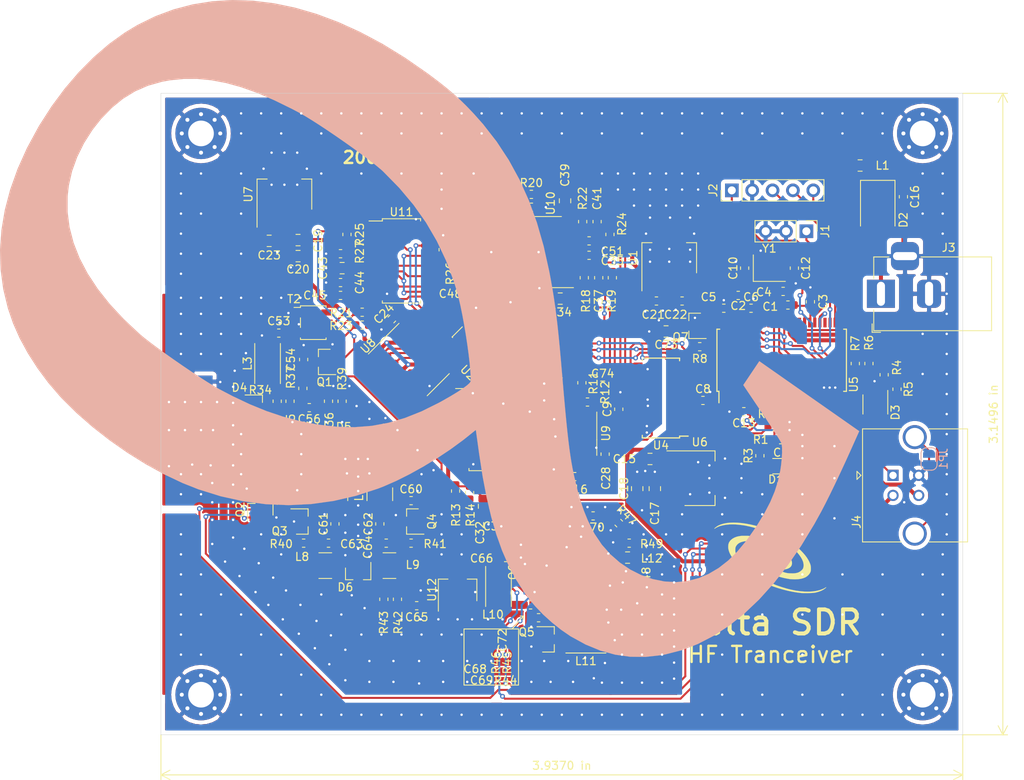
<source format=kicad_pcb>
(kicad_pcb (version 20171130) (host pcbnew "(5.1.2)-1")
  (layers (0 F.Cu signal) (31 B.Cu signal) (34 B.Paste user) (35 F.Paste user) (36 B.SilkS user hide) (37 F.SilkS user) (38 B.Mask user) (39 F.Mask user) (44 Edge.Cuts user))
  (net 0 "")
  (net 1 GND)
  (net 2 +5VD)
  (net 3 "Net-(C2-Pad1)")
  (net 4 Vccd)
  (net 5 +3V3)
  (net 6 XTALi)
  (net 7 XTALo)
  (net 8 +12V)
  (net 9 "Net-(C16-Pad1)")
  (net 10 +5V)
  (net 11 "Net-(C25-Pad2)")
  (net 12 "Net-(C26-Pad2)")
  (net 13 "Net-(C27-Pad2)")
  (net 14 "Net-(C30-Pad1)")
  (net 15 "Net-(C33-Pad2)")
  (net 16 "Net-(C34-Pad2)")
  (net 17 "Net-(C34-Pad1)")
  (net 18 "Net-(C36-Pad1)")
  (net 19 "Net-(C37-Pad2)")
  (net 20 "Net-(C39-Pad2)")
  (net 21 "Net-(C39-Pad1)")
  (net 22 "Net-(C40-Pad1)")
  (net 23 "Net-(C41-Pad2)")
  (net 24 "Net-(C42-Pad2)")
  (net 25 "Net-(C42-Pad1)")
  (net 26 "Net-(C43-Pad1)")
  (net 27 "Net-(C46-Pad1)")
  (net 28 "Net-(C47-Pad2)")
  (net 29 "Net-(C48-Pad2)")
  (net 30 "Net-(C48-Pad1)")
  (net 31 "Net-(C49-Pad1)")
  (net 32 "Net-(C50-Pad2)")
  (net 33 VCOM)
  (net 34 "Net-(C52-Pad2)")
  (net 35 PA_IN)
  (net 36 "Net-(C53-Pad2)")
  (net 37 "Net-(C54-Pad2)")
  (net 38 "Net-(C55-Pad2)")
  (net 39 "Net-(C56-Pad2)")
  (net 40 "Net-(C56-Pad1)")
  (net 41 "Net-(C57-Pad2)")
  (net 42 "Net-(C57-Pad1)")
  (net 43 "Net-(C58-Pad2)")
  (net 44 "Net-(C58-Pad1)")
  (net 45 "Net-(C61-Pad2)")
  (net 46 "Net-(C61-Pad1)")
  (net 47 "Net-(C62-Pad2)")
  (net 48 "Net-(C62-Pad1)")
  (net 49 "Net-(C65-Pad2)")
  (net 50 "Net-(C65-Pad1)")
  (net 51 "Net-(C68-Pad2)")
  (net 52 "Net-(C68-Pad1)")
  (net 53 "Net-(C69-Pad2)")
  (net 54 RX_RF)
  (net 55 "Net-(C70-Pad1)")
  (net 56 "Net-(C71-Pad2)")
  (net 57 "Net-(C71-Pad1)")
  (net 58 "Net-(C72-Pad1)")
  (net 59 "Net-(D1-Pad2)")
  (net 60 "Net-(D1-Pad1)")
  (net 61 "Net-(D2-Pad2)")
  (net 62 "Net-(D3-Pad4)")
  (net 63 BOOT)
  (net 64 SWDIO)
  (net 65 SWDCLK)
  (net 66 RES)
  (net 67 "Net-(J4-Pad5)")
  (net 68 "Net-(L12-Pad1)")
  (net 69 HI_TX)
  (net 70 HI_RX)
  (net 71 B6040M)
  (net 72 B80M)
  (net 73 SCL)
  (net 74 SDA)
  (net 75 USBV+)
  (net 76 USB+)
  (net 77 USB-)
  (net 78 "Net-(R9-Pad2)")
  (net 79 "Net-(R9-Pad1)")
  (net 80 "Net-(R10-Pad2)")
  (net 81 "Net-(R10-Pad1)")
  (net 82 "Net-(R11-Pad2)")
  (net 83 VINL)
  (net 84 "Net-(R15-Pad2)")
  (net 85 VINR)
  (net 86 VOUTL-)
  (net 87 "Net-(R21-Pad2)")
  (net 88 "Net-(R21-Pad1)")
  (net 89 "Net-(R23-Pad2)")
  (net 90 "Net-(R23-Pad1)")
  (net 91 TXOUT)
  (net 92 "Net-(U2-Pad5)")
  (net 93 "Net-(U2-Pad4)")
  (net 94 "Net-(U2-Pad1)")
  (net 95 QSE_Q)
  (net 96 QSE_J)
  (net 97 VOUTL+)
  (net 98 VOUTR+)
  (net 99 VOUTR-)
  (net 100 "Net-(U4-Pad14)")
  (net 101 "Net-(U4-Pad13)")
  (net 102 DIN)
  (net 103 LRCK2)
  (net 104 BCK2)
  (net 105 SCK2)
  (net 106 SCK1)
  (net 107 BCK1)
  (net 108 LRCK1)
  (net 109 DOUT)
  (net 110 ATU_1)
  (net 111 ATU_0)
  (net 112 "Net-(U5-Pad28)")
  (net 113 "Net-(U5-Pad22)")
  (net 114 AMP)
  (net 115 QSD_Q)
  (net 116 QSD_J)
  (net 117 "Net-(Q7-Pad3)")
  (net 118 "Net-(R8-Pad1)")
  (net 119 "Net-(R33-Pad2)")
  (net 120 "Net-(U5-Pad16)")
  (net 121 "Net-(U5-Pad15)")
  (net 122 /D-)
  (net 123 /D+)
  (module Capacitor_SMD:C_0805_2012Metric (layer F.Cu) (at 165.1 96.6)
    (fp_text reference C74 (at 0 -1.65) (layer F.SilkS))
    (fp_text value 10u)
    (pad 2 smd roundrect (at 0.9375 0) (size 0.975 1.4) (layers F.Cu F.Paste F.Mask) (net 1 GND))
    (pad 1 smd roundrect (at -0.9375 0) (size 0.975 1.4) (layers F.Cu F.Paste F.Mask) (net 10 +5V))
  )
  (module Capacitor_SMD:C_0805_2012Metric (layer F.Cu) (at 173 89.7 180)
    (fp_text reference C73 (at 0 -1.65) (layer F.SilkS))
    (fp_text value 10u)
    (pad 2 smd roundrect (at 0.9375 0 180) (size 0.975 1.4) (layers F.Cu F.Paste F.Mask) (net 1 GND))
    (pad 1 smd roundrect (at -0.9375 0 180) (size 0.975 1.4) (layers F.Cu F.Paste F.Mask) (net 5 +3V3))
  )
  (module Capacitor_SMD:C_0603_1608Metric (layer F.Cu) (at 138.8 88.15 225)
    (fp_text reference C24 (at 0.247487 1.166726 225) (layer F.SilkS))
    (fp_text value 100n)
    (pad 1 smd roundrect (at -0.7875 0 225) (size 0.875 0.95) (layers F.Cu F.Paste F.Mask) (net 10 +5V))
    (pad 2 smd roundrect (at 0.7875 0 225) (size 0.875 0.95) (layers F.Cu F.Paste F.Mask) (net 1 GND))
  )
  (module Package_SO:SOIC-14_3.9x8.7mm_P1.27mm (layer F.Cu) (at 141.45 93.2 45)
    (fp_text reference U8 (at -2.757716 -5.16188 45) (layer F.SilkS))
    (fp_text value 74HC74)
    (pad 1 smd roundrect (at -2.475 -3.81 45) (size 1.95 0.6) (layers F.Cu F.Paste F.Mask) (net 10 +5V))
    (pad 2 smd roundrect (at -2.475 -2.54 45) (size 1.95 0.6) (layers F.Cu F.Paste F.Mask) (net 95 QSE_Q))
    (pad 3 smd roundrect (at -2.475 -1.27 45) (size 1.95 0.6) (layers F.Cu F.Paste F.Mask) (net 93 "Net-(U2-Pad4)"))
    (pad 4 smd roundrect (at -2.475 0 45) (size 1.95 0.6) (layers F.Cu F.Paste F.Mask) (net 10 +5V))
    (pad 5 smd roundrect (at -2.475 1.27 45) (size 1.95 0.6) (layers F.Cu F.Paste F.Mask) (net 116 QSD_J))
    (pad 6 smd roundrect (at -2.475 2.54 45) (size 1.95 0.6) (layers F.Cu F.Paste F.Mask) (net 96 QSE_J))
    (pad 7 smd roundrect (at -2.475 3.81 45) (size 1.95 0.6) (layers F.Cu F.Paste F.Mask) (net 1 GND))
    (pad 8 smd roundrect (at 2.475 3.81 45) (size 1.95 0.6) (layers F.Cu F.Paste F.Mask) (net 115 QSD_Q))
    (pad 9 smd roundrect (at 2.475 2.54 45) (size 1.95 0.6) (layers F.Cu F.Paste F.Mask) (net 95 QSE_Q))
    (pad 10 smd roundrect (at 2.475 1.27 45) (size 1.95 0.6) (layers F.Cu F.Paste F.Mask) (net 10 +5V))
    (pad 11 smd roundrect (at 2.475 0 45) (size 1.95 0.6) (layers F.Cu F.Paste F.Mask) (net 93 "Net-(U2-Pad4)"))
    (pad 12 smd roundrect (at 2.475 -1.27 45) (size 1.95 0.6) (layers F.Cu F.Paste F.Mask) (net 96 QSE_J))
    (pad 13 smd roundrect (at 2.475 -2.54 45) (size 1.95 0.6) (layers F.Cu F.Paste F.Mask) (net 10 +5V))
    (pad 14 smd roundrect (at 2.475 -3.81 45) (size 1.95 0.6) (layers F.Cu F.Paste F.Mask) (net 10 +5V))
  )
  (module Connector_PinSocket_2.54mm:PinSocket_1x02_P2.54mm_Vertical_SMD_Pin1Right (layer F.Cu) (at 190.5 107.5)
    (fp_text reference J6 (at 0 -4.14) (layer F.SilkS))
    (fp_text value Conn_01x02_Male)
    (pad 1 smd rect (at 1.65 -1.27) (size 1.9 1) (layers F.Cu F.Paste F.Mask) (net 114 AMP))
    (pad 2 smd rect (at -1.65 1.27) (size 1.9 1) (layers F.Cu F.Paste F.Mask) (net 1 GND))
  )
  (module riske-lib:DeltaSymbol (layer B.Cu) (at 132.8 84.4 55)
    (fp_text reference G*** hide)
    (fp_text value LOGO hide)
  )
  (module Capacitor_SMD:C_0603_1608Metric (layer F.Cu) (at 202.6 72.9 270)
    (fp_text reference C16 (at 0 -1.43 90) (layer F.SilkS))
    (fp_text value 1u)
    (pad 2 smd roundrect (at 0.7875 0 270) (size 0.875 0.95) (layers F.Cu F.Paste F.Mask) (net 1 GND))
    (pad 1 smd roundrect (at -0.7875 0 270) (size 0.875 0.95) (layers F.Cu F.Paste F.Mask) (net 9 "Net-(C16-Pad1)"))
  )
  (module Inductor_SMD:L_0805_2012Metric (layer F.Cu) (at 197.2 69 180)
    (fp_text reference L1 (at -2.8 0) (layer F.SilkS))
    (fp_text value 74279220321)
    (pad 2 smd roundrect (at 0.9375 0 180) (size 0.975 1.4) (layers F.Cu F.Paste F.Mask) (net 8 +12V))
    (pad 1 smd roundrect (at -0.9375 0 180) (size 0.975 1.4) (layers F.Cu F.Paste F.Mask) (net 9 "Net-(C16-Pad1)"))
  )
  (module Diode_SMD:D_SMB (layer F.Cu) (at 199.4 74.4 270)
    (fp_text reference D2 (at 1.4 -3.2 90) (layer F.SilkS))
    (fp_text value D)
    (pad 2 smd rect (at 2.15 0 270) (size 2.5 2.3) (layers F.Cu F.Paste F.Mask) (net 61 "Net-(D2-Pad2)"))
    (pad 1 smd rect (at -2.15 0 270) (size 2.5 2.3) (layers F.Cu F.Paste F.Mask) (net 9 "Net-(C16-Pad1)"))
  )
  (module riske-lib:RiskeLogo (layer F.Cu) (at 186 118)
    (fp_text reference G*** hide)
    (fp_text value RiskeLogo hide)
  )
  (module Package_TO_SOT_SMD:SOT-223 (layer F.Cu) (at 173.395 80.535 90)
    (fp_text reference U1 (at 0 -4.5 90) (layer F.SilkS))
    (fp_text value TC1262-33)
    (pad 1 smd rect (at -3.15 -2.3 90) (size 2 1.5) (layers F.Cu F.Paste F.Mask) (net 10 +5V))
    (pad 3 smd rect (at -3.15 2.3 90) (size 2 1.5) (layers F.Cu F.Paste F.Mask) (net 5 +3V3))
    (pad 2 smd rect (at -3.15 0 90) (size 2 1.5) (layers F.Cu F.Paste F.Mask) (net 1 GND))
    (pad 4 smd rect (at 3.15 0 90) (size 2 3.8) (layers F.Cu F.Paste F.Mask) (net 1 GND))
  )
  (module Package_TO_SOT_SMD:SOT-223 (layer F.Cu) (at 125.4 72.6 90)
    (fp_text reference U7 (at 0 -4.5 90) (layer F.SilkS))
    (fp_text value TC1262-5)
    (pad 1 smd rect (at -3.15 -2.3 90) (size 2 1.5) (layers F.Cu F.Paste F.Mask) (net 8 +12V))
    (pad 3 smd rect (at -3.15 2.3 90) (size 2 1.5) (layers F.Cu F.Paste F.Mask) (net 10 +5V))
    (pad 2 smd rect (at -3.15 0 90) (size 2 1.5) (layers F.Cu F.Paste F.Mask) (net 1 GND))
    (pad 4 smd rect (at 3.15 0 90) (size 2 3.8) (layers F.Cu F.Paste F.Mask) (net 1 GND))
  )
  (module Package_TO_SOT_SMD:SOT-223 (layer F.Cu) (at 177.2 108)
    (fp_text reference U6 (at 0 -4.5) (layer F.SilkS))
    (fp_text value TC1262-5)
    (pad 1 smd rect (at -3.15 -2.3) (size 2 1.5) (layers F.Cu F.Paste F.Mask) (net 8 +12V))
    (pad 3 smd rect (at -3.15 2.3) (size 2 1.5) (layers F.Cu F.Paste F.Mask) (net 2 +5VD))
    (pad 2 smd rect (at -3.15 0) (size 2 1.5) (layers F.Cu F.Paste F.Mask) (net 1 GND))
    (pad 4 smd rect (at 3.15 0) (size 2 3.8) (layers F.Cu F.Paste F.Mask) (net 1 GND))
  )
  (module MountingHole:MountingHole_3.2mm_M3_Pad_Via (layer F.Cu) (at 115 135)
    (fp_text reference H4 hide)
    (fp_text value MountingHole_Pad)
    (pad 1 thru_hole circle (at 1.697056 -1.697056) (size 0.8 0.8) (drill 0.5) (layers *.Cu *.Mask) (net 1 GND))
    (pad 1 thru_hole circle (at 0 -2.4) (size 0.8 0.8) (drill 0.5) (layers *.Cu *.Mask) (net 1 GND))
    (pad 1 thru_hole circle (at -1.697056 -1.697056) (size 0.8 0.8) (drill 0.5) (layers *.Cu *.Mask) (net 1 GND))
    (pad 1 thru_hole circle (at -2.4 0) (size 0.8 0.8) (drill 0.5) (layers *.Cu *.Mask) (net 1 GND))
    (pad 1 thru_hole circle (at -1.697056 1.697056) (size 0.8 0.8) (drill 0.5) (layers *.Cu *.Mask) (net 1 GND))
    (pad 1 thru_hole circle (at 0 2.4) (size 0.8 0.8) (drill 0.5) (layers *.Cu *.Mask) (net 1 GND))
    (pad 1 thru_hole circle (at 1.697056 1.697056) (size 0.8 0.8) (drill 0.5) (layers *.Cu *.Mask) (net 1 GND))
    (pad 1 thru_hole circle (at 2.4 0) (size 0.8 0.8) (drill 0.5) (layers *.Cu *.Mask) (net 1 GND))
    (pad 1 thru_hole circle (at 0 0) (size 6.4 6.4) (drill 3.2) (layers *.Cu *.Mask) (net 1 GND))
  )
  (module MountingHole:MountingHole_3.2mm_M3_Pad_Via (layer F.Cu) (at 115 65)
    (fp_text reference H3 hide)
    (fp_text value MountingHole_Pad)
    (pad 1 thru_hole circle (at 1.697056 -1.697056) (size 0.8 0.8) (drill 0.5) (layers *.Cu *.Mask) (net 1 GND))
    (pad 1 thru_hole circle (at 0 -2.4) (size 0.8 0.8) (drill 0.5) (layers *.Cu *.Mask) (net 1 GND))
    (pad 1 thru_hole circle (at -1.697056 -1.697056) (size 0.8 0.8) (drill 0.5) (layers *.Cu *.Mask) (net 1 GND))
    (pad 1 thru_hole circle (at -2.4 0) (size 0.8 0.8) (drill 0.5) (layers *.Cu *.Mask) (net 1 GND))
    (pad 1 thru_hole circle (at -1.697056 1.697056) (size 0.8 0.8) (drill 0.5) (layers *.Cu *.Mask) (net 1 GND))
    (pad 1 thru_hole circle (at 0 2.4) (size 0.8 0.8) (drill 0.5) (layers *.Cu *.Mask) (net 1 GND))
    (pad 1 thru_hole circle (at 1.697056 1.697056) (size 0.8 0.8) (drill 0.5) (layers *.Cu *.Mask) (net 1 GND))
    (pad 1 thru_hole circle (at 2.4 0) (size 0.8 0.8) (drill 0.5) (layers *.Cu *.Mask) (net 1 GND))
    (pad 1 thru_hole circle (at 0 0) (size 6.4 6.4) (drill 3.2) (layers *.Cu *.Mask) (net 1 GND))
  )
  (module MountingHole:MountingHole_3.2mm_M3_Pad_Via (layer F.Cu) (at 205 135)
    (fp_text reference H2 hide)
    (fp_text value MountingHole_Pad)
    (pad 1 thru_hole circle (at 1.697056 -1.697056) (size 0.8 0.8) (drill 0.5) (layers *.Cu *.Mask) (net 1 GND))
    (pad 1 thru_hole circle (at 0 -2.4) (size 0.8 0.8) (drill 0.5) (layers *.Cu *.Mask) (net 1 GND))
    (pad 1 thru_hole circle (at -1.697056 -1.697056) (size 0.8 0.8) (drill 0.5) (layers *.Cu *.Mask) (net 1 GND))
    (pad 1 thru_hole circle (at -2.4 0) (size 0.8 0.8) (drill 0.5) (layers *.Cu *.Mask) (net 1 GND))
    (pad 1 thru_hole circle (at -1.697056 1.697056) (size 0.8 0.8) (drill 0.5) (layers *.Cu *.Mask) (net 1 GND))
    (pad 1 thru_hole circle (at 0 2.4) (size 0.8 0.8) (drill 0.5) (layers *.Cu *.Mask) (net 1 GND))
    (pad 1 thru_hole circle (at 1.697056 1.697056) (size 0.8 0.8) (drill 0.5) (layers *.Cu *.Mask) (net 1 GND))
    (pad 1 thru_hole circle (at 2.4 0) (size 0.8 0.8) (drill 0.5) (layers *.Cu *.Mask) (net 1 GND))
    (pad 1 thru_hole circle (at 0 0) (size 6.4 6.4) (drill 3.2) (layers *.Cu *.Mask) (net 1 GND))
  )
  (module MountingHole:MountingHole_3.2mm_M3_Pad_Via (layer F.Cu) (at 205 65)
    (fp_text reference H1 hide)
    (fp_text value MountingHole_Pad)
    (pad 1 thru_hole circle (at 1.697056 -1.697056) (size 0.8 0.8) (drill 0.5) (layers *.Cu *.Mask) (net 1 GND))
    (pad 1 thru_hole circle (at 0 -2.4) (size 0.8 0.8) (drill 0.5) (layers *.Cu *.Mask) (net 1 GND))
    (pad 1 thru_hole circle (at -1.697056 -1.697056) (size 0.8 0.8) (drill 0.5) (layers *.Cu *.Mask) (net 1 GND))
    (pad 1 thru_hole circle (at -2.4 0) (size 0.8 0.8) (drill 0.5) (layers *.Cu *.Mask) (net 1 GND))
    (pad 1 thru_hole circle (at -1.697056 1.697056) (size 0.8 0.8) (drill 0.5) (layers *.Cu *.Mask) (net 1 GND))
    (pad 1 thru_hole circle (at 0 2.4) (size 0.8 0.8) (drill 0.5) (layers *.Cu *.Mask) (net 1 GND))
    (pad 1 thru_hole circle (at 1.697056 1.697056) (size 0.8 0.8) (drill 0.5) (layers *.Cu *.Mask) (net 1 GND))
    (pad 1 thru_hole circle (at 2.4 0) (size 0.8 0.8) (drill 0.5) (layers *.Cu *.Mask) (net 1 GND))
    (pad 1 thru_hole circle (at 0 0) (size 6.4 6.4) (drill 3.2) (layers *.Cu *.Mask) (net 1 GND))
  )
  (module Jumper:SolderJumper-2_P1.3mm_Open_RoundedPad1.0x1.5mm (layer B.Cu) (at 205.8 105.6 90)
    (fp_text reference JP1 (at 0 1.8 270) (layer B.SilkS) (effects (justify mirror)))
    (fp_text value Jumper)
    (pad 1 smd custom (at -0.65 0 90) (size 1 0.5) (layers B.Cu B.Mask) (net 1 GND) (options (clearance outline) (anchor rect)) (primitives (gr_circle (center 0 -0.25) (end 0.5 -0.25) (width 0)) (gr_circle (center 0 0.25) (end 0.5 0.25) (width 0)) (gr_poly (pts (xy 0 0.75) (xy 0.5 0.75) (xy 0.5 -0.75) (xy 0 -0.75)) (width 0))))
    (pad 2 smd custom (at 0.65 0 90) (size 1 0.5) (layers B.Cu B.Mask) (net 67 "Net-(J4-Pad5)") (options (clearance outline) (anchor rect)) (primitives (gr_circle (center 0 -0.25) (end 0.5 -0.25) (width 0)) (gr_circle (center 0 0.25) (end 0.5 0.25) (width 0)) (gr_poly (pts (xy 0 0.75) (xy -0.5 0.75) (xy -0.5 -0.75) (xy 0 -0.75)) (width 0))))
  )
  (module Resistor_SMD:R_0603_1608Metric (layer F.Cu) (at 201.8 96.9 270)
    (fp_text reference R5 (at 0 -1.43 90) (layer F.SilkS))
    (fp_text value 10k)
    (pad 2 smd roundrect (at 0.7875 0 270) (size 0.875 0.95) (layers F.Cu F.Paste F.Mask) (net 62 "Net-(D3-Pad4)"))
    (pad 1 smd roundrect (at -0.7875 0 270) (size 0.875 0.95) (layers F.Cu F.Paste F.Mask) (net 75 USBV+))
  )
  (module Capacitor_SMD:C_0603_1608Metric (layer F.Cu) (at 163.9 112.7 180)
    (fp_text reference C70 (at 0 -1.43) (layer F.SilkS))
    (fp_text value 5n6)
    (pad 2 smd roundrect (at 0.7875 0 180) (size 0.875 0.95) (layers F.Cu F.Paste F.Mask) (net 54 RX_RF))
    (pad 1 smd roundrect (at -0.7875 0 180) (size 0.875 0.95) (layers F.Cu F.Paste F.Mask) (net 55 "Net-(C70-Pad1)"))
  )
  (module Resistor_SMD:R_0603_1608Metric (layer F.Cu) (at 146.75 109.6 270)
    (fp_text reference R13 (at 3 -0.05 90) (layer F.SilkS))
    (fp_text value 2K21)
    (pad 2 smd roundrect (at 0.7875 0 270) (size 0.875 0.95) (layers F.Cu F.Paste F.Mask) (net 10 +5V))
    (pad 1 smd roundrect (at -0.7875 0 270) (size 0.875 0.95) (layers F.Cu F.Paste F.Mask) (net 14 "Net-(C30-Pad1)"))
  )
  (module Resistor_SMD:R_0603_1608Metric (layer F.Cu) (at 148.5 109.8 90)
    (fp_text reference R14 (at -2.8 0.1 90) (layer F.SilkS))
    (fp_text value 2k21)
    (pad 2 smd roundrect (at 0.7875 0 90) (size 0.875 0.95) (layers F.Cu F.Paste F.Mask) (net 14 "Net-(C30-Pad1)"))
    (pad 1 smd roundrect (at -0.7875 0 90) (size 0.875 0.95) (layers F.Cu F.Paste F.Mask) (net 1 GND))
  )
  (module Connector_BarrelJack:BarrelJack_Horizontal (layer F.Cu) (at 199.8 85 180)
    (fp_text reference J3 (at -8.45 5.75) (layer F.SilkS))
    (fp_text value Barrel_Jack)
    (pad 3 thru_hole roundrect (at -3 4.7 180) (size 3.5 3.5) (drill oval 3 1) (layers *.Cu *.Mask) (net 1 GND))
    (pad 2 thru_hole roundrect (at -6 0 180) (size 3 3.5) (drill oval 1 3) (layers *.Cu *.Mask) (net 1 GND))
    (pad 1 thru_hole rect (at 0 0 180) (size 3.5 3.5) (drill oval 1 3) (layers *.Cu *.Mask) (net 61 "Net-(D2-Pad2)"))
  )
  (module Capacitor_SMD:C_0805_2012Metric (layer F.Cu) (at 160.4 73.4 270)
    (fp_text reference C39 (at -3.2 0 90) (layer F.SilkS))
    (fp_text value 10u)
    (pad 2 smd roundrect (at 0.9375 0 270) (size 0.975 1.4) (layers F.Cu F.Paste F.Mask) (net 20 "Net-(C39-Pad2)"))
    (pad 1 smd roundrect (at -0.9375 0 270) (size 0.975 1.4) (layers F.Cu F.Paste F.Mask) (net 21 "Net-(C39-Pad1)"))
  )
  (module Transformer_SMD:Transformer_MACOM_SM-22 (layer F.Cu) (at 129 88.6)
    (fp_text reference T2 (at -2.4 -2.95) (layer F.SilkS))
    (fp_text value Transformer_1P_SS)
    (pad 5 smd rect (at 1.715 -1.27) (size 1.4 0.76) (layers F.Cu F.Paste F.Mask) (net 90 "Net-(R23-Pad1)"))
    (pad 4 smd rect (at 1.715 0) (size 1.4 0.76) (layers F.Cu F.Paste F.Mask) (net 26 "Net-(C43-Pad1)"))
    (pad 3 smd rect (at 1.715 1.27) (size 1.4 0.76) (layers F.Cu F.Paste F.Mask) (net 88 "Net-(R21-Pad1)"))
    (pad 2 smd rect (at -1.715 1.27) (size 1.4 0.76) (layers F.Cu F.Paste F.Mask) (net 91 TXOUT))
    (pad 1 smd rect (at -1.715 -1.27) (size 1.4 0.76) (layers F.Cu F.Paste F.Mask) (net 1 GND))
  )
  (module Package_SO:SOIC-16_4.55x10.3mm_P1.27mm (layer F.Cu) (at 140 80.9)
    (fp_text reference U11 (at 0 -6.1) (layer F.SilkS))
    (fp_text value SN74CBT3253)
    (pad 16 smd roundrect (at 3.25 -4.445) (size 1.6 0.55) (layers F.Cu F.Paste F.Mask) (net 10 +5V))
    (pad 15 smd roundrect (at 3.25 -3.175) (size 1.6 0.55) (layers F.Cu F.Paste F.Mask) (net 70 HI_RX))
    (pad 14 smd roundrect (at 3.25 -1.905) (size 1.6 0.55) (layers F.Cu F.Paste F.Mask) (net 95 QSE_Q))
    (pad 13 smd roundrect (at 3.25 -0.635) (size 1.6 0.55) (layers F.Cu F.Paste F.Mask) (net 18 "Net-(C36-Pad1)"))
    (pad 12 smd roundrect (at 3.25 0.635) (size 1.6 0.55) (layers F.Cu F.Paste F.Mask) (net 27 "Net-(C46-Pad1)"))
    (pad 11 smd roundrect (at 3.25 1.905) (size 1.6 0.55) (layers F.Cu F.Paste F.Mask) (net 22 "Net-(C40-Pad1)"))
    (pad 10 smd roundrect (at 3.25 3.175) (size 1.6 0.55) (layers F.Cu F.Paste F.Mask) (net 31 "Net-(C49-Pad1)"))
    (pad 9 smd roundrect (at 3.25 4.445) (size 1.6 0.55) (layers F.Cu F.Paste F.Mask) (net 89 "Net-(R23-Pad2)"))
    (pad 8 smd roundrect (at -3.25 4.445) (size 1.6 0.55) (layers F.Cu F.Paste F.Mask) (net 1 GND))
    (pad 7 smd roundrect (at -3.25 3.175) (size 1.6 0.55) (layers F.Cu F.Paste F.Mask) (net 87 "Net-(R21-Pad2)"))
    (pad 6 smd roundrect (at -3.25 1.905) (size 1.6 0.55) (layers F.Cu F.Paste F.Mask) (net 18 "Net-(C36-Pad1)"))
    (pad 5 smd roundrect (at -3.25 0.635) (size 1.6 0.55) (layers F.Cu F.Paste F.Mask) (net 27 "Net-(C46-Pad1)"))
    (pad 4 smd roundrect (at -3.25 -0.635) (size 1.6 0.55) (layers F.Cu F.Paste F.Mask) (net 22 "Net-(C40-Pad1)"))
    (pad 3 smd roundrect (at -3.25 -1.905) (size 1.6 0.55) (layers F.Cu F.Paste F.Mask) (net 31 "Net-(C49-Pad1)"))
    (pad 2 smd roundrect (at -3.25 -3.175) (size 1.6 0.55) (layers F.Cu F.Paste F.Mask) (net 96 QSE_J))
    (pad 1 smd roundrect (at -3.25 -4.445) (size 1.6 0.55) (layers F.Cu F.Paste F.Mask) (net 70 HI_RX))
  )
  (module Capacitor_SMD:C_0805_2012Metric (layer F.Cu) (at 150.3 111.5 270)
    (fp_text reference C32 (at 3.3 0.5 90) (layer F.SilkS))
    (fp_text value 10u)
    (pad 2 smd roundrect (at 0.9375 0 270) (size 0.975 1.4) (layers F.Cu F.Paste F.Mask) (net 1 GND))
    (pad 1 smd roundrect (at -0.9375 0 270) (size 0.975 1.4) (layers F.Cu F.Paste F.Mask) (net 14 "Net-(C30-Pad1)"))
  )
  (module Capacitor_SMD:C_0805_2012Metric (layer F.Cu) (at 132.6 81.8 180)
    (fp_text reference C43 (at 2.4 0 90) (layer F.SilkS))
    (fp_text value 10u)
    (pad 2 smd roundrect (at 0.9375 0 180) (size 0.975 1.4) (layers F.Cu F.Paste F.Mask) (net 1 GND))
    (pad 1 smd roundrect (at -0.9375 0 180) (size 0.975 1.4) (layers F.Cu F.Paste F.Mask) (net 26 "Net-(C43-Pad1)"))
  )
  (module Crystal:Crystal_SMD_3225-4Pin_3.2x2.5mm (layer F.Cu) (at 185.88 81.8)
    (fp_text reference Y1 (at 0 -2.45) (layer F.SilkS))
    (fp_text value Crystal_GND24)
    (pad 4 smd rect (at -1.1 -0.85) (size 1.4 1.2) (layers F.Cu F.Paste F.Mask) (net 1 GND))
    (pad 3 smd rect (at 1.1 -0.85) (size 1.4 1.2) (layers F.Cu F.Paste F.Mask) (net 7 XTALo))
    (pad 2 smd rect (at 1.1 0.85) (size 1.4 1.2) (layers F.Cu F.Paste F.Mask) (net 1 GND))
    (pad 1 smd rect (at -1.1 0.85) (size 1.4 1.2) (layers F.Cu F.Paste F.Mask) (net 6 XTALi))
  )
  (module Package_TO_SOT_SMD:SOT-89-3 (layer F.Cu) (at 147 122.3665 90)
    (fp_text reference U12 (at 0.45 -3.2 90) (layer F.SilkS))
    (fp_text value MMG3H21NT1)
    (pad 2 smd trapezoid (at -0.0762 0 180) (size 1.5 1) (rect_delta 0 0.7) (layers F.Cu F.Paste F.Mask) (net 1 GND))
    (pad 2 smd rect (at 1.3335 0) (size 2.2 1.84) (layers F.Cu F.Paste F.Mask) (net 1 GND))
    (pad 3 smd rect (at -1.48 1.5) (size 1 1.5) (layers F.Cu F.Paste F.Mask) (net 51 "Net-(C68-Pad2)"))
    (pad 2 smd rect (at -1.3335 0) (size 1 1.8) (layers F.Cu F.Paste F.Mask) (net 1 GND))
    (pad 1 smd rect (at -1.48 -1.5) (size 1 1.5) (layers F.Cu F.Paste F.Mask) (net 50 "Net-(C65-Pad1)"))
    (pad 2 smd trapezoid (at 2.667 0) (size 1.6 0.85) (rect_delta 0 0.6) (layers F.Cu F.Paste F.Mask) (net 1 GND))
  )
  (module Package_SO:SOIC-14_3.9x8.7mm_P1.27mm (layer F.Cu) (at 158 79.8 180)
    (fp_text reference U10 (at -0.6 6.1 90) (layer F.SilkS))
    (fp_text value TLV2464CD)
    (pad 14 smd roundrect (at 2.475 -3.81 180) (size 1.95 0.6) (layers F.Cu F.Paste F.Mask) (net 29 "Net-(C48-Pad2)"))
    (pad 13 smd roundrect (at 2.475 -2.54 180) (size 1.95 0.6) (layers F.Cu F.Paste F.Mask) (net 32 "Net-(C50-Pad2)"))
    (pad 12 smd roundrect (at 2.475 -1.27 180) (size 1.95 0.6) (layers F.Cu F.Paste F.Mask) (net 33 VCOM))
    (pad 11 smd roundrect (at 2.475 0 180) (size 1.95 0.6) (layers F.Cu F.Paste F.Mask) (net 1 GND))
    (pad 10 smd roundrect (at 2.475 1.27 180) (size 1.95 0.6) (layers F.Cu F.Paste F.Mask) (net 33 VCOM))
    (pad 9 smd roundrect (at 2.475 2.54 180) (size 1.95 0.6) (layers F.Cu F.Paste F.Mask) (net 28 "Net-(C47-Pad2)"))
    (pad 8 smd roundrect (at 2.475 3.81 180) (size 1.95 0.6) (layers F.Cu F.Paste F.Mask) (net 24 "Net-(C42-Pad2)"))
    (pad 7 smd roundrect (at -2.475 3.81 180) (size 1.95 0.6) (layers F.Cu F.Paste F.Mask) (net 20 "Net-(C39-Pad2)"))
    (pad 6 smd roundrect (at -2.475 2.54 180) (size 1.95 0.6) (layers F.Cu F.Paste F.Mask) (net 23 "Net-(C41-Pad2)"))
    (pad 5 smd roundrect (at -2.475 1.27 180) (size 1.95 0.6) (layers F.Cu F.Paste F.Mask) (net 33 VCOM))
    (pad 4 smd roundrect (at -2.475 0 180) (size 1.95 0.6) (layers F.Cu F.Paste F.Mask) (net 10 +5V))
    (pad 3 smd roundrect (at -2.475 -1.27 180) (size 1.95 0.6) (layers F.Cu F.Paste F.Mask) (net 33 VCOM))
    (pad 2 smd roundrect (at -2.475 -2.54 180) (size 1.95 0.6) (layers F.Cu F.Paste F.Mask) (net 19 "Net-(C37-Pad2)"))
    (pad 1 smd roundrect (at -2.475 -3.81 180) (size 1.95 0.6) (layers F.Cu F.Paste F.Mask) (net 16 "Net-(C34-Pad2)"))
  )
  (module Package_SO:SO-8_3.9x4.9mm_P1.27mm (layer F.Cu) (at 161.8 103.2 270)
    (fp_text reference U9 (at -0.8 -3.7 90) (layer F.SilkS))
    (fp_text value LT6231CSB)
    (pad 8 smd roundrect (at 2.575 -1.905 270) (size 1.75 0.6) (layers F.Cu F.Paste F.Mask) (net 10 +5V))
    (pad 7 smd roundrect (at 2.575 -0.635 270) (size 1.75 0.6) (layers F.Cu F.Paste F.Mask) (net 85 VINR))
    (pad 6 smd roundrect (at 2.575 0.635 270) (size 1.75 0.6) (layers F.Cu F.Paste F.Mask) (net 84 "Net-(R15-Pad2)"))
    (pad 5 smd roundrect (at 2.575 1.905 270) (size 1.75 0.6) (layers F.Cu F.Paste F.Mask) (net 13 "Net-(C27-Pad2)"))
    (pad 4 smd roundrect (at -2.575 1.905 270) (size 1.75 0.6) (layers F.Cu F.Paste F.Mask) (net 1 GND))
    (pad 3 smd roundrect (at -2.575 0.635 270) (size 1.75 0.6) (layers F.Cu F.Paste F.Mask) (net 11 "Net-(C25-Pad2)"))
    (pad 2 smd roundrect (at -2.575 -0.635 270) (size 1.75 0.6) (layers F.Cu F.Paste F.Mask) (net 82 "Net-(R11-Pad2)"))
    (pad 1 smd roundrect (at -2.575 -1.905 270) (size 1.75 0.6) (layers F.Cu F.Paste F.Mask) (net 83 VINL))
  )
  (module Package_SO:SSOP-48_7.5x15.9mm_P0.635mm (layer F.Cu) (at 187.42 93.29 90)
    (fp_text reference U5 (at -3.01 8.98 90) (layer F.SilkS))
    (fp_text value CY8C3246PVI-147)
    (pad 48 smd rect (at 4.7 -7.3025 90) (size 1.2 0.4) (layers F.Cu F.Paste F.Mask) (net 2 +5VD))
    (pad 47 smd rect (at 4.7 -6.6675 90) (size 1.2 0.4) (layers F.Cu F.Paste F.Mask) (net 1 GND))
    (pad 46 smd rect (at 4.7 -6.0325 90) (size 1.2 0.4) (layers F.Cu F.Paste F.Mask) (net 3 "Net-(C2-Pad1)"))
    (pad 45 smd rect (at 4.7 -5.3975 90) (size 1.2 0.4) (layers F.Cu F.Paste F.Mask) (net 69 HI_TX))
    (pad 44 smd rect (at 4.7 -4.7625 90) (size 1.2 0.4) (layers F.Cu F.Paste F.Mask) (net 110 ATU_1))
    (pad 43 smd rect (at 4.7 -4.1275 90) (size 1.2 0.4) (layers F.Cu F.Paste F.Mask) (net 111 ATU_0))
    (pad 42 smd rect (at 4.7 -3.4925 90) (size 1.2 0.4) (layers F.Cu F.Paste F.Mask) (net 72 B80M))
    (pad 41 smd rect (at 4.7 -2.8575 90) (size 1.2 0.4) (layers F.Cu F.Paste F.Mask) (net 2 +5VD))
    (pad 40 smd rect (at 4.7 -2.2225 90) (size 1.2 0.4) (layers F.Cu F.Paste F.Mask) (net 6 XTALi))
    (pad 39 smd rect (at 4.7 -1.5875 90) (size 1.2 0.4) (layers F.Cu F.Paste F.Mask) (net 7 XTALo))
    (pad 38 smd rect (at 4.7 -0.9525 90) (size 1.2 0.4) (layers F.Cu F.Paste F.Mask) (net 4 Vccd))
    (pad 37 smd rect (at 4.7 -0.3175 90) (size 1.2 0.4) (layers F.Cu F.Paste F.Mask) (net 1 GND))
    (pad 36 smd rect (at 4.7 0.3175 90) (size 1.2 0.4) (layers F.Cu F.Paste F.Mask) (net 2 +5VD))
    (pad 35 smd rect (at 4.7 0.9525 90) (size 1.2 0.4) (layers F.Cu F.Paste F.Mask) (net 77 USB-))
    (pad 34 smd rect (at 4.7 1.5875 90) (size 1.2 0.4) (layers F.Cu F.Paste F.Mask) (net 76 USB+))
    (pad 33 smd rect (at 4.7 2.2225 90) (size 1.2 0.4) (layers F.Cu F.Paste F.Mask) (net 75 USBV+))
    (pad 32 smd rect (at 4.7 2.8575 90) (size 1.2 0.4) (layers F.Cu F.Paste F.Mask) (net 70 HI_RX))
    (pad 31 smd rect (at 4.7 3.4925 90) (size 1.2 0.4) (layers F.Cu F.Paste F.Mask) (net 2 +5VD))
    (pad 30 smd rect (at 4.7 4.1275 90) (size 1.2 0.4) (layers F.Cu F.Paste F.Mask) (net 63 BOOT))
    (pad 29 smd rect (at 4.7 4.7625 90) (size 1.2 0.4) (layers F.Cu F.Paste F.Mask) (net 71 B6040M))
    (pad 28 smd rect (at 4.7 5.3975 90) (size 1.2 0.4) (layers F.Cu F.Paste F.Mask) (net 112 "Net-(U5-Pad28)"))
    (pad 27 smd rect (at 4.7 6.0325 90) (size 1.2 0.4) (layers F.Cu F.Paste F.Mask) (net 66 RES))
    (pad 26 smd rect (at 4.7 6.6675 90) (size 1.2 0.4) (layers F.Cu F.Paste F.Mask) (net 65 SWDCLK))
    (pad 25 smd rect (at 4.7 7.3025 90) (size 1.2 0.4) (layers F.Cu F.Paste F.Mask) (net 64 SWDIO))
    (pad 24 smd rect (at -4.7 7.3025 90) (size 1.2 0.4) (layers F.Cu F.Paste F.Mask) (net 1 GND))
    (pad 23 smd rect (at -4.7 6.6675 90) (size 1.2 0.4) (layers F.Cu F.Paste F.Mask) (net 1 GND))
    (pad 22 smd rect (at -4.7 6.0325 90) (size 1.2 0.4) (layers F.Cu F.Paste F.Mask) (net 113 "Net-(U5-Pad22)"))
    (pad 21 smd rect (at -4.7 5.3975 90) (size 1.2 0.4) (layers F.Cu F.Paste F.Mask) (net 1 GND))
    (pad 20 smd rect (at -4.7 4.7625 90) (size 1.2 0.4) (layers F.Cu F.Paste F.Mask) (net 114 AMP))
    (pad 19 smd rect (at -4.7 4.1275 90) (size 1.2 0.4) (layers F.Cu F.Paste F.Mask) (net 60 "Net-(D1-Pad1)"))
    (pad 18 smd rect (at -4.7 3.4925 90) (size 1.2 0.4) (layers F.Cu F.Paste F.Mask) (net 60 "Net-(D1-Pad1)"))
    (pad 17 smd rect (at -4.7 2.8575 90) (size 1.2 0.4) (layers F.Cu F.Paste F.Mask) (net 2 +5VD))
    (pad 16 smd rect (at -4.7 2.2225 90) (size 1.2 0.4) (layers F.Cu F.Paste F.Mask) (net 120 "Net-(U5-Pad16)"))
    (pad 15 smd rect (at -4.7 1.5875 90) (size 1.2 0.4) (layers F.Cu F.Paste F.Mask) (net 121 "Net-(U5-Pad15)"))
    (pad 14 smd rect (at -4.7 0.9525 90) (size 1.2 0.4) (layers F.Cu F.Paste F.Mask) (net 2 +5VD))
    (pad 13 smd rect (at -4.7 0.3175 90) (size 1.2 0.4) (layers F.Cu F.Paste F.Mask) (net 1 GND))
    (pad 12 smd rect (at -4.7 -0.3175 90) (size 1.2 0.4) (layers F.Cu F.Paste F.Mask) (net 4 Vccd))
    (pad 11 smd rect (at -4.7 -0.9525 90) (size 1.2 0.4) (layers F.Cu F.Paste F.Mask) (net 73 SCL))
    (pad 10 smd rect (at -4.7 -1.5875 90) (size 1.2 0.4) (layers F.Cu F.Paste F.Mask) (net 74 SDA))
    (pad 9 smd rect (at -4.7 -2.2225 90) (size 1.2 0.4) (layers F.Cu F.Paste F.Mask) (net 109 DOUT))
    (pad 8 smd rect (at -4.7 -2.8575 90) (size 1.2 0.4) (layers F.Cu F.Paste F.Mask) (net 108 LRCK1))
    (pad 7 smd rect (at -4.7 -3.4925 90) (size 1.2 0.4) (layers F.Cu F.Paste F.Mask) (net 5 +3V3))
    (pad 6 smd rect (at -4.7 -4.1275 90) (size 1.2 0.4) (layers F.Cu F.Paste F.Mask) (net 102 DIN))
    (pad 5 smd rect (at -4.7 -4.7625 90) (size 1.2 0.4) (layers F.Cu F.Paste F.Mask) (net 103 LRCK2))
    (pad 4 smd rect (at -4.7 -5.3975 90) (size 1.2 0.4) (layers F.Cu F.Paste F.Mask) (net 104 BCK2))
    (pad 3 smd rect (at -4.7 -6.0325 90) (size 1.2 0.4) (layers F.Cu F.Paste F.Mask) (net 105 SCK2))
    (pad 2 smd rect (at -4.7 -6.6675 90) (size 1.2 0.4) (layers F.Cu F.Paste F.Mask) (net 106 SCK1))
    (pad 1 smd rect (at -4.7 -7.3025 90) (size 1.2 0.4) (layers F.Cu F.Paste F.Mask) (net 107 BCK1))
  )
  (module Package_SO:TSSOP-28_4.4x9.7mm_P0.65mm (layer F.Cu) (at 172.36 98 180)
    (fp_text reference U4 (at 0 -5.9) (layer F.SilkS))
    (fp_text value PCM3060)
    (pad 28 smd rect (at 2.85 -4.225 180) (size 1.1 0.4) (layers F.Cu F.Paste F.Mask) (net 1 GND))
    (pad 27 smd rect (at 2.85 -3.575 180) (size 1.1 0.4) (layers F.Cu F.Paste F.Mask) (net 1 GND))
    (pad 26 smd rect (at 2.85 -2.925 180) (size 1.1 0.4) (layers F.Cu F.Paste F.Mask) (net 85 VINR))
    (pad 25 smd rect (at 2.85 -2.275 180) (size 1.1 0.4) (layers F.Cu F.Paste F.Mask) (net 83 VINL))
    (pad 24 smd rect (at 2.85 -1.625 180) (size 1.1 0.4) (layers F.Cu F.Paste F.Mask) (net 10 +5V))
    (pad 23 smd rect (at 2.85 -0.975 180) (size 1.1 0.4) (layers F.Cu F.Paste F.Mask) (net 1 GND))
    (pad 22 smd rect (at 2.85 -0.325 180) (size 1.1 0.4) (layers F.Cu F.Paste F.Mask) (net 1 GND))
    (pad 21 smd rect (at 2.85 0.325 180) (size 1.1 0.4) (layers F.Cu F.Paste F.Mask) (net 33 VCOM))
    (pad 20 smd rect (at 2.85 0.975 180) (size 1.1 0.4) (layers F.Cu F.Paste F.Mask) (net 97 VOUTL+))
    (pad 19 smd rect (at 2.85 1.625 180) (size 1.1 0.4) (layers F.Cu F.Paste F.Mask) (net 86 VOUTL-))
    (pad 18 smd rect (at 2.85 2.275 180) (size 1.1 0.4) (layers F.Cu F.Paste F.Mask) (net 98 VOUTR+))
    (pad 17 smd rect (at 2.85 2.925 180) (size 1.1 0.4) (layers F.Cu F.Paste F.Mask) (net 99 VOUTR-))
    (pad 16 smd rect (at 2.85 3.575 180) (size 1.1 0.4) (layers F.Cu F.Paste F.Mask) (net 1 GND))
    (pad 15 smd rect (at 2.85 4.225 180) (size 1.1 0.4) (layers F.Cu F.Paste F.Mask) (net 66 RES))
    (pad 14 smd rect (at -2.85 4.225 180) (size 1.1 0.4) (layers F.Cu F.Paste F.Mask) (net 100 "Net-(U4-Pad14)"))
    (pad 13 smd rect (at -2.85 3.575 180) (size 1.1 0.4) (layers F.Cu F.Paste F.Mask) (net 101 "Net-(U4-Pad13)"))
    (pad 12 smd rect (at -2.85 2.925 180) (size 1.1 0.4) (layers F.Cu F.Paste F.Mask) (net 102 DIN))
    (pad 11 smd rect (at -2.85 2.275 180) (size 1.1 0.4) (layers F.Cu F.Paste F.Mask) (net 103 LRCK2))
    (pad 10 smd rect (at -2.85 1.625 180) (size 1.1 0.4) (layers F.Cu F.Paste F.Mask) (net 104 BCK2))
    (pad 9 smd rect (at -2.85 0.975 180) (size 1.1 0.4) (layers F.Cu F.Paste F.Mask) (net 105 SCK2))
    (pad 8 smd rect (at -2.85 0.325 180) (size 1.1 0.4) (layers F.Cu F.Paste F.Mask) (net 1 GND))
    (pad 7 smd rect (at -2.85 -0.325 180) (size 1.1 0.4) (layers F.Cu F.Paste F.Mask) (net 5 +3V3))
    (pad 6 smd rect (at -2.85 -0.975 180) (size 1.1 0.4) (layers F.Cu F.Paste F.Mask) (net 106 SCK1))
    (pad 5 smd rect (at -2.85 -1.625 180) (size 1.1 0.4) (layers F.Cu F.Paste F.Mask) (net 107 BCK1))
    (pad 4 smd rect (at -2.85 -2.275 180) (size 1.1 0.4) (layers F.Cu F.Paste F.Mask) (net 108 LRCK1))
    (pad 3 smd rect (at -2.85 -2.925 180) (size 1.1 0.4) (layers F.Cu F.Paste F.Mask) (net 109 DOUT))
    (pad 2 smd rect (at -2.85 -3.575 180) (size 1.1 0.4) (layers F.Cu F.Paste F.Mask) (net 74 SDA))
    (pad 1 smd rect (at -2.85 -4.225 180) (size 1.1 0.4) (layers F.Cu F.Paste F.Mask) (net 73 SCL))
  )
  (module Package_SO:SOIC-16_4.55x10.3mm_P1.27mm (layer F.Cu) (at 150.8 101.8)
    (fp_text reference U3 (at 2.95 -6.2) (layer F.SilkS))
    (fp_text value SN74CBT3253)
    (pad 16 smd roundrect (at 3.25 -4.445) (size 1.6 0.55) (layers F.Cu F.Paste F.Mask) (net 10 +5V))
    (pad 15 smd roundrect (at 3.25 -3.175) (size 1.6 0.55) (layers F.Cu F.Paste F.Mask) (net 1 GND))
    (pad 14 smd roundrect (at 3.25 -1.905) (size 1.6 0.55) (layers F.Cu F.Paste F.Mask) (net 115 QSD_Q))
    (pad 13 smd roundrect (at 3.25 -0.635) (size 1.6 0.55) (layers F.Cu F.Paste F.Mask) (net 11 "Net-(C25-Pad2)"))
    (pad 12 smd roundrect (at 3.25 0.635) (size 1.6 0.55) (layers F.Cu F.Paste F.Mask) (net 13 "Net-(C27-Pad2)"))
    (pad 11 smd roundrect (at 3.25 1.905) (size 1.6 0.55) (layers F.Cu F.Paste F.Mask) (net 15 "Net-(C33-Pad2)"))
    (pad 10 smd roundrect (at 3.25 3.175) (size 1.6 0.55) (layers F.Cu F.Paste F.Mask) (net 12 "Net-(C26-Pad2)"))
    (pad 9 smd roundrect (at 3.25 4.445) (size 1.6 0.55) (layers F.Cu F.Paste F.Mask) (net 80 "Net-(R10-Pad2)"))
    (pad 8 smd roundrect (at -3.25 4.445) (size 1.6 0.55) (layers F.Cu F.Paste F.Mask) (net 1 GND))
    (pad 7 smd roundrect (at -3.25 3.175) (size 1.6 0.55) (layers F.Cu F.Paste F.Mask) (net 78 "Net-(R9-Pad2)"))
    (pad 6 smd roundrect (at -3.25 1.905) (size 1.6 0.55) (layers F.Cu F.Paste F.Mask) (net 11 "Net-(C25-Pad2)"))
    (pad 5 smd roundrect (at -3.25 0.635) (size 1.6 0.55) (layers F.Cu F.Paste F.Mask) (net 13 "Net-(C27-Pad2)"))
    (pad 4 smd roundrect (at -3.25 -0.635) (size 1.6 0.55) (layers F.Cu F.Paste F.Mask) (net 15 "Net-(C33-Pad2)"))
    (pad 3 smd roundrect (at -3.25 -1.905) (size 1.6 0.55) (layers F.Cu F.Paste F.Mask) (net 12 "Net-(C26-Pad2)"))
    (pad 2 smd roundrect (at -3.25 -3.175) (size 1.6 0.55) (layers F.Cu F.Paste F.Mask) (net 116 QSD_J))
    (pad 1 smd roundrect (at -3.25 -4.445) (size 1.6 0.55) (layers F.Cu F.Paste F.Mask) (net 1 GND))
  )
  (module Oscillator:Oscillator_SMD_SI570_SI571_Standard (layer F.Cu) (at 150.7 91.1 135)
    (fp_text reference U2 (at -0.954594 -4.348707 135) (layer F.SilkS))
    (fp_text value Si570)
    (pad 8 smd rect (at 2.85 0 135) (size 1.55 1.3) (layers F.Cu F.Paste F.Mask) (net 73 SCL))
    (pad 7 smd rect (at -2.85 0 135) (size 1.55 1.3) (layers F.Cu F.Paste F.Mask) (net 74 SDA))
    (pad 6 smd rect (at -2.5 -2.1 135) (size 1.7 2.15) (layers F.Cu F.Paste F.Mask) (net 5 +3V3))
    (pad 5 smd rect (at 0 -2.1 135) (size 1.7 2.15) (layers F.Cu F.Paste F.Mask) (net 92 "Net-(U2-Pad5)"))
    (pad 4 smd rect (at 2.5 -2.1 135) (size 1.7 2.15) (layers F.Cu F.Paste F.Mask) (net 93 "Net-(U2-Pad4)"))
    (pad 3 smd rect (at 2.5 2.1 135) (size 1.7 2.15) (layers F.Cu F.Paste F.Mask) (net 1 GND))
    (pad 2 smd rect (at 0 2.1 135) (size 1.7 2.15) (layers F.Cu F.Paste F.Mask) (net 5 +3V3))
    (pad 1 smd rect (at -2.5 2.1 135) (size 1.7 2.15) (layers F.Cu F.Paste F.Mask) (net 94 "Net-(U2-Pad1)"))
  )
  (module Transformer_SMD:Transformer_MACOM_SM-22 (layer F.Cu) (at 159.3 114 180)
    (fp_text reference T1 (at 1.5 2.8) (layer F.SilkS))
    (fp_text value Transformer_1P_SS)
    (pad 5 smd rect (at 1.715 -1.27 180) (size 1.4 0.76) (layers F.Cu F.Paste F.Mask) (net 81 "Net-(R10-Pad1)"))
    (pad 4 smd rect (at 1.715 0 180) (size 1.4 0.76) (layers F.Cu F.Paste F.Mask) (net 14 "Net-(C30-Pad1)"))
    (pad 3 smd rect (at 1.715 1.27 180) (size 1.4 0.76) (layers F.Cu F.Paste F.Mask) (net 79 "Net-(R9-Pad1)"))
    (pad 2 smd rect (at -1.715 1.27 180) (size 1.4 0.76) (layers F.Cu F.Paste F.Mask) (net 54 RX_RF))
    (pad 1 smd rect (at -1.715 -1.27 180) (size 1.4 0.76) (layers F.Cu F.Paste F.Mask) (net 1 GND))
  )
  (module Resistor_SMD:R_0603_1608Metric (layer F.Cu) (at 158 117 180)
    (fp_text reference R50 (at -3 0) (layer F.SilkS))
    (fp_text value 100k)
    (pad 2 smd roundrect (at 0.7875 0 180) (size 0.875 0.95) (layers F.Cu F.Paste F.Mask) (net 58 "Net-(C72-Pad1)"))
    (pad 1 smd roundrect (at -0.7875 0 180) (size 0.875 0.95) (layers F.Cu F.Paste F.Mask) (net 8 +12V))
  )
  (module Resistor_SMD:R_0603_1608Metric (layer F.Cu) (at 168.4 116.1)
    (fp_text reference R49 (at 2.8 0.1) (layer F.SilkS))
    (fp_text value 270R)
    (pad 2 smd roundrect (at 0.7875 0) (size 0.875 0.95) (layers F.Cu F.Paste F.Mask) (net 68 "Net-(L12-Pad1)"))
    (pad 1 smd roundrect (at -0.7875 0) (size 0.875 0.95) (layers F.Cu F.Paste F.Mask) (net 1 GND))
  )
  (module Resistor_SMD:R_0603_1608Metric (layer F.Cu) (at 169.1 120.5 270)
    (fp_text reference R48 (at 0 -1.43 90) (layer F.SilkS))
    (fp_text value 27R)
    (pad 2 smd roundrect (at 0.7875 0 270) (size 0.875 0.95) (layers F.Cu F.Paste F.Mask) (net 56 "Net-(C71-Pad2)"))
    (pad 1 smd roundrect (at -0.7875 0 270) (size 0.875 0.95) (layers F.Cu F.Paste F.Mask) (net 68 "Net-(L12-Pad1)"))
  )
  (module Resistor_SMD:R_0603_1608Metric (layer F.Cu) (at 167.1 113.6 315)
    (fp_text reference R47 (at 0 -1.43 135) (layer F.SilkS))
    (fp_text value 27R)
    (pad 2 smd roundrect (at 0.7875 0 315) (size 0.875 0.95) (layers F.Cu F.Paste F.Mask) (net 68 "Net-(L12-Pad1)"))
    (pad 1 smd roundrect (at -0.7875 0 315) (size 0.875 0.95) (layers F.Cu F.Paste F.Mask) (net 55 "Net-(C70-Pad1)"))
  )
  (module Resistor_SMD:R_0603_1608Metric (layer F.Cu) (at 158.5 123 270)
    (fp_text reference R46 (at 8 6.7 90) (layer F.SilkS))
    (fp_text value 2k2)
    (pad 2 smd roundrect (at 0.7875 0 270) (size 0.875 0.95) (layers F.Cu F.Paste F.Mask) (net 52 "Net-(C68-Pad1)"))
    (pad 1 smd roundrect (at -0.7875 0 270) (size 0.875 0.95) (layers F.Cu F.Paste F.Mask) (net 8 +12V))
  )
  (module Resistor_SMD:R_0603_1608Metric (layer F.Cu) (at 160.2 123 270)
    (fp_text reference R45 (at 8 7 90) (layer F.SilkS))
    (fp_text value 2k2)
    (pad 2 smd roundrect (at 0.7875 0 270) (size 0.875 0.95) (layers F.Cu F.Paste F.Mask) (net 52 "Net-(C68-Pad1)"))
    (pad 1 smd roundrect (at -0.7875 0 270) (size 0.875 0.95) (layers F.Cu F.Paste F.Mask) (net 8 +12V))
  )
  (module Resistor_SMD:R_0603_1608Metric (layer F.Cu) (at 160.2 125.4 180)
    (fp_text reference R44 (at 7.2 -7.8) (layer F.SilkS))
    (fp_text value 100k)
    (pad 2 smd roundrect (at 0.7875 0 180) (size 0.875 0.95) (layers F.Cu F.Paste F.Mask) (net 53 "Net-(C69-Pad2)"))
    (pad 1 smd roundrect (at -0.7875 0 180) (size 0.875 0.95) (layers F.Cu F.Paste F.Mask) (net 8 +12V))
  )
  (module Resistor_SMD:R_0603_1608Metric (layer F.Cu) (at 137.8 123.1 270)
    (fp_text reference R43 (at 2.9 0 90) (layer F.SilkS))
    (fp_text value 2k2)
    (pad 2 smd roundrect (at 0.7875 0 270) (size 0.875 0.95) (layers F.Cu F.Paste F.Mask) (net 49 "Net-(C65-Pad2)"))
    (pad 1 smd roundrect (at -0.7875 0 270) (size 0.875 0.95) (layers F.Cu F.Paste F.Mask) (net 8 +12V))
  )
  (module Resistor_SMD:R_0603_1608Metric (layer F.Cu) (at 139.5 123.1 270)
    (fp_text reference R42 (at 2.9 -0.1 90) (layer F.SilkS))
    (fp_text value 2k2)
    (pad 2 smd roundrect (at 0.7875 0 270) (size 0.875 0.95) (layers F.Cu F.Paste F.Mask) (net 49 "Net-(C65-Pad2)"))
    (pad 1 smd roundrect (at -0.7875 0 270) (size 0.875 0.95) (layers F.Cu F.Paste F.Mask) (net 8 +12V))
  )
  (module Resistor_SMD:R_0603_1608Metric (layer F.Cu) (at 141.2 116.1)
    (fp_text reference R41 (at 3 0.1) (layer F.SilkS))
    (fp_text value 100k)
    (pad 2 smd roundrect (at 0.7875 0) (size 0.875 0.95) (layers F.Cu F.Paste F.Mask) (net 8 +12V))
    (pad 1 smd roundrect (at -0.7875 0) (size 0.875 0.95) (layers F.Cu F.Paste F.Mask) (net 43 "Net-(C58-Pad2)"))
  )
  (module Resistor_SMD:R_0603_1608Metric (layer F.Cu) (at 127.8 116.1 180)
    (fp_text reference R40 (at 2.8 -0.1) (layer F.SilkS))
    (fp_text value 100k)
    (pad 2 smd roundrect (at 0.7875 0 180) (size 0.875 0.95) (layers F.Cu F.Paste F.Mask) (net 8 +12V))
    (pad 1 smd roundrect (at -0.7875 0 180) (size 0.875 0.95) (layers F.Cu F.Paste F.Mask) (net 41 "Net-(C57-Pad2)"))
  )
  (module Resistor_SMD:R_0603_1608Metric (layer F.Cu) (at 132.6 98.4 270)
    (fp_text reference R39 (at -2.8 0 90) (layer F.SilkS))
    (fp_text value 2k2)
    (pad 2 smd roundrect (at 0.7875 0 270) (size 0.875 0.95) (layers F.Cu F.Paste F.Mask) (net 40 "Net-(C56-Pad1)"))
    (pad 1 smd roundrect (at -0.7875 0 270) (size 0.875 0.95) (layers F.Cu F.Paste F.Mask) (net 8 +12V))
  )
  (module Resistor_SMD:R_0603_1608Metric (layer F.Cu) (at 125 111.1 270)
    (fp_text reference R38 (at -2.9 0 90) (layer F.SilkS))
    (fp_text value 100k)
    (pad 2 smd roundrect (at 0.7875 0 270) (size 0.875 0.95) (layers F.Cu F.Paste F.Mask) (net 38 "Net-(C55-Pad2)"))
    (pad 1 smd roundrect (at -0.7875 0 270) (size 0.875 0.95) (layers F.Cu F.Paste F.Mask) (net 8 +12V))
  )
  (module Resistor_SMD:R_0603_1608Metric (layer F.Cu) (at 127.7 96.8 90)
    (fp_text reference R37 (at 1.4 -1.5 90) (layer F.SilkS))
    (fp_text value 100k)
    (pad 2 smd roundrect (at 0.7875 0 90) (size 0.875 0.95) (layers F.Cu F.Paste F.Mask) (net 37 "Net-(C54-Pad2)"))
    (pad 1 smd roundrect (at -0.7875 0 90) (size 0.875 0.95) (layers F.Cu F.Paste F.Mask) (net 8 +12V))
  )
  (module Resistor_SMD:R_0603_1608Metric (layer F.Cu) (at 130.9 98.4 270)
    (fp_text reference R36 (at 2.8 -0.1 90) (layer F.SilkS))
    (fp_text value 2k2)
    (pad 2 smd roundrect (at 0.7875 0 270) (size 0.875 0.95) (layers F.Cu F.Paste F.Mask) (net 40 "Net-(C56-Pad1)"))
    (pad 1 smd roundrect (at -0.7875 0 270) (size 0.875 0.95) (layers F.Cu F.Paste F.Mask) (net 8 +12V))
  )
  (module Resistor_SMD:R_0603_1608Metric (layer F.Cu) (at 126.1 98.4 270)
    (fp_text reference R35 (at 3 -0.1 90) (layer F.SilkS))
    (fp_text value 2k2)
    (pad 2 smd roundrect (at 0.7875 0 270) (size 0.875 0.95) (layers F.Cu F.Paste F.Mask) (net 39 "Net-(C56-Pad2)"))
    (pad 1 smd roundrect (at -0.7875 0 270) (size 0.875 0.95) (layers F.Cu F.Paste F.Mask) (net 8 +12V))
  )
  (module Resistor_SMD:R_0603_1608Metric (layer F.Cu) (at 124.5 98.4 270)
    (fp_text reference R34 (at -1.4 2.1 180) (layer F.SilkS))
    (fp_text value 2k2)
    (pad 2 smd roundrect (at 0.7875 0 270) (size 0.875 0.95) (layers F.Cu F.Paste F.Mask) (net 39 "Net-(C56-Pad2)"))
    (pad 1 smd roundrect (at -0.7875 0 270) (size 0.875 0.95) (layers F.Cu F.Paste F.Mask) (net 8 +12V))
  )
  (module Resistor_SMD:R_0603_1608Metric (layer F.Cu) (at 122.6 107.6 180)
    (fp_text reference R33 (at 2.8 0) (layer F.SilkS))
    (fp_text value 2k2)
    (pad 2 smd roundrect (at 0.7875 0 180) (size 0.875 0.95) (layers F.Cu F.Paste F.Mask) (net 119 "Net-(R33-Pad2)"))
    (pad 1 smd roundrect (at -0.7875 0 180) (size 0.875 0.95) (layers F.Cu F.Paste F.Mask) (net 38 "Net-(C55-Pad2)"))
  )
  (module Resistor_SMD:R_0603_1608Metric (layer F.Cu) (at 150.2 82.2 90)
    (fp_text reference R32 (at 2.15 1.45 90) (layer F.SilkS))
    (fp_text value 10K)
    (pad 2 smd roundrect (at 0.7875 0 90) (size 0.875 0.95) (layers F.Cu F.Paste F.Mask) (net 32 "Net-(C50-Pad2)"))
    (pad 1 smd roundrect (at -0.7875 0 90) (size 0.875 0.95) (layers F.Cu F.Paste F.Mask) (net 97 VOUTL+))
  )
  (module Resistor_SMD:R_0603_1608Metric (layer F.Cu) (at 153.4 83 90)
    (fp_text reference R31 (at 2.9 0 90) (layer F.SilkS))
    (fp_text value 10K)
    (pad 2 smd roundrect (at 0.7875 0 90) (size 0.875 0.95) (layers F.Cu F.Paste F.Mask) (net 32 "Net-(C50-Pad2)"))
    (pad 1 smd roundrect (at -0.7875 0 90) (size 0.875 0.95) (layers F.Cu F.Paste F.Mask) (net 29 "Net-(C48-Pad2)"))
  )
  (module Resistor_SMD:R_0603_1608Metric (layer F.Cu) (at 148.5 82.2 270)
    (fp_text reference R30 (at 0.2 1.15 90) (layer F.SilkS))
    (fp_text value 49k9)
    (pad 2 smd roundrect (at 0.7875 0 270) (size 0.875 0.95) (layers F.Cu F.Paste F.Mask) (net 30 "Net-(C48-Pad1)"))
    (pad 1 smd roundrect (at -0.7875 0 270) (size 0.875 0.95) (layers F.Cu F.Paste F.Mask) (net 31 "Net-(C49-Pad1)"))
  )
  (module Resistor_SMD:R_0603_1608Metric (layer F.Cu) (at 150.1 76.6 270)
    (fp_text reference R29 (at -2.9 -0.2 90) (layer F.SilkS))
    (fp_text value 10K)
    (pad 2 smd roundrect (at 0.7875 0 270) (size 0.875 0.95) (layers F.Cu F.Paste F.Mask) (net 28 "Net-(C47-Pad2)"))
    (pad 1 smd roundrect (at -0.7875 0 270) (size 0.875 0.95) (layers F.Cu F.Paste F.Mask) (net 99 VOUTR-))
  )
  (module Resistor_SMD:R_0603_1608Metric (layer F.Cu) (at 153.3 76.6 270)
    (fp_text reference R28 (at -2.9 0.6 90) (layer F.SilkS))
    (fp_text value 10K)
    (pad 2 smd roundrect (at 0.7875 0 270) (size 0.875 0.95) (layers F.Cu F.Paste F.Mask) (net 28 "Net-(C47-Pad2)"))
    (pad 1 smd roundrect (at -0.7875 0 270) (size 0.875 0.95) (layers F.Cu F.Paste F.Mask) (net 24 "Net-(C42-Pad2)"))
  )
  (module Resistor_SMD:R_0603_1608Metric (layer F.Cu) (at 132.4 80)
    (fp_text reference R27 (at 2.4 -0.2 90) (layer F.SilkS))
    (fp_text value 2k21)
    (pad 2 smd roundrect (at 0.7875 0) (size 0.875 0.95) (layers F.Cu F.Paste F.Mask) (net 26 "Net-(C43-Pad1)"))
    (pad 1 smd roundrect (at -0.7875 0) (size 0.875 0.95) (layers F.Cu F.Paste F.Mask) (net 1 GND))
  )
  (module Resistor_SMD:R_0603_1608Metric (layer F.Cu) (at 146.8 79.5 90)
    (fp_text reference R26 (at -2.95 -0.7 90) (layer F.SilkS))
    (fp_text value 49k9)
    (pad 2 smd roundrect (at 0.7875 0 90) (size 0.875 0.95) (layers F.Cu F.Paste F.Mask) (net 25 "Net-(C42-Pad1)"))
    (pad 1 smd roundrect (at -0.7875 0 90) (size 0.875 0.95) (layers F.Cu F.Paste F.Mask) (net 27 "Net-(C46-Pad1)"))
  )
  (module Resistor_SMD:R_0603_1608Metric (layer F.Cu) (at 133.2 77.6 90)
    (fp_text reference R25 (at 0 1.6 90) (layer F.SilkS))
    (fp_text value 3k32)
    (pad 2 smd roundrect (at 0.7875 0 90) (size 0.875 0.95) (layers F.Cu F.Paste F.Mask) (net 10 +5V))
    (pad 1 smd roundrect (at -0.7875 0 90) (size 0.875 0.95) (layers F.Cu F.Paste F.Mask) (net 26 "Net-(C43-Pad1)"))
  )
  (module Resistor_SMD:R_0603_1608Metric (layer F.Cu) (at 166 77.6 90)
    (fp_text reference R24 (at 1.3 1.5 90) (layer F.SilkS))
    (fp_text value 10K)
    (pad 2 smd roundrect (at 0.7875 0 90) (size 0.875 0.95) (layers F.Cu F.Paste F.Mask) (net 23 "Net-(C41-Pad2)"))
    (pad 1 smd roundrect (at -0.7875 0 90) (size 0.875 0.95) (layers F.Cu F.Paste F.Mask) (net 98 VOUTR+))
  )
  (module Resistor_SMD:R_0603_1608Metric (layer F.Cu) (at 135.1 88.9)
    (fp_text reference R23 (at -2.65 0.1) (layer F.SilkS))
    (fp_text value 49k9)
    (pad 2 smd roundrect (at 0.7875 0) (size 0.875 0.95) (layers F.Cu F.Paste F.Mask) (net 89 "Net-(R23-Pad2)"))
    (pad 1 smd roundrect (at -0.7875 0) (size 0.875 0.95) (layers F.Cu F.Paste F.Mask) (net 90 "Net-(R23-Pad1)"))
  )
  (module Resistor_SMD:R_0603_1608Metric (layer F.Cu) (at 162.6 76 270)
    (fp_text reference R22 (at -2.9 0 90) (layer F.SilkS))
    (fp_text value 10K)
    (pad 2 smd roundrect (at 0.7875 0 270) (size 0.875 0.95) (layers F.Cu F.Paste F.Mask) (net 23 "Net-(C41-Pad2)"))
    (pad 1 smd roundrect (at -0.7875 0 270) (size 0.875 0.95) (layers F.Cu F.Paste F.Mask) (net 20 "Net-(C39-Pad2)"))
  )
  (module Resistor_SMD:R_0603_1608Metric (layer F.Cu) (at 135.1 87.3)
    (fp_text reference R21 (at -2.6 0.1) (layer F.SilkS))
    (fp_text value 49k9)
    (pad 2 smd roundrect (at 0.7875 0) (size 0.875 0.95) (layers F.Cu F.Paste F.Mask) (net 87 "Net-(R21-Pad2)"))
    (pad 1 smd roundrect (at -0.7875 0) (size 0.875 0.95) (layers F.Cu F.Paste F.Mask) (net 88 "Net-(R21-Pad1)"))
  )
  (module Resistor_SMD:R_0603_1608Metric (layer F.Cu) (at 156.2 72.6)
    (fp_text reference R20 (at 0 -1.43) (layer F.SilkS))
    (fp_text value 49k9)
    (pad 2 smd roundrect (at 0.7875 0) (size 0.875 0.95) (layers F.Cu F.Paste F.Mask) (net 21 "Net-(C39-Pad1)"))
    (pad 1 smd roundrect (at -0.7875 0) (size 0.875 0.95) (layers F.Cu F.Paste F.Mask) (net 22 "Net-(C40-Pad1)"))
  )
  (module Resistor_SMD:R_0603_1608Metric (layer F.Cu) (at 166.3 83 90)
    (fp_text reference R19 (at -2.9 -0.1 90) (layer F.SilkS))
    (fp_text value 10K)
    (pad 2 smd roundrect (at 0.7875 0 90) (size 0.875 0.95) (layers F.Cu F.Paste F.Mask) (net 19 "Net-(C37-Pad2)"))
    (pad 1 smd roundrect (at -0.7875 0 90) (size 0.875 0.95) (layers F.Cu F.Paste F.Mask) (net 86 VOUTL-))
  )
  (module Resistor_SMD:R_0603_1608Metric (layer F.Cu) (at 162.8 83 90)
    (fp_text reference R18 (at -2.9 0.2 90) (layer F.SilkS))
    (fp_text value 10K)
    (pad 2 smd roundrect (at 0.7875 0 90) (size 0.875 0.95) (layers F.Cu F.Paste F.Mask) (net 19 "Net-(C37-Pad2)"))
    (pad 1 smd roundrect (at -0.7875 0 90) (size 0.875 0.95) (layers F.Cu F.Paste F.Mask) (net 16 "Net-(C34-Pad2)"))
  )
  (module Resistor_SMD:R_0603_1608Metric (layer F.Cu) (at 156.4 87)
    (fp_text reference R17 (at 0.65 1.45) (layer F.SilkS))
    (fp_text value 49k9)
    (pad 2 smd roundrect (at 0.7875 0) (size 0.875 0.95) (layers F.Cu F.Paste F.Mask) (net 17 "Net-(C34-Pad1)"))
    (pad 1 smd roundrect (at -0.7875 0) (size 0.875 0.95) (layers F.Cu F.Paste F.Mask) (net 18 "Net-(C36-Pad1)"))
  )
  (module Resistor_SMD:R_0603_1608Metric (layer F.Cu) (at 161.6 107.8)
    (fp_text reference R16 (at 0.2 1.6) (layer F.SilkS))
    (fp_text value tbd)
    (pad 2 smd roundrect (at 0.7875 0) (size 0.875 0.95) (layers F.Cu F.Paste F.Mask) (net 85 VINR))
    (pad 1 smd roundrect (at -0.7875 0) (size 0.875 0.95) (layers F.Cu F.Paste F.Mask) (net 84 "Net-(R15-Pad2)"))
  )
  (module Resistor_SMD:R_0603_1608Metric (layer F.Cu) (at 159.1 109.4)
    (fp_text reference R15 (at -2.7 0.1) (layer F.SilkS))
    (fp_text value 49R9)
    (pad 2 smd roundrect (at 0.7875 0) (size 0.875 0.95) (layers F.Cu F.Paste F.Mask) (net 84 "Net-(R15-Pad2)"))
    (pad 1 smd roundrect (at -0.7875 0) (size 0.875 0.95) (layers F.Cu F.Paste F.Mask) (net 15 "Net-(C33-Pad2)"))
  )
  (module Resistor_SMD:R_0603_1608Metric (layer F.Cu) (at 163.2 98.5)
    (fp_text reference R12 (at 2.2 -1.2 90) (layer F.SilkS))
    (fp_text value tbd)
    (pad 2 smd roundrect (at 0.7875 0) (size 0.875 0.95) (layers F.Cu F.Paste F.Mask) (net 83 VINL))
    (pad 1 smd roundrect (at -0.7875 0) (size 0.875 0.95) (layers F.Cu F.Paste F.Mask) (net 82 "Net-(R11-Pad2)"))
  )
  (module Resistor_SMD:R_0603_1608Metric (layer F.Cu) (at 162.5 96.1 270)
    (fp_text reference R11 (at 0 -1.43 90) (layer F.SilkS))
    (fp_text value 49R9)
    (pad 2 smd roundrect (at 0.7875 0 270) (size 0.875 0.95) (layers F.Cu F.Paste F.Mask) (net 82 "Net-(R11-Pad2)"))
    (pad 1 smd roundrect (at -0.7875 0 270) (size 0.875 0.95) (layers F.Cu F.Paste F.Mask) (net 12 "Net-(C26-Pad2)"))
  )
  (module Resistor_SMD:R_0603_1608Metric (layer F.Cu) (at 154.4 108.9 90)
    (fp_text reference R10 (at -2.1 0 180) (layer F.SilkS))
    (fp_text value 10R)
    (pad 2 smd roundrect (at 0.7875 0 90) (size 0.875 0.95) (layers F.Cu F.Paste F.Mask) (net 80 "Net-(R10-Pad2)"))
    (pad 1 smd roundrect (at -0.7875 0 90) (size 0.875 0.95) (layers F.Cu F.Paste F.Mask) (net 81 "Net-(R10-Pad1)"))
  )
  (module Resistor_SMD:R_0603_1608Metric (layer F.Cu) (at 152.7 108.9 90)
    (fp_text reference R9 (at 0 -1.43 90) (layer F.SilkS))
    (fp_text value 10R)
    (pad 2 smd roundrect (at 0.7875 0 90) (size 0.875 0.95) (layers F.Cu F.Paste F.Mask) (net 78 "Net-(R9-Pad2)"))
    (pad 1 smd roundrect (at -0.7875 0 90) (size 0.875 0.95) (layers F.Cu F.Paste F.Mask) (net 79 "Net-(R9-Pad1)"))
  )
  (module Resistor_SMD:R_0603_1608Metric (layer F.Cu) (at 196.6 93.7 90)
    (fp_text reference R7 (at 2.5 0 90) (layer F.SilkS))
    (fp_text value 22R1)
    (pad 2 smd roundrect (at 0.7875 0 90) (size 0.875 0.95) (layers F.Cu F.Paste F.Mask) (net 77 USB-))
    (pad 1 smd roundrect (at -0.7875 0 90) (size 0.875 0.95) (layers F.Cu F.Paste F.Mask) (net 122 /D-))
  )
  (module Resistor_SMD:R_0603_1608Metric (layer F.Cu) (at 198.3 93.7 90)
    (fp_text reference R6 (at 2.6 0 90) (layer F.SilkS))
    (fp_text value 22R1)
    (pad 2 smd roundrect (at 0.7875 0 90) (size 0.875 0.95) (layers F.Cu F.Paste F.Mask) (net 76 USB+))
    (pad 1 smd roundrect (at -0.7875 0 90) (size 0.875 0.95) (layers F.Cu F.Paste F.Mask) (net 123 /D+))
  )
  (module Resistor_SMD:R_0603_1608Metric (layer F.Cu) (at 200.2 95.1 270)
    (fp_text reference R4 (at -0.9 -1.6 90) (layer F.SilkS))
    (fp_text value 100k)
    (pad 2 smd roundrect (at 0.7875 0 270) (size 0.875 0.95) (layers F.Cu F.Paste F.Mask) (net 1 GND))
    (pad 1 smd roundrect (at -0.7875 0 270) (size 0.875 0.95) (layers F.Cu F.Paste F.Mask) (net 75 USBV+))
  )
  (module Resistor_SMD:R_0603_1608Metric (layer F.Cu) (at 184.7 105.2 90)
    (fp_text reference R3 (at 0 -1.43 90) (layer F.SilkS))
    (fp_text value 1K)
    (pad 2 smd roundrect (at 0.7875 0 90) (size 0.875 0.95) (layers F.Cu F.Paste F.Mask) (net 2 +5VD))
    (pad 1 smd roundrect (at -0.7875 0 90) (size 0.875 0.95) (layers F.Cu F.Paste F.Mask) (net 59 "Net-(D1-Pad2)"))
  )
  (module Resistor_SMD:R_0603_1608Metric (layer F.Cu) (at 186.5 101.6)
    (fp_text reference R2 (at -1.1 -1.6) (layer F.SilkS))
    (fp_text value 4K99)
    (pad 2 smd roundrect (at 0.7875 0) (size 0.875 0.95) (layers F.Cu F.Paste F.Mask) (net 5 +3V3))
    (pad 1 smd roundrect (at -0.7875 0) (size 0.875 0.95) (layers F.Cu F.Paste F.Mask) (net 74 SDA))
  )
  (module Resistor_SMD:R_0603_1608Metric (layer F.Cu) (at 187.3 103.2)
    (fp_text reference R1 (at -2.5 0) (layer F.SilkS))
    (fp_text value 4K99)
    (pad 2 smd roundrect (at 0.7875 0) (size 0.875 0.95) (layers F.Cu F.Paste F.Mask) (net 5 +3V3))
    (pad 1 smd roundrect (at -0.7875 0) (size 0.875 0.95) (layers F.Cu F.Paste F.Mask) (net 73 SCL))
  )
  (module Package_TO_SOT_SMD:SOT-23 (layer F.Cu) (at 156.4 119.7 90)
    (fp_text reference Q6 (at 0 -2.5 90) (layer F.SilkS))
    (fp_text value BSS123)
    (pad 3 smd rect (at 1 0 90) (size 0.9 0.8) (layers F.Cu F.Paste F.Mask) (net 1 GND))
    (pad 2 smd rect (at -1 0.95 90) (size 0.9 0.8) (layers F.Cu F.Paste F.Mask) (net 58 "Net-(C72-Pad1)"))
    (pad 1 smd rect (at -1 -0.95 90) (size 0.9 0.8) (layers F.Cu F.Paste F.Mask) (net 70 HI_RX))
  )
  (module Package_TO_SOT_SMD:SOT-23 (layer F.Cu) (at 158.3 128.1)
    (fp_text reference Q5 (at -2.7 -0.9) (layer F.SilkS))
    (fp_text value BSS123)
    (pad 3 smd rect (at 1 0) (size 0.9 0.8) (layers F.Cu F.Paste F.Mask) (net 53 "Net-(C69-Pad2)"))
    (pad 2 smd rect (at -1 0.95) (size 0.9 0.8) (layers F.Cu F.Paste F.Mask) (net 1 GND))
    (pad 1 smd rect (at -1 -0.95) (size 0.9 0.8) (layers F.Cu F.Paste F.Mask) (net 69 HI_TX))
  )
  (module Package_TO_SOT_SMD:SOT-23 (layer F.Cu) (at 141.4 113.4 180)
    (fp_text reference Q4 (at -2.4 0 90) (layer F.SilkS))
    (fp_text value BSS123)
    (pad 3 smd rect (at 1 0 180) (size 0.9 0.8) (layers F.Cu F.Paste F.Mask) (net 43 "Net-(C58-Pad2)"))
    (pad 2 smd rect (at -1 0.95 180) (size 0.9 0.8) (layers F.Cu F.Paste F.Mask) (net 1 GND))
    (pad 1 smd rect (at -1 -0.95 180) (size 0.9 0.8) (layers F.Cu F.Paste F.Mask) (net 72 B80M))
  )
  (module Package_TO_SOT_SMD:SOT-23 (layer F.Cu) (at 127.6 113.4)
    (fp_text reference Q3 (at -2.8 1.2) (layer F.SilkS))
    (fp_text value BSS123)
    (pad 3 smd rect (at 1 0) (size 0.9 0.8) (layers F.Cu F.Paste F.Mask) (net 41 "Net-(C57-Pad2)"))
    (pad 2 smd rect (at -1 0.95) (size 0.9 0.8) (layers F.Cu F.Paste F.Mask) (net 1 GND))
    (pad 1 smd rect (at -1 -0.95) (size 0.9 0.8) (layers F.Cu F.Paste F.Mask) (net 71 B6040M))
  )
  (module Package_TO_SOT_SMD:SOT-23 (layer F.Cu) (at 122.4 111.9 90)
    (fp_text reference Q2 (at 0 -2.5 90) (layer F.SilkS))
    (fp_text value BSS123)
    (pad 3 smd rect (at 1 0 90) (size 0.9 0.8) (layers F.Cu F.Paste F.Mask) (net 38 "Net-(C55-Pad2)"))
    (pad 2 smd rect (at -1 0.95 90) (size 0.9 0.8) (layers F.Cu F.Paste F.Mask) (net 1 GND))
    (pad 1 smd rect (at -1 -0.95 90) (size 0.9 0.8) (layers F.Cu F.Paste F.Mask) (net 70 HI_RX))
  )
  (module Package_TO_SOT_SMD:SOT-23 (layer F.Cu) (at 130.4 93.5 180)
    (fp_text reference Q1 (at 0 -2.5) (layer F.SilkS))
    (fp_text value BSS123)
    (pad 3 smd rect (at 1 0 180) (size 0.9 0.8) (layers F.Cu F.Paste F.Mask) (net 37 "Net-(C54-Pad2)"))
    (pad 2 smd rect (at -1 0.95 180) (size 0.9 0.8) (layers F.Cu F.Paste F.Mask) (net 1 GND))
    (pad 1 smd rect (at -1 -0.95 180) (size 0.9 0.8) (layers F.Cu F.Paste F.Mask) (net 69 HI_TX))
  )
  (module Inductor_SMD:L_Taiyo-Yuden_NR-30xx_HandSoldering (layer F.Cu) (at 162.81 119.49 180)
    (fp_text reference L13 (at -0.99 2.49) (layer F.SilkS))
    (fp_text value 15u)
    (pad 2 smd rect (at 1.6 0 180) (size 1.8 2.9) (layers F.Cu F.Paste F.Mask) (net 58 "Net-(C72-Pad1)"))
    (pad 1 smd rect (at -1.6 0 180) (size 1.8 2.9) (layers F.Cu F.Paste F.Mask) (net 57 "Net-(C71-Pad1)"))
  )
  (module Inductor_SMD:L_0805_2012Metric (layer F.Cu) (at 168.2 117.9 180)
    (fp_text reference L12 (at -3 -0.1) (layer F.SilkS))
    (fp_text value 390n)
    (pad 2 smd roundrect (at 0.9375 0 180) (size 0.975 1.4) (layers F.Cu F.Paste F.Mask) (net 1 GND))
    (pad 1 smd roundrect (at -0.9375 0 180) (size 0.975 1.4) (layers F.Cu F.Paste F.Mask) (net 68 "Net-(L12-Pad1)"))
  )
  (module Inductor_SMD:L_Taiyo-Yuden_NR-30xx_HandSoldering (layer F.Cu) (at 163 128.2)
    (fp_text reference L11 (at 0 2.6) (layer F.SilkS))
    (fp_text value 15u)
    (pad 2 smd rect (at 1.6 0) (size 1.8 2.9) (layers F.Cu F.Paste F.Mask) (net 35 PA_IN))
    (pad 1 smd rect (at -1.6 0) (size 1.8 2.9) (layers F.Cu F.Paste F.Mask) (net 53 "Net-(C69-Pad2)"))
  )
  (module Inductor_SMD:L_Taiyo-Yuden_NR-30xx_HandSoldering (layer F.Cu) (at 152.1 121.5 270)
    (fp_text reference L10 (at 3.5 0.7 180) (layer F.SilkS))
    (fp_text value 15u)
    (pad 2 smd rect (at 1.6 0 270) (size 1.8 2.9) (layers F.Cu F.Paste F.Mask) (net 51 "Net-(C68-Pad2)"))
    (pad 1 smd rect (at -1.6 0 270) (size 1.8 2.9) (layers F.Cu F.Paste F.Mask) (net 10 +5V))
  )
  (module Inductor_SMD:L_Abracon_ASPI-3012S (layer F.Cu) (at 138.5 118.9)
    (fp_text reference L9 (at 2.9 -0.1) (layer F.SilkS))
    (fp_text value 1u)
    (pad 2 smd rect (at 1.15 0) (size 1 2.75) (layers F.Cu F.Paste F.Mask) (net 43 "Net-(C58-Pad2)"))
    (pad 1 smd rect (at -1.15 0) (size 1 2.75) (layers F.Cu F.Paste F.Mask) (net 48 "Net-(C62-Pad1)"))
  )
  (module Inductor_SMD:L_Abracon_ASPI-3012S (layer F.Cu) (at 130.5 118.9 180)
    (fp_text reference L8 (at 2.9 1.1) (layer F.SilkS))
    (fp_text value 680n)
    (pad 2 smd rect (at 1.15 0 180) (size 1 2.75) (layers F.Cu F.Paste F.Mask) (net 41 "Net-(C57-Pad2)"))
    (pad 1 smd rect (at -1.15 0 180) (size 1 2.75) (layers F.Cu F.Paste F.Mask) (net 46 "Net-(C61-Pad1)"))
  )
  (module Inductor_SMD:L_Abracon_ASPI-3012S (layer F.Cu) (at 137.3 110 270)
    (fp_text reference L7 (at 0 2.6 90) (layer F.SilkS))
    (fp_text value 6u8)
    (pad 2 smd rect (at 1.15 0 270) (size 1 2.75) (layers F.Cu F.Paste F.Mask) (net 47 "Net-(C62-Pad2)"))
    (pad 1 smd rect (at -1.15 0 270) (size 1 2.75) (layers F.Cu F.Paste F.Mask) (net 44 "Net-(C58-Pad1)"))
  )
  (module Inductor_SMD:L_Abracon_ASPI-3012S (layer F.Cu) (at 131.7 110 270)
    (fp_text reference L6 (at -1.2 2.5 90) (layer F.SilkS))
    (fp_text value 3u3)
    (pad 2 smd rect (at 1.15 0 270) (size 1 2.75) (layers F.Cu F.Paste F.Mask) (net 45 "Net-(C61-Pad2)"))
    (pad 1 smd rect (at -1.15 0 270) (size 1 2.75) (layers F.Cu F.Paste F.Mask) (net 42 "Net-(C57-Pad1)"))
  )
  (module Inductor_SMD:L_Abracon_ASPI-3012S (layer F.Cu) (at 138.4 104.3)
    (fp_text reference L5 (at 0 -2.5) (layer F.SilkS))
    (fp_text value 1u)
    (pad 2 smd rect (at 1.15 0) (size 1 2.75) (layers F.Cu F.Paste F.Mask) (net 43 "Net-(C58-Pad2)"))
    (pad 1 smd rect (at -1.15 0) (size 1 2.75) (layers F.Cu F.Paste F.Mask) (net 44 "Net-(C58-Pad1)"))
  )
  (module Inductor_SMD:L_Abracon_ASPI-3012S (layer F.Cu) (at 130.6 104.2 180)
    (fp_text reference L4 (at 1.4 2.4) (layer F.SilkS))
    (fp_text value 680n)
    (pad 2 smd rect (at 1.15 0 180) (size 1 2.75) (layers F.Cu F.Paste F.Mask) (net 41 "Net-(C57-Pad2)"))
    (pad 1 smd rect (at -1.15 0 180) (size 1 2.75) (layers F.Cu F.Paste F.Mask) (net 42 "Net-(C57-Pad1)"))
  )
  (module Inductor_SMD:L_Taiyo-Yuden_NR-30xx_HandSoldering (layer F.Cu) (at 123.3 93.7 90)
    (fp_text reference L3 (at 0 -2.5 90) (layer F.SilkS))
    (fp_text value 15u)
    (pad 2 smd rect (at 1.6 0 90) (size 1.8 2.9) (layers F.Cu F.Paste F.Mask) (net 36 "Net-(C53-Pad2)"))
    (pad 1 smd rect (at -1.6 0 90) (size 1.8 2.9) (layers F.Cu F.Paste F.Mask) (net 37 "Net-(C54-Pad2)"))
  )
  (module Inductor_SMD:L_Taiyo-Yuden_NR-30xx_HandSoldering (layer F.Cu) (at 123.7 103.9 270)
    (fp_text reference L2 (at 0 -2.5 90) (layer F.SilkS))
    (fp_text value 15u)
    (pad 2 smd rect (at 1.6 0 270) (size 1.8 2.9) (layers F.Cu F.Paste F.Mask) (net 38 "Net-(C55-Pad2)"))
    (pad 1 smd rect (at -1.6 0 270) (size 1.8 2.9) (layers F.Cu F.Paste F.Mask) (net 34 "Net-(C52-Pad2)"))
  )
  (module Connector_Coaxial:SMA_Amphenol_132289_EdgeMount (layer F.Cu) (at 113.9 100.2 180)
    (fp_text reference J5 (at -3.96 -3 90) (layer F.SilkS))
    (fp_text value Conn_Coaxial)
    (pad 1 smd rect (at 0 0 270) (size 1.5 5.08) (layers F.Cu F.Paste F.Mask) (net 35 PA_IN))
    (pad 2 smd rect (at 0 -4.25 270) (size 1.5 5.08) (layers F.Cu F.Paste F.Mask) (net 1 GND))
    (pad 2 smd rect (at 0 4.25 270) (size 1.5 5.08) (layers F.Cu F.Paste F.Mask) (net 1 GND))
    (pad 2 smd rect (at 0 -4.25 270) (size 1.5 5.08) (layers B.Cu B.Paste B.Mask) (net 1 GND))
    (pad 2 smd rect (at 0 4.25 270) (size 1.5 5.08) (layers B.Cu B.Paste B.Mask) (net 1 GND))
  )
  (module Connector_USB:USB_B_TE_5787834_Vertical (layer F.Cu) (at 201.305 107.645 90)
    (fp_text reference J4 (at -5.8 -4.55 90) (layer F.SilkS))
    (fp_text value USB_A)
    (pad 2 thru_hole circle (at -2.5 0 90) (size 1.4 1.4) (drill 0.92) (layers *.Cu *.Mask) (net 122 /D-))
    (pad 5 thru_hole circle (at -7.27 2.71 90) (size 3 3) (drill 2.3) (layers *.Cu *.Mask) (net 67 "Net-(J4-Pad5)"))
    (pad 1 thru_hole rect (at 0 0 90) (size 1.4 1.4) (drill 0.92) (layers *.Cu *.Mask) (net 62 "Net-(D3-Pad4)"))
    (pad 3 thru_hole circle (at -2.5 3.2 90) (size 1.4 1.4) (drill 0.92) (layers *.Cu *.Mask) (net 123 /D+))
    (pad 4 thru_hole circle (at 0 3.2 90) (size 1.4 1.4) (drill 0.92) (layers *.Cu *.Mask) (net 1 GND))
    (pad 5 thru_hole circle (at 4.77 2.71 90) (size 3 3) (drill 2.3) (layers *.Cu *.Mask) (net 67 "Net-(J4-Pad5)"))
  )
  (module Connector_PinHeader_2.54mm:PinHeader_1x05_P2.54mm_Vertical (layer F.Cu) (at 181.2 72.1 90)
    (fp_text reference J2 (at 0 -2.33 90) (layer F.SilkS))
    (fp_text value Conn_01x05_Male)
    (pad 5 thru_hole oval (at 0 10.16 90) (size 1.7 1.7) (drill 1) (layers *.Cu *.Mask) (net 64 SWDIO))
    (pad 4 thru_hole oval (at 0 7.62 90) (size 1.7 1.7) (drill 1) (layers *.Cu *.Mask) (net 65 SWDCLK))
    (pad 3 thru_hole oval (at 0 5.08 90) (size 1.7 1.7) (drill 1) (layers *.Cu *.Mask) (net 66 RES))
    (pad 2 thru_hole oval (at 0 2.54 90) (size 1.7 1.7) (drill 1) (layers *.Cu *.Mask) (net 1 GND))
    (pad 1 thru_hole rect (at 0 0 90) (size 1.7 1.7) (drill 1) (layers *.Cu *.Mask) (net 2 +5VD))
  )
  (module Connector_PinHeader_2.54mm:PinHeader_1x03_P2.54mm_Vertical (layer F.Cu) (at 190.5 77.2 270)
    (fp_text reference J1 (at 0 -2.33 90) (layer F.SilkS))
    (fp_text value Conn_01x03_Male)
    (pad 3 thru_hole oval (at 0 5.08 270) (size 1.7 1.7) (drill 1) (layers *.Cu *.Mask) (net 1 GND))
    (pad 2 thru_hole oval (at 0 2.54 270) (size 1.7 1.7) (drill 1) (layers *.Cu *.Mask) (net 1 GND))
    (pad 1 thru_hole rect (at 0 0 270) (size 1.7 1.7) (drill 1) (layers *.Cu *.Mask) (net 63 BOOT))
  )
  (module Package_TO_SOT_SMD:SOT-23 (layer F.Cu) (at 163.5 123.8 180)
    (fp_text reference D7 (at -2.9 -1) (layer F.SilkS))
    (fp_text value BAP64-06)
    (pad 3 smd rect (at 1 0 180) (size 0.9 0.8) (layers F.Cu F.Paste F.Mask) (net 52 "Net-(C68-Pad1)"))
    (pad 2 smd rect (at -1 0.95 180) (size 0.9 0.8) (layers F.Cu F.Paste F.Mask) (net 57 "Net-(C71-Pad1)"))
    (pad 1 smd rect (at -1 -0.95 180) (size 0.9 0.8) (layers F.Cu F.Paste F.Mask) (net 35 PA_IN))
  )
  (module Package_TO_SOT_SMD:SOT-23 (layer F.Cu) (at 134.6 119.9 270)
    (fp_text reference D6 (at 1.7 1.6 180) (layer F.SilkS))
    (fp_text value BAP64-06)
    (pad 3 smd rect (at 1 0 270) (size 0.9 0.8) (layers F.Cu F.Paste F.Mask) (net 49 "Net-(C65-Pad2)"))
    (pad 2 smd rect (at -1 0.95 270) (size 0.9 0.8) (layers F.Cu F.Paste F.Mask) (net 46 "Net-(C61-Pad1)"))
    (pad 1 smd rect (at -1 -0.95 270) (size 0.9 0.8) (layers F.Cu F.Paste F.Mask) (net 48 "Net-(C62-Pad1)"))
  )
  (module Package_TO_SOT_SMD:SOT-23 (layer F.Cu) (at 134.5 103.2 90)
    (fp_text reference D5 (at 1.6 -1.7 180) (layer F.SilkS))
    (fp_text value BAP64-06)
    (pad 3 smd rect (at 1 0 90) (size 0.9 0.8) (layers F.Cu F.Paste F.Mask) (net 40 "Net-(C56-Pad1)"))
    (pad 2 smd rect (at -1 0.95 90) (size 0.9 0.8) (layers F.Cu F.Paste F.Mask) (net 44 "Net-(C58-Pad1)"))
    (pad 1 smd rect (at -1 -0.95 90) (size 0.9 0.8) (layers F.Cu F.Paste F.Mask) (net 42 "Net-(C57-Pad1)"))
  )
  (module Package_TO_SOT_SMD:SOT-23 (layer F.Cu) (at 121.9 99.2)
    (fp_text reference D4 (at -2.1 -2.5) (layer F.SilkS))
    (fp_text value BAP64-06)
    (pad 3 smd rect (at 1 0) (size 0.9 0.8) (layers F.Cu F.Paste F.Mask) (net 39 "Net-(C56-Pad2)"))
    (pad 2 smd rect (at -1 0.95) (size 0.9 0.8) (layers F.Cu F.Paste F.Mask) (net 34 "Net-(C52-Pad2)"))
    (pad 1 smd rect (at -1 -0.95) (size 0.9 0.8) (layers F.Cu F.Paste F.Mask) (net 36 "Net-(C53-Pad2)"))
  )
  (module Package_TO_SOT_SMD:SOT-143 (layer F.Cu) (at 199.1 98.8 270)
    (fp_text reference D3 (at 1 -2.5 90) (layer F.SilkS))
    (fp_text value PRTR5V0U2X)
    (pad 4 smd rect (at 1.1 -0.95 180) (size 1 1.4) (layers F.Cu F.Paste F.Mask) (net 62 "Net-(D3-Pad4)"))
    (pad 3 smd rect (at 1.1 0.95 180) (size 1 1.4) (layers F.Cu F.Paste F.Mask) (net 122 /D-))
    (pad 2 smd rect (at -1.1 0.95 180) (size 1 1.4) (layers F.Cu F.Paste F.Mask) (net 123 /D+))
    (pad 1 smd rect (at -1.1 -0.77 180) (size 1.2 1.4) (layers F.Cu F.Paste F.Mask) (net 1 GND))
  )
  (module LED_SMD:LED_0805_2012Metric (layer F.Cu) (at 187.3 106.5 180)
    (fp_text reference D1 (at 0.6 -1.65) (layer F.SilkS))
    (fp_text value LED)
    (pad 2 smd roundrect (at 0.9375 0 180) (size 0.975 1.4) (layers F.Cu F.Paste F.Mask) (net 59 "Net-(D1-Pad2)"))
    (pad 1 smd roundrect (at -0.9375 0 180) (size 0.975 1.4) (layers F.Cu F.Paste F.Mask) (net 60 "Net-(D1-Pad1)"))
  )
  (module Capacitor_SMD:C_0603_1608Metric (layer F.Cu) (at 159.1 119.7 90)
    (fp_text reference C72 (at -8.5 -6.5 90) (layer F.SilkS))
    (fp_text value 100n)
    (pad 2 smd roundrect (at 0.7875 0 90) (size 0.875 0.95) (layers F.Cu F.Paste F.Mask) (net 1 GND))
    (pad 1 smd roundrect (at -0.7875 0 90) (size 0.875 0.95) (layers F.Cu F.Paste F.Mask) (net 58 "Net-(C72-Pad1)"))
  )
  (module Capacitor_SMD:C_0603_1608Metric (layer F.Cu) (at 166.9 122.8)
    (fp_text reference C71 (at 0 -1.43) (layer F.SilkS))
    (fp_text value 5n6)
    (pad 2 smd roundrect (at 0.7875 0) (size 0.875 0.95) (layers F.Cu F.Paste F.Mask) (net 56 "Net-(C71-Pad2)"))
    (pad 1 smd roundrect (at -0.7875 0) (size 0.875 0.95) (layers F.Cu F.Paste F.Mask) (net 57 "Net-(C71-Pad1)"))
  )
  (module Capacitor_SMD:C_0603_1608Metric (layer F.Cu) (at 157.1 125.4)
    (fp_text reference C69 (at -7.1 7.8) (layer F.SilkS))
    (fp_text value 100n)
    (pad 2 smd roundrect (at 0.7875 0) (size 0.875 0.95) (layers F.Cu F.Paste F.Mask) (net 53 "Net-(C69-Pad2)"))
    (pad 1 smd roundrect (at -0.7875 0) (size 0.875 0.95) (layers F.Cu F.Paste F.Mask) (net 1 GND))
  )
  (module Capacitor_SMD:C_0603_1608Metric (layer F.Cu) (at 156.1 123.8 180)
    (fp_text reference C68 (at 6.9 -8) (layer F.SilkS))
    (fp_text value 100n)
    (pad 2 smd roundrect (at 0.7875 0 180) (size 0.875 0.95) (layers F.Cu F.Paste F.Mask) (net 51 "Net-(C68-Pad2)"))
    (pad 1 smd roundrect (at -0.7875 0 180) (size 0.875 0.95) (layers F.Cu F.Paste F.Mask) (net 52 "Net-(C68-Pad1)"))
  )
  (module Capacitor_SMD:C_0603_1608Metric (layer F.Cu) (at 153 116.3 180)
    (fp_text reference C67 (at -2.2 -0.1 90) (layer F.SilkS))
    (fp_text value 100n)
    (pad 2 smd roundrect (at 0.7875 0 180) (size 0.875 0.95) (layers F.Cu F.Paste F.Mask) (net 10 +5V))
    (pad 1 smd roundrect (at -0.7875 0 180) (size 0.875 0.95) (layers F.Cu F.Paste F.Mask) (net 1 GND))
  )
  (module Capacitor_SMD:C_0603_1608Metric (layer F.Cu) (at 153 117.9 180)
    (fp_text reference C66 (at 3 -0.1) (layer F.SilkS))
    (fp_text value 100n)
    (pad 2 smd roundrect (at 0.7875 0 180) (size 0.875 0.95) (layers F.Cu F.Paste F.Mask) (net 10 +5V))
    (pad 1 smd roundrect (at -0.7875 0 180) (size 0.875 0.95) (layers F.Cu F.Paste F.Mask) (net 1 GND))
  )
  (module Capacitor_SMD:C_0603_1608Metric (layer F.Cu) (at 141.9 123.9 180)
    (fp_text reference C65 (at 0 -1.43) (layer F.SilkS))
    (fp_text value 100n)
    (pad 2 smd roundrect (at 0.7875 0 180) (size 0.875 0.95) (layers F.Cu F.Paste F.Mask) (net 49 "Net-(C65-Pad2)"))
    (pad 1 smd roundrect (at -0.7875 0 180) (size 0.875 0.95) (layers F.Cu F.Paste F.Mask) (net 50 "Net-(C65-Pad1)"))
  )
  (module Capacitor_SMD:C_0603_1608Metric (layer F.Cu) (at 138.1 116.1)
    (fp_text reference C64 (at -2.3 0.5 90) (layer F.SilkS))
    (fp_text value 1800p)
    (pad 2 smd roundrect (at 0.7875 0) (size 0.875 0.95) (layers F.Cu F.Paste F.Mask) (net 43 "Net-(C58-Pad2)"))
    (pad 1 smd roundrect (at -0.7875 0) (size 0.875 0.95) (layers F.Cu F.Paste F.Mask) (net 48 "Net-(C62-Pad1)"))
  )
  (module Capacitor_SMD:C_0603_1608Metric (layer F.Cu) (at 130.9 116.1 180)
    (fp_text reference C63 (at -2.9 -0.1) (layer F.SilkS))
    (fp_text value 1n)
    (pad 2 smd roundrect (at 0.7875 0 180) (size 0.875 0.95) (layers F.Cu F.Paste F.Mask) (net 41 "Net-(C57-Pad2)"))
    (pad 1 smd roundrect (at -0.7875 0 180) (size 0.875 0.95) (layers F.Cu F.Paste F.Mask) (net 46 "Net-(C61-Pad1)"))
  )
  (module Capacitor_SMD:C_0603_1608Metric (layer F.Cu) (at 137.3 113.7 90)
    (fp_text reference C62 (at 0 -1.43 90) (layer F.SilkS))
    (fp_text value 270p)
    (pad 2 smd roundrect (at 0.7875 0 90) (size 0.875 0.95) (layers F.Cu F.Paste F.Mask) (net 47 "Net-(C62-Pad2)"))
    (pad 1 smd roundrect (at -0.7875 0 90) (size 0.875 0.95) (layers F.Cu F.Paste F.Mask) (net 48 "Net-(C62-Pad1)"))
  )
  (module Capacitor_SMD:C_0603_1608Metric (layer F.Cu) (at 131.7 113.7 90)
    (fp_text reference C61 (at 0 -1.43 90) (layer F.SilkS))
    (fp_text value 200p)
    (pad 2 smd roundrect (at 0.7875 0 90) (size 0.875 0.95) (layers F.Cu F.Paste F.Mask) (net 45 "Net-(C61-Pad2)"))
    (pad 1 smd roundrect (at -0.7875 0 90) (size 0.875 0.95) (layers F.Cu F.Paste F.Mask) (net 46 "Net-(C61-Pad1)"))
  )
  (module Capacitor_SMD:C_0603_1608Metric (layer F.Cu) (at 141.2 110.8)
    (fp_text reference C60 (at 0 -1.43) (layer F.SilkS))
    (fp_text value 100n)
    (pad 2 smd roundrect (at 0.7875 0) (size 0.875 0.95) (layers F.Cu F.Paste F.Mask) (net 1 GND))
    (pad 1 smd roundrect (at -0.7875 0) (size 0.875 0.95) (layers F.Cu F.Paste F.Mask) (net 43 "Net-(C58-Pad2)"))
  )
  (module Capacitor_SMD:C_0603_1608Metric (layer F.Cu) (at 127.8 110.6 180)
    (fp_text reference C59 (at 0.6 1.4) (layer F.SilkS))
    (fp_text value 100n)
    (pad 2 smd roundrect (at 0.7875 0 180) (size 0.875 0.95) (layers F.Cu F.Paste F.Mask) (net 1 GND))
    (pad 1 smd roundrect (at -0.7875 0 180) (size 0.875 0.95) (layers F.Cu F.Paste F.Mask) (net 41 "Net-(C57-Pad2)"))
  )
  (module Capacitor_SMD:C_0603_1608Metric (layer F.Cu) (at 138.1 107)
    (fp_text reference C58 (at -3.1 0) (layer F.SilkS))
    (fp_text value 1800p)
    (pad 2 smd roundrect (at 0.7875 0) (size 0.875 0.95) (layers F.Cu F.Paste F.Mask) (net 43 "Net-(C58-Pad2)"))
    (pad 1 smd roundrect (at -0.7875 0) (size 0.875 0.95) (layers F.Cu F.Paste F.Mask) (net 44 "Net-(C58-Pad1)"))
  )
  (module Capacitor_SMD:C_0603_1608Metric (layer F.Cu) (at 130.9 107 180)
    (fp_text reference C57 (at 2.9 0) (layer F.SilkS))
    (fp_text value 1n)
    (pad 2 smd roundrect (at 0.7875 0 180) (size 0.875 0.95) (layers F.Cu F.Paste F.Mask) (net 41 "Net-(C57-Pad2)"))
    (pad 1 smd roundrect (at -0.7875 0 180) (size 0.875 0.95) (layers F.Cu F.Paste F.Mask) (net 42 "Net-(C57-Pad1)"))
  )
  (module Capacitor_SMD:C_0603_1608Metric (layer F.Cu) (at 128.5 99.2 180)
    (fp_text reference C56 (at 0 -1.43) (layer F.SilkS))
    (fp_text value 100n)
    (pad 2 smd roundrect (at 0.7875 0 180) (size 0.875 0.95) (layers F.Cu F.Paste F.Mask) (net 39 "Net-(C56-Pad2)"))
    (pad 1 smd roundrect (at -0.7875 0 180) (size 0.875 0.95) (layers F.Cu F.Paste F.Mask) (net 40 "Net-(C56-Pad1)"))
  )
  (module Capacitor_SMD:C_0603_1608Metric (layer F.Cu) (at 122.6 109.3)
    (fp_text reference C55 (at -2.8 0.1) (layer F.SilkS))
    (fp_text value 100n)
    (pad 2 smd roundrect (at 0.7875 0) (size 0.875 0.95) (layers F.Cu F.Paste F.Mask) (net 38 "Net-(C55-Pad2)"))
    (pad 1 smd roundrect (at -0.7875 0) (size 0.875 0.95) (layers F.Cu F.Paste F.Mask) (net 1 GND))
  )
  (module Capacitor_SMD:C_0603_1608Metric (layer F.Cu) (at 127.8 93.2 270)
    (fp_text reference C54 (at 0 1.6 90) (layer F.SilkS))
    (fp_text value 100n)
    (pad 2 smd roundrect (at 0.7875 0 270) (size 0.875 0.95) (layers F.Cu F.Paste F.Mask) (net 37 "Net-(C54-Pad2)"))
    (pad 1 smd roundrect (at -0.7875 0 270) (size 0.875 0.95) (layers F.Cu F.Paste F.Mask) (net 1 GND))
  )
  (module Capacitor_SMD:C_0603_1608Metric (layer F.Cu) (at 124.7 89.9 180)
    (fp_text reference C53 (at 0 1.5) (layer F.SilkS))
    (fp_text value 100n)
    (pad 2 smd roundrect (at 0.7875 0 180) (size 0.875 0.95) (layers F.Cu F.Paste F.Mask) (net 36 "Net-(C53-Pad2)"))
    (pad 1 smd roundrect (at -0.7875 0 180) (size 0.875 0.95) (layers F.Cu F.Paste F.Mask) (net 91 TXOUT))
  )
  (module Capacitor_SMD:C_0603_1608Metric (layer F.Cu) (at 118.6 100.2)
    (fp_text reference C52 (at 0 -1.43) (layer F.SilkS))
    (fp_text value 100n)
    (pad 2 smd roundrect (at 0.7875 0) (size 0.875 0.95) (layers F.Cu F.Paste F.Mask) (net 34 "Net-(C52-Pad2)"))
    (pad 1 smd roundrect (at -0.7875 0) (size 0.875 0.95) (layers F.Cu F.Paste F.Mask) (net 35 PA_IN))
  )
  (module Capacitor_SMD:C_0603_1608Metric (layer F.Cu) (at 163.4 78.4)
    (fp_text reference C51 (at 2.9 1.3) (layer F.SilkS))
    (fp_text value 100n)
    (pad 2 smd roundrect (at 0.7875 0) (size 0.875 0.95) (layers F.Cu F.Paste F.Mask) (net 1 GND))
    (pad 1 smd roundrect (at -0.7875 0) (size 0.875 0.95) (layers F.Cu F.Paste F.Mask) (net 33 VCOM))
  )
  (module Capacitor_SMD:C_0603_1608Metric (layer F.Cu) (at 151.8 83 90)
    (fp_text reference C50 (at -2.75 -0.15 90) (layer F.SilkS))
    (fp_text value 100n)
    (pad 2 smd roundrect (at 0.7875 0 90) (size 0.875 0.95) (layers F.Cu F.Paste F.Mask) (net 32 "Net-(C50-Pad2)"))
    (pad 1 smd roundrect (at -0.7875 0 90) (size 0.875 0.95) (layers F.Cu F.Paste F.Mask) (net 29 "Net-(C48-Pad2)"))
  )
  (module Capacitor_SMD:C_0603_1608Metric (layer F.Cu) (at 149.3 79.8)
    (fp_text reference C49 (at -0.1 -1.2 180) (layer F.SilkS))
    (fp_text value 22n)
    (pad 2 smd roundrect (at 0.7875 0) (size 0.875 0.95) (layers F.Cu F.Paste F.Mask) (net 1 GND))
    (pad 1 smd roundrect (at -0.7875 0) (size 0.875 0.95) (layers F.Cu F.Paste F.Mask) (net 31 "Net-(C49-Pad1)"))
  )
  (module Capacitor_SMD:C_0805_2012Metric (layer F.Cu) (at 149.3 84.8)
    (fp_text reference C48 (at -3.2 0.2) (layer F.SilkS))
    (fp_text value 10u)
    (pad 2 smd roundrect (at 0.9375 0) (size 0.975 1.4) (layers F.Cu F.Paste F.Mask) (net 29 "Net-(C48-Pad2)"))
    (pad 1 smd roundrect (at -0.9375 0) (size 0.975 1.4) (layers F.Cu F.Paste F.Mask) (net 30 "Net-(C48-Pad1)"))
  )
  (module Capacitor_SMD:C_0603_1608Metric (layer F.Cu) (at 151.7 76.6 270)
    (fp_text reference C47 (at -2.9 0.2 90) (layer F.SilkS))
    (fp_text value 100n)
    (pad 2 smd roundrect (at 0.7875 0 270) (size 0.875 0.95) (layers F.Cu F.Paste F.Mask) (net 28 "Net-(C47-Pad2)"))
    (pad 1 smd roundrect (at -0.7875 0 270) (size 0.875 0.95) (layers F.Cu F.Paste F.Mask) (net 24 "Net-(C42-Pad2)"))
  )
  (module Capacitor_SMD:C_0603_1608Metric (layer F.Cu) (at 145.2 79.5 90)
    (fp_text reference C46 (at 3.2 -0.1 90) (layer F.SilkS))
    (fp_text value 22n)
    (pad 2 smd roundrect (at 0.7875 0 90) (size 0.875 0.95) (layers F.Cu F.Paste F.Mask) (net 1 GND))
    (pad 1 smd roundrect (at -0.7875 0 90) (size 0.875 0.95) (layers F.Cu F.Paste F.Mask) (net 27 "Net-(C46-Pad1)"))
  )
  (module Capacitor_SMD:C_0603_1608Metric (layer F.Cu) (at 132.4 85.2 180)
    (fp_text reference C45 (at 3.2 0) (layer F.SilkS))
    (fp_text value 1n)
    (pad 2 smd roundrect (at 0.7875 0 180) (size 0.875 0.95) (layers F.Cu F.Paste F.Mask) (net 1 GND))
    (pad 1 smd roundrect (at -0.7875 0 180) (size 0.875 0.95) (layers F.Cu F.Paste F.Mask) (net 26 "Net-(C43-Pad1)"))
  )
  (module Capacitor_SMD:C_0603_1608Metric (layer F.Cu) (at 132.4 83.6 180)
    (fp_text reference C44 (at -2.4 0 90) (layer F.SilkS))
    (fp_text value 100n)
    (pad 2 smd roundrect (at 0.7875 0 180) (size 0.875 0.95) (layers F.Cu F.Paste F.Mask) (net 1 GND))
    (pad 1 smd roundrect (at -0.7875 0 180) (size 0.875 0.95) (layers F.Cu F.Paste F.Mask) (net 26 "Net-(C43-Pad1)"))
  )
  (module Capacitor_SMD:C_0805_2012Metric (layer F.Cu) (at 147.6 76.6)
    (fp_text reference C42 (at 0 -1.6) (layer F.SilkS))
    (fp_text value 10u)
    (pad 2 smd roundrect (at 0.9375 0) (size 0.975 1.4) (layers F.Cu F.Paste F.Mask) (net 24 "Net-(C42-Pad2)"))
    (pad 1 smd roundrect (at -0.9375 0) (size 0.975 1.4) (layers F.Cu F.Paste F.Mask) (net 25 "Net-(C42-Pad1)"))
  )
  (module Capacitor_SMD:C_0603_1608Metric (layer F.Cu) (at 164.4 76 270)
    (fp_text reference C41 (at -2.9 0 90) (layer F.SilkS))
    (fp_text value 100n)
    (pad 2 smd roundrect (at 0.7875 0 270) (size 0.875 0.95) (layers F.Cu F.Paste F.Mask) (net 23 "Net-(C41-Pad2)"))
    (pad 1 smd roundrect (at -0.7875 0 270) (size 0.875 0.95) (layers F.Cu F.Paste F.Mask) (net 20 "Net-(C39-Pad2)"))
  )
  (module Capacitor_SMD:C_0603_1608Metric (layer F.Cu) (at 156.2 74.2)
    (fp_text reference C40 (at -2.2 -0.7 90) (layer F.SilkS))
    (fp_text value 22n)
    (pad 2 smd roundrect (at 0.7875 0) (size 0.875 0.95) (layers F.Cu F.Paste F.Mask) (net 1 GND))
    (pad 1 smd roundrect (at -0.7875 0) (size 0.875 0.95) (layers F.Cu F.Paste F.Mask) (net 22 "Net-(C40-Pad1)"))
  )
  (module Capacitor_SMD:C_0603_1608Metric (layer F.Cu) (at 142.6 74.5 180)
    (fp_text reference C38 (at 0 1.5) (layer F.SilkS))
    (fp_text value 100n)
    (pad 2 smd roundrect (at 0.7875 0 180) (size 0.875 0.95) (layers F.Cu F.Paste F.Mask) (net 1 GND))
    (pad 1 smd roundrect (at -0.7875 0 180) (size 0.875 0.95) (layers F.Cu F.Paste F.Mask) (net 10 +5V))
  )
  (module Capacitor_SMD:C_0603_1608Metric (layer F.Cu) (at 164.6 83 90)
    (fp_text reference C37 (at -2.9 0 90) (layer F.SilkS))
    (fp_text value 100n)
    (pad 2 smd roundrect (at 0.7875 0 90) (size 0.875 0.95) (layers F.Cu F.Paste F.Mask) (net 19 "Net-(C37-Pad2)"))
    (pad 1 smd roundrect (at -0.7875 0 90) (size 0.875 0.95) (layers F.Cu F.Paste F.Mask) (net 16 "Net-(C34-Pad2)"))
  )
  (module Capacitor_SMD:C_0603_1608Metric (layer F.Cu) (at 156.4 85.4)
    (fp_text reference C36 (at -2.6 -0.4) (layer F.SilkS))
    (fp_text value 22n)
    (pad 2 smd roundrect (at 0.7875 0) (size 0.875 0.95) (layers F.Cu F.Paste F.Mask) (net 1 GND))
    (pad 1 smd roundrect (at -0.7875 0) (size 0.875 0.95) (layers F.Cu F.Paste F.Mask) (net 18 "Net-(C36-Pad1)"))
  )
  (module Capacitor_SMD:C_0603_1608Metric (layer F.Cu) (at 163.4 80.2)
    (fp_text reference C35 (at 2.9 0.7 180) (layer F.SilkS))
    (fp_text value 100n)
    (pad 2 smd roundrect (at 0.7875 0) (size 0.875 0.95) (layers F.Cu F.Paste F.Mask) (net 1 GND))
    (pad 1 smd roundrect (at -0.7875 0) (size 0.875 0.95) (layers F.Cu F.Paste F.Mask) (net 10 +5V))
  )
  (module Capacitor_SMD:C_0805_2012Metric (layer F.Cu) (at 159.8 85.6)
    (fp_text reference C34 (at 0 1.7) (layer F.SilkS))
    (fp_text value 10u)
    (pad 2 smd roundrect (at 0.9375 0) (size 0.975 1.4) (layers F.Cu F.Paste F.Mask) (net 16 "Net-(C34-Pad2)"))
    (pad 1 smd roundrect (at -0.9375 0) (size 0.975 1.4) (layers F.Cu F.Paste F.Mask) (net 17 "Net-(C34-Pad1)"))
  )
  (module Capacitor_SMD:C_0805_2012Metric (layer F.Cu) (at 157.9 106.9 270)
    (fp_text reference C33 (at -0.0625 1.7 90) (layer F.SilkS))
    (fp_text value 10n)
    (pad 2 smd roundrect (at 0.9375 0 270) (size 0.975 1.4) (layers F.Cu F.Paste F.Mask) (net 15 "Net-(C33-Pad2)"))
    (pad 1 smd roundrect (at -0.9375 0 270) (size 0.975 1.4) (layers F.Cu F.Paste F.Mask) (net 1 GND))
  )
  (module Capacitor_SMD:C_0603_1608Metric (layer F.Cu) (at 152.9 112.4 180)
    (fp_text reference C31 (at -2.9 0) (layer F.SilkS))
    (fp_text value 100n)
    (pad 2 smd roundrect (at 0.7875 0 180) (size 0.875 0.95) (layers F.Cu F.Paste F.Mask) (net 1 GND))
    (pad 1 smd roundrect (at -0.7875 0 180) (size 0.875 0.95) (layers F.Cu F.Paste F.Mask) (net 14 "Net-(C30-Pad1)"))
  )
  (module Capacitor_SMD:C_0603_1608Metric (layer F.Cu) (at 154.5 114 180)
    (fp_text reference C30 (at 2.9 0) (layer F.SilkS))
    (fp_text value 1n)
    (pad 2 smd roundrect (at 0.7875 0 180) (size 0.875 0.95) (layers F.Cu F.Paste F.Mask) (net 1 GND))
    (pad 1 smd roundrect (at -0.7875 0 180) (size 0.875 0.95) (layers F.Cu F.Paste F.Mask) (net 14 "Net-(C30-Pad1)"))
  )
  (module Capacitor_SMD:C_0603_1608Metric (layer F.Cu) (at 156 97.8 270)
    (fp_text reference C29 (at 0 -1.43 90) (layer F.SilkS))
    (fp_text value 100n)
    (pad 2 smd roundrect (at 0.7875 0 270) (size 0.875 0.95) (layers F.Cu F.Paste F.Mask) (net 1 GND))
    (pad 1 smd roundrect (at -0.7875 0 270) (size 0.875 0.95) (layers F.Cu F.Paste F.Mask) (net 10 +5V))
  )
  (module Capacitor_SMD:C_0603_1608Metric (layer F.Cu) (at 165.4 105 90)
    (fp_text reference C28 (at -3 0.1 90) (layer F.SilkS))
    (fp_text value 100n)
    (pad 2 smd roundrect (at 0.7875 0 90) (size 0.875 0.95) (layers F.Cu F.Paste F.Mask) (net 1 GND))
    (pad 1 smd roundrect (at -0.7875 0 90) (size 0.875 0.95) (layers F.Cu F.Paste F.Mask) (net 10 +5V))
  )
  (module Capacitor_SMD:C_0805_2012Metric (layer F.Cu) (at 157.9 103.3 270)
    (fp_text reference C27 (at 0 1.7 90) (layer F.SilkS))
    (fp_text value 10n)
    (pad 2 smd roundrect (at 0.9375 0 270) (size 0.975 1.4) (layers F.Cu F.Paste F.Mask) (net 13 "Net-(C27-Pad2)"))
    (pad 1 smd roundrect (at -0.9375 0 270) (size 0.975 1.4) (layers F.Cu F.Paste F.Mask) (net 1 GND))
  )
  (module Capacitor_SMD:C_0805_2012Metric (layer F.Cu) (at 159.8 96.2)
    (fp_text reference C26 (at -3.2 -0.5) (layer F.SilkS))
    (fp_text value 10n)
    (pad 2 smd roundrect (at 0.9375 0) (size 0.975 1.4) (layers F.Cu F.Paste F.Mask) (net 12 "Net-(C26-Pad2)"))
    (pad 1 smd roundrect (at -0.9375 0) (size 0.975 1.4) (layers F.Cu F.Paste F.Mask) (net 1 GND))
  )
  (module Capacitor_SMD:C_0805_2012Metric (layer F.Cu) (at 159.8 98.3)
    (fp_text reference C25 (at -1.6 2.4 90) (layer F.SilkS))
    (fp_text value 10n)
    (pad 2 smd roundrect (at 0.9375 0) (size 0.975 1.4) (layers F.Cu F.Paste F.Mask) (net 11 "Net-(C25-Pad2)"))
    (pad 1 smd roundrect (at -0.9375 0) (size 0.975 1.4) (layers F.Cu F.Paste F.Mask) (net 1 GND))
  )
  (module Capacitor_SMD:C_0805_2012Metric (layer F.Cu) (at 123.5 78.4)
    (fp_text reference C23 (at 0 1.8) (layer F.SilkS))
    (fp_text value 10u)
    (pad 2 smd roundrect (at 0.9375 0) (size 0.975 1.4) (layers F.Cu F.Paste F.Mask) (net 1 GND))
    (pad 1 smd roundrect (at -0.9375 0) (size 0.975 1.4) (layers F.Cu F.Paste F.Mask) (net 8 +12V))
  )
  (module Capacitor_SMD:C_0603_1608Metric (layer F.Cu) (at 175 85.9 180)
    (fp_text reference C22 (at 0.8 -1.7) (layer F.SilkS))
    (fp_text value 1u)
    (pad 2 smd roundrect (at 0.7875 0 180) (size 0.875 0.95) (layers F.Cu F.Paste F.Mask) (net 1 GND))
    (pad 1 smd roundrect (at -0.7875 0 180) (size 0.875 0.95) (layers F.Cu F.Paste F.Mask) (net 5 +3V3))
  )
  (module Capacitor_SMD:C_0603_1608Metric (layer F.Cu) (at 171.8 85.9)
    (fp_text reference C21 (at -0.4 1.7) (layer F.SilkS))
    (fp_text value 1u)
    (pad 2 smd roundrect (at 0.7875 0) (size 0.875 0.95) (layers F.Cu F.Paste F.Mask) (net 1 GND))
    (pad 1 smd roundrect (at -0.7875 0) (size 0.875 0.95) (layers F.Cu F.Paste F.Mask) (net 10 +5V))
  )
  (module Capacitor_SMD:C_0805_2012Metric (layer F.Cu) (at 127.1 80.3 180)
    (fp_text reference C20 (at 0 -1.65) (layer F.SilkS))
    (fp_text value 10u)
    (pad 2 smd roundrect (at 0.9375 0 180) (size 0.975 1.4) (layers F.Cu F.Paste F.Mask) (net 1 GND))
    (pad 1 smd roundrect (at -0.9375 0 180) (size 0.975 1.4) (layers F.Cu F.Paste F.Mask) (net 10 +5V))
  )
  (module Capacitor_SMD:C_0805_2012Metric (layer F.Cu) (at 127.1 78.3 180)
    (fp_text reference C19 (at -2.5 -0.1 90) (layer F.SilkS))
    (fp_text value 10u)
    (pad 2 smd roundrect (at 0.9375 0 180) (size 0.975 1.4) (layers F.Cu F.Paste F.Mask) (net 1 GND))
    (pad 1 smd roundrect (at -0.9375 0 180) (size 0.975 1.4) (layers F.Cu F.Paste F.Mask) (net 10 +5V))
  )
  (module Capacitor_SMD:C_0805_2012Metric (layer F.Cu) (at 169.4 109.3 90)
    (fp_text reference C18 (at 0 -1.65 90) (layer F.SilkS))
    (fp_text value 10u)
    (pad 2 smd roundrect (at 0.9375 0 90) (size 0.975 1.4) (layers F.Cu F.Paste F.Mask) (net 1 GND))
    (pad 1 smd roundrect (at -0.9375 0 90) (size 0.975 1.4) (layers F.Cu F.Paste F.Mask) (net 2 +5VD))
  )
  (module Capacitor_SMD:C_0805_2012Metric (layer F.Cu) (at 171.6 109.3 90)
    (fp_text reference C17 (at -3.1 0 90) (layer F.SilkS))
    (fp_text value 10u)
    (pad 2 smd roundrect (at 0.9375 0 90) (size 0.975 1.4) (layers F.Cu F.Paste F.Mask) (net 1 GND))
    (pad 1 smd roundrect (at -0.9375 0 90) (size 0.975 1.4) (layers F.Cu F.Paste F.Mask) (net 2 +5VD))
  )
  (module Capacitor_SMD:C_0805_2012Metric (layer F.Cu) (at 171 105.6 180)
    (fp_text reference C15 (at 3.2 0) (layer F.SilkS))
    (fp_text value 10u)
    (pad 2 smd roundrect (at 0.9375 0 180) (size 0.975 1.4) (layers F.Cu F.Paste F.Mask) (net 1 GND))
    (pad 1 smd roundrect (at -0.9375 0 180) (size 0.975 1.4) (layers F.Cu F.Paste F.Mask) (net 8 +12V))
  )
  (module Capacitor_SMD:C_0603_1608Metric (layer F.Cu) (at 190.5 100.8 270)
    (fp_text reference C14 (at 0 -1.6 90) (layer F.SilkS))
    (fp_text value 100n)
    (pad 2 smd roundrect (at 0.7875 0 270) (size 0.875 0.95) (layers F.Cu F.Paste F.Mask) (net 1 GND))
    (pad 1 smd roundrect (at -0.7875 0 270) (size 0.875 0.95) (layers F.Cu F.Paste F.Mask) (net 2 +5VD))
  )
  (module Capacitor_SMD:C_0603_1608Metric (layer F.Cu) (at 182.7 99.7 180)
    (fp_text reference C13 (at 0 -1.43) (layer F.SilkS))
    (fp_text value 100n)
    (pad 2 smd roundrect (at 0.7875 0 180) (size 0.875 0.95) (layers F.Cu F.Paste F.Mask) (net 1 GND))
    (pad 1 smd roundrect (at -0.7875 0 180) (size 0.875 0.95) (layers F.Cu F.Paste F.Mask) (net 5 +3V3))
  )
  (module Capacitor_SMD:C_0603_1608Metric (layer F.Cu) (at 189 81.8 270)
    (fp_text reference C12 (at 0 -1.43 90) (layer F.SilkS))
    (fp_text value 22p)
    (pad 2 smd roundrect (at 0.7875 0 270) (size 0.875 0.95) (layers F.Cu F.Paste F.Mask) (net 1 GND))
    (pad 1 smd roundrect (at -0.7875 0 270) (size 0.875 0.95) (layers F.Cu F.Paste F.Mask) (net 7 XTALo))
  )
  (module Capacitor_SMD:C_0603_1608Metric (layer F.Cu) (at 188.1 99.9 180)
    (fp_text reference C11 (at 0.3 -4.9 180) (layer F.SilkS))
    (fp_text value 100n)
    (pad 2 smd roundrect (at 0.7875 0 180) (size 0.875 0.95) (layers F.Cu F.Paste F.Mask) (net 1 GND))
    (pad 1 smd roundrect (at -0.7875 0 180) (size 0.875 0.95) (layers F.Cu F.Paste F.Mask) (net 2 +5VD))
  )
  (module Capacitor_SMD:C_0603_1608Metric (layer F.Cu) (at 182.8 81.8 90)
    (fp_text reference C10 (at 0 -1.43 90) (layer F.SilkS))
    (fp_text value 22p)
    (pad 2 smd roundrect (at 0.7875 0 90) (size 0.875 0.95) (layers F.Cu F.Paste F.Mask) (net 1 GND))
    (pad 1 smd roundrect (at -0.7875 0 90) (size 0.875 0.95) (layers F.Cu F.Paste F.Mask) (net 6 XTALi))
  )
  (module Capacitor_SMD:C_0603_1608Metric (layer F.Cu) (at 167.1 99.4 90)
    (fp_text reference C9 (at 0 -1.43 90) (layer F.SilkS))
    (fp_text value 100n)
    (pad 2 smd roundrect (at 0.7875 0 90) (size 0.875 0.95) (layers F.Cu F.Paste F.Mask) (net 1 GND))
    (pad 1 smd roundrect (at -0.7875 0 90) (size 0.875 0.95) (layers F.Cu F.Paste F.Mask) (net 10 +5V))
  )
  (module Capacitor_SMD:C_0603_1608Metric (layer F.Cu) (at 177.6 98.3)
    (fp_text reference C8 (at 0 -1.43) (layer F.SilkS))
    (fp_text value 100n)
    (pad 2 smd roundrect (at 0.7875 0) (size 0.875 0.95) (layers F.Cu F.Paste F.Mask) (net 1 GND))
    (pad 1 smd roundrect (at -0.7875 0) (size 0.875 0.95) (layers F.Cu F.Paste F.Mask) (net 5 +3V3))
  )
  (module Capacitor_SMD:C_0603_1608Metric (layer F.Cu) (at 152.9 87.15 135)
    (fp_text reference C7 (at -2.5 0 135) (layer F.SilkS))
    (fp_text value 100n)
    (pad 2 smd roundrect (at 0.7875 0 135) (size 0.875 0.95) (layers F.Cu F.Paste F.Mask) (net 1 GND))
    (pad 1 smd roundrect (at -0.7875 0 135) (size 0.875 0.95) (layers F.Cu F.Paste F.Mask) (net 5 +3V3))
  )
  (module Capacitor_SMD:C_0603_1608Metric (layer F.Cu) (at 183.6 86.8 180)
    (fp_text reference C6 (at 0 1.4) (layer F.SilkS))
    (fp_text value 100n)
    (pad 2 smd roundrect (at 0.7875 0 180) (size 0.875 0.95) (layers F.Cu F.Paste F.Mask) (net 1 GND))
    (pad 1 smd roundrect (at -0.7875 0 180) (size 0.875 0.95) (layers F.Cu F.Paste F.Mask) (net 2 +5VD))
  )
  (module Capacitor_SMD:C_0603_1608Metric (layer F.Cu) (at 180.2 86.8)
    (fp_text reference C5 (at -1.9 -1.4) (layer F.SilkS))
    (fp_text value 100n)
    (pad 2 smd roundrect (at 0.7875 0) (size 0.875 0.95) (layers F.Cu F.Paste F.Mask) (net 1 GND))
    (pad 1 smd roundrect (at -0.7875 0) (size 0.875 0.95) (layers F.Cu F.Paste F.Mask) (net 2 +5VD))
  )
  (module Capacitor_SMD:C_0603_1608Metric (layer F.Cu) (at 187.6 84.7)
    (fp_text reference C4 (at -2.4 0.1) (layer F.SilkS))
    (fp_text value 1u)
    (pad 2 smd roundrect (at 0.7875 0) (size 0.875 0.95) (layers F.Cu F.Paste F.Mask) (net 1 GND))
    (pad 1 smd roundrect (at -0.7875 0) (size 0.875 0.95) (layers F.Cu F.Paste F.Mask) (net 4 Vccd))
  )
  (module Capacitor_SMD:C_0603_1608Metric (layer F.Cu) (at 191 86 90)
    (fp_text reference C3 (at 0 1.6 90) (layer F.SilkS))
    (fp_text value 100n)
    (pad 2 smd roundrect (at 0.7875 0 90) (size 0.875 0.95) (layers F.Cu F.Paste F.Mask) (net 1 GND))
    (pad 1 smd roundrect (at -0.7875 0 90) (size 0.875 0.95) (layers F.Cu F.Paste F.Mask) (net 2 +5VD))
  )
  (module Capacitor_SMD:C_0603_1608Metric (layer F.Cu) (at 182 85.2)
    (fp_text reference C2 (at 0 1.3) (layer F.SilkS))
    (fp_text value 1u)
    (pad 2 smd roundrect (at 0.7875 0) (size 0.875 0.95) (layers F.Cu F.Paste F.Mask) (net 1 GND))
    (pad 1 smd roundrect (at -0.7875 0) (size 0.875 0.95) (layers F.Cu F.Paste F.Mask) (net 3 "Net-(C2-Pad1)"))
  )
  (module Capacitor_SMD:C_0603_1608Metric (layer F.Cu) (at 188.2 86.4 180)
    (fp_text reference C1 (at 2.2 -0.2) (layer F.SilkS))
    (fp_text value 100n)
    (pad 2 smd roundrect (at 0.7875 0 180) (size 0.875 0.95) (layers F.Cu F.Paste F.Mask) (net 1 GND))
    (pad 1 smd roundrect (at -0.7875 0 180) (size 0.875 0.95) (layers F.Cu F.Paste F.Mask) (net 2 +5VD))
  )
  (module Package_TO_SOT_SMD:SOT-23 (layer F.Cu) (at 176.6 89 180)
    (fp_text reference Q7 (at 1.8 -1.4) (layer F.SilkS))
    (fp_text value MMBT3904)
    (pad 1 smd rect (at -1 -0.95 180) (size 0.9 0.8) (layers F.Cu F.Paste F.Mask) (net 110 ATU_1))
    (pad 2 smd rect (at -1 0.95 180) (size 0.9 0.8) (layers F.Cu F.Paste F.Mask) (net 1 GND))
    (pad 3 smd rect (at 1 0 180) (size 0.9 0.8) (layers F.Cu F.Paste F.Mask) (net 117 "Net-(Q7-Pad3)"))
  )
  (module Resistor_SMD:R_0603_1608Metric (layer F.Cu) (at 177.2 91.6)
    (fp_text reference R8 (at 0 1.5) (layer F.SilkS))
    (fp_text value 1K)
    (pad 1 smd roundrect (at -0.7875 0) (size 0.875 0.95) (layers F.Cu F.Paste F.Mask) (net 118 "Net-(R8-Pad1)"))
    (pad 2 smd roundrect (at 0.7875 0) (size 0.875 0.95) (layers F.Cu F.Paste F.Mask) (net 111 ATU_0))
  )
  (gr_text "HF Tranceiver" (at 186 130) (layer F.SilkS) (effects (font (size 2 2) (thickness 0.3))))
  (gr_text 200413 (at 137 68) (layer F.SilkS) (effects (font (size 1.5 1.5) (thickness 0.3))))
  (gr_line (start 189.6 102.6) (end 189.8 102.8) (layer F.SilkS) (width 0.12))
  (gr_line (start 189.4 102.8) (end 189.6 102.6) (layer F.SilkS) (width 0.12))
  (gr_line (start 155.2 125.2) (end 154.8 125.2) (layer F.SilkS) (width 0.12))
  (gr_line (start 155.2 125.6) (end 155.2 125.2) (layer F.SilkS) (width 0.12))
  (gr_line (start 155.2 125.2) (end 155.2 125.6) (layer F.SilkS) (width 0.12))
  (gr_line (start 147.8 133.8) (end 154.6 133.8) (layer F.SilkS) (width 0.12))
  (gr_line (start 147.8 126.8) (end 147.8 133.8) (layer F.SilkS) (width 0.12))
  (gr_line (start 154.6 126.8) (end 147.8 126.8) (layer F.SilkS) (width 0.12))
  (gr_line (start 154.6 133.8) (end 154.6 126.8) (layer F.SilkS) (width 0.12))
  (gr_line (start 189.6 103.8) (end 189.6 102.6) (layer F.SilkS) (width 0.12))
  (gr_line (start 153.8 126.8) (end 155.2 125.2) (layer F.SilkS) (width 0.12))
  (gr_text "Delta SDR" (at 186 126) (layer F.SilkS) (effects (font (size 3 3) (thickness 0.5))))
  (dimension 100 (width 0.12) (layer F.SilkS) (gr_text "100.000 mm" (at 160 146.269999) (layer F.SilkS) (effects (font (size 1 1) (thickness 0.15)))) (feature1 (pts (xy 210 140) (xy 210 145.58642))) (feature2 (pts (xy 110 140) (xy 110 145.58642))) (crossbar (pts (xy 110 144.999999) (xy 210 144.999999))) (arrow1a (pts (xy 210 144.999999) (xy 208.873496 145.58642))) (arrow1b (pts (xy 210 144.999999) (xy 208.873496 144.413578))) (arrow2a (pts (xy 110 144.999999) (xy 111.126504 145.58642))) (arrow2b (pts (xy 110 144.999999) (xy 111.126504 144.413578))))
  (dimension 80 (width 0.12) (layer F.SilkS) (gr_text "80.000 mm" (at 216.27 100 270) (layer F.SilkS) (effects (font (size 1 1) (thickness 0.15)))) (feature1 (pts (xy 210 140) (xy 215.586421 140))) (feature2 (pts (xy 210 60) (xy 215.586421 60))) (crossbar (pts (xy 215 60) (xy 215 140))) (arrow1a (pts (xy 215 140) (xy 214.413579 138.873496))) (arrow1b (pts (xy 215 140) (xy 215.586421 138.873496))) (arrow2a (pts (xy 215 60) (xy 214.413579 61.126504))) (arrow2b (pts (xy 215 60) (xy 215.586421 61.126504))))
  (gr_line (start 110 60) (end 210 60) (layer Edge.Cuts) (width 0.05))
  (gr_line (start 110 140) (end 110 60) (layer Edge.Cuts) (width 0.05))
  (gr_line (start 210 140) (end 110 140) (layer Edge.Cuts) (width 0.05))
  (gr_line (start 210 60) (end 210 140) (layer Edge.Cuts) (width 0.05))
  (segment (start 187.7375 99.475) (end 187.3125 99.9) (width 0.25) (layer F.Cu) (net 1))
  (segment (start 187.7375 97.99) (end 187.7375 99.475) (width 0.25) (layer F.Cu) (net 1))
  (segment (start 187.1025 86.71) (end 187.4125 86.4) (width 0.25) (layer F.Cu) (net 1))
  (segment (start 187.1025 88.59) (end 187.1025 86.71) (width 0.25) (layer F.Cu) (net 1))
  (segment (start 187.4125 85.675) (end 188.3875 84.7) (width 0.25) (layer F.Cu) (net 1))
  (segment (start 187.4125 86.4) (end 187.4125 85.675) (width 0.25) (layer F.Cu) (net 1))
  (via (at 188.4 101) (size 0.6) (drill 0.3) (layers F.Cu B.Cu) (net 1))
  (segment (start 187.3125 99.9) (end 187.3125 99.9125) (width 0.25) (layer F.Cu) (net 1))
  (segment (start 187.3125 99.9125) (end 188.4 101) (width 0.25) (layer F.Cu) (net 1))
  (via (at 180.9 99.7) (size 0.6) (drill 0.3) (layers F.Cu B.Cu) (net 1))
  (segment (start 181.9125 99.7) (end 180.9 99.7) (width 0.25) (layer F.Cu) (net 1))
  (via (at 178.5 97.239989) (size 0.6) (drill 0.3) (layers F.Cu B.Cu) (net 1))
  (segment (start 178.4875 98.2) (end 178.4875 97.252489) (width 0.25) (layer F.Cu) (net 1))
  (segment (start 178.4875 97.252489) (end 178.5 97.239989) (width 0.25) (layer F.Cu) (net 1))
  (via (at 170.7 98.2) (size 0.6) (drill 0.3) (layers F.Cu B.Cu) (net 1))
  (segment (start 169.51 98.325) (end 170.575 98.325) (width 0.25) (layer F.Cu) (net 1))
  (segment (start 170.575 98.325) (end 170.7 98.2) (width 0.25) (layer F.Cu) (net 1))
  (via (at 170.7 94.4) (size 0.6) (drill 0.3) (layers F.Cu B.Cu) (net 1))
  (segment (start 169.51 94.425) (end 170.675 94.425) (width 0.25) (layer F.Cu) (net 1))
  (segment (start 170.675 94.425) (end 170.7 94.4) (width 0.25) (layer F.Cu) (net 1))
  (via (at 170.6 101.5) (size 0.6) (drill 0.3) (layers F.Cu B.Cu) (net 1))
  (segment (start 169.51 101.575) (end 170.525 101.575) (width 0.25) (layer F.Cu) (net 1))
  (segment (start 170.525 101.575) (end 170.6 101.5) (width 0.25) (layer F.Cu) (net 1))
  (via (at 170.6 102.3) (size 0.6) (drill 0.3) (layers F.Cu B.Cu) (net 1))
  (segment (start 169.51 102.225) (end 170.525 102.225) (width 0.25) (layer F.Cu) (net 1))
  (segment (start 170.525 102.225) (end 170.6 102.3) (width 0.25) (layer F.Cu) (net 1))
  (segment (start 170.6 102.3) (end 170.6 101.5) (width 0.25) (layer F.Cu) (net 1))
  (segment (start 167.3625 98.975) (end 167.1 98.7125) (width 0.25) (layer F.Cu) (net 1))
  (segment (start 169.51 98.975) (end 167.3625 98.975) (width 0.25) (layer F.Cu) (net 1))
  (segment (start 167.4875 98.325) (end 167.1 98.7125) (width 0.25) (layer F.Cu) (net 1))
  (segment (start 169.51 98.325) (end 167.4875 98.325) (width 0.25) (layer F.Cu) (net 1))
  (via (at 157.8 96.2) (size 0.6) (drill 0.3) (layers F.Cu B.Cu) (net 1))
  (segment (start 158.8625 96.2) (end 157.8 96.2) (width 0.25) (layer F.Cu) (net 1))
  (via (at 157.8 98.3) (size 0.6) (drill 0.3) (layers F.Cu B.Cu) (net 1))
  (segment (start 158.8625 98.3) (end 157.8 98.3) (width 0.25) (layer F.Cu) (net 1))
  (segment (start 155.9625 98.625) (end 156 98.5875) (width 0.25) (layer F.Cu) (net 1))
  (segment (start 154.05 98.625) (end 155.9625 98.625) (width 0.25) (layer F.Cu) (net 1))
  (via (at 152.7 98.7) (size 0.6) (drill 0.3) (layers F.Cu B.Cu) (net 1))
  (segment (start 154.05 98.625) (end 152.775 98.625) (width 0.25) (layer F.Cu) (net 1))
  (segment (start 152.775 98.625) (end 152.7 98.7) (width 0.25) (layer F.Cu) (net 1))
  (via (at 156 99.7) (size 0.6) (drill 0.3) (layers F.Cu B.Cu) (net 1))
  (segment (start 156 98.5875) (end 156 99.7) (width 0.25) (layer F.Cu) (net 1))
  (via (at 148.9 97.4) (size 0.6) (drill 0.3) (layers F.Cu B.Cu) (net 1))
  (segment (start 147.55 97.355) (end 148.855 97.355) (width 0.25) (layer F.Cu) (net 1))
  (segment (start 148.855 97.355) (end 148.9 97.4) (width 0.25) (layer F.Cu) (net 1))
  (via (at 162.4 115.3) (size 0.6) (drill 0.3) (layers F.Cu B.Cu) (net 1))
  (segment (start 161.015 115.27) (end 162.37 115.27) (width 0.25) (layer F.Cu) (net 1))
  (segment (start 162.37 115.27) (end 162.4 115.3) (width 0.25) (layer F.Cu) (net 1))
  (via (at 148.958058 106.258058) (size 0.6) (drill 0.3) (layers F.Cu B.Cu) (net 1))
  (segment (start 147.55 106.245) (end 148.945 106.245) (width 0.25) (layer F.Cu) (net 1))
  (segment (start 148.945 106.245) (end 148.958058 106.258058) (width 0.25) (layer F.Cu) (net 1))
  (via (at 157.1 79.8) (size 0.6) (drill 0.3) (layers F.Cu B.Cu) (net 1))
  (segment (start 155.525 79.8) (end 157.1 79.8) (width 0.25) (layer F.Cu) (net 1))
  (via (at 157.2 84.3) (size 0.6) (drill 0.3) (layers F.Cu B.Cu) (net 1))
  (segment (start 157.1875 85.4) (end 157.1875 84.3125) (width 0.25) (layer F.Cu) (net 1))
  (segment (start 157.1875 84.3125) (end 157.2 84.3) (width 0.25) (layer F.Cu) (net 1))
  (via (at 158 74.2) (size 0.6) (drill 0.3) (layers F.Cu B.Cu) (net 1))
  (segment (start 156.9875 74.2) (end 158 74.2) (width 0.25) (layer F.Cu) (net 1))
  (segment (start 131.6125 85.2) (end 131.6125 83.6) (width 0.25) (layer F.Cu) (net 1))
  (segment (start 131.6125 81.95) (end 131.4625 81.8) (width 0.25) (layer F.Cu) (net 1))
  (segment (start 131.6125 83.6) (end 131.6125 81.95) (width 0.25) (layer F.Cu) (net 1))
  (segment (start 131.6125 81.65) (end 131.4625 81.8) (width 0.25) (layer F.Cu) (net 1))
  (segment (start 131.6125 80) (end 131.6125 81.65) (width 0.25) (layer F.Cu) (net 1))
  (via (at 169.4 107.2) (size 0.6) (drill 0.3) (layers F.Cu B.Cu) (net 1))
  (segment (start 169.4 108.3625) (end 169.4 107.2) (width 0.25) (layer F.Cu) (net 1))
  (via (at 171.6 107.2) (size 0.6) (drill 0.3) (layers F.Cu B.Cu) (net 1))
  (segment (start 171.6 108.3625) (end 171.6 107.2) (width 0.25) (layer F.Cu) (net 1))
  (segment (start 187.0425 82.5875) (end 186.98 82.65) (width 0.5) (layer F.Cu) (net 1))
  (segment (start 189 82.5875) (end 187.0425 82.5875) (width 0.5) (layer F.Cu) (net 1))
  (segment (start 184.7175 81.0125) (end 184.78 80.95) (width 0.5) (layer F.Cu) (net 1))
  (segment (start 182.8 81.0125) (end 184.7175 81.0125) (width 0.5) (layer F.Cu) (net 1))
  (via (at 189.17501 83.7) (size 0.6) (drill 0.3) (layers F.Cu B.Cu) (net 1))
  (segment (start 189 82.5875) (end 189 83.52499) (width 0.25) (layer F.Cu) (net 1))
  (segment (start 189 83.52499) (end 189.17501 83.7) (width 0.25) (layer F.Cu) (net 1))
  (segment (start 189.17501 83.91249) (end 188.3875 84.7) (width 0.25) (layer F.Cu) (net 1))
  (segment (start 189.17501 83.7) (end 189.17501 83.91249) (width 0.25) (layer F.Cu) (net 1))
  (via (at 181.7 81) (size 0.6) (drill 0.3) (layers F.Cu B.Cu) (net 1))
  (segment (start 182.8 81.0125) (end 181.7125 81.0125) (width 0.25) (layer F.Cu) (net 1))
  (segment (start 181.7125 81.0125) (end 181.7 81) (width 0.25) (layer F.Cu) (net 1))
  (via (at 191 84.2) (size 0.6) (drill 0.3) (layers F.Cu B.Cu) (net 1))
  (segment (start 191 85.2125) (end 191 84.2) (width 0.25) (layer F.Cu) (net 1))
  (via (at 124.5 79.8) (size 0.6) (drill 0.3) (layers F.Cu B.Cu) (net 1))
  (segment (start 124.4375 78.4) (end 124.4375 79.7375) (width 0.25) (layer F.Cu) (net 1))
  (segment (start 124.4375 79.7375) (end 124.5 79.8) (width 0.25) (layer F.Cu) (net 1))
  (segment (start 126.1625 80.3) (end 126.1625 78.3) (width 0.5) (layer F.Cu) (net 1))
  (segment (start 173.395 85.0925) (end 172.5875 85.9) (width 0.5) (layer F.Cu) (net 1))
  (segment (start 173.395 83.685) (end 173.395 85.0925) (width 0.5) (layer F.Cu) (net 1))
  (segment (start 173.405 85.0925) (end 174.2125 85.9) (width 0.5) (layer F.Cu) (net 1))
  (segment (start 173.395 85.0925) (end 173.405 85.0925) (width 0.5) (layer F.Cu) (net 1))
  (via (at 154.9 117.9) (size 0.6) (drill 0.3) (layers F.Cu B.Cu) (net 1))
  (segment (start 153.7875 117.9) (end 154.9 117.9) (width 0.25) (layer F.Cu) (net 1))
  (segment (start 147 119.6995) (end 147 122.4427) (width 0.25) (layer F.Cu) (net 1))
  (segment (start 147 122.4427) (end 147 123.7) (width 0.25) (layer F.Cu) (net 1))
  (segment (start 141.9875 112.0375) (end 142.4 112.45) (width 0.25) (layer F.Cu) (net 1))
  (segment (start 141.9875 110.8) (end 141.9875 112.0375) (width 0.25) (layer F.Cu) (net 1))
  (via (at 139.3 112.6) (size 0.6) (drill 0.3) (layers F.Cu B.Cu) (net 1))
  (via (at 136 112.6) (size 0.6) (drill 0.3) (layers F.Cu B.Cu) (net 1))
  (segment (start 139.3 112.6) (end 136 112.6) (width 0.25) (layer B.Cu) (net 1))
  (via (at 202.700024 111) (size 0.6) (drill 0.3) (layers F.Cu B.Cu) (net 1))
  (segment (start 204.505 107.645) (end 202.700024 109.449976) (width 0.25) (layer B.Cu) (net 1))
  (segment (start 202.700024 110.575736) (end 202.700024 111) (width 0.25) (layer B.Cu) (net 1))
  (segment (start 202.700024 109.449976) (end 202.700024 110.575736) (width 0.25) (layer B.Cu) (net 1))
  (segment (start 127.285 87.33) (end 125.97 87.33) (width 0.25) (layer F.Cu) (net 1))
  (segment (start 125.97 87.33) (end 125.9 87.4) (width 0.25) (layer F.Cu) (net 1))
  (via (at 125.9 87.4) (size 0.6) (drill 0.3) (layers F.Cu B.Cu) (net 1))
  (segment (start 167.6125 117.55) (end 167.2625 117.9) (width 0.25) (layer F.Cu) (net 1))
  (segment (start 167.6125 116.1) (end 167.6125 117.55) (width 0.25) (layer F.Cu) (net 1))
  (segment (start 153.7875 116.3) (end 153.7875 117.9) (width 0.25) (layer F.Cu) (net 1))
  (via (at 154.9 116.3) (size 0.6) (drill 0.3) (layers F.Cu B.Cu) (net 1))
  (segment (start 153.7875 116.3) (end 154.9 116.3) (width 0.25) (layer F.Cu) (net 1))
  (via (at 120.7 109.3) (size 0.6) (drill 0.3) (layers F.Cu B.Cu) (net 1))
  (segment (start 121.8125 109.3) (end 120.7 109.3) (width 0.25) (layer F.Cu) (net 1))
  (via (at 117.4 96) (size 0.6) (drill 0.3) (layers F.Cu B.Cu) (net 1))
  (segment (start 113.9 95.95) (end 117.35 95.95) (width 0.25) (layer F.Cu) (net 1))
  (segment (start 117.35 95.95) (end 117.4 96) (width 0.25) (layer F.Cu) (net 1))
  (via (at 113.9 106.3) (size 0.6) (drill 0.3) (layers F.Cu B.Cu) (net 1))
  (segment (start 113.9 104.45) (end 113.9 106.3) (width 0.25) (layer B.Cu) (net 1))
  (via (at 126.2 81.7) (size 0.6) (drill 0.3) (layers F.Cu B.Cu) (net 1))
  (segment (start 126.1625 80.3) (end 126.1625 81.6625) (width 0.25) (layer F.Cu) (net 1))
  (segment (start 126.1625 81.6625) (end 126.2 81.7) (width 0.25) (layer F.Cu) (net 1))
  (segment (start 127.8 92.4125) (end 127.8 91.875) (width 0.25) (layer F.Cu) (net 1))
  (via (at 127.8 91.4) (size 0.6) (drill 0.3) (layers F.Cu B.Cu) (net 1))
  (segment (start 127.8 91.875) (end 127.8 91.4) (width 0.25) (layer F.Cu) (net 1))
  (via (at 131.4 91.3) (size 0.6) (drill 0.3) (layers F.Cu B.Cu) (net 1))
  (segment (start 131.4 92.55) (end 131.4 91.3) (width 0.25) (layer F.Cu) (net 1))
  (segment (start 113.9 104.45) (end 113.9 106.3) (width 0.25) (layer F.Cu) (net 1))
  (via (at 199 95.9) (size 0.6) (drill 0.3) (layers F.Cu B.Cu) (net 1))
  (segment (start 200.2 95.8875) (end 199.0125 95.8875) (width 0.25) (layer F.Cu) (net 1))
  (segment (start 199.0125 95.8875) (end 199 95.9) (width 0.25) (layer F.Cu) (net 1))
  (segment (start 200.2 97.37) (end 199.87 97.7) (width 0.25) (layer F.Cu) (net 1))
  (segment (start 200.2 95.8875) (end 200.2 97.37) (width 0.25) (layer F.Cu) (net 1))
  (segment (start 199 96.6) (end 199 95.9) (width 0.25) (layer F.Cu) (net 1))
  (segment (start 199.87 97.7) (end 199.87 97.47) (width 0.25) (layer F.Cu) (net 1))
  (segment (start 199.87 97.47) (end 199 96.6) (width 0.25) (layer F.Cu) (net 1))
  (via (at 126.599992 113.4) (size 0.6) (drill 0.3) (layers F.Cu B.Cu) (net 1))
  (segment (start 126.6 113.400008) (end 126.599992 113.4) (width 0.25) (layer F.Cu) (net 1))
  (segment (start 126.6 114.35) (end 126.6 113.400008) (width 0.25) (layer F.Cu) (net 1))
  (via (at 127 109.5) (size 0.6) (drill 0.3) (layers F.Cu B.Cu) (net 1))
  (segment (start 127.0125 109.5125) (end 127 109.5) (width 0.25) (layer F.Cu) (net 1))
  (segment (start 127.0125 110.6) (end 127.0125 109.5125) (width 0.25) (layer F.Cu) (net 1))
  (via (at 124.4 112.9) (size 0.6) (drill 0.3) (layers F.Cu B.Cu) (net 1))
  (segment (start 123.35 112.9) (end 124.4 112.9) (width 0.25) (layer F.Cu) (net 1))
  (via (at 142 109.6) (size 0.6) (drill 0.3) (layers F.Cu B.Cu) (net 1))
  (segment (start 139.3 112.6) (end 142 109.9) (width 0.25) (layer B.Cu) (net 1))
  (segment (start 142 109.9) (end 142 109.6) (width 0.25) (layer B.Cu) (net 1))
  (segment (start 141.9875 110.8) (end 141.9875 109.6125) (width 0.25) (layer F.Cu) (net 1))
  (segment (start 141.9875 109.6125) (end 142 109.6) (width 0.25) (layer F.Cu) (net 1))
  (via (at 133 112.6) (size 0.6) (drill 0.3) (layers F.Cu B.Cu) (net 1))
  (segment (start 136 112.6) (end 133 112.6) (width 0.25) (layer F.Cu) (net 1))
  (via (at 130.4 112.5) (size 0.6) (drill 0.3) (layers F.Cu B.Cu) (net 1))
  (segment (start 133 112.6) (end 130.5 112.6) (width 0.25) (layer B.Cu) (net 1))
  (segment (start 130.5 112.6) (end 130.4 112.5) (width 0.25) (layer B.Cu) (net 1))
  (segment (start 205.8 106.35) (end 204.505 107.645) (width 0.5) (layer B.Cu) (net 1))
  (segment (start 205.8 106.25) (end 205.8 106.35) (width 0.5) (layer B.Cu) (net 1))
  (via (at 138.2 85) (size 0.6) (drill 0.3) (layers F.Cu B.Cu) (net 1))
  (segment (start 137.855 85.345) (end 137.900001 85.299999) (width 0.25) (layer F.Cu) (net 1))
  (segment (start 137.900001 85.299999) (end 138.2 85) (width 0.25) (layer F.Cu) (net 1))
  (segment (start 136.75 85.345) (end 137.855 85.345) (width 0.25) (layer F.Cu) (net 1))
  (via (at 141.800002 75.7) (size 0.6) (drill 0.3) (layers F.Cu B.Cu) (net 1))
  (segment (start 141.8125 75.687502) (end 141.800002 75.7) (width 0.25) (layer F.Cu) (net 1))
  (segment (start 141.8125 74.5) (end 141.8125 75.687502) (width 0.25) (layer F.Cu) (net 1))
  (via (at 120 137.5) (size 0.6) (drill 0.3) (layers F.Cu B.Cu) (net 1))
  (segment (start 119.300001 138.199999) (end 120 137.5) (width 0.25) (layer F.Cu) (net 1))
  (segment (start 115 135) (end 118.199999 138.199999) (width 0.25) (layer F.Cu) (net 1))
  (segment (start 118.199999 138.199999) (end 119.300001 138.199999) (width 0.25) (layer F.Cu) (net 1))
  (via (at 122.5 137.5) (size 0.6) (drill 0.3) (layers F.Cu B.Cu) (net 1))
  (segment (start 120 137.5) (end 122.5 137.5) (width 0.25) (layer B.Cu) (net 1))
  (via (at 125 137.5) (size 0.6) (drill 0.3) (layers F.Cu B.Cu) (net 1))
  (segment (start 122.5 137.5) (end 125 137.5) (width 0.25) (layer F.Cu) (net 1))
  (via (at 127.5 137.5) (size 0.6) (drill 0.3) (layers F.Cu B.Cu) (net 1))
  (segment (start 125 137.5) (end 127.5 137.5) (width 0.25) (layer B.Cu) (net 1))
  (via (at 130 137.5) (size 0.6) (drill 0.3) (layers F.Cu B.Cu) (net 1))
  (segment (start 127.5 137.5) (end 130 137.5) (width 0.25) (layer F.Cu) (net 1))
  (via (at 132.5 137.5) (size 0.6) (drill 0.3) (layers F.Cu B.Cu) (net 1))
  (segment (start 130 137.5) (end 132.5 137.5) (width 0.25) (layer B.Cu) (net 1))
  (via (at 135 137.5) (size 0.6) (drill 0.3) (layers F.Cu B.Cu) (net 1))
  (segment (start 132.5 137.5) (end 135 137.5) (width 0.25) (layer F.Cu) (net 1))
  (via (at 137.5 137.5) (size 0.6) (drill 0.3) (layers F.Cu B.Cu) (net 1))
  (segment (start 135 137.5) (end 137.5 137.5) (width 0.25) (layer B.Cu) (net 1))
  (via (at 140 137.5) (size 0.6) (drill 0.3) (layers F.Cu B.Cu) (net 1))
  (segment (start 137.5 137.5) (end 140 137.5) (width 0.25) (layer F.Cu) (net 1))
  (via (at 142.5 137.5) (size 0.6) (drill 0.3) (layers F.Cu B.Cu) (net 1))
  (segment (start 140 137.5) (end 142.5 137.5) (width 0.25) (layer B.Cu) (net 1))
  (via (at 145 137.5) (size 0.6) (drill 0.3) (layers F.Cu B.Cu) (net 1))
  (segment (start 142.5 137.5) (end 145 137.5) (width 0.25) (layer F.Cu) (net 1))
  (via (at 147.5 137.5) (size 0.6) (drill 0.3) (layers F.Cu B.Cu) (net 1))
  (segment (start 145 137.5) (end 147.5 137.5) (width 0.25) (layer B.Cu) (net 1))
  (via (at 150 137.5) (size 0.6) (drill 0.3) (layers F.Cu B.Cu) (net 1))
  (segment (start 147.5 137.5) (end 150 137.5) (width 0.25) (layer F.Cu) (net 1))
  (via (at 152.5 137.5) (size 0.6) (drill 0.3) (layers F.Cu B.Cu) (net 1))
  (segment (start 150 137.5) (end 152.5 137.5) (width 0.25) (layer B.Cu) (net 1))
  (via (at 155 137.5) (size 0.6) (drill 0.3) (layers F.Cu B.Cu) (net 1))
  (segment (start 152.5 137.5) (end 155 137.5) (width 0.25) (layer F.Cu) (net 1))
  (via (at 157.5 137.5) (size 0.6) (drill 0.3) (layers F.Cu B.Cu) (net 1))
  (segment (start 155 137.5) (end 157.5 137.5) (width 0.25) (layer B.Cu) (net 1))
  (via (at 160 137.5) (size 0.6) (drill 0.3) (layers F.Cu B.Cu) (net 1))
  (segment (start 157.5 137.5) (end 160 137.5) (width 0.25) (layer F.Cu) (net 1))
  (via (at 162.5 137.5) (size 0.6) (drill 0.3) (layers F.Cu B.Cu) (net 1))
  (segment (start 160 137.5) (end 162.5 137.5) (width 0.25) (layer B.Cu) (net 1))
  (via (at 165 137.5) (size 0.6) (drill 0.3) (layers F.Cu B.Cu) (net 1))
  (segment (start 162.5 137.5) (end 165 137.5) (width 0.25) (layer F.Cu) (net 1))
  (via (at 167.5 137.5) (size 0.6) (drill 0.3) (layers F.Cu B.Cu) (net 1))
  (segment (start 165 137.5) (end 167.5 137.5) (width 0.25) (layer B.Cu) (net 1))
  (via (at 170 137.5) (size 0.6) (drill 0.3) (layers F.Cu B.Cu) (net 1))
  (segment (start 167.5 137.5) (end 170 137.5) (width 0.25) (layer F.Cu) (net 1))
  (via (at 172.5 137.5) (size 0.6) (drill 0.3) (layers F.Cu B.Cu) (net 1))
  (segment (start 170 137.5) (end 172.5 137.5) (width 0.25) (layer B.Cu) (net 1))
  (via (at 175 137.5) (size 0.6) (drill 0.3) (layers F.Cu B.Cu) (net 1))
  (segment (start 172.5 137.5) (end 175 137.5) (width 0.25) (layer F.Cu) (net 1))
  (via (at 177.5 137.5) (size 0.6) (drill 0.3) (layers F.Cu B.Cu) (net 1))
  (segment (start 175 137.5) (end 177.5 137.5) (width 0.25) (layer B.Cu) (net 1))
  (via (at 180 137.5) (size 0.6) (drill 0.3) (layers F.Cu B.Cu) (net 1))
  (segment (start 177.5 137.5) (end 180 137.5) (width 0.25) (layer F.Cu) (net 1))
  (via (at 162.6 114) (size 0.6) (drill 0.3) (layers F.Cu B.Cu) (net 1))
  (segment (start 162.4 115.3) (end 162.4 114.2) (width 0.25) (layer F.Cu) (net 1))
  (segment (start 162.4 114.2) (end 162.6 114) (width 0.25) (layer F.Cu) (net 1))
  (via (at 161 114) (size 0.6) (drill 0.3) (layers F.Cu B.Cu) (net 1))
  (segment (start 161.015 115.27) (end 161.015 114.015) (width 0.25) (layer F.Cu) (net 1))
  (segment (start 161.015 114.015) (end 161 114) (width 0.25) (layer F.Cu) (net 1))
  (via (at 160.6 116.6) (size 0.6) (drill 0.3) (layers F.Cu B.Cu) (net 1))
  (segment (start 161.015 115.27) (end 161.015 116.185) (width 0.25) (layer F.Cu) (net 1))
  (segment (start 161.015 116.185) (end 160.6 116.6) (width 0.25) (layer F.Cu) (net 1))
  (segment (start 116.199988 106.4) (end 116.2 106.400012) (width 0.25) (layer F.Cu) (net 1))
  (via (at 116.2 106.400012) (size 0.6) (drill 0.3) (layers F.Cu B.Cu) (net 1))
  (segment (start 114.000012 106.400012) (end 113.9 106.3) (width 0.25) (layer B.Cu) (net 1))
  (segment (start 116.2 106.400012) (end 114.000012 106.400012) (width 0.25) (layer B.Cu) (net 1))
  (via (at 147 125.599992) (size 0.6) (drill 0.3) (layers F.Cu B.Cu) (net 1))
  (segment (start 147 123.7) (end 147 125.599992) (width 0.5) (layer F.Cu) (net 1))
  (via (at 148.8 125.6) (size 0.6) (drill 0.3) (layers F.Cu B.Cu) (net 1))
  (segment (start 147 125.599992) (end 148.799992 125.599992) (width 0.25) (layer F.Cu) (net 1))
  (segment (start 148.799992 125.599992) (end 148.8 125.6) (width 0.25) (layer F.Cu) (net 1))
  (via (at 150.8 125.6) (size 0.6) (drill 0.3) (layers F.Cu B.Cu) (net 1))
  (segment (start 148.8 125.6) (end 150.8 125.6) (width 0.25) (layer B.Cu) (net 1))
  (via (at 152.6 125.6) (size 0.6) (drill 0.3) (layers F.Cu B.Cu) (net 1))
  (segment (start 150.8 125.6) (end 152.6 125.6) (width 0.25) (layer F.Cu) (net 1))
  (via (at 144.6 125.6) (size 0.6) (drill 0.3) (layers F.Cu B.Cu) (net 1))
  (segment (start 147 125.599992) (end 144.600008 125.599992) (width 0.25) (layer B.Cu) (net 1))
  (segment (start 144.600008 125.599992) (end 144.6 125.6) (width 0.25) (layer B.Cu) (net 1))
  (via (at 142.4 125.6) (size 0.6) (drill 0.3) (layers F.Cu B.Cu) (net 1))
  (segment (start 144.6 125.6) (end 142.4 125.6) (width 0.25) (layer F.Cu) (net 1))
  (via (at 140 125.6) (size 0.6) (drill 0.3) (layers F.Cu B.Cu) (net 1))
  (segment (start 142.4 125.6) (end 140 125.6) (width 0.25) (layer B.Cu) (net 1))
  (via (at 137.4 125.6) (size 0.6) (drill 0.3) (layers F.Cu B.Cu) (net 1))
  (segment (start 140 125.6) (end 137.4 125.6) (width 0.25) (layer F.Cu) (net 1))
  (via (at 135.4 124.2) (size 0.6) (drill 0.3) (layers F.Cu B.Cu) (net 1))
  (segment (start 137.4 125.6) (end 136.8 125.6) (width 0.25) (layer B.Cu) (net 1))
  (segment (start 136.8 125.6) (end 135.4 124.2) (width 0.25) (layer B.Cu) (net 1))
  (via (at 133.8 122.6) (size 0.6) (drill 0.3) (layers F.Cu B.Cu) (net 1))
  (segment (start 135.4 124.2) (end 133.8 122.6) (width 0.25) (layer F.Cu) (net 1))
  (via (at 144.4 122) (size 0.6) (drill 0.3) (layers F.Cu B.Cu) (net 1))
  (segment (start 147 122.4427) (end 144.8427 122.4427) (width 0.25) (layer F.Cu) (net 1))
  (segment (start 144.8427 122.4427) (end 144.4 122) (width 0.25) (layer F.Cu) (net 1))
  (via (at 142.4 122) (size 0.6) (drill 0.3) (layers F.Cu B.Cu) (net 1))
  (segment (start 144.4 122) (end 142.4 122) (width 0.25) (layer B.Cu) (net 1))
  (via (at 149.2 122.2) (size 0.6) (drill 0.3) (layers F.Cu B.Cu) (net 1))
  (segment (start 147 122.4427) (end 148.9573 122.4427) (width 0.25) (layer F.Cu) (net 1))
  (segment (start 148.9573 122.4427) (end 149.2 122.2) (width 0.25) (layer F.Cu) (net 1))
  (via (at 134.6 113.8) (size 0.6) (drill 0.3) (layers F.Cu B.Cu) (net 1))
  (segment (start 133 112.6) (end 133.2 112.6) (width 0.25) (layer F.Cu) (net 1))
  (segment (start 133.2 112.6) (end 134.4 113.8) (width 0.25) (layer F.Cu) (net 1))
  (via (at 134.6 115.2) (size 0.6) (drill 0.3) (layers F.Cu B.Cu) (net 1))
  (segment (start 134.6 113.8) (end 134.6 115.2) (width 0.25) (layer B.Cu) (net 1))
  (via (at 134.6 116.8) (size 0.6) (drill 0.3) (layers F.Cu B.Cu) (net 1))
  (segment (start 134.6 115.2) (end 134.6 116.8) (width 0.25) (layer F.Cu) (net 1))
  (via (at 134.6 111.4) (size 0.6) (drill 0.3) (layers F.Cu B.Cu) (net 1))
  (segment (start 134.6 113.8) (end 134.6 111.4) (width 0.25) (layer B.Cu) (net 1))
  (via (at 134.6 109.6) (size 0.6) (drill 0.3) (layers F.Cu B.Cu) (net 1))
  (segment (start 134.6 111.4) (end 134.6 109.6) (width 0.25) (layer F.Cu) (net 1))
  (via (at 134.6 107.8) (size 0.6) (drill 0.3) (layers F.Cu B.Cu) (net 1))
  (segment (start 134.6 109.6) (end 134.6 107.8) (width 0.25) (layer B.Cu) (net 1))
  (via (at 134.6 105.6) (size 0.6) (drill 0.3) (layers F.Cu B.Cu) (net 1))
  (segment (start 134.6 107.8) (end 134.6 105.6) (width 0.25) (layer F.Cu) (net 1))
  (via (at 132.6 101) (size 0.6) (drill 0.3) (layers F.Cu B.Cu) (net 1))
  (segment (start 134.6 105.6) (end 134.6 103) (width 0.25) (layer B.Cu) (net 1))
  (segment (start 134.6 103) (end 132.6 101) (width 0.25) (layer B.Cu) (net 1))
  (via (at 136 100.6) (size 0.6) (drill 0.3) (layers F.Cu B.Cu) (net 1))
  (segment (start 132.6 101) (end 135.6 101) (width 0.25) (layer B.Cu) (net 1))
  (segment (start 135.6 101) (end 136 100.6) (width 0.25) (layer B.Cu) (net 1))
  (via (at 134.4 99) (size 0.6) (drill 0.3) (layers F.Cu B.Cu) (net 1))
  (segment (start 136 100.6) (end 134.4 99) (width 0.25) (layer F.Cu) (net 1))
  (via (at 130.6 101) (size 0.6) (drill 0.3) (layers F.Cu B.Cu) (net 1))
  (segment (start 132.6 101) (end 130.6 101) (width 0.25) (layer F.Cu) (net 1))
  (via (at 128.6 101) (size 0.6) (drill 0.3) (layers F.Cu B.Cu) (net 1))
  (segment (start 130.6 101) (end 128.6 101) (width 0.25) (layer B.Cu) (net 1))
  (via (at 126.4 101) (size 0.6) (drill 0.3) (layers F.Cu B.Cu) (net 1))
  (segment (start 128.6 101) (end 126.4 101) (width 0.25) (layer F.Cu) (net 1))
  (segment (start 173.7875 107.6375) (end 174.05 107.9) (width 0.5) (layer F.Cu) (net 1))
  (segment (start 173.6875 108.3625) (end 174.05 108) (width 0.5) (layer F.Cu) (net 1))
  (segment (start 171.6 108.3625) (end 173.6875 108.3625) (width 0.5) (layer F.Cu) (net 1))
  (segment (start 169.4 108.3625) (end 171.6 108.3625) (width 0.5) (layer F.Cu) (net 1))
  (via (at 189.999986 102.6) (size 0.6) (drill 0.3) (layers F.Cu B.Cu) (net 1))
  (segment (start 190.5 101.5875) (end 189.999986 102.087514) (width 0.25) (layer F.Cu) (net 1))
  (segment (start 189.999986 102.175736) (end 189.999986 102.6) (width 0.25) (layer F.Cu) (net 1))
  (segment (start 189.999986 102.087514) (end 189.999986 102.175736) (width 0.25) (layer F.Cu) (net 1))
  (segment (start 169.51 98.975) (end 170.728977 98.975) (width 0.25) (layer F.Cu) (net 1))
  (segment (start 170.728977 98.975) (end 170.728987 98.97499) (width 0.25) (layer F.Cu) (net 1))
  (segment (start 170.7 98.2) (end 170.7 98.946003) (width 0.25) (layer F.Cu) (net 1))
  (segment (start 170.7 98.946003) (end 170.728987 98.97499) (width 0.25) (layer F.Cu) (net 1))
  (via (at 170.728987 98.97499) (size 0.6) (drill 0.3) (layers F.Cu B.Cu) (net 1))
  (via (at 178.4 108) (size 0.6) (drill 0.3) (layers F.Cu B.Cu) (net 1))
  (segment (start 180.35 108) (end 178.4 108) (width 0.25) (layer F.Cu) (net 1))
  (via (at 178.4 106.4) (size 0.6) (drill 0.3) (layers F.Cu B.Cu) (net 1))
  (segment (start 178.4 108) (end 178.4 106.4) (width 0.25) (layer B.Cu) (net 1))
  (via (at 178.4 109.8) (size 0.6) (drill 0.3) (layers F.Cu B.Cu) (net 1))
  (segment (start 178.4 108) (end 178.4 109.8) (width 0.25) (layer F.Cu) (net 1))
  (via (at 182.4 108) (size 0.6) (drill 0.3) (layers F.Cu B.Cu) (net 1))
  (segment (start 180.35 108) (end 182.4 108) (width 0.25) (layer F.Cu) (net 1))
  (via (at 182.4 106.2) (size 0.6) (drill 0.3) (layers F.Cu B.Cu) (net 1))
  (segment (start 182.4 108) (end 182.4 106.2) (width 0.25) (layer B.Cu) (net 1))
  (via (at 182.4 109.8) (size 0.6) (drill 0.3) (layers F.Cu B.Cu) (net 1))
  (segment (start 182.4 108) (end 182.4 109.8) (width 0.25) (layer F.Cu) (net 1))
  (via (at 180.35 105.549986) (size 0.6) (drill 0.3) (layers F.Cu B.Cu) (net 1))
  (segment (start 180.35 108) (end 180.35 105.549986) (width 0.25) (layer F.Cu) (net 1))
  (via (at 180.35 110.44999) (size 0.6) (drill 0.3) (layers F.Cu B.Cu) (net 1))
  (segment (start 180.35 108) (end 180.35 110.44999) (width 0.25) (layer F.Cu) (net 1))
  (segment (start 124.8 76.35) (end 125.4 75.75) (width 0.5) (layer F.Cu) (net 1))
  (segment (start 124.4375 78.4) (end 124.8 78.0375) (width 0.5) (layer F.Cu) (net 1))
  (segment (start 124.8 78.0375) (end 124.8 76.35) (width 0.5) (layer F.Cu) (net 1))
  (segment (start 125.8 76.15) (end 125.4 75.75) (width 0.5) (layer F.Cu) (net 1))
  (segment (start 126.1625 78.3) (end 125.8 77.9375) (width 0.5) (layer F.Cu) (net 1))
  (segment (start 125.8 77.9375) (end 125.8 76.15) (width 0.5) (layer F.Cu) (net 1))
  (via (at 125.4 71.4) (size 0.6) (drill 0.3) (layers F.Cu B.Cu) (net 1))
  (segment (start 125.4 69.45) (end 125.4 71.4) (width 0.25) (layer F.Cu) (net 1))
  (via (at 127 71.4) (size 0.6) (drill 0.3) (layers F.Cu B.Cu) (net 1))
  (segment (start 125.4 71.4) (end 127 71.4) (width 0.25) (layer B.Cu) (net 1))
  (via (at 123.8 71.4) (size 0.6) (drill 0.3) (layers F.Cu B.Cu) (net 1))
  (segment (start 125.4 71.4) (end 123.8 71.4) (width 0.25) (layer F.Cu) (net 1))
  (segment (start 125.4 67.4) (end 127 67.4) (width 0.25) (layer F.Cu) (net 1))
  (segment (start 125.4 69.35) (end 125.4 67.4) (width 0.25) (layer F.Cu) (net 1))
  (segment (start 125.4 67.4) (end 123.8 67.4) (width 0.25) (layer B.Cu) (net 1))
  (via (at 127 67.4) (size 0.6) (drill 0.3) (layers F.Cu B.Cu) (net 1))
  (via (at 125.4 67.4) (size 0.6) (drill 0.3) (layers F.Cu B.Cu) (net 1))
  (via (at 123.8 67.4) (size 0.6) (drill 0.3) (layers F.Cu B.Cu) (net 1))
  (via (at 128.2 69.4) (size 0.6) (drill 0.3) (layers F.Cu B.Cu) (net 1))
  (segment (start 125.4 69.45) (end 128.15 69.45) (width 0.25) (layer F.Cu) (net 1))
  (segment (start 128.15 69.45) (end 128.2 69.4) (width 0.25) (layer F.Cu) (net 1))
  (via (at 122.800024 69.4) (size 0.6) (drill 0.3) (layers F.Cu B.Cu) (net 1))
  (segment (start 122.850024 69.45) (end 122.800024 69.4) (width 0.25) (layer F.Cu) (net 1))
  (segment (start 125.4 69.45) (end 122.850024 69.45) (width 0.25) (layer F.Cu) (net 1))
  (via (at 155.4 118.7) (size 0.6) (drill 0.3) (layers F.Cu B.Cu) (net 1))
  (segment (start 156.4 118.7) (end 155.4 118.7) (width 0.25) (layer F.Cu) (net 1))
  (via (at 158.1 118.9) (size 0.6) (drill 0.3) (layers F.Cu B.Cu) (net 1))
  (segment (start 159.1 118.9125) (end 158.1125 118.9125) (width 0.25) (layer F.Cu) (net 1))
  (segment (start 158.1125 118.9125) (end 158.1 118.9) (width 0.25) (layer F.Cu) (net 1))
  (via (at 156.2 129) (size 0.6) (drill 0.3) (layers F.Cu B.Cu) (net 1))
  (segment (start 157.3 129.05) (end 156.25 129.05) (width 0.25) (layer F.Cu) (net 1))
  (segment (start 156.25 129.05) (end 156.2 129) (width 0.25) (layer F.Cu) (net 1))
  (via (at 166.4 116.000006) (size 0.6) (drill 0.3) (layers F.Cu B.Cu) (net 1))
  (segment (start 167.6125 116.1) (end 166.499994 116.1) (width 0.25) (layer F.Cu) (net 1))
  (segment (start 166.499994 116.1) (end 166.4 116.000006) (width 0.25) (layer F.Cu) (net 1))
  (segment (start 166.1 114.6) (end 166.1 114.5) (width 0.25) (layer B.Cu) (net 1))
  (segment (start 166.4 116.000006) (end 166.100001 115.700007) (width 0.25) (layer B.Cu) (net 1))
  (segment (start 166.100001 115.700007) (end 166.1 114.6) (width 0.25) (layer B.Cu) (net 1))
  (via (at 166.1 114.5) (size 0.6) (drill 0.3) (layers F.Cu B.Cu) (net 1))
  (via (at 164.7 114) (size 0.6) (drill 0.3) (layers F.Cu B.Cu) (net 1))
  (segment (start 162.6 114) (end 164.7 114) (width 0.25) (layer B.Cu) (net 1))
  (segment (start 166.1 114.5) (end 165.2 114.5) (width 0.25) (layer F.Cu) (net 1))
  (segment (start 165.2 114.5) (end 164.999999 114.299999) (width 0.25) (layer F.Cu) (net 1))
  (segment (start 164.999999 114.299999) (end 164.7 114) (width 0.25) (layer F.Cu) (net 1))
  (via (at 166 121.4) (size 0.6) (drill 0.3) (layers F.Cu B.Cu) (net 1))
  (via (at 168 119.600004) (size 0.6) (drill 0.3) (layers F.Cu B.Cu) (net 1))
  (segment (start 167.2625 117.9) (end 168 118.6375) (width 0.25) (layer F.Cu) (net 1))
  (segment (start 168 119.17574) (end 168 119.600004) (width 0.25) (layer F.Cu) (net 1))
  (segment (start 168 118.6375) (end 168 119.17574) (width 0.25) (layer F.Cu) (net 1))
  (segment (start 167.6 120.000004) (end 167.6 120.575724) (width 0.25) (layer B.Cu) (net 1))
  (segment (start 167.6 120.575724) (end 167.6 120.999988) (width 0.25) (layer B.Cu) (net 1))
  (segment (start 167.300001 121.299987) (end 167.6 120.999988) (width 0.25) (layer F.Cu) (net 1))
  (segment (start 167.199988 121.4) (end 167.300001 121.299987) (width 0.25) (layer F.Cu) (net 1))
  (segment (start 166 121.4) (end 167.199988 121.4) (width 0.25) (layer F.Cu) (net 1))
  (via (at 167.6 120.999988) (size 0.6) (drill 0.3) (layers F.Cu B.Cu) (net 1))
  (segment (start 168 119.600004) (end 167.6 120.000004) (width 0.25) (layer B.Cu) (net 1))
  (via (at 165.8 117.4) (size 0.6) (drill 0.3) (layers F.Cu B.Cu) (net 1))
  (segment (start 167.2625 117.9) (end 166.3 117.9) (width 0.25) (layer F.Cu) (net 1))
  (segment (start 166.3 117.9) (end 165.8 117.4) (width 0.25) (layer F.Cu) (net 1))
  (via (at 160.8 130.8) (size 0.6) (drill 0.3) (layers F.Cu B.Cu) (net 1))
  (segment (start 156.2 129) (end 159 129) (width 0.25) (layer B.Cu) (net 1))
  (segment (start 159 129) (end 160.500001 130.500001) (width 0.25) (layer B.Cu) (net 1))
  (segment (start 160.500001 130.500001) (end 160.8 130.8) (width 0.25) (layer B.Cu) (net 1))
  (via (at 151.2 130.8) (size 0.6) (drill 0.3) (layers F.Cu B.Cu) (net 1))
  (via (at 155.000002 130.8) (size 0.6) (drill 0.3) (layers F.Cu B.Cu) (net 1))
  (segment (start 151.624264 130.8) (end 155.000002 130.8) (width 0.25) (layer F.Cu) (net 1))
  (segment (start 151.2 130.8) (end 151.624264 130.8) (width 0.25) (layer F.Cu) (net 1))
  (via (at 157.8 130.8) (size 0.6) (drill 0.3) (layers F.Cu B.Cu) (net 1))
  (segment (start 155.000002 130.8) (end 157.8 130.8) (width 0.25) (layer B.Cu) (net 1))
  (segment (start 160.8 130.8) (end 157.8 130.8) (width 0.25) (layer F.Cu) (net 1))
  (via (at 148.2 130.8) (size 0.6) (drill 0.3) (layers F.Cu B.Cu) (net 1))
  (segment (start 151.2 130.8) (end 148.2 130.8) (width 0.25) (layer B.Cu) (net 1))
  (via (at 145.2 130.8) (size 0.6) (drill 0.3) (layers F.Cu B.Cu) (net 1))
  (segment (start 148.2 130.8) (end 145.2 130.8) (width 0.25) (layer F.Cu) (net 1))
  (via (at 142.2 130.8) (size 0.6) (drill 0.3) (layers F.Cu B.Cu) (net 1))
  (segment (start 145.2 130.8) (end 142.2 130.8) (width 0.25) (layer B.Cu) (net 1))
  (via (at 139 130.8) (size 0.6) (drill 0.3) (layers F.Cu B.Cu) (net 1))
  (segment (start 142.2 130.8) (end 139 130.8) (width 0.25) (layer F.Cu) (net 1))
  (segment (start 139 130.8) (end 136 130.8) (width 0.25) (layer B.Cu) (net 1))
  (segment (start 136 130.8) (end 134.4 130.8) (width 0.25) (layer F.Cu) (net 1))
  (segment (start 134.4 130.8) (end 133 129.4) (width 0.25) (layer F.Cu) (net 1))
  (via (at 131.2 127.6) (size 0.6) (drill 0.3) (layers F.Cu B.Cu) (net 1))
  (segment (start 133 129.4) (end 131.2 127.6) (width 0.25) (layer B.Cu) (net 1))
  (via (at 129.4 125.8) (size 0.6) (drill 0.3) (layers F.Cu B.Cu) (net 1))
  (segment (start 131.2 127.6) (end 129.4 125.8) (width 0.25) (layer F.Cu) (net 1))
  (via (at 127.4 123.8) (size 0.6) (drill 0.3) (layers F.Cu B.Cu) (net 1))
  (segment (start 129.4 125.8) (end 127.4 123.8) (width 0.25) (layer B.Cu) (net 1))
  (via (at 125.6 122) (size 0.6) (drill 0.3) (layers F.Cu B.Cu) (net 1))
  (segment (start 127.4 123.8) (end 125.6 122) (width 0.25) (layer F.Cu) (net 1))
  (via (at 124 120.4) (size 0.6) (drill 0.3) (layers F.Cu B.Cu) (net 1))
  (segment (start 125.6 122) (end 124 120.4) (width 0.25) (layer B.Cu) (net 1))
  (via (at 122.2 118.6) (size 0.6) (drill 0.3) (layers F.Cu B.Cu) (net 1))
  (segment (start 124 120.4) (end 122.2 118.6) (width 0.25) (layer F.Cu) (net 1))
  (via (at 120.4 116.8) (size 0.6) (drill 0.3) (layers F.Cu B.Cu) (net 1))
  (segment (start 122.2 118.6) (end 120.4 116.8) (width 0.25) (layer B.Cu) (net 1))
  (via (at 119 115.4) (size 0.6) (drill 0.3) (layers F.Cu B.Cu) (net 1))
  (segment (start 120.4 116.8) (end 119 115.4) (width 0.25) (layer F.Cu) (net 1))
  (via (at 119 113.2) (size 0.6) (drill 0.3) (layers F.Cu B.Cu) (net 1))
  (segment (start 119 115.4) (end 119 113.2) (width 0.25) (layer B.Cu) (net 1))
  (via (at 119 111) (size 0.6) (drill 0.3) (layers F.Cu B.Cu) (net 1))
  (segment (start 119 113.2) (end 119 111) (width 0.25) (layer F.Cu) (net 1))
  (via (at 119 108.8) (size 0.6) (drill 0.3) (layers F.Cu B.Cu) (net 1))
  (segment (start 119 111) (end 119 108.8) (width 0.25) (layer B.Cu) (net 1))
  (via (at 119 106.4) (size 0.6) (drill 0.3) (layers F.Cu B.Cu) (net 1))
  (segment (start 119 108.8) (end 119 106.4) (width 0.25) (layer F.Cu) (net 1))
  (via (at 119 103.8) (size 0.6) (drill 0.3) (layers F.Cu B.Cu) (net 1))
  (segment (start 119 106.4) (end 119 103.8) (width 0.25) (layer B.Cu) (net 1))
  (via (at 119 101.4) (size 0.6) (drill 0.3) (layers F.Cu B.Cu) (net 1))
  (segment (start 119 103.8) (end 119 101.4) (width 0.25) (layer F.Cu) (net 1))
  (via (at 148.2 133.4) (size 0.6) (drill 0.3) (layers F.Cu B.Cu) (net 1))
  (via (at 145.2 133.4) (size 0.6) (drill 0.3) (layers F.Cu B.Cu) (net 1))
  (segment (start 148.2 133.4) (end 145.2 133.4) (width 0.25) (layer B.Cu) (net 1))
  (via (at 139 133.4) (size 0.6) (drill 0.3) (layers F.Cu B.Cu) (net 1))
  (via (at 142.2 133.599998) (size 0.6) (drill 0.3) (layers F.Cu B.Cu) (net 1))
  (segment (start 145.2 133.4) (end 142.399998 133.4) (width 0.25) (layer F.Cu) (net 1))
  (segment (start 142.399998 133.4) (end 142.2 133.599998) (width 0.25) (layer F.Cu) (net 1))
  (segment (start 139 133.4) (end 142.000002 133.4) (width 0.25) (layer B.Cu) (net 1))
  (segment (start 142.000002 133.4) (end 142.2 133.599998) (width 0.25) (layer B.Cu) (net 1))
  (segment (start 139 133.4) (end 136 133.4) (width 0.25) (layer F.Cu) (net 1))
  (via (at 129.2 129.2) (size 0.6) (drill 0.3) (layers F.Cu B.Cu) (net 1))
  (via (at 127.2 127.4) (size 0.6) (drill 0.3) (layers F.Cu B.Cu) (net 1))
  (via (at 125.2 125.6) (size 0.6) (drill 0.3) (layers F.Cu B.Cu) (net 1))
  (via (at 123.4 123.8) (size 0.6) (drill 0.3) (layers F.Cu B.Cu) (net 1))
  (via (at 121.8 122.2) (size 0.6) (drill 0.3) (layers F.Cu B.Cu) (net 1))
  (via (at 119.8 120.2) (size 0.6) (drill 0.3) (layers F.Cu B.Cu) (net 1))
  (via (at 118 118.4) (size 0.6) (drill 0.3) (layers F.Cu B.Cu) (net 1))
  (via (at 116.4 116.2) (size 0.6) (drill 0.3) (layers F.Cu B.Cu) (net 1))
  (via (at 116.4 113.2) (size 0.6) (drill 0.3) (layers F.Cu B.Cu) (net 1))
  (via (at 116.4 111) (size 0.6) (drill 0.3) (layers F.Cu B.Cu) (net 1))
  (via (at 116.4 108.6) (size 0.6) (drill 0.3) (layers F.Cu B.Cu) (net 1))
  (via (at 130.4 114.8) (size 0.6) (drill 0.3) (layers F.Cu B.Cu) (net 1))
  (via (at 133 114.8) (size 0.6) (drill 0.3) (layers F.Cu B.Cu) (net 1))
  (via (at 133 117.6) (size 0.6) (drill 0.3) (layers F.Cu B.Cu) (net 1))
  (via (at 136 117.8) (size 0.6) (drill 0.3) (layers F.Cu B.Cu) (net 1))
  (via (at 136 114.8) (size 0.6) (drill 0.3) (layers F.Cu B.Cu) (net 1))
  (via (at 133 105.6) (size 0.6) (drill 0.3) (layers F.Cu B.Cu) (net 1))
  (via (at 135.8 105.6) (size 0.6) (drill 0.3) (layers F.Cu B.Cu) (net 1))
  (via (at 136 107.4) (size 0.6) (drill 0.3) (layers F.Cu B.Cu) (net 1))
  (via (at 133.2 107.4) (size 0.6) (drill 0.3) (layers F.Cu B.Cu) (net 1))
  (via (at 119 98.6) (size 0.6) (drill 0.3) (layers F.Cu B.Cu) (net 1))
  (via (at 119 96.6) (size 0.6) (drill 0.3) (layers F.Cu B.Cu) (net 1))
  (via (at 119.2 94.6) (size 0.6) (drill 0.3) (layers F.Cu B.Cu) (net 1))
  (via (at 120.6 92.4) (size 0.6) (drill 0.3) (layers F.Cu B.Cu) (net 1))
  (via (at 122.6 90.2) (size 0.6) (drill 0.3) (layers F.Cu B.Cu) (net 1))
  (via (at 124.8 88.6) (size 0.6) (drill 0.3) (layers F.Cu B.Cu) (net 1))
  (via (at 127.2 88.8) (size 0.6) (drill 0.3) (layers F.Cu B.Cu) (net 1))
  (via (at 127.4 85.5) (size 0.6) (drill 0.3) (layers F.Cu B.Cu) (net 1))
  (via (at 112.5 130) (size 0.6) (drill 0.3) (layers F.Cu B.Cu) (net 1))
  (via (at 112.5 127.5) (size 0.6) (drill 0.3) (layers F.Cu B.Cu) (net 1))
  (via (at 112.5 125) (size 0.6) (drill 0.3) (layers F.Cu B.Cu) (net 1))
  (via (at 112.5 122.5) (size 0.6) (drill 0.3) (layers F.Cu B.Cu) (net 1))
  (via (at 112.5 120) (size 0.6) (drill 0.3) (layers F.Cu B.Cu) (net 1))
  (via (at 112.5 117.5) (size 0.6) (drill 0.3) (layers F.Cu B.Cu) (net 1))
  (via (at 112.5 115) (size 0.6) (drill 0.3) (layers F.Cu B.Cu) (net 1))
  (via (at 112.5 110) (size 0.6) (drill 0.3) (layers F.Cu B.Cu) (net 1))
  (via (at 112.5 107.5) (size 0.6) (drill 0.3) (layers F.Cu B.Cu) (net 1))
  (via (at 112.5 92.5) (size 0.6) (drill 0.3) (layers F.Cu B.Cu) (net 1))
  (via (at 112.5 90) (size 0.6) (drill 0.3) (layers F.Cu B.Cu) (net 1))
  (via (at 112.5 87.5) (size 0.6) (drill 0.3) (layers F.Cu B.Cu) (net 1))
  (via (at 112.5 85.5) (size 0.6) (drill 0.3) (layers F.Cu B.Cu) (net 1))
  (via (at 112.5 82.5) (size 0.6) (drill 0.3) (layers F.Cu B.Cu) (net 1))
  (via (at 112.5 80) (size 0.6) (drill 0.3) (layers F.Cu B.Cu) (net 1))
  (via (at 112.5 77.5) (size 0.6) (drill 0.3) (layers F.Cu B.Cu) (net 1))
  (via (at 112.5 75) (size 0.6) (drill 0.3) (layers F.Cu B.Cu) (net 1))
  (via (at 112.5 72.5) (size 0.6) (drill 0.3) (layers F.Cu B.Cu) (net 1))
  (via (at 112.5 70) (size 0.6) (drill 0.3) (layers F.Cu B.Cu) (net 1))
  (via (at 120 62.5) (size 0.6) (drill 0.3) (layers F.Cu B.Cu) (net 1))
  (via (at 122.5 62.5) (size 0.6) (drill 0.3) (layers F.Cu B.Cu) (net 1))
  (via (at 125 62.5) (size 0.6) (drill 0.3) (layers F.Cu B.Cu) (net 1))
  (via (at 127.5 62.5) (size 0.6) (drill 0.3) (layers F.Cu B.Cu) (net 1))
  (via (at 130 62.5) (size 0.6) (drill 0.3) (layers F.Cu B.Cu) (net 1))
  (via (at 132.5 62.5) (size 0.6) (drill 0.3) (layers F.Cu B.Cu) (net 1))
  (via (at 135 62.5) (size 0.6) (drill 0.3) (layers F.Cu B.Cu) (net 1))
  (via (at 137.5 62.5) (size 0.6) (drill 0.3) (layers F.Cu B.Cu) (net 1))
  (via (at 140 62.5) (size 0.6) (drill 0.3) (layers F.Cu B.Cu) (net 1))
  (via (at 142.5 62.5) (size 0.6) (drill 0.3) (layers F.Cu B.Cu) (net 1))
  (via (at 145 62.5) (size 0.6) (drill 0.3) (layers F.Cu B.Cu) (net 1))
  (via (at 147.5 62.5) (size 0.6) (drill 0.3) (layers F.Cu B.Cu) (net 1))
  (segment (start 148.2 133.4) (end 151.116102 133.4) (width 0.25) (layer F.Cu) (net 1))
  (segment (start 151.116102 133.4) (end 151.158051 133.358051) (width 0.25) (layer F.Cu) (net 1))
  (via (at 151.158051 133.358051) (size 0.6) (drill 0.3) (layers F.Cu B.Cu) (net 1))
  (via (at 156.185936 126.52499) (size 0.6) (drill 0.3) (layers F.Cu B.Cu) (net 1))
  (segment (start 156.3125 125.4) (end 156.3125 126.398426) (width 0.25) (layer F.Cu) (net 1))
  (segment (start 156.3125 126.398426) (end 156.185936 126.52499) (width 0.25) (layer F.Cu) (net 1))
  (via (at 115 85.5) (size 0.6) (drill 0.3) (layers F.Cu B.Cu) (net 1))
  (via (at 117.5 85.5) (size 0.6) (drill 0.3) (layers F.Cu B.Cu) (net 1))
  (via (at 120 85.5) (size 0.6) (drill 0.3) (layers F.Cu B.Cu) (net 1))
  (via (at 122.5 85.5) (size 0.6) (drill 0.3) (layers F.Cu B.Cu) (net 1))
  (via (at 125 85.5) (size 0.6) (drill 0.3) (layers F.Cu B.Cu) (net 1))
  (via (at 111 98.5) (size 0.6) (drill 0.3) (layers F.Cu B.Cu) (net 1))
  (via (at 111 102) (size 0.6) (drill 0.3) (layers F.Cu B.Cu) (net 1))
  (via (at 113 98.5) (size 0.6) (drill 0.3) (layers F.Cu B.Cu) (net 1))
  (via (at 115 98.5) (size 0.6) (drill 0.3) (layers F.Cu B.Cu) (net 1))
  (via (at 117 98.5) (size 0.6) (drill 0.3) (layers F.Cu B.Cu) (net 1))
  (via (at 113 102) (size 0.6) (drill 0.3) (layers F.Cu B.Cu) (net 1))
  (via (at 115 102) (size 0.6) (drill 0.3) (layers F.Cu B.Cu) (net 1))
  (via (at 116.5 102) (size 0.6) (drill 0.3) (layers F.Cu B.Cu) (net 1))
  (via (at 111 106.5) (size 0.6) (drill 0.3) (layers F.Cu B.Cu) (net 1))
  (via (at 144 107) (size 0.6) (drill 0.3) (layers F.Cu B.Cu) (net 1))
  (via (at 142 104.5) (size 0.6) (drill 0.3) (layers F.Cu B.Cu) (net 1))
  (via (at 139.5 102) (size 0.6) (drill 0.3) (layers F.Cu B.Cu) (net 1))
  (via (at 138 100.5) (size 0.6) (drill 0.3) (layers F.Cu B.Cu) (net 1))
  (via (at 133.5 96.5) (size 0.6) (drill 0.3) (layers F.Cu B.Cu) (net 1))
  (via (at 131.5 96.5) (size 0.6) (drill 0.3) (layers F.Cu B.Cu) (net 1))
  (via (at 136 98.5) (size 0.6) (drill 0.3) (layers F.Cu B.Cu) (net 1))
  (via (at 150.85 113.75) (size 0.6) (drill 0.3) (layers F.Cu B.Cu) (net 1))
  (segment (start 150.3 112.4375) (end 150.3 113.2) (width 0.25) (layer F.Cu) (net 1))
  (segment (start 150.3 113.2) (end 150.85 113.75) (width 0.25) (layer F.Cu) (net 1))
  (via (at 148.8 111.85) (size 0.6) (drill 0.3) (layers F.Cu B.Cu) (net 1))
  (segment (start 148.5 110.5875) (end 148.5 111.55) (width 0.25) (layer F.Cu) (net 1))
  (segment (start 148.5 111.55) (end 148.8 111.85) (width 0.25) (layer F.Cu) (net 1))
  (via (at 152.44999 114) (size 0.6) (drill 0.3) (layers F.Cu B.Cu) (net 1))
  (segment (start 153.7125 114) (end 152.44999 114) (width 0.25) (layer F.Cu) (net 1))
  (segment (start 152.1125 112.4) (end 152.1125 113.66251) (width 0.25) (layer F.Cu) (net 1))
  (segment (start 152.1125 113.66251) (end 152.149991 113.700001) (width 0.25) (layer F.Cu) (net 1))
  (segment (start 152.149991 113.700001) (end 152.44999 114) (width 0.25) (layer F.Cu) (net 1))
  (via (at 115 87.5) (size 0.6) (drill 0.3) (layers F.Cu B.Cu) (net 1))
  (via (at 117.5 87.5) (size 0.6) (drill 0.3) (layers F.Cu B.Cu) (net 1))
  (via (at 120 87.5) (size 0.6) (drill 0.3) (layers F.Cu B.Cu) (net 1))
  (via (at 122.5 87.5) (size 0.6) (drill 0.3) (layers F.Cu B.Cu) (net 1))
  (via (at 120 90) (size 0.6) (drill 0.3) (layers F.Cu B.Cu) (net 1))
  (via (at 117.5 90) (size 0.6) (drill 0.3) (layers F.Cu B.Cu) (net 1))
  (via (at 115 90) (size 0.6) (drill 0.3) (layers F.Cu B.Cu) (net 1))
  (via (at 115 92.5) (size 0.6) (drill 0.3) (layers F.Cu B.Cu) (net 1))
  (via (at 117.5 92.5) (size 0.6) (drill 0.3) (layers F.Cu B.Cu) (net 1))
  (via (at 120 102.5) (size 0.6) (drill 0.3) (layers F.Cu B.Cu) (net 1))
  (via (at 120 105) (size 0.6) (drill 0.3) (layers F.Cu B.Cu) (net 1))
  (via (at 120 107.5) (size 0.6) (drill 0.3) (layers F.Cu B.Cu) (net 1))
  (via (at 127.5 102.5) (size 0.6) (drill 0.3) (layers F.Cu B.Cu) (net 1))
  (via (at 127.5 105) (size 0.6) (drill 0.3) (layers F.Cu B.Cu) (net 1))
  (via (at 127.5 107.5) (size 0.6) (drill 0.3) (layers F.Cu B.Cu) (net 1))
  (via (at 115 107.5) (size 0.6) (drill 0.3) (layers F.Cu B.Cu) (net 1))
  (via (at 115 110) (size 0.6) (drill 0.3) (layers F.Cu B.Cu) (net 1))
  (via (at 117.5 122.5) (size 0.6) (drill 0.3) (layers F.Cu B.Cu) (net 1))
  (via (at 122.5 127.5) (size 0.6) (drill 0.3) (layers F.Cu B.Cu) (net 1))
  (via (at 127.5 132.5) (size 0.6) (drill 0.3) (layers F.Cu B.Cu) (net 1))
  (via (at 130 122.5) (size 0.6) (drill 0.3) (layers F.Cu B.Cu) (net 1))
  (via (at 132.5 125) (size 0.6) (drill 0.3) (layers F.Cu B.Cu) (net 1))
  (via (at 135 127.5) (size 0.6) (drill 0.3) (layers F.Cu B.Cu) (net 1))
  (via (at 137.5 127.5) (size 0.6) (drill 0.3) (layers F.Cu B.Cu) (net 1))
  (via (at 142.5 127.5) (size 0.6) (drill 0.3) (layers F.Cu B.Cu) (net 1))
  (via (at 145 127.5) (size 0.6) (drill 0.3) (layers F.Cu B.Cu) (net 1))
  (via (at 147.5 127.5) (size 0.6) (drill 0.3) (layers F.Cu B.Cu) (net 1))
  (via (at 150 127.5) (size 0.6) (drill 0.3) (layers F.Cu B.Cu) (net 1))
  (via (at 140 127.5) (size 0.6) (drill 0.3) (layers F.Cu B.Cu) (net 1))
  (via (at 122.5 115) (size 0.6) (drill 0.3) (layers F.Cu B.Cu) (net 1))
  (via (at 125 117.5) (size 0.6) (drill 0.3) (layers F.Cu B.Cu) (net 1))
  (via (at 125 115) (size 0.6) (drill 0.3) (layers F.Cu B.Cu) (net 1))
  (via (at 145 117.5) (size 0.6) (drill 0.3) (layers F.Cu B.Cu) (net 1))
  (via (at 147.5 117.5) (size 0.6) (drill 0.3) (layers F.Cu B.Cu) (net 1))
  (via (at 147.5 115) (size 0.6) (drill 0.3) (layers F.Cu B.Cu) (net 1))
  (via (at 145 115) (size 0.6) (drill 0.3) (layers F.Cu B.Cu) (net 1))
  (via (at 145 112.5) (size 0.6) (drill 0.3) (layers F.Cu B.Cu) (net 1))
  (via (at 142.5 107.5) (size 0.6) (drill 0.3) (layers F.Cu B.Cu) (net 1))
  (via (at 120 65) (size 0.6) (drill 0.3) (layers F.Cu B.Cu) (net 1))
  (via (at 125 65) (size 0.6) (drill 0.3) (layers F.Cu B.Cu) (net 1))
  (via (at 130 65) (size 0.6) (drill 0.3) (layers F.Cu B.Cu) (net 1))
  (via (at 135 65) (size 0.6) (drill 0.3) (layers F.Cu B.Cu) (net 1))
  (via (at 140 65) (size 0.6) (drill 0.3) (layers F.Cu B.Cu) (net 1))
  (via (at 145 65) (size 0.6) (drill 0.3) (layers F.Cu B.Cu) (net 1))
  (via (at 140 70) (size 0.6) (drill 0.3) (layers F.Cu B.Cu) (net 1))
  (via (at 135 70) (size 0.6) (drill 0.3) (layers F.Cu B.Cu) (net 1))
  (via (at 130 70) (size 0.6) (drill 0.3) (layers F.Cu B.Cu) (net 1))
  (via (at 120 70) (size 0.6) (drill 0.3) (layers F.Cu B.Cu) (net 1))
  (via (at 115 70) (size 0.6) (drill 0.3) (layers F.Cu B.Cu) (net 1))
  (via (at 115 75) (size 0.6) (drill 0.3) (layers F.Cu B.Cu) (net 1))
  (via (at 120 75) (size 0.6) (drill 0.3) (layers F.Cu B.Cu) (net 1))
  (via (at 120 80) (size 0.6) (drill 0.3) (layers F.Cu B.Cu) (net 1))
  (via (at 115 80) (size 0.6) (drill 0.3) (layers F.Cu B.Cu) (net 1))
  (via (at 175 115) (size 0.6) (drill 0.3) (layers F.Cu B.Cu) (net 1))
  (via (at 180 115) (size 0.6) (drill 0.3) (layers F.Cu B.Cu) (net 1))
  (via (at 185 115) (size 0.6) (drill 0.3) (layers F.Cu B.Cu) (net 1))
  (via (at 190 115) (size 0.6) (drill 0.3) (layers F.Cu B.Cu) (net 1))
  (via (at 190 110) (size 0.6) (drill 0.3) (layers F.Cu B.Cu) (net 1))
  (via (at 190 105.5) (size 0.6) (drill 0.3) (layers F.Cu B.Cu) (net 1))
  (via (at 185 110) (size 0.6) (drill 0.3) (layers F.Cu B.Cu) (net 1))
  (via (at 208 87.5) (size 0.6) (drill 0.3) (layers F.Cu B.Cu) (net 1))
  (via (at 208 90) (size 0.6) (drill 0.3) (layers F.Cu B.Cu) (net 1))
  (via (at 208 92.5) (size 0.6) (drill 0.3) (layers F.Cu B.Cu) (net 1))
  (via (at 208 95) (size 0.6) (drill 0.3) (layers F.Cu B.Cu) (net 1))
  (via (at 208 100) (size 0.6) (drill 0.3) (layers F.Cu B.Cu) (net 1))
  (via (at 208 97.5) (size 0.6) (drill 0.3) (layers F.Cu B.Cu) (net 1))
  (via (at 208 102.5) (size 0.6) (drill 0.3) (layers F.Cu B.Cu) (net 1))
  (via (at 208 105) (size 0.6) (drill 0.3) (layers F.Cu B.Cu) (net 1))
  (via (at 208 107.5) (size 0.6) (drill 0.3) (layers F.Cu B.Cu) (net 1))
  (via (at 208 110) (size 0.6) (drill 0.3) (layers F.Cu B.Cu) (net 1))
  (via (at 208 112.5) (size 0.6) (drill 0.3) (layers F.Cu B.Cu) (net 1))
  (via (at 208 115) (size 0.6) (drill 0.3) (layers F.Cu B.Cu) (net 1))
  (via (at 207.5 117.5) (size 0.6) (drill 0.3) (layers F.Cu B.Cu) (net 1))
  (via (at 207.5 120) (size 0.6) (drill 0.3) (layers F.Cu B.Cu) (net 1))
  (via (at 207.5 122.5) (size 0.6) (drill 0.3) (layers F.Cu B.Cu) (net 1))
  (via (at 207.5 125) (size 0.6) (drill 0.3) (layers F.Cu B.Cu) (net 1))
  (via (at 207.5 127.5) (size 0.6) (drill 0.3) (layers F.Cu B.Cu) (net 1))
  (via (at 207.5 130) (size 0.6) (drill 0.3) (layers F.Cu B.Cu) (net 1))
  (via (at 200 137.5) (size 0.6) (drill 0.3) (layers F.Cu B.Cu) (net 1))
  (via (at 197.5 137.5) (size 0.6) (drill 0.3) (layers F.Cu B.Cu) (net 1))
  (via (at 195 137.5) (size 0.6) (drill 0.3) (layers F.Cu B.Cu) (net 1))
  (via (at 192.5 137.5) (size 0.6) (drill 0.3) (layers F.Cu B.Cu) (net 1))
  (via (at 190 137.5) (size 0.6) (drill 0.3) (layers F.Cu B.Cu) (net 1))
  (via (at 187.5 137.5) (size 0.6) (drill 0.3) (layers F.Cu B.Cu) (net 1))
  (via (at 185 137.5) (size 0.6) (drill 0.3) (layers F.Cu B.Cu) (net 1))
  (via (at 182.5 137.5) (size 0.6) (drill 0.3) (layers F.Cu B.Cu) (net 1))
  (via (at 208 85) (size 0.6) (drill 0.3) (layers F.Cu B.Cu) (net 1))
  (via (at 208 82.5) (size 0.6) (drill 0.3) (layers F.Cu B.Cu) (net 1))
  (via (at 207.5 77.5) (size 0.6) (drill 0.3) (layers F.Cu B.Cu) (net 1))
  (via (at 207.5 75) (size 0.6) (drill 0.3) (layers F.Cu B.Cu) (net 1))
  (via (at 207.5 72.5) (size 0.6) (drill 0.3) (layers F.Cu B.Cu) (net 1))
  (via (at 207.5 70) (size 0.6) (drill 0.3) (layers F.Cu B.Cu) (net 1))
  (via (at 200 62.5) (size 0.6) (drill 0.3) (layers F.Cu B.Cu) (net 1))
  (via (at 195 62.5) (size 0.6) (drill 0.3) (layers F.Cu B.Cu) (net 1))
  (via (at 197.5 62.5) (size 0.6) (drill 0.3) (layers F.Cu B.Cu) (net 1))
  (via (at 192.5 62.5) (size 0.6) (drill 0.3) (layers F.Cu B.Cu) (net 1))
  (via (at 190 62.5) (size 0.6) (drill 0.3) (layers F.Cu B.Cu) (net 1))
  (via (at 185 62.5) (size 0.6) (drill 0.3) (layers F.Cu B.Cu) (net 1))
  (via (at 187.5 62.5) (size 0.6) (drill 0.3) (layers F.Cu B.Cu) (net 1))
  (via (at 182.5 62.5) (size 0.6) (drill 0.3) (layers F.Cu B.Cu) (net 1))
  (via (at 180 62.5) (size 0.6) (drill 0.3) (layers F.Cu B.Cu) (net 1))
  (via (at 177.5 62.5) (size 0.6) (drill 0.3) (layers F.Cu B.Cu) (net 1))
  (via (at 175 62.5) (size 0.6) (drill 0.3) (layers F.Cu B.Cu) (net 1))
  (via (at 172.5 62.5) (size 0.6) (drill 0.3) (layers F.Cu B.Cu) (net 1))
  (via (at 170 62.5) (size 0.6) (drill 0.3) (layers F.Cu B.Cu) (net 1))
  (via (at 167.5 62.5) (size 0.6) (drill 0.3) (layers F.Cu B.Cu) (net 1))
  (via (at 165 62.5) (size 0.6) (drill 0.3) (layers F.Cu B.Cu) (net 1))
  (via (at 162.5 62.5) (size 0.6) (drill 0.3) (layers F.Cu B.Cu) (net 1))
  (via (at 160 62.5) (size 0.6) (drill 0.3) (layers F.Cu B.Cu) (net 1))
  (via (at 157.5 62.5) (size 0.6) (drill 0.3) (layers F.Cu B.Cu) (net 1))
  (via (at 155 62.5) (size 0.6) (drill 0.3) (layers F.Cu B.Cu) (net 1))
  (via (at 152.5 62.5) (size 0.6) (drill 0.3) (layers F.Cu B.Cu) (net 1))
  (via (at 150 62.5) (size 0.6) (drill 0.3) (layers F.Cu B.Cu) (net 1))
  (via (at 185 120) (size 0.6) (drill 0.3) (layers F.Cu B.Cu) (net 1))
  (via (at 185 125) (size 0.6) (drill 0.3) (layers F.Cu B.Cu) (net 1))
  (via (at 185 130) (size 0.6) (drill 0.3) (layers F.Cu B.Cu) (net 1))
  (via (at 185 135) (size 0.6) (drill 0.3) (layers F.Cu B.Cu) (net 1))
  (via (at 190 120) (size 0.6) (drill 0.3) (layers F.Cu B.Cu) (net 1))
  (via (at 195 120) (size 0.6) (drill 0.3) (layers F.Cu B.Cu) (net 1))
  (via (at 200 120) (size 0.6) (drill 0.3) (layers F.Cu B.Cu) (net 1))
  (via (at 205 120) (size 0.6) (drill 0.3) (layers F.Cu B.Cu) (net 1))
  (via (at 184.8 79.62501) (size 0.6) (drill 0.3) (layers F.Cu B.Cu) (net 1))
  (segment (start 184.78 79.64501) (end 184.8 79.62501) (width 0.25) (layer F.Cu) (net 1))
  (segment (start 184.78 80.95) (end 184.78 79.64501) (width 0.25) (layer F.Cu) (net 1))
  (segment (start 202.6 80.1) (end 202.8 80.3) (width 0.5) (layer F.Cu) (net 1))
  (segment (start 202.6 73.6875) (end 202.6 80.1) (width 0.5) (layer F.Cu) (net 1))
  (via (at 205 95) (size 0.6) (drill 0.3) (layers F.Cu B.Cu) (net 1))
  (via (at 205 90) (size 0.6) (drill 0.3) (layers F.Cu B.Cu) (net 1))
  (via (at 205 75) (size 0.6) (drill 0.3) (layers F.Cu B.Cu) (net 1))
  (via (at 205 70) (size 0.6) (drill 0.3) (layers F.Cu B.Cu) (net 1))
  (via (at 200 65) (size 0.6) (drill 0.3) (layers F.Cu B.Cu) (net 1))
  (via (at 195 65) (size 0.6) (drill 0.3) (layers F.Cu B.Cu) (net 1))
  (via (at 190 65) (size 0.6) (drill 0.3) (layers F.Cu B.Cu) (net 1))
  (via (at 185 65) (size 0.6) (drill 0.3) (layers F.Cu B.Cu) (net 1))
  (via (at 180 65) (size 0.6) (drill 0.3) (layers F.Cu B.Cu) (net 1))
  (via (at 175 65) (size 0.6) (drill 0.3) (layers F.Cu B.Cu) (net 1))
  (via (at 170 65) (size 0.6) (drill 0.3) (layers F.Cu B.Cu) (net 1))
  (via (at 165 65) (size 0.6) (drill 0.3) (layers F.Cu B.Cu) (net 1))
  (via (at 160 65) (size 0.6) (drill 0.3) (layers F.Cu B.Cu) (net 1))
  (via (at 155 65) (size 0.6) (drill 0.3) (layers F.Cu B.Cu) (net 1))
  (via (at 150 65) (size 0.6) (drill 0.3) (layers F.Cu B.Cu) (net 1))
  (via (at 190 125) (size 0.6) (drill 0.3) (layers F.Cu B.Cu) (net 1))
  (via (at 195 125) (size 0.6) (drill 0.3) (layers F.Cu B.Cu) (net 1))
  (via (at 200 125) (size 0.6) (drill 0.3) (layers F.Cu B.Cu) (net 1))
  (via (at 205 125) (size 0.6) (drill 0.3) (layers F.Cu B.Cu) (net 1))
  (via (at 205 130) (size 0.6) (drill 0.3) (layers F.Cu B.Cu) (net 1))
  (via (at 200 130) (size 0.6) (drill 0.3) (layers F.Cu B.Cu) (net 1))
  (via (at 195 130) (size 0.6) (drill 0.3) (layers F.Cu B.Cu) (net 1))
  (via (at 190 130) (size 0.6) (drill 0.3) (layers F.Cu B.Cu) (net 1))
  (via (at 190 135) (size 0.6) (drill 0.3) (layers F.Cu B.Cu) (net 1))
  (via (at 195 135) (size 0.6) (drill 0.3) (layers F.Cu B.Cu) (net 1))
  (via (at 200 135) (size 0.6) (drill 0.3) (layers F.Cu B.Cu) (net 1))
  (via (at 125 130) (size 0.6) (drill 0.3) (layers F.Cu B.Cu) (net 1))
  (via (at 120 125) (size 0.6) (drill 0.3) (layers F.Cu B.Cu) (net 1))
  (via (at 115 120) (size 0.6) (drill 0.3) (layers F.Cu B.Cu) (net 1))
  (via (at 115 125) (size 0.6) (drill 0.3) (layers F.Cu B.Cu) (net 1))
  (via (at 120 130) (size 0.6) (drill 0.3) (layers F.Cu B.Cu) (net 1))
  (via (at 125 135) (size 0.6) (drill 0.3) (layers F.Cu B.Cu) (net 1))
  (via (at 120 135) (size 0.6) (drill 0.3) (layers F.Cu B.Cu) (net 1))
  (via (at 115 130) (size 0.6) (drill 0.3) (layers F.Cu B.Cu) (net 1))
  (via (at 130 135) (size 0.6) (drill 0.3) (layers F.Cu B.Cu) (net 1))
  (via (at 180 120) (size 0.6) (drill 0.3) (layers F.Cu B.Cu) (net 1))
  (via (at 180 125) (size 0.6) (drill 0.3) (layers F.Cu B.Cu) (net 1))
  (via (at 180 130) (size 0.6) (drill 0.3) (layers F.Cu B.Cu) (net 1))
  (via (at 180 135) (size 0.6) (drill 0.3) (layers F.Cu B.Cu) (net 1))
  (via (at 174 119) (size 0.6) (drill 0.3) (layers F.Cu B.Cu) (net 1))
  (via (at 174 121) (size 0.6) (drill 0.3) (layers F.Cu B.Cu) (net 1))
  (via (at 174 123) (size 0.6) (drill 0.3) (layers F.Cu B.Cu) (net 1))
  (via (at 174 125) (size 0.6) (drill 0.3) (layers F.Cu B.Cu) (net 1))
  (via (at 174 127) (size 0.6) (drill 0.3) (layers F.Cu B.Cu) (net 1))
  (via (at 174 129) (size 0.6) (drill 0.3) (layers F.Cu B.Cu) (net 1))
  (via (at 174 131) (size 0.6) (drill 0.3) (layers F.Cu B.Cu) (net 1))
  (via (at 174 133) (size 0.6) (drill 0.3) (layers F.Cu B.Cu) (net 1))
  (via (at 172.5 130) (size 0.6) (drill 0.3) (layers F.Cu B.Cu) (net 1))
  (via (at 170 130) (size 0.6) (drill 0.3) (layers F.Cu B.Cu) (net 1))
  (via (at 167.5 130) (size 0.6) (drill 0.3) (layers F.Cu B.Cu) (net 1))
  (via (at 167.5 127.5) (size 0.6) (drill 0.3) (layers F.Cu B.Cu) (net 1))
  (via (at 170 127.5) (size 0.6) (drill 0.3) (layers F.Cu B.Cu) (net 1))
  (via (at 172.5 127.5) (size 0.6) (drill 0.3) (layers F.Cu B.Cu) (net 1))
  (via (at 172.5 125) (size 0.6) (drill 0.3) (layers F.Cu B.Cu) (net 1))
  (via (at 172.5 122.5) (size 0.6) (drill 0.3) (layers F.Cu B.Cu) (net 1))
  (via (at 172.5 120) (size 0.6) (drill 0.3) (layers F.Cu B.Cu) (net 1))
  (via (at 172.5 117.5) (size 0.6) (drill 0.3) (layers F.Cu B.Cu) (net 1))
  (via (at 170 125) (size 0.6) (drill 0.3) (layers F.Cu B.Cu) (net 1))
  (via (at 165 133.5) (size 0.6) (drill 0.3) (layers F.Cu B.Cu) (net 1))
  (via (at 167.5 133.5) (size 0.6) (drill 0.3) (layers F.Cu B.Cu) (net 1))
  (via (at 170 133.5) (size 0.6) (drill 0.3) (layers F.Cu B.Cu) (net 1))
  (via (at 172.5 133.5) (size 0.6) (drill 0.3) (layers F.Cu B.Cu) (net 1))
  (via (at 170.6 118.1) (size 0.6) (drill 0.3) (layers F.Cu B.Cu) (net 1))
  (via (at 156.2 133.4) (size 0.6) (drill 0.3) (layers F.Cu B.Cu) (net 1))
  (via (at 170.6 116.4) (size 0.6) (drill 0.3) (layers F.Cu B.Cu) (net 1))
  (via (at 165.6 124.4) (size 0.6) (drill 0.3) (layers F.Cu B.Cu) (net 1))
  (via (at 158.6 133.4) (size 0.6) (drill 0.3) (layers F.Cu B.Cu) (net 1))
  (via (at 165.8 126) (size 0.6) (drill 0.3) (layers F.Cu B.Cu) (net 1))
  (via (at 161.4 133.4) (size 0.6) (drill 0.3) (layers F.Cu B.Cu) (net 1))
  (via (at 169.4 123.6) (size 0.6) (drill 0.3) (layers F.Cu B.Cu) (net 1))
  (via (at 167.4 124.4) (size 0.6) (drill 0.3) (layers F.Cu B.Cu) (net 1))
  (via (at 170.6 121.6) (size 0.6) (drill 0.3) (layers F.Cu B.Cu) (net 1))
  (via (at 170.6 119.8) (size 0.6) (drill 0.3) (layers F.Cu B.Cu) (net 1))
  (via (at 170.2 115) (size 0.6) (drill 0.3) (layers F.Cu B.Cu) (net 1))
  (via (at 166.6 128.200002) (size 0.6) (drill 0.3) (layers F.Cu B.Cu) (net 1))
  (via (at 161.2 111.6) (size 0.6) (drill 0.3) (layers F.Cu B.Cu) (net 1))
  (via (at 163.2 111.6) (size 0.6) (drill 0.3) (layers F.Cu B.Cu) (net 1))
  (via (at 168.799988 113.6) (size 0.6) (drill 0.3) (layers F.Cu B.Cu) (net 1))
  (via (at 167.2 112) (size 0.6) (drill 0.3) (layers F.Cu B.Cu) (net 1))
  (via (at 165.4 111.6) (size 0.6) (drill 0.3) (layers F.Cu B.Cu) (net 1))
  (segment (start 168.6 124.4) (end 169.100001 123.899999) (width 0.25) (layer B.Cu) (net 1))
  (segment (start 167.4 124.4) (end 165.6 124.4) (width 0.25) (layer F.Cu) (net 1))
  (segment (start 170.6 116.4) (end 170.6 118.1) (width 0.25) (layer F.Cu) (net 1))
  (segment (start 170.6 121.6) (end 170.6 122.4) (width 0.25) (layer F.Cu) (net 1))
  (segment (start 165.8 126) (end 166.6 126.8) (width 0.25) (layer B.Cu) (net 1))
  (segment (start 170.2 115) (end 170.6 115.4) (width 0.25) (layer B.Cu) (net 1))
  (segment (start 158.6 133.4) (end 156.2 133.4) (width 0.25) (layer F.Cu) (net 1))
  (segment (start 165.6 124.4) (end 165.6 125.8) (width 0.25) (layer F.Cu) (net 1))
  (segment (start 161.4 133.4) (end 158.6 133.4) (width 0.25) (layer B.Cu) (net 1))
  (segment (start 166.6 126.8) (end 166.6 127.775738) (width 0.25) (layer B.Cu) (net 1))
  (segment (start 170.6 115.975736) (end 170.6 116.4) (width 0.25) (layer B.Cu) (net 1))
  (segment (start 170.6 115.4) (end 170.6 115.975736) (width 0.25) (layer B.Cu) (net 1))
  (segment (start 170.6 118.1) (end 170.6 119.8) (width 0.25) (layer B.Cu) (net 1))
  (segment (start 170.6 122.4) (end 169.699999 123.300001) (width 0.25) (layer F.Cu) (net 1))
  (segment (start 167.4 124.4) (end 168.6 124.4) (width 0.25) (layer B.Cu) (net 1))
  (segment (start 169.699999 123.300001) (end 169.4 123.6) (width 0.25) (layer F.Cu) (net 1))
  (segment (start 166.6 127.775738) (end 166.6 128.200002) (width 0.25) (layer B.Cu) (net 1))
  (segment (start 165.6 125.8) (end 165.8 126) (width 0.25) (layer F.Cu) (net 1))
  (segment (start 169.100001 123.899999) (end 169.4 123.6) (width 0.25) (layer B.Cu) (net 1))
  (segment (start 170.6 119.8) (end 170.6 121.6) (width 0.25) (layer B.Cu) (net 1))
  (segment (start 170.199988 115) (end 170.2 115) (width 0.25) (layer F.Cu) (net 1))
  (segment (start 168.799988 113.6) (end 170.199988 115) (width 0.25) (layer F.Cu) (net 1))
  (segment (start 167.2 112) (end 168.799988 113.599988) (width 0.25) (layer B.Cu) (net 1))
  (segment (start 168.799988 113.599988) (end 168.799988 113.6) (width 0.25) (layer B.Cu) (net 1))
  (segment (start 166.8 111.6) (end 167.2 112) (width 0.25) (layer F.Cu) (net 1))
  (segment (start 162.6 114) (end 162.6 113) (width 0.25) (layer B.Cu) (net 1))
  (segment (start 165.4 111.6) (end 166.8 111.6) (width 0.25) (layer F.Cu) (net 1))
  (segment (start 163.2 111.6) (end 165.4 111.6) (width 0.25) (layer B.Cu) (net 1))
  (segment (start 161.2 111.6) (end 163.2 111.6) (width 0.25) (layer F.Cu) (net 1))
  (segment (start 162.6 113) (end 161.2 111.6) (width 0.25) (layer B.Cu) (net 1))
  (via (at 176.6 88) (size 0.6) (drill 0.3) (layers F.Cu B.Cu) (net 1))
  (segment (start 177.6 88.05) (end 176.65 88.05) (width 0.25) (layer F.Cu) (net 1))
  (segment (start 176.65 88.05) (end 176.6 88) (width 0.25) (layer F.Cu) (net 1))
  (segment (start 194.0875 96.712512) (end 194.100012 96.7) (width 0.25) (layer F.Cu) (net 1))
  (segment (start 194.0875 97.99) (end 194.0875 96.712512) (width 0.25) (layer F.Cu) (net 1))
  (via (at 194.100012 96.7) (size 0.6) (drill 0.3) (layers F.Cu B.Cu) (net 1))
  (segment (start 194.5 96.7) (end 194.100012 96.7) (width 0.25) (layer F.Cu) (net 1))
  (segment (start 194.7225 97.99) (end 194.7225 96.9225) (width 0.25) (layer F.Cu) (net 1))
  (segment (start 194.7225 96.9225) (end 194.5 96.7) (width 0.25) (layer F.Cu) (net 1))
  (segment (start 192.8175 97.99) (end 192.8175 96.817486) (width 0.25) (layer F.Cu) (net 1))
  (segment (start 192.8175 96.817486) (end 192.700014 96.7) (width 0.25) (layer F.Cu) (net 1))
  (via (at 192.700014 96.7) (size 0.6) (drill 0.3) (layers F.Cu B.Cu) (net 1))
  (via (at 193.4 96.7) (size 0.6) (drill 0.3) (layers F.Cu B.Cu) (net 1))
  (segment (start 194.100012 96.7) (end 193.4 96.7) (width 0.25) (layer F.Cu) (net 1))
  (segment (start 194.100012 96.7) (end 193.4 96.7) (width 0.25) (layer B.Cu) (net 1))
  (segment (start 193.4 96.7) (end 192.700014 96.7) (width 0.25) (layer F.Cu) (net 1))
  (segment (start 178.075736 97.239989) (end 178.5 97.239989) (width 0.25) (layer F.Cu) (net 1))
  (segment (start 176.628517 97.239989) (end 178.075736 97.239989) (width 0.25) (layer F.Cu) (net 1))
  (segment (start 176.193506 97.675) (end 176.628517 97.239989) (width 0.25) (layer F.Cu) (net 1))
  (segment (start 175.21 97.675) (end 176.193506 97.675) (width 0.25) (layer F.Cu) (net 1))
  (segment (start 187.1025 92.23891) (end 187.1025 89.44) (width 0.25) (layer F.Cu) (net 1))
  (segment (start 187.1025 89.44) (end 187.1025 88.59) (width 0.25) (layer F.Cu) (net 1))
  (segment (start 187.7375 92.87391) (end 187.1025 92.23891) (width 0.25) (layer F.Cu) (net 1))
  (segment (start 187.7375 97.99) (end 187.7375 92.87391) (width 0.25) (layer F.Cu) (net 1))
  (via (at 194 104) (size 0.6) (drill 0.3) (layers F.Cu B.Cu) (net 1))
  (via (at 194 113) (size 0.6) (drill 0.3) (layers F.Cu B.Cu) (net 1))
  (via (at 170 112) (size 0.6) (drill 0.3) (layers F.Cu B.Cu) (net 1))
  (via (at 194 108) (size 0.6) (drill 0.3) (layers F.Cu B.Cu) (net 1))
  (via (at 177 106) (size 0.6) (drill 0.3) (layers F.Cu B.Cu) (net 1))
  (via (at 176 110) (size 0.6) (drill 0.3) (layers F.Cu B.Cu) (net 1))
  (via (at 190 104) (size 0.6) (drill 0.3) (layers F.Cu B.Cu) (net 1))
  (via (at 185 112.5) (size 0.6) (drill 0.3) (layers F.Cu B.Cu) (net 1))
  (via (at 190 112.5) (size 0.6) (drill 0.3) (layers F.Cu B.Cu) (net 1))
  (via (at 180 112.5) (size 0.6) (drill 0.3) (layers F.Cu B.Cu) (net 1))
  (via (at 175 112.5) (size 0.6) (drill 0.3) (layers F.Cu B.Cu) (net 1))
  (via (at 173 115) (size 0.6) (drill 0.3) (layers F.Cu B.Cu) (net 1))
  (via (at 174.2 87) (size 0.6) (drill 0.3) (layers F.Cu B.Cu) (net 1))
  (segment (start 174.2125 85.9) (end 174.2125 86.9875) (width 0.25) (layer F.Cu) (net 1))
  (segment (start 174.2125 86.9875) (end 174.2 87) (width 0.25) (layer F.Cu) (net 1))
  (via (at 172.6 87.100032) (size 0.6) (drill 0.3) (layers F.Cu B.Cu) (net 1))
  (segment (start 172.5875 87.087532) (end 172.6 87.100032) (width 0.25) (layer F.Cu) (net 1))
  (segment (start 172.5875 85.9) (end 172.5875 87.087532) (width 0.25) (layer F.Cu) (net 1))
  (via (at 173.5 75.5) (size 0.6) (drill 0.3) (layers F.Cu B.Cu) (net 1))
  (via (at 176 79.5) (size 0.6) (drill 0.3) (layers F.Cu B.Cu) (net 1))
  (via (at 176 75.5) (size 0.6) (drill 0.3) (layers F.Cu B.Cu) (net 1))
  (via (at 171 75.5) (size 0.6) (drill 0.3) (layers F.Cu B.Cu) (net 1))
  (via (at 171 79.5) (size 0.6) (drill 0.3) (layers F.Cu B.Cu) (net 1))
  (via (at 170.5 77.5) (size 0.6) (drill 0.3) (layers F.Cu B.Cu) (net 1))
  (via (at 176.5 77.5) (size 0.6) (drill 0.3) (layers F.Cu B.Cu) (net 1))
  (via (at 171 74) (size 0.6) (drill 0.3) (layers F.Cu B.Cu) (net 1))
  (via (at 173 74) (size 0.6) (drill 0.3) (layers F.Cu B.Cu) (net 1))
  (via (at 175 74) (size 0.6) (drill 0.3) (layers F.Cu B.Cu) (net 1))
  (via (at 177 74) (size 0.6) (drill 0.3) (layers F.Cu B.Cu) (net 1))
  (via (at 169 74) (size 0.6) (drill 0.3) (layers F.Cu B.Cu) (net 1))
  (via (at 169 72) (size 0.6) (drill 0.3) (layers F.Cu B.Cu) (net 1))
  (via (at 171 72) (size 0.6) (drill 0.3) (layers F.Cu B.Cu) (net 1))
  (via (at 173 72) (size 0.6) (drill 0.3) (layers F.Cu B.Cu) (net 1))
  (via (at 175 72) (size 0.6) (drill 0.3) (layers F.Cu B.Cu) (net 1))
  (via (at 177 72) (size 0.6) (drill 0.3) (layers F.Cu B.Cu) (net 1))
  (via (at 177 70) (size 0.6) (drill 0.3) (layers F.Cu B.Cu) (net 1))
  (via (at 175 70) (size 0.6) (drill 0.3) (layers F.Cu B.Cu) (net 1))
  (via (at 173 70) (size 0.6) (drill 0.3) (layers F.Cu B.Cu) (net 1))
  (via (at 171 70) (size 0.6) (drill 0.3) (layers F.Cu B.Cu) (net 1))
  (via (at 169 70) (size 0.6) (drill 0.3) (layers F.Cu B.Cu) (net 1))
  (via (at 171 81) (size 0.6) (drill 0.3) (layers F.Cu B.Cu) (net 1))
  (via (at 176 81) (size 0.6) (drill 0.3) (layers F.Cu B.Cu) (net 1))
  (via (at 173.395 81) (size 0.6) (drill 0.3) (layers F.Cu B.Cu) (net 1))
  (via (at 173.4 79.4) (size 0.6) (drill 0.3) (layers F.Cu B.Cu) (net 1))
  (via (at 165 70) (size 0.6) (drill 0.3) (layers F.Cu B.Cu) (net 1))
  (via (at 167 70) (size 0.6) (drill 0.3) (layers F.Cu B.Cu) (net 1))
  (via (at 167 72) (size 0.6) (drill 0.3) (layers F.Cu B.Cu) (net 1))
  (via (at 163.99 132.95) (size 0.6) (drill 0.3) (layers F.Cu B.Cu) (net 1))
  (segment (start 163.54 133.4) (end 163.690001 133.249999) (width 0.25) (layer F.Cu) (net 1))
  (segment (start 163.690001 133.249999) (end 163.99 132.95) (width 0.25) (layer F.Cu) (net 1))
  (segment (start 161.4 133.4) (end 163.54 133.4) (width 0.25) (layer F.Cu) (net 1))
  (via (at 165.37758 131.048804) (size 0.6) (drill 0.3) (layers F.Cu B.Cu) (net 1))
  (segment (start 166.6 129.826384) (end 165.677579 130.748805) (width 0.25) (layer F.Cu) (net 1))
  (segment (start 166.6 128.200002) (end 166.6 129.826384) (width 0.25) (layer F.Cu) (net 1))
  (segment (start 165.677579 130.748805) (end 165.37758 131.048804) (width 0.25) (layer F.Cu) (net 1))
  (segment (start 164.79 131.636384) (end 165.37758 131.048804) (width 0.25) (layer B.Cu) (net 1))
  (segment (start 164.79 132.62) (end 164.79 131.636384) (width 0.25) (layer B.Cu) (net 1))
  (segment (start 163.99 132.95) (end 164.46 132.95) (width 0.25) (layer B.Cu) (net 1))
  (segment (start 164.46 132.95) (end 164.79 132.62) (width 0.25) (layer B.Cu) (net 1))
  (via (at 162.9 130.4) (size 0.6) (drill 0.3) (layers F.Cu B.Cu) (net 1))
  (via (at 136 133.4) (size 0.6) (drill 0.3) (layers F.Cu B.Cu) (net 1))
  (via (at 133 133.2) (size 0.6) (drill 0.3) (layers F.Cu B.Cu) (net 1))
  (via (at 131 131.2) (size 0.6) (drill 0.3) (layers F.Cu B.Cu) (net 1))
  (via (at 133 129.4) (size 0.6) (drill 0.3) (layers F.Cu B.Cu) (net 1))
  (via (at 136 130.8) (size 0.6) (drill 0.3) (layers F.Cu B.Cu) (net 1))
  (via (at 170.4 107.1) (size 0.6) (drill 0.3) (layers F.Cu B.Cu) (net 1))
  (segment (start 170.0625 105.6) (end 170.0625 106.7625) (width 0.25) (layer F.Cu) (net 1))
  (segment (start 170.0625 106.7625) (end 170.4 107.1) (width 0.25) (layer F.Cu) (net 1))
  (via (at 164.3 104.2) (size 0.6) (drill 0.3) (layers F.Cu B.Cu) (net 1))
  (segment (start 165.4 104.2125) (end 164.3125 104.2125) (width 0.25) (layer F.Cu) (net 1))
  (segment (start 164.3125 104.2125) (end 164.3 104.2) (width 0.25) (layer F.Cu) (net 1))
  (via (at 159 106.9) (size 0.6) (drill 0.3) (layers F.Cu B.Cu) (net 1))
  (segment (start 157.9 105.9625) (end 158.0625 105.9625) (width 0.25) (layer F.Cu) (net 1))
  (segment (start 158.0625 105.9625) (end 159 106.9) (width 0.25) (layer F.Cu) (net 1))
  (via (at 159.2 102.8) (size 0.6) (drill 0.3) (layers F.Cu B.Cu) (net 1))
  (segment (start 158.7625 102.3625) (end 158.900001 102.500001) (width 0.25) (layer F.Cu) (net 1))
  (segment (start 158.900001 102.500001) (end 159.2 102.8) (width 0.25) (layer F.Cu) (net 1))
  (segment (start 157.9 102.3625) (end 158.7625 102.3625) (width 0.25) (layer F.Cu) (net 1))
  (segment (start 149.3875 112.4375) (end 148.8 111.85) (width 0.5) (layer F.Cu) (net 1))
  (segment (start 150.3 112.4375) (end 149.3875 112.4375) (width 0.5) (layer F.Cu) (net 1))
  (via (at 151.2 79.8) (size 0.6) (drill 0.3) (layers F.Cu B.Cu) (net 1))
  (segment (start 150.0875 79.8) (end 151.2 79.8) (width 0.25) (layer F.Cu) (net 1))
  (via (at 165.199997 79.299997) (size 0.6) (drill 0.3) (layers F.Cu B.Cu) (net 1))
  (segment (start 165.087497 79.299997) (end 165.199997 79.299997) (width 0.25) (layer F.Cu) (net 1))
  (segment (start 164.1875 78.4) (end 165.087497 79.299997) (width 0.25) (layer F.Cu) (net 1))
  (via (at 165.200004 80.2) (size 0.6) (drill 0.3) (layers F.Cu B.Cu) (net 1))
  (segment (start 164.1875 80.2) (end 165.200004 80.2) (width 0.25) (layer F.Cu) (net 1))
  (via (at 145.2 77.7) (size 0.6) (drill 0.3) (layers F.Cu B.Cu) (net 1))
  (segment (start 145.2 78.7125) (end 145.2 77.7) (width 0.25) (layer F.Cu) (net 1))
  (via (at 130.6 85.2) (size 0.6) (drill 0.3) (layers F.Cu B.Cu) (net 1))
  (segment (start 131.6125 85.2) (end 130.6 85.2) (width 0.25) (layer F.Cu) (net 1))
  (via (at 130.6 83.6) (size 0.6) (drill 0.3) (layers F.Cu B.Cu) (net 1))
  (segment (start 131.6125 83.6) (end 130.6 83.6) (width 0.25) (layer F.Cu) (net 1))
  (via (at 130.6 81.8) (size 0.6) (drill 0.3) (layers F.Cu B.Cu) (net 1))
  (segment (start 131.6625 81.8) (end 130.6 81.8) (width 0.25) (layer F.Cu) (net 1))
  (via (at 130.6 80) (size 0.6) (drill 0.3) (layers F.Cu B.Cu) (net 1))
  (segment (start 131.6125 80) (end 130.6 80) (width 0.25) (layer F.Cu) (net 1))
  (via (at 145 70) (size 0.6) (drill 0.3) (layers F.Cu B.Cu) (net 1))
  (via (at 149 70) (size 0.6) (drill 0.3) (layers F.Cu B.Cu) (net 1))
  (via (at 143.5 96.5) (size 0.6) (drill 0.3) (layers F.Cu B.Cu) (net 1))
  (segment (start 142.393988 97.644166) (end 142.393988 97.606012) (width 0.25) (layer F.Cu) (net 1))
  (segment (start 142.393988 97.606012) (end 143.5 96.5) (width 0.25) (layer F.Cu) (net 1))
  (via (at 137.5 89.45) (size 0.6) (drill 0.3) (layers F.Cu B.Cu) (net 1))
  (segment (start 138.243153 88.706847) (end 137.5 89.45) (width 0.25) (layer F.Cu) (net 1))
  (segment (start 151.152691 87.847309) (end 150.417157 87.847309) (width 0.25) (layer F.Cu) (net 1))
  (segment (start 152.343153 86.593153) (end 152.343153 86.656847) (width 0.25) (layer F.Cu) (net 1))
  (segment (start 152.343153 86.656847) (end 151.152691 87.847309) (width 0.25) (layer F.Cu) (net 1))
  (via (at 153.6 86.05) (size 0.6) (drill 0.3) (layers F.Cu B.Cu) (net 1))
  (segment (start 152.343153 86.593153) (end 152.886306 86.05) (width 0.25) (layer F.Cu) (net 1))
  (segment (start 152.886306 86.05) (end 153.6 86.05) (width 0.25) (layer F.Cu) (net 1))
  (via (at 149.3 86.75) (size 0.6) (drill 0.3) (layers F.Cu B.Cu) (net 1))
  (segment (start 150.417157 87.847309) (end 150.397309 87.847309) (width 0.25) (layer F.Cu) (net 1))
  (segment (start 150.397309 87.847309) (end 149.3 86.75) (width 0.25) (layer F.Cu) (net 1))
  (via (at 170.9 89.7) (size 0.6) (drill 0.3) (layers F.Cu B.Cu) (net 1))
  (segment (start 172.0625 89.7) (end 170.9 89.7) (width 0.25) (layer F.Cu) (net 1))
  (via (at 172.1 88.3) (size 0.6) (drill 0.3) (layers F.Cu B.Cu) (net 1))
  (segment (start 172.0625 89.7) (end 172.0625 88.3375) (width 0.25) (layer F.Cu) (net 1))
  (segment (start 172.0625 88.3375) (end 172.1 88.3) (width 0.25) (layer F.Cu) (net 1))
  (via (at 159.041949 100.641949) (size 0.6) (drill 0.3) (layers F.Cu B.Cu) (net 1))
  (segment (start 159.895 100.625) (end 159.058898 100.625) (width 0.25) (layer F.Cu) (net 1))
  (segment (start 159.058898 100.625) (end 159.041949 100.641949) (width 0.25) (layer F.Cu) (net 1))
  (segment (start 166.625 96.6) (end 167.3 97.275) (width 0.25) (layer F.Cu) (net 1))
  (segment (start 166.0375 96.6) (end 166.625 96.6) (width 0.25) (layer F.Cu) (net 1))
  (via (at 167.3 97.275) (size 0.6) (drill 0.3) (layers F.Cu B.Cu) (net 1))
  (segment (start 167.1 97.475) (end 167.3 97.275) (width 0.25) (layer F.Cu) (net 1))
  (segment (start 167.1 98.6125) (end 167.1 97.475) (width 0.25) (layer F.Cu) (net 1))
  (via (at 170.4 87.2) (size 0.6) (drill 0.3) (layers F.Cu B.Cu) (net 1))
  (via (at 180.2 85.8) (size 0.6) (drill 0.3) (layers F.Cu B.Cu) (net 1))
  (segment (start 180.9875 86.8) (end 180.9875 86.5875) (width 0.25) (layer F.Cu) (net 1))
  (segment (start 180.9875 86.5875) (end 180.2 85.8) (width 0.25) (layer F.Cu) (net 1))
  (segment (start 180.7525 87.035) (end 180.9875 86.8) (width 0.25) (layer F.Cu) (net 1))
  (segment (start 180.7525 88.59) (end 180.7525 87.035) (width 0.25) (layer F.Cu) (net 1))
  (segment (start 182.8125 85.225) (end 182.7875 85.2) (width 0.25) (layer F.Cu) (net 1))
  (segment (start 182.8125 86.8) (end 182.8125 85.225) (width 0.25) (layer F.Cu) (net 1))
  (via (at 183.9 85.6) (size 0.6) (drill 0.3) (layers F.Cu B.Cu) (net 1))
  (segment (start 182.7875 85.2) (end 183.5 85.2) (width 0.25) (layer F.Cu) (net 1))
  (segment (start 183.5 85.2) (end 183.9 85.6) (width 0.25) (layer F.Cu) (net 1))
  (segment (start 183.9 85.8) (end 183.9 85.6) (width 0.25) (layer F.Cu) (net 1))
  (segment (start 182.8125 86.8) (end 182.9 86.8) (width 0.25) (layer F.Cu) (net 1))
  (segment (start 182.9 86.8) (end 183.9 85.8) (width 0.25) (layer F.Cu) (net 1))
  (segment (start 188.3725 99.385) (end 188.8875 99.9) (width 0.25) (layer F.Cu) (net 2))
  (segment (start 188.3725 97.99) (end 188.3725 99.385) (width 0.25) (layer F.Cu) (net 2))
  (segment (start 190.2775 99.79) (end 190.5 100.0125) (width 0.25) (layer F.Cu) (net 2))
  (segment (start 190.2775 97.99) (end 190.2775 99.79) (width 0.25) (layer F.Cu) (net 2))
  (segment (start 191 88.5025) (end 190.9125 88.59) (width 0.25) (layer F.Cu) (net 2))
  (segment (start 191 86.7875) (end 191 88.5025) (width 0.25) (layer F.Cu) (net 2))
  (segment (start 189 100.0125) (end 188.8875 99.9) (width 0.25) (layer F.Cu) (net 2))
  (segment (start 190.5 100.0125) (end 189 100.0125) (width 0.25) (layer F.Cu) (net 2))
  (segment (start 187.7375 87.65) (end 188.9875 86.4) (width 0.25) (layer F.Cu) (net 2))
  (segment (start 187.7375 88.59) (end 187.7375 87.65) (width 0.25) (layer F.Cu) (net 2))
  (segment (start 190.7125 86.5) (end 191 86.7875) (width 0.25) (layer F.Cu) (net 2))
  (segment (start 188.9875 86.4) (end 189.0875 86.5) (width 0.25) (layer F.Cu) (net 2))
  (segment (start 189.0875 86.5) (end 190.7125 86.5) (width 0.25) (layer F.Cu) (net 2))
  (segment (start 169.4 110.2375) (end 171.6 110.2375) (width 0.5) (layer F.Cu) (net 2))
  (segment (start 174.05 110.2) (end 174.3 110.2) (width 0.5) (layer F.Cu) (net 2))
  (segment (start 173.9875 110.2375) (end 174.05 110.3) (width 0.5) (layer F.Cu) (net 2))
  (segment (start 171.6 110.2375) (end 173.9875 110.2375) (width 0.5) (layer F.Cu) (net 2))
  (segment (start 189.150001 100.162501) (end 188.8875 99.9) (width 0.5) (layer F.Cu) (net 2))
  (segment (start 189.150001 103.558271) (end 189.150001 100.162501) (width 0.5) (layer F.Cu) (net 2))
  (segment (start 189.19173 103.6) (end 189.150001 103.558271) (width 0.25) (layer F.Cu) (net 2))
  (segment (start 174.3 110.3) (end 175.8 108.8) (width 0.5) (layer F.Cu) (net 2))
  (segment (start 189.150001 103.849999) (end 189.150001 103.558271) (width 0.5) (layer F.Cu) (net 2))
  (segment (start 174.05 110.3) (end 174.3 110.3) (width 0.5) (layer F.Cu) (net 2))
  (segment (start 175.8 108.8) (end 175.8 105.4) (width 0.5) (layer F.Cu) (net 2))
  (segment (start 175.8 105.4) (end 176.8 104.4) (width 0.5) (layer F.Cu) (net 2))
  (segment (start 176.8 104.4) (end 188.6 104.4) (width 0.5) (layer F.Cu) (net 2))
  (segment (start 188.6 104.4) (end 189.150001 103.849999) (width 0.5) (layer F.Cu) (net 2))
  (segment (start 192 85.7875) (end 192 81.1) (width 0.25) (layer F.Cu) (net 2))
  (segment (start 192 81.1) (end 189.275001 78.375001) (width 0.25) (layer F.Cu) (net 2))
  (segment (start 189.275001 78.375001) (end 184.855999 78.375001) (width 0.25) (layer F.Cu) (net 2))
  (segment (start 191 86.7875) (end 192 85.7875) (width 0.25) (layer F.Cu) (net 2))
  (segment (start 184.855999 78.375001) (end 181.2 74.719002) (width 0.25) (layer F.Cu) (net 2))
  (segment (start 181.2 73.2) (end 181.2 72.1) (width 0.25) (layer F.Cu) (net 2))
  (segment (start 181.2 74.719002) (end 181.2 73.2) (width 0.25) (layer F.Cu) (net 2))
  (segment (start 185.030652 89.908152) (end 185.174033 89.908152) (width 0.25) (layer F.Cu) (net 2))
  (segment (start 184.5625 89.44) (end 185.030652 89.908152) (width 0.25) (layer F.Cu) (net 2))
  (via (at 185.598297 89.908152) (size 0.6) (drill 0.3) (layers F.Cu B.Cu) (net 2))
  (segment (start 184.5625 88.59) (end 184.5625 89.44) (width 0.25) (layer F.Cu) (net 2))
  (segment (start 185.174033 89.908152) (end 185.598297 89.908152) (width 0.25) (layer F.Cu) (net 2))
  (segment (start 184.5625 87.175) (end 184.5625 88.59) (width 0.25) (layer F.Cu) (net 2))
  (segment (start 183.375002 84.15) (end 184.5625 85.337498) (width 0.25) (layer F.Cu) (net 2))
  (segment (start 180.85 84.15) (end 183.375002 84.15) (width 0.25) (layer F.Cu) (net 2))
  (segment (start 179.4 85.6) (end 180.85 84.15) (width 0.25) (layer F.Cu) (net 2))
  (segment (start 180.15 88.5575) (end 180.15 87.85) (width 0.25) (layer F.Cu) (net 2))
  (segment (start 180.1175 88.59) (end 180.15 88.5575) (width 0.25) (layer F.Cu) (net 2))
  (segment (start 184.5625 85.337498) (end 184.5625 87.175) (width 0.25) (layer F.Cu) (net 2))
  (segment (start 180.15 87.85) (end 179.7125 87.4125) (width 0.25) (layer F.Cu) (net 2))
  (segment (start 179.7125 87.4125) (end 179.7125 86.8) (width 0.25) (layer F.Cu) (net 2))
  (segment (start 179.7125 86.8) (end 179.4 86.4875) (width 0.25) (layer F.Cu) (net 2))
  (segment (start 179.4 86.4875) (end 179.4 85.6) (width 0.25) (layer F.Cu) (net 2))
  (segment (start 187.7375 90.786028) (end 187.7375 90.361764) (width 0.25) (layer F.Cu) (net 2))
  (segment (start 187.7375 88.59) (end 187.7375 90.361764) (width 0.25) (layer F.Cu) (net 2))
  (via (at 187.7375 90.361764) (size 0.6) (drill 0.3) (layers F.Cu B.Cu) (net 2))
  (segment (start 185.598297 89.908152) (end 187.283888 89.908152) (width 0.25) (layer B.Cu) (net 2))
  (segment (start 187.437501 90.061765) (end 187.7375 90.361764) (width 0.25) (layer B.Cu) (net 2))
  (segment (start 187.7375 91.9375) (end 187.7375 90.786028) (width 0.25) (layer F.Cu) (net 2))
  (segment (start 188.3725 92.5725) (end 187.7375 91.9375) (width 0.25) (layer F.Cu) (net 2))
  (segment (start 187.283888 89.908152) (end 187.437501 90.061765) (width 0.25) (layer B.Cu) (net 2))
  (segment (start 188.3725 97.99) (end 188.3725 92.5725) (width 0.25) (layer F.Cu) (net 2))
  (segment (start 181.674112 85.661612) (end 181.2125 85.2) (width 0.25) (layer F.Cu) (net 3))
  (segment (start 181.9 85.8875) (end 181.674112 85.661612) (width 0.25) (layer F.Cu) (net 3))
  (segment (start 181.9 87.131494) (end 181.9 85.8875) (width 0.25) (layer F.Cu) (net 3))
  (segment (start 181.3875 88.59) (end 181.3875 87.643994) (width 0.25) (layer F.Cu) (net 3))
  (segment (start 181.3875 87.643994) (end 181.9 87.131494) (width 0.25) (layer F.Cu) (net 3))
  (segment (start 186.4675 85.045) (end 186.8125 84.7) (width 0.25) (layer F.Cu) (net 4))
  (segment (start 186.4675 88.59) (end 186.4675 85.045) (width 0.25) (layer F.Cu) (net 4))
  (segment (start 186.4675 89.44) (end 186.4675 88.59) (width 0.25) (layer F.Cu) (net 4))
  (segment (start 186.4675 92.4675) (end 186.4675 89.44) (width 0.25) (layer F.Cu) (net 4))
  (segment (start 187.1025 97.99) (end 187.1025 93.1025) (width 0.25) (layer F.Cu) (net 4))
  (segment (start 187.1025 93.1025) (end 186.4675 92.4675) (width 0.25) (layer F.Cu) (net 4))
  (segment (start 183.9275 99.26) (end 183.4875 99.7) (width 0.25) (layer F.Cu) (net 5))
  (segment (start 183.9275 97.99) (end 183.9275 99.26) (width 0.25) (layer F.Cu) (net 5))
  (segment (start 176.7875 98.325) (end 176.9125 98.2) (width 0.25) (layer F.Cu) (net 5))
  (segment (start 175.21 98.325) (end 176.7875 98.325) (width 0.25) (layer F.Cu) (net 5))
  (via (at 183.1 100.8) (size 0.6) (drill 0.3) (layers F.Cu B.Cu) (net 5))
  (segment (start 183.4875 99.7) (end 183.4875 100.4125) (width 0.25) (layer F.Cu) (net 5))
  (segment (start 183.4875 100.4125) (end 183.1 100.8) (width 0.25) (layer F.Cu) (net 5))
  (via (at 188.4 102) (size 0.6) (drill 0.3) (layers F.Cu B.Cu) (net 5))
  (segment (start 183.1 100.8) (end 184.3 102) (width 0.25) (layer B.Cu) (net 5))
  (segment (start 184.3 102) (end 188.4 102) (width 0.25) (layer B.Cu) (net 5))
  (segment (start 188.4 102.8875) (end 188.0875 103.2) (width 0.25) (layer F.Cu) (net 5))
  (segment (start 188.4 102) (end 188.4 102.8875) (width 0.25) (layer F.Cu) (net 5))
  (segment (start 187.6875 102) (end 187.2875 101.6) (width 0.25) (layer F.Cu) (net 5))
  (segment (start 188.4 102) (end 187.6875 102) (width 0.25) (layer F.Cu) (net 5))
  (segment (start 175.695 85.8075) (end 175.7875 85.9) (width 0.5) (layer F.Cu) (net 5))
  (segment (start 175.695 83.685) (end 175.695 85.8075) (width 0.5) (layer F.Cu) (net 5))
  (segment (start 174.525 98.325) (end 175.21 98.325) (width 0.25) (layer F.Cu) (net 5))
  (segment (start 174.2 98) (end 174.525 98.325) (width 0.25) (layer F.Cu) (net 5))
  (segment (start 174.2 92.4) (end 174.2 98) (width 0.25) (layer F.Cu) (net 5))
  (via (at 164.6 92) (size 0.6) (drill 0.3) (layers F.Cu B.Cu) (net 5))
  (segment (start 174.2 92.2) (end 174.2 92.4) (width 0.25) (layer F.Cu) (net 5))
  (segment (start 174.874998 92.2) (end 174.2 92.2) (width 0.25) (layer F.Cu) (net 5))
  (segment (start 177.099999 94.425001) (end 174.874998 92.2) (width 0.25) (layer F.Cu) (net 5))
  (segment (start 181.219551 94.425001) (end 177.099999 94.425001) (width 0.25) (layer F.Cu) (net 5))
  (segment (start 183.9275 97.99) (end 183.9275 97.13295) (width 0.25) (layer F.Cu) (net 5))
  (segment (start 183.9275 97.13295) (end 181.219551 94.425001) (width 0.25) (layer F.Cu) (net 5))
  (segment (start 174.2 91.6) (end 174.2 92.2) (width 0.5) (layer F.Cu) (net 5))
  (segment (start 150.982843 90.817157) (end 152.184924 89.615076) (width 0.25) (layer F.Cu) (net 5))
  (segment (start 150.982843 94.352691) (end 150.982843 90.817157) (width 0.25) (layer F.Cu) (net 5))
  (segment (start 152.184924 88.915076) (end 152.184924 89.615076) (width 0.25) (layer F.Cu) (net 5))
  (segment (start 153.456847 87.706847) (end 153.393153 87.706847) (width 0.25) (layer F.Cu) (net 5))
  (segment (start 153.393153 87.706847) (end 152.184924 88.915076) (width 0.25) (layer F.Cu) (net 5))
  (segment (start 157.55 92) (end 164.6 92) (width 0.25) (layer F.Cu) (net 5))
  (segment (start 153.456847 87.706847) (end 153.456847 87.906847) (width 0.25) (layer F.Cu) (net 5))
  (segment (start 153.456847 87.906847) (end 157.55 92) (width 0.25) (layer F.Cu) (net 5))
  (via (at 169.30001 91.9) (size 0.6) (drill 0.3) (layers F.Cu B.Cu) (net 5))
  (segment (start 169.30001 91.9) (end 164.7 91.9) (width 0.25) (layer B.Cu) (net 5))
  (segment (start 174.1 91.9) (end 169.724274 91.9) (width 0.25) (layer F.Cu) (net 5))
  (segment (start 174.2 91.8) (end 174.1 91.9) (width 0.25) (layer F.Cu) (net 5))
  (segment (start 174.2 91.6) (end 174.2 91.8) (width 0.25) (layer F.Cu) (net 5))
  (segment (start 164.7 91.9) (end 164.6 92) (width 0.25) (layer B.Cu) (net 5))
  (segment (start 169.724274 91.9) (end 169.30001 91.9) (width 0.25) (layer F.Cu) (net 5))
  (segment (start 173.9 89.6625) (end 173.9375 89.7) (width 0.5) (layer F.Cu) (net 5))
  (segment (start 173.9 88.6) (end 173.9 89.6625) (width 0.5) (layer F.Cu) (net 5))
  (segment (start 175.7875 85.9) (end 175.7875 86.7125) (width 0.5) (layer F.Cu) (net 5))
  (segment (start 175.7875 86.7125) (end 173.9 88.6) (width 0.5) (layer F.Cu) (net 5))
  (segment (start 174.2 89.9625) (end 173.9375 89.7) (width 0.5) (layer F.Cu) (net 5))
  (segment (start 174.2 91.6) (end 174.2 89.9625) (width 0.5) (layer F.Cu) (net 5))
  (segment (start 185.1975 83.0675) (end 184.78 82.65) (width 0.25) (layer F.Cu) (net 6))
  (segment (start 185.1975 88.59) (end 185.1975 83.0675) (width 0.25) (layer F.Cu) (net 6))
  (segment (start 184.7175 82.5875) (end 184.78 82.65) (width 0.25) (layer F.Cu) (net 6))
  (segment (start 182.8 82.5875) (end 184.7175 82.5875) (width 0.25) (layer F.Cu) (net 6))
  (segment (start 186.75 80.95) (end 186.98 80.95) (width 0.25) (layer F.Cu) (net 7))
  (segment (start 185.8325 88.59) (end 185.8325 81.8675) (width 0.25) (layer F.Cu) (net 7))
  (segment (start 185.8325 81.8675) (end 186.75 80.95) (width 0.25) (layer F.Cu) (net 7))
  (segment (start 187.0425 81.0125) (end 186.98 80.95) (width 0.25) (layer F.Cu) (net 7))
  (segment (start 189 81.0125) (end 187.0425 81.0125) (width 0.25) (layer F.Cu) (net 7))
  (segment (start 173.8875 105.7625) (end 174.05 105.6) (width 0.25) (layer F.Cu) (net 8))
  (segment (start 132.6 97.6125) (end 130.9 97.6125) (width 0.5) (layer F.Cu) (net 8))
  (segment (start 124.5 97.6125) (end 126.1 97.6125) (width 0.5) (layer F.Cu) (net 8))
  (segment (start 158.5 122.2125) (end 160.2 122.2125) (width 0.5) (layer F.Cu) (net 8))
  (segment (start 127.675 97.6125) (end 127.7 97.5875) (width 0.5) (layer F.Cu) (net 8))
  (segment (start 126.1 97.6125) (end 127.675 97.6125) (width 0.5) (layer F.Cu) (net 8))
  (segment (start 130.875 97.5875) (end 130.9 97.6125) (width 0.5) (layer F.Cu) (net 8))
  (segment (start 127.7 97.5875) (end 130.875 97.5875) (width 0.5) (layer F.Cu) (net 8))
  (segment (start 127.6 115.5125) (end 127.0125 116.1) (width 0.25) (layer F.Cu) (net 8))
  (segment (start 127.6 112.014998) (end 127.6 115.5125) (width 0.25) (layer F.Cu) (net 8))
  (segment (start 127.185002 111.6) (end 127.6 112.014998) (width 0.25) (layer F.Cu) (net 8))
  (segment (start 125 110.3125) (end 126.2875 111.6) (width 0.25) (layer F.Cu) (net 8))
  (segment (start 126.2875 111.6) (end 127.185002 111.6) (width 0.25) (layer F.Cu) (net 8))
  (segment (start 127.0125 116.675) (end 127.0125 116.1) (width 0.25) (layer F.Cu) (net 8))
  (segment (start 135.3875 119.9) (end 133.8 119.9) (width 0.25) (layer F.Cu) (net 8))
  (segment (start 137.8 122.3125) (end 135.3875 119.9) (width 0.25) (layer F.Cu) (net 8))
  (segment (start 133.8 119.9) (end 132.7 121) (width 0.25) (layer F.Cu) (net 8))
  (segment (start 132.7 121) (end 128.694999 121) (width 0.25) (layer F.Cu) (net 8))
  (segment (start 128.694999 121) (end 127.0125 119.317501) (width 0.25) (layer F.Cu) (net 8))
  (segment (start 127.0125 119.317501) (end 127.0125 116.675) (width 0.25) (layer F.Cu) (net 8))
  (segment (start 137.8 122.3125) (end 139.5 122.3125) (width 0.25) (layer F.Cu) (net 8))
  (segment (start 141.9875 116.675) (end 141.9875 116.1) (width 0.25) (layer F.Cu) (net 8))
  (segment (start 141.9875 120.4) (end 141.9875 116.675) (width 0.25) (layer F.Cu) (net 8))
  (segment (start 140.075 122.3125) (end 141.9875 120.4) (width 0.25) (layer F.Cu) (net 8))
  (segment (start 139.5 122.3125) (end 140.075 122.3125) (width 0.25) (layer F.Cu) (net 8))
  (segment (start 123.925 97.6125) (end 124.5 97.6125) (width 0.25) (layer F.Cu) (net 8))
  (segment (start 123.052498 97.6125) (end 123.925 97.6125) (width 0.25) (layer F.Cu) (net 8))
  (segment (start 121.9 99.635002) (end 121.9 98.764998) (width 0.25) (layer F.Cu) (net 8))
  (segment (start 125 109.3) (end 125.7 108.6) (width 0.25) (layer F.Cu) (net 8))
  (segment (start 125 110.3125) (end 125 109.3) (width 0.25) (layer F.Cu) (net 8))
  (segment (start 125.7 108.6) (end 125.7 101.364998) (width 0.25) (layer F.Cu) (net 8))
  (segment (start 121.9 98.764998) (end 123.052498 97.6125) (width 0.25) (layer F.Cu) (net 8))
  (segment (start 125.7 101.364998) (end 124.835002 100.5) (width 0.25) (layer F.Cu) (net 8))
  (segment (start 124.835002 100.5) (end 122.764998 100.5) (width 0.25) (layer F.Cu) (net 8))
  (segment (start 122.764998 100.5) (end 121.9 99.635002) (width 0.25) (layer F.Cu) (net 8))
  (segment (start 171.381263 105.043763) (end 171.9375 105.6) (width 0.5) (layer F.Cu) (net 8))
  (segment (start 168.940008 104.44999) (end 170.78749 104.44999) (width 0.5) (layer F.Cu) (net 8))
  (segment (start 170.78749 104.44999) (end 171.381263 105.043763) (width 0.5) (layer F.Cu) (net 8))
  (segment (start 168.149999 105.239999) (end 168.940008 104.44999) (width 0.5) (layer F.Cu) (net 8))
  (segment (start 173.95 105.6) (end 174.05 105.7) (width 0.5) (layer F.Cu) (net 8))
  (segment (start 171.9375 105.6) (end 173.95 105.6) (width 0.5) (layer F.Cu) (net 8))
  (segment (start 168.149999 110.450001) (end 168.149999 105.239999) (width 0.5) (layer F.Cu) (net 8))
  (segment (start 122.5625 79.2) (end 122.5625 78.4) (width 0.5) (layer F.Cu) (net 8))
  (segment (start 128.72501 85.36251) (end 122.5625 79.2) (width 0.5) (layer F.Cu) (net 8))
  (segment (start 128.72501 90.52501) (end 128.72501 85.36251) (width 0.5) (layer F.Cu) (net 8))
  (segment (start 130.438388 92.238388) (end 128.72501 90.52501) (width 0.5) (layer F.Cu) (net 8))
  (segment (start 130.9 97.6125) (end 130.438388 97.150888) (width 0.5) (layer F.Cu) (net 8))
  (segment (start 130.438388 97.150888) (end 130.438388 92.238388) (width 0.5) (layer F.Cu) (net 8))
  (segment (start 122.5625 76.2875) (end 123.1 75.75) (width 0.5) (layer F.Cu) (net 8))
  (segment (start 122.5625 78.4) (end 122.5625 76.2875) (width 0.5) (layer F.Cu) (net 8))
  (segment (start 159.249112 117.461612) (end 158.7875 117) (width 0.25) (layer F.Cu) (net 8))
  (segment (start 162.116614 117.461612) (end 159.249112 117.461612) (width 0.25) (layer F.Cu) (net 8))
  (segment (start 162.9 118.244998) (end 162.116614 117.461612) (width 0.25) (layer F.Cu) (net 8))
  (segment (start 162.9 121) (end 162.9 118.244998) (width 0.25) (layer F.Cu) (net 8))
  (segment (start 160.2 122.2125) (end 161.6875 122.2125) (width 0.25) (layer F.Cu) (net 8))
  (segment (start 162.3 121.6) (end 162.9 121) (width 0.25) (layer F.Cu) (net 8))
  (segment (start 161.6875 122.2125) (end 162.3 121.6) (width 0.25) (layer F.Cu) (net 8))
  (segment (start 163.5 122.8) (end 162.3 121.6) (width 0.25) (layer F.Cu) (net 8))
  (segment (start 163.5 124.6) (end 163.5 122.8) (width 0.25) (layer F.Cu) (net 8))
  (segment (start 160.9875 125.4) (end 162.7 125.4) (width 0.25) (layer F.Cu) (net 8))
  (segment (start 162.7 125.4) (end 163.5 124.6) (width 0.25) (layer F.Cu) (net 8))
  (segment (start 206.9 101.5) (end 203.2 97.8) (width 0.5) (layer F.Cu) (net 8))
  (segment (start 206.9 115.5) (end 206.9 101.5) (width 0.5) (layer F.Cu) (net 8))
  (segment (start 204.0375 118.3625) (end 206.9 115.5) (width 0.5) (layer F.Cu) (net 8))
  (segment (start 175.072498 118.3625) (end 204.0375 118.3625) (width 0.5) (layer F.Cu) (net 8))
  (segment (start 168.149999 110.450001) (end 168.149999 111.440001) (width 0.5) (layer F.Cu) (net 8))
  (segment (start 203.2 97.8) (end 203.2 92.8) (width 0.5) (layer F.Cu) (net 8))
  (segment (start 203.2 92.8) (end 198.8 88.4) (width 0.5) (layer F.Cu) (net 8))
  (segment (start 168.149999 111.440001) (end 175.072498 118.3625) (width 0.5) (layer F.Cu) (net 8))
  (segment (start 198.8 88.4) (end 197.8 88.4) (width 0.5) (layer F.Cu) (net 8))
  (segment (start 197.8 88.4) (end 196.2 86.8) (width 0.5) (layer F.Cu) (net 8))
  (segment (start 196.2 86.8) (end 196.2 69.0625) (width 0.5) (layer F.Cu) (net 8))
  (segment (start 196.2 69.0625) (end 196.2625 69) (width 0.5) (layer F.Cu) (net 8))
  (segment (start 167.9 110.7) (end 168.149999 110.450001) (width 0.25) (layer F.Cu) (net 8))
  (segment (start 160.8 110.7) (end 167.9 110.7) (width 0.25) (layer F.Cu) (net 8))
  (segment (start 159.4 112.1) (end 160.8 110.7) (width 0.25) (layer F.Cu) (net 8))
  (segment (start 159.4 115.8125) (end 159.4 112.1) (width 0.25) (layer F.Cu) (net 8))
  (segment (start 158.7875 117) (end 158.7875 116.425) (width 0.25) (layer F.Cu) (net 8))
  (segment (start 158.7875 116.425) (end 159.4 115.8125) (width 0.25) (layer F.Cu) (net 8))
  (segment (start 193.1 69) (end 196.2625 69) (width 0.5) (layer F.Cu) (net 8))
  (segment (start 180.2 69) (end 193.1 69) (width 0.5) (layer F.Cu) (net 8))
  (segment (start 177.774978 66.574978) (end 180.2 69) (width 0.5) (layer F.Cu) (net 8))
  (segment (start 154.325022 66.574978) (end 177.774978 66.574978) (width 0.5) (layer F.Cu) (net 8))
  (segment (start 123.1 75.5) (end 124.4 74.2) (width 0.5) (layer F.Cu) (net 8))
  (segment (start 123.1 75.75) (end 123.1 75.5) (width 0.5) (layer F.Cu) (net 8))
  (segment (start 124.4 74.2) (end 137.9 74.2) (width 0.5) (layer F.Cu) (net 8))
  (segment (start 137.9 74.2) (end 141.1 71) (width 0.5) (layer F.Cu) (net 8))
  (segment (start 141.1 71) (end 149.9 71) (width 0.5) (layer F.Cu) (net 8))
  (segment (start 149.9 71) (end 154.325022 66.574978) (width 0.5) (layer F.Cu) (net 8))
  (segment (start 199.35 72.2) (end 199.4 72.25) (width 0.5) (layer F.Cu) (net 9))
  (segment (start 199.5375 72.1125) (end 199.4 72.25) (width 0.5) (layer F.Cu) (net 9))
  (segment (start 202.6 72.1125) (end 199.5375 72.1125) (width 0.5) (layer F.Cu) (net 9))
  (segment (start 198.1375 70.9875) (end 199.4 72.25) (width 0.5) (layer F.Cu) (net 9))
  (segment (start 198.1375 69) (end 198.1375 70.9875) (width 0.5) (layer F.Cu) (net 9))
  (segment (start 128.0375 80.3) (end 128.0375 78.3) (width 0.5) (layer F.Cu) (net 10))
  (via (at 132.3 86.9) (size 0.6) (drill 0.3) (layers F.Cu B.Cu) (net 10))
  (segment (start 143.3875 76.3175) (end 143.25 76.455) (width 0.5) (layer F.Cu) (net 10))
  (segment (start 143.3875 74.5) (end 143.3875 76.3175) (width 0.5) (layer F.Cu) (net 10))
  (segment (start 152.1 116.1) (end 152.2125 116.1) (width 0.25) (layer F.Cu) (net 10))
  (segment (start 128.0375 76.0875) (end 127.7 75.75) (width 0.5) (layer F.Cu) (net 10))
  (segment (start 128.0375 78.3) (end 128.0375 76.0875) (width 0.5) (layer F.Cu) (net 10))
  (segment (start 162.4125 79.8) (end 162.6125 80) (width 0.25) (layer F.Cu) (net 10))
  (segment (start 160.475 79.8) (end 162.4125 79.8) (width 0.25) (layer F.Cu) (net 10))
  (segment (start 171.0125 83.7675) (end 171.095 83.685) (width 0.5) (layer F.Cu) (net 10))
  (segment (start 171.0125 85.9) (end 171.0125 83.7675) (width 0.5) (layer F.Cu) (net 10))
  (via (at 135.390018 90.090018) (size 0.6) (drill 0.3) (layers F.Cu B.Cu) (net 10))
  (segment (start 132.3 86.9) (end 135.390018 89.990018) (width 0.5) (layer B.Cu) (net 10))
  (segment (start 135.390018 89.990018) (end 135.390018 90.090018) (width 0.5) (layer B.Cu) (net 10))
  (segment (start 165.3875 105.775) (end 165.4 105.7875) (width 0.25) (layer F.Cu) (net 10))
  (segment (start 163.705 105.775) (end 165.3875 105.775) (width 0.25) (layer F.Cu) (net 10))
  (segment (start 155.6575 97.355) (end 156 97.0125) (width 0.5) (layer F.Cu) (net 10))
  (segment (start 154.05 97.355) (end 155.6575 97.355) (width 0.5) (layer F.Cu) (net 10))
  (segment (start 146.75 110.925) (end 146.75 110.3875) (width 0.5) (layer F.Cu) (net 10))
  (segment (start 146.75 111.036814) (end 146.75 110.925) (width 0.5) (layer F.Cu) (net 10))
  (segment (start 152.2125 116.3) (end 152.013186 116.3) (width 0.5) (layer F.Cu) (net 10))
  (segment (start 152.013186 116.3) (end 146.75 111.036814) (width 0.5) (layer F.Cu) (net 10))
  (segment (start 152.2125 116.3) (end 152.2125 117.9) (width 0.5) (layer F.Cu) (net 10))
  (segment (start 152.2125 119.7875) (end 152.1 119.9) (width 0.5) (layer F.Cu) (net 10))
  (segment (start 152.2125 117.9) (end 152.2125 119.7875) (width 0.5) (layer F.Cu) (net 10))
  (segment (start 128.0375 83.0375) (end 128.0375 80.3) (width 0.5) (layer F.Cu) (net 10))
  (segment (start 129.549999 84.549999) (end 128.0375 83.0375) (width 0.5) (layer F.Cu) (net 10))
  (segment (start 129.549999 85.260001) (end 129.549999 84.549999) (width 0.5) (layer F.Cu) (net 10))
  (segment (start 130.789997 86.499999) (end 129.549999 85.260001) (width 0.5) (layer F.Cu) (net 10))
  (segment (start 132.3 86.9) (end 131.899999 86.499999) (width 0.5) (layer F.Cu) (net 10))
  (segment (start 131.899999 86.499999) (end 130.789997 86.499999) (width 0.5) (layer F.Cu) (net 10))
  (via (at 166.499996 81.1) (size 0.6) (drill 0.3) (layers F.Cu B.Cu) (net 10))
  (segment (start 166.075732 81.1) (end 166.499996 81.1) (width 0.25) (layer F.Cu) (net 10))
  (segment (start 163.5125 81.1) (end 166.075732 81.1) (width 0.25) (layer F.Cu) (net 10))
  (segment (start 162.6125 80.2) (end 163.5125 81.1) (width 0.25) (layer F.Cu) (net 10))
  (via (at 168.780002 81.120002) (size 0.6) (drill 0.3) (layers F.Cu B.Cu) (net 10))
  (segment (start 166.499996 81.1) (end 168.76 81.1) (width 0.25) (layer B.Cu) (net 10))
  (segment (start 168.76 81.1) (end 168.780002 81.120002) (width 0.25) (layer B.Cu) (net 10))
  (segment (start 171.095 83.685) (end 171.095 83.435) (width 0.5) (layer F.Cu) (net 10))
  (segment (start 169.080001 81.420001) (end 168.780002 81.120002) (width 0.5) (layer F.Cu) (net 10))
  (segment (start 171.095 83.435) (end 169.080001 81.420001) (width 0.5) (layer F.Cu) (net 10))
  (segment (start 144.6875 73.2) (end 151 73.2) (width 0.5) (layer F.Cu) (net 10))
  (segment (start 168.780002 80.695738) (end 168.780002 81.120002) (width 0.5) (layer F.Cu) (net 10))
  (segment (start 143.3875 74.5) (end 144.6875 73.2) (width 0.5) (layer F.Cu) (net 10))
  (segment (start 151 73.2) (end 155.6 68.6) (width 0.5) (layer F.Cu) (net 10))
  (segment (start 155.6 68.6) (end 161.313186 68.6) (width 0.5) (layer F.Cu) (net 10))
  (segment (start 161.313186 68.6) (end 168.780002 76.066816) (width 0.5) (layer F.Cu) (net 10))
  (segment (start 168.780002 76.066816) (end 168.780002 80.695738) (width 0.5) (layer F.Cu) (net 10))
  (segment (start 131.7125 78.3) (end 133.2 76.8125) (width 0.5) (layer F.Cu) (net 10))
  (segment (start 128.0375 78.3) (end 131.7125 78.3) (width 0.5) (layer F.Cu) (net 10))
  (segment (start 142.2875 73.4) (end 143.3875 74.5) (width 0.5) (layer F.Cu) (net 10))
  (segment (start 140.9 73.4) (end 142.2875 73.4) (width 0.5) (layer F.Cu) (net 10))
  (segment (start 138.7 75.6) (end 140.9 73.4) (width 0.5) (layer F.Cu) (net 10))
  (segment (start 134.4 75.6) (end 138.7 75.6) (width 0.5) (layer F.Cu) (net 10))
  (segment (start 133.2 76.8125) (end 133.2 76.8) (width 0.5) (layer F.Cu) (net 10))
  (segment (start 133.2 76.8) (end 134.4 75.6) (width 0.5) (layer F.Cu) (net 10))
  (segment (start 135.390036 90.09) (end 135.390018 90.090018) (width 0.5) (layer F.Cu) (net 10))
  (segment (start 140.46005 94.18995) (end 139.699911 94.950089) (width 0.5) (layer F.Cu) (net 10))
  (segment (start 140.82501 93.82499) (end 140.46005 94.18995) (width 0.5) (layer F.Cu) (net 10))
  (segment (start 142.621061 93.82499) (end 140.82501 93.82499) (width 0.5) (layer F.Cu) (net 10))
  (segment (start 144.098115 92.347936) (end 142.621061 93.82499) (width 0.5) (layer F.Cu) (net 10))
  (segment (start 140.506013 88.755834) (end 141.404038 89.653859) (width 0.5) (layer F.Cu) (net 10))
  (segment (start 140.506012 88.755834) (end 140.506013 88.755834) (width 0.5) (layer F.Cu) (net 10))
  (segment (start 137.765973 91.495873) (end 137.005834 92.256012) (width 0.5) (layer F.Cu) (net 10))
  (via (at 138.155923 91.105923) (size 0.6) (drill 0.3) (layers F.Cu B.Cu) (net 10))
  (segment (start 138.155923 91.105923) (end 137.765973 91.495873) (width 0.5) (layer F.Cu) (net 10))
  (via (at 140.82501 93.82499) (size 0.6) (drill 0.3) (layers F.Cu B.Cu) (net 10))
  (segment (start 138.155923 91.105923) (end 138.155923 91.155903) (width 0.5) (layer B.Cu) (net 10))
  (segment (start 138.155923 91.155903) (end 140.82501 93.82499) (width 0.5) (layer B.Cu) (net 10))
  (segment (start 135.390018 90.640196) (end 137.005834 92.256012) (width 0.5) (layer F.Cu) (net 10))
  (segment (start 135.390018 90.090018) (end 135.390018 90.640196) (width 0.5) (layer F.Cu) (net 10))
  (segment (start 145.82499 109.46249) (end 146.75 110.3875) (width 0.5) (layer F.Cu) (net 10))
  (segment (start 145.82499 105.933534) (end 145.82499 109.46249) (width 0.5) (layer F.Cu) (net 10))
  (segment (start 135.6 95.708544) (end 145.82499 105.933534) (width 0.5) (layer F.Cu) (net 10))
  (segment (start 135.6 93.65) (end 135.6 95.708544) (width 0.5) (layer F.Cu) (net 10))
  (segment (start 137.005834 92.256012) (end 136.993988 92.256012) (width 0.5) (layer F.Cu) (net 10))
  (segment (start 136.993988 92.256012) (end 135.6 93.65) (width 0.5) (layer F.Cu) (net 10))
  (segment (start 140.506012 88.742318) (end 139.356847 87.593153) (width 0.5) (layer F.Cu) (net 10))
  (segment (start 140.506012 88.755834) (end 140.506012 88.742318) (width 0.5) (layer F.Cu) (net 10))
  (segment (start 138.161846 91.1) (end 138.155923 91.105923) (width 0.5) (layer F.Cu) (net 10))
  (segment (start 140 91.1) (end 138.161846 91.1) (width 0.5) (layer F.Cu) (net 10))
  (segment (start 141.404038 89.653859) (end 141.404038 89.695962) (width 0.5) (layer F.Cu) (net 10))
  (segment (start 141.404038 89.695962) (end 140 91.1) (width 0.5) (layer F.Cu) (net 10))
  (segment (start 144.858254 91.587797) (end 144.098115 92.347936) (width 0.5) (layer F.Cu) (net 10))
  (segment (start 145.567442 91.587797) (end 144.858254 91.587797) (width 0.5) (layer F.Cu) (net 10))
  (segment (start 154.05 97.355) (end 151.334645 97.355) (width 0.5) (layer F.Cu) (net 10))
  (segment (start 151.334645 97.355) (end 145.567442 91.587797) (width 0.5) (layer F.Cu) (net 10))
  (segment (start 168.2375 99.625) (end 168.71 99.625) (width 0.25) (layer F.Cu) (net 10))
  (segment (start 167.675 100.1875) (end 168.2375 99.625) (width 0.25) (layer F.Cu) (net 10))
  (segment (start 168.71 99.625) (end 169.51 99.625) (width 0.25) (layer F.Cu) (net 10))
  (segment (start 167.1 100.1875) (end 167.675 100.1875) (width 0.25) (layer F.Cu) (net 10))
  (segment (start 158 94.1) (end 162.8 94.1) (width 0.5) (layer F.Cu) (net 10))
  (segment (start 156 96.1) (end 158 94.1) (width 0.5) (layer F.Cu) (net 10))
  (segment (start 156 97.0125) (end 156 96.1) (width 0.5) (layer F.Cu) (net 10))
  (segment (start 164.1625 97.25) (end 164.1625 96.6) (width 0.5) (layer F.Cu) (net 10))
  (segment (start 167.1 100.1875) (end 164.1625 97.25) (width 0.5) (layer F.Cu) (net 10))
  (segment (start 164.1625 95.4625) (end 162.8 94.1) (width 0.5) (layer F.Cu) (net 10))
  (segment (start 164.1625 96.6) (end 164.1625 95.4625) (width 0.5) (layer F.Cu) (net 10))
  (segment (start 170.31 99.625) (end 169.51 99.625) (width 0.25) (layer F.Cu) (net 10))
  (segment (start 171.225001 100.540001) (end 170.31 99.625) (width 0.25) (layer F.Cu) (net 10))
  (segment (start 171.225001 102.600001) (end 171.225001 100.540001) (width 0.25) (layer F.Cu) (net 10))
  (segment (start 170.625002 103.2) (end 171.225001 102.600001) (width 0.25) (layer F.Cu) (net 10))
  (segment (start 165.4 105.7875) (end 167.9875 103.2) (width 0.25) (layer F.Cu) (net 10))
  (segment (start 167.9875 103.2) (end 170.625002 103.2) (width 0.25) (layer F.Cu) (net 10))
  (segment (start 154.015 101.2) (end 154.05 101.165) (width 0.25) (layer F.Cu) (net 11))
  (segment (start 149.2 101.2) (end 154.015 101.2) (width 0.25) (layer F.Cu) (net 11))
  (segment (start 146.729501 103.705) (end 145.749989 102.725488) (width 0.25) (layer F.Cu) (net 11))
  (segment (start 147.55 103.705) (end 146.729501 103.705) (width 0.25) (layer F.Cu) (net 11))
  (segment (start 145.749989 102.725488) (end 145.749989 101.3136) (width 0.25) (layer F.Cu) (net 11))
  (segment (start 145.749989 101.3136) (end 146.498599 100.56499) (width 0.25) (layer F.Cu) (net 11))
  (segment (start 146.498599 100.56499) (end 148.56499 100.56499) (width 0.25) (layer F.Cu) (net 11))
  (segment (start 148.56499 100.56499) (end 149.2 101.2) (width 0.25) (layer F.Cu) (net 11))
  (segment (start 161.165 98.7275) (end 160.7375 98.3) (width 0.25) (layer F.Cu) (net 11))
  (segment (start 161.165 100.625) (end 161.165 98.7275) (width 0.25) (layer F.Cu) (net 11))
  (segment (start 158.33625 101.165) (end 154.05 101.165) (width 0.25) (layer F.Cu) (net 11))
  (segment (start 159.17125 102) (end 158.33625 101.165) (width 0.25) (layer F.Cu) (net 11))
  (segment (start 160.9 102) (end 159.17125 102) (width 0.25) (layer F.Cu) (net 11))
  (segment (start 161.165 100.625) (end 161.165 101.735) (width 0.25) (layer F.Cu) (net 11))
  (segment (start 161.165 101.735) (end 160.9 102) (width 0.25) (layer F.Cu) (net 11))
  (segment (start 161.625 95.3125) (end 160.7375 96.2) (width 0.25) (layer F.Cu) (net 12))
  (segment (start 162.5 95.3125) (end 161.625 95.3125) (width 0.25) (layer F.Cu) (net 12))
  (segment (start 146.532178 99.895) (end 146.65 99.895) (width 0.25) (layer F.Cu) (net 12))
  (segment (start 154.05 104.975) (end 152.875 104.975) (width 0.25) (layer F.Cu) (net 12))
  (segment (start 152.20501 104.30501) (end 146.6931 104.30501) (width 0.25) (layer F.Cu) (net 12))
  (segment (start 152.875 104.975) (end 152.20501 104.30501) (width 0.25) (layer F.Cu) (net 12))
  (segment (start 146.6931 104.30501) (end 145.299978 102.911888) (width 0.25) (layer F.Cu) (net 12))
  (segment (start 146.65 99.895) (end 147.55 99.895) (width 0.25) (layer F.Cu) (net 12))
  (segment (start 145.299978 102.911888) (end 145.299978 101.1272) (width 0.25) (layer F.Cu) (net 12))
  (segment (start 145.299978 101.1272) (end 146.532178 99.895) (width 0.25) (layer F.Cu) (net 12))
  (segment (start 147.555 99.9) (end 147.55 99.895) (width 0.25) (layer F.Cu) (net 12))
  (segment (start 151.6 99.9) (end 147.555 99.9) (width 0.25) (layer F.Cu) (net 12))
  (segment (start 152.19501 100.49501) (end 151.6 99.9) (width 0.25) (layer F.Cu) (net 12))
  (segment (start 158.30499 100.49501) (end 152.19501 100.49501) (width 0.25) (layer F.Cu) (net 12))
  (segment (start 160.7375 96.2) (end 159.8 97.1375) (width 0.25) (layer F.Cu) (net 12))
  (segment (start 159.8 97.1375) (end 159.8 99) (width 0.25) (layer F.Cu) (net 12))
  (segment (start 159.8 99) (end 158.30499 100.49501) (width 0.25) (layer F.Cu) (net 12))
  (segment (start 154.05 102.435) (end 147.55 102.435) (width 0.25) (layer F.Cu) (net 13))
  (segment (start 158.9375 104.2375) (end 157.9 104.2375) (width 0.25) (layer F.Cu) (net 13))
  (segment (start 159.895 105.775) (end 159.895 105.195) (width 0.25) (layer F.Cu) (net 13))
  (segment (start 159.895 105.195) (end 158.9375 104.2375) (width 0.25) (layer F.Cu) (net 13))
  (segment (start 156.881263 104.281263) (end 157.343763 104.281263) (width 0.25) (layer F.Cu) (net 13))
  (segment (start 155.1 102.5) (end 156.881263 104.281263) (width 0.25) (layer F.Cu) (net 13))
  (segment (start 154.05 102.435) (end 154.115 102.5) (width 0.25) (layer F.Cu) (net 13))
  (segment (start 154.115 102.5) (end 155.1 102.5) (width 0.25) (layer F.Cu) (net 13))
  (segment (start 155.2875 114) (end 153.6875 112.4) (width 0.25) (layer F.Cu) (net 14))
  (segment (start 157.585 114) (end 155.2875 114) (width 0.25) (layer F.Cu) (net 14))
  (segment (start 148.75 109.0125) (end 150.3 110.5625) (width 0.25) (layer F.Cu) (net 14))
  (segment (start 148.5 109.0125) (end 148.75 109.0125) (width 0.25) (layer F.Cu) (net 14))
  (segment (start 153.225888 111.938388) (end 153.6875 112.4) (width 0.25) (layer F.Cu) (net 14))
  (segment (start 152.5375 111.25) (end 153.225888 111.938388) (width 0.25) (layer F.Cu) (net 14))
  (segment (start 150.3 110.5625) (end 150.9875 111.25) (width 0.25) (layer F.Cu) (net 14))
  (segment (start 150.9875 111.25) (end 152.5375 111.25) (width 0.25) (layer F.Cu) (net 14))
  (segment (start 146.95 109.0125) (end 146.75 108.8125) (width 0.25) (layer F.Cu) (net 14))
  (segment (start 148.5 109.0125) (end 146.95 109.0125) (width 0.25) (layer F.Cu) (net 14))
  (segment (start 146.535 101.165) (end 147.55 101.165) (width 0.25) (layer F.Cu) (net 15))
  (segment (start 149.205 103.705) (end 148.53501 103.03501) (width 0.25) (layer F.Cu) (net 15))
  (segment (start 154.05 103.705) (end 149.205 103.705) (width 0.25) (layer F.Cu) (net 15))
  (segment (start 146.695922 103.03501) (end 146.2 102.539088) (width 0.25) (layer F.Cu) (net 15))
  (segment (start 148.53501 103.03501) (end 146.695922 103.03501) (width 0.25) (layer F.Cu) (net 15))
  (segment (start 146.2 102.539088) (end 146.2 101.5) (width 0.25) (layer F.Cu) (net 15))
  (segment (start 146.2 101.5) (end 146.535 101.165) (width 0.25) (layer F.Cu) (net 15))
  (segment (start 158.15 107.7375) (end 158.2125 107.8) (width 0.25) (layer F.Cu) (net 15))
  (segment (start 158.3125 108.25) (end 157.9 107.8375) (width 0.25) (layer F.Cu) (net 15))
  (segment (start 158.3125 109.4) (end 158.3125 108.25) (width 0.25) (layer F.Cu) (net 15))
  (segment (start 157.343763 107.281263) (end 157.9 107.8375) (width 0.25) (layer F.Cu) (net 15))
  (segment (start 156.6 106.5375) (end 157.343763 107.281263) (width 0.25) (layer F.Cu) (net 15))
  (segment (start 156.6 105.2) (end 156.6 106.5375) (width 0.25) (layer F.Cu) (net 15))
  (segment (start 154.05 103.705) (end 155.105 103.705) (width 0.25) (layer F.Cu) (net 15))
  (segment (start 155.105 103.705) (end 156.6 105.2) (width 0.25) (layer F.Cu) (net 15))
  (segment (start 160.475 85.3375) (end 160.7375 85.6) (width 0.25) (layer F.Cu) (net 16))
  (segment (start 160.475 83.61) (end 160.475 85.3375) (width 0.25) (layer F.Cu) (net 16))
  (segment (start 162.6225 83.61) (end 162.8 83.7875) (width 0.25) (layer F.Cu) (net 16))
  (segment (start 160.475 83.61) (end 162.6225 83.61) (width 0.25) (layer F.Cu) (net 16))
  (segment (start 162.8 83.7875) (end 164.6 83.7875) (width 0.25) (layer F.Cu) (net 16))
  (segment (start 157.4625 87) (end 158.8625 85.6) (width 0.25) (layer F.Cu) (net 17))
  (segment (start 157.1875 87) (end 157.4625 87) (width 0.25) (layer F.Cu) (net 17))
  (segment (start 155.6125 87) (end 155.6125 85.4) (width 0.25) (layer F.Cu) (net 18))
  (via (at 140.300006 83.4) (size 0.6) (drill 0.3) (layers F.Cu B.Cu) (net 18))
  (segment (start 140.000007 83.100001) (end 140.300006 83.4) (width 0.25) (layer F.Cu) (net 18))
  (segment (start 139.705006 82.805) (end 140.000007 83.100001) (width 0.25) (layer F.Cu) (net 18))
  (segment (start 136.75 82.805) (end 139.705006 82.805) (width 0.25) (layer F.Cu) (net 18))
  (segment (start 151.4 85.4) (end 155.6125 85.4) (width 0.25) (layer F.Cu) (net 18))
  (segment (start 150.75 86.05) (end 151.4 85.4) (width 0.25) (layer F.Cu) (net 18))
  (segment (start 143.25 80.265) (end 140.335003 80.265) (width 0.25) (layer F.Cu) (net 18))
  (via (at 140.300003 80.3) (size 0.6) (drill 0.3) (layers F.Cu B.Cu) (net 18))
  (segment (start 140.335003 80.265) (end 140.300003 80.3) (width 0.25) (layer F.Cu) (net 18))
  (segment (start 140.300003 83.399997) (end 140.300006 83.4) (width 0.25) (layer B.Cu) (net 18))
  (segment (start 140.300003 80.3) (end 140.300003 83.399997) (width 0.25) (layer B.Cu) (net 18))
  (via (at 140.3 84.9) (size 0.6) (drill 0.3) (layers F.Cu B.Cu) (net 18))
  (segment (start 140.45501 84.74499) (end 140.3 84.9) (width 0.25) (layer F.Cu) (net 18))
  (segment (start 144.104078 84.74499) (end 140.45501 84.74499) (width 0.25) (layer F.Cu) (net 18))
  (segment (start 150.75 86.05) (end 145.409088 86.05) (width 0.25) (layer F.Cu) (net 18))
  (segment (start 145.409088 86.05) (end 144.104078 84.74499) (width 0.25) (layer F.Cu) (net 18))
  (segment (start 140.3 83.400006) (end 140.300006 83.4) (width 0.25) (layer B.Cu) (net 18))
  (segment (start 140.3 84.9) (end 140.3 83.400006) (width 0.25) (layer B.Cu) (net 18))
  (segment (start 166.375 82.0125) (end 166.4 81.9875) (width 0.25) (layer F.Cu) (net 19))
  (segment (start 160.6025 82.2125) (end 160.475 82.34) (width 0.25) (layer F.Cu) (net 19))
  (segment (start 162.8 82.2125) (end 160.6025 82.2125) (width 0.25) (layer F.Cu) (net 19))
  (segment (start 162.8 82.2125) (end 164.6 82.2125) (width 0.25) (layer F.Cu) (net 19))
  (segment (start 164.6 82.2125) (end 166.3 82.2125) (width 0.25) (layer F.Cu) (net 19))
  (segment (start 162.6 75.2125) (end 164.4 75.2125) (width 0.25) (layer F.Cu) (net 20))
  (segment (start 160.475 74.4125) (end 160.4 74.3375) (width 0.25) (layer F.Cu) (net 20))
  (segment (start 160.475 75.99) (end 160.475 74.4125) (width 0.25) (layer F.Cu) (net 20))
  (segment (start 161.8225 75.99) (end 162.6 75.2125) (width 0.25) (layer F.Cu) (net 20))
  (segment (start 160.475 75.99) (end 161.8225 75.99) (width 0.25) (layer F.Cu) (net 20))
  (segment (start 160.2625 72.6) (end 160.4 72.4625) (width 0.25) (layer F.Cu) (net 21))
  (segment (start 156.9875 72.6) (end 160.2625 72.6) (width 0.25) (layer F.Cu) (net 21))
  (segment (start 155.4125 74.2) (end 155.4125 72.6) (width 0.25) (layer F.Cu) (net 22))
  (segment (start 143.245 82.8) (end 143.25 82.805) (width 0.25) (layer F.Cu) (net 22))
  (segment (start 140.8 82.8) (end 143.245 82.8) (width 0.25) (layer F.Cu) (net 22))
  (segment (start 135.735 80.265) (end 135.5 80.5) (width 0.25) (layer F.Cu) (net 22))
  (segment (start 136.75 80.265) (end 135.735 80.265) (width 0.25) (layer F.Cu) (net 22))
  (segment (start 135.5 80.5) (end 135.5 81.809068) (width 0.25) (layer F.Cu) (net 22))
  (segment (start 135.5 81.809068) (end 135.895922 82.20499) (width 0.25) (layer F.Cu) (net 22))
  (segment (start 135.895922 82.20499) (end 140.20499 82.20499) (width 0.25) (layer F.Cu) (net 22))
  (segment (start 140.20499 82.20499) (end 140.8 82.8) (width 0.25) (layer F.Cu) (net 22))
  (segment (start 155.3125 74.3) (end 155.4125 74.2) (width 0.25) (layer F.Cu) (net 22))
  (segment (start 149.2 74.3) (end 155.3125 74.3) (width 0.25) (layer F.Cu) (net 22))
  (segment (start 147.60001 75.89999) (end 149.2 74.3) (width 0.25) (layer F.Cu) (net 22))
  (segment (start 147.60001 80.89999) (end 147.60001 75.89999) (width 0.25) (layer F.Cu) (net 22))
  (segment (start 143.25 82.805) (end 145.695 82.805) (width 0.25) (layer F.Cu) (net 22))
  (segment (start 145.695 82.805) (end 147.60001 80.89999) (width 0.25) (layer F.Cu) (net 22))
  (segment (start 162.6 76.7875) (end 164.4 76.7875) (width 0.25) (layer F.Cu) (net 23))
  (segment (start 162.1275 77.26) (end 162.6 76.7875) (width 0.25) (layer F.Cu) (net 23))
  (segment (start 160.475 77.26) (end 162.1275 77.26) (width 0.25) (layer F.Cu) (net 23))
  (segment (start 165.975 76.7875) (end 166 76.8125) (width 0.25) (layer F.Cu) (net 23))
  (segment (start 164.4 76.7875) (end 165.975 76.7875) (width 0.25) (layer F.Cu) (net 23))
  (segment (start 153.4775 75.99) (end 153.3 75.8125) (width 0.25) (layer F.Cu) (net 24))
  (segment (start 155.525 75.99) (end 153.4775 75.99) (width 0.25) (layer F.Cu) (net 24))
  (segment (start 153.3 75.8125) (end 151.7 75.8125) (width 0.25) (layer F.Cu) (net 24))
  (segment (start 149.125 76.6) (end 148.5375 76.6) (width 0.25) (layer F.Cu) (net 24))
  (segment (start 150.8 76.6) (end 149.125 76.6) (width 0.25) (layer F.Cu) (net 24))
  (segment (start 151.7 75.8125) (end 151.5875 75.8125) (width 0.25) (layer F.Cu) (net 24))
  (segment (start 151.5875 75.8125) (end 150.8 76.6) (width 0.25) (layer F.Cu) (net 24))
  (segment (start 146.4625 78.375) (end 146.8 78.7125) (width 0.25) (layer F.Cu) (net 25))
  (segment (start 146.4625 76.4) (end 146.4625 78.375) (width 0.25) (layer F.Cu) (net 25))
  (segment (start 133.1875 85.2) (end 133.1875 83.6) (width 0.25) (layer F.Cu) (net 26))
  (segment (start 133.1875 81.95) (end 133.3375 81.8) (width 0.25) (layer F.Cu) (net 26))
  (segment (start 133.1875 83.6) (end 133.1875 81.95) (width 0.25) (layer F.Cu) (net 26))
  (segment (start 133.1875 81.65) (end 133.3375 81.8) (width 0.25) (layer F.Cu) (net 26))
  (segment (start 133.1875 80) (end 133.1875 81.65) (width 0.25) (layer F.Cu) (net 26))
  (segment (start 133.1875 80) (end 133.1875 78.4) (width 0.25) (layer F.Cu) (net 26))
  (segment (start 133.1875 85.775) (end 133.1875 85.2) (width 0.25) (layer F.Cu) (net 26))
  (segment (start 133.1875 87.0775) (end 133.1875 85.775) (width 0.25) (layer F.Cu) (net 26))
  (segment (start 131.665 88.6) (end 133.1875 87.0775) (width 0.25) (layer F.Cu) (net 26))
  (segment (start 130.715 88.6) (end 131.665 88.6) (width 0.25) (layer F.Cu) (net 26))
  (segment (start 145.2 80.2875) (end 146.8 80.2875) (width 0.25) (layer F.Cu) (net 27))
  (segment (start 143.9525 81.535) (end 145.2 80.2875) (width 0.25) (layer F.Cu) (net 27))
  (segment (start 143.25 81.535) (end 143.9525 81.535) (width 0.25) (layer F.Cu) (net 27))
  (segment (start 143.25 81.535) (end 143.215 81.5) (width 0.25) (layer F.Cu) (net 27))
  (segment (start 143.215 81.5) (end 136.785 81.5) (width 0.25) (layer F.Cu) (net 27))
  (segment (start 136.785 81.5) (end 136.75 81.535) (width 0.25) (layer F.Cu) (net 27))
  (segment (start 153.3 77.3875) (end 151.7 77.3875) (width 0.25) (layer F.Cu) (net 28))
  (segment (start 151.7 77.3875) (end 150.1 77.3875) (width 0.25) (layer F.Cu) (net 28))
  (segment (start 153.4275 77.26) (end 153.3 77.3875) (width 0.25) (layer F.Cu) (net 28))
  (segment (start 155.525 77.26) (end 153.4275 77.26) (width 0.25) (layer F.Cu) (net 28))
  (segment (start 153.4225 83.61) (end 153.4 83.5875) (width 0.25) (layer F.Cu) (net 29))
  (segment (start 155.525 83.61) (end 153.4225 83.61) (width 0.25) (layer F.Cu) (net 29))
  (segment (start 153.4 83.5875) (end 151.8 83.5875) (width 0.25) (layer F.Cu) (net 29))
  (segment (start 151.25 83.7875) (end 150.2375 84.8) (width 0.25) (layer F.Cu) (net 29))
  (segment (start 151.8 83.7875) (end 151.25 83.7875) (width 0.25) (layer F.Cu) (net 29))
  (segment (start 148.5 84.6625) (end 148.3625 84.8) (width 0.25) (layer F.Cu) (net 30))
  (segment (start 148.5 82.9875) (end 148.5 84.6625) (width 0.25) (layer F.Cu) (net 30))
  (segment (start 143.575 84.075) (end 143.25 84.075) (width 0.25) (layer F.Cu) (net 31))
  (segment (start 139.7 84.1) (end 143.225 84.1) (width 0.25) (layer F.Cu) (net 31))
  (segment (start 143.225 84.1) (end 143.25 84.075) (width 0.25) (layer F.Cu) (net 31))
  (segment (start 136.75 78.995) (end 135.73218 78.995) (width 0.25) (layer F.Cu) (net 31))
  (segment (start 135.73218 78.995) (end 134.59998 80.1272) (width 0.25) (layer F.Cu) (net 31))
  (segment (start 134.59998 80.1272) (end 134.599981 82.191391) (width 0.25) (layer F.Cu) (net 31))
  (segment (start 134.599981 82.191391) (end 135.8136 83.40501) (width 0.25) (layer F.Cu) (net 31))
  (segment (start 135.8136 83.40501) (end 139.00501 83.40501) (width 0.25) (layer F.Cu) (net 31))
  (segment (start 139.00501 83.40501) (end 139.7 84.1) (width 0.25) (layer F.Cu) (net 31))
  (segment (start 148.5 79.8125) (end 148.5125 79.8) (width 0.25) (layer F.Cu) (net 31))
  (segment (start 148.5 81.4125) (end 148.5 79.8125) (width 0.25) (layer F.Cu) (net 31))
  (segment (start 148.038388 81.874112) (end 148.5 81.4125) (width 0.25) (layer F.Cu) (net 31))
  (segment (start 143.25 84.075) (end 145.8375 84.075) (width 0.25) (layer F.Cu) (net 31))
  (segment (start 145.8375 84.075) (end 148.038388 81.874112) (width 0.25) (layer F.Cu) (net 31))
  (segment (start 153.7275 82.34) (end 153.4 82.0125) (width 0.25) (layer F.Cu) (net 32))
  (segment (start 155.525 82.34) (end 153.7275 82.34) (width 0.25) (layer F.Cu) (net 32))
  (segment (start 153.4 82.0125) (end 151.8 82.0125) (width 0.25) (layer F.Cu) (net 32))
  (segment (start 151 82.2125) (end 150.2 81.4125) (width 0.25) (layer F.Cu) (net 32))
  (segment (start 151.8 82.2125) (end 151 82.2125) (width 0.25) (layer F.Cu) (net 32))
  (segment (start 162.4825 78.53) (end 162.6125 78.4) (width 0.25) (layer F.Cu) (net 33))
  (segment (start 160.475 78.53) (end 162.4825 78.53) (width 0.25) (layer F.Cu) (net 33))
  (segment (start 157.97 78.63) (end 157.87 78.53) (width 0.25) (layer F.Cu) (net 33))
  (segment (start 157.97 81.07) (end 157.97 78.63) (width 0.25) (layer F.Cu) (net 33))
  (segment (start 157.87 78.53) (end 155.525 78.53) (width 0.25) (layer F.Cu) (net 33))
  (segment (start 160.475 78.53) (end 157.87 78.53) (width 0.25) (layer F.Cu) (net 33))
  (segment (start 157.97 81.07) (end 160.475 81.07) (width 0.25) (layer F.Cu) (net 33))
  (segment (start 155.525 81.07) (end 157.97 81.07) (width 0.25) (layer F.Cu) (net 33))
  (segment (start 168.71 97.675) (end 165.3 94.265) (width 0.25) (layer F.Cu) (net 33))
  (segment (start 165.3 94.265) (end 165.3 87.884364) (width 0.25) (layer F.Cu) (net 33))
  (segment (start 165.310087 87.874277) (end 165.310087 87.450013) (width 0.25) (layer F.Cu) (net 33))
  (segment (start 169.51 97.675) (end 168.71 97.675) (width 0.25) (layer F.Cu) (net 33))
  (via (at 165.310087 87.450013) (size 0.6) (drill 0.3) (layers F.Cu B.Cu) (net 33))
  (segment (start 165.3 87.884364) (end 165.310087 87.874277) (width 0.25) (layer F.Cu) (net 33))
  (segment (start 165.310087 86.085077) (end 165.3 86.07499) (width 0.25) (layer B.Cu) (net 33))
  (segment (start 165.310087 87.450013) (end 165.310087 86.085077) (width 0.25) (layer B.Cu) (net 33))
  (via (at 165.3 86.07499) (size 0.6) (drill 0.3) (layers F.Cu B.Cu) (net 33))
  (segment (start 165.400023 85.974967) (end 165.3 86.07499) (width 0.25) (layer F.Cu) (net 33))
  (segment (start 165.400023 83.343529) (end 165.400023 85.974967) (width 0.25) (layer F.Cu) (net 33))
  (segment (start 165.041484 82.98499) (end 165.400023 83.343529) (width 0.25) (layer F.Cu) (net 33))
  (segment (start 159.473222 82.98499) (end 165.041484 82.98499) (width 0.25) (layer F.Cu) (net 33))
  (segment (start 157.97 81.07) (end 157.97 81.481768) (width 0.25) (layer F.Cu) (net 33))
  (segment (start 157.97 81.481768) (end 159.473222 82.98499) (width 0.25) (layer F.Cu) (net 33))
  (segment (start 123.15 102.3) (end 123.7 102.3) (width 0.25) (layer F.Cu) (net 34))
  (segment (start 121 100.15) (end 123.15 102.3) (width 0.25) (layer F.Cu) (net 34))
  (segment (start 120.9 100.15) (end 121 100.15) (width 0.25) (layer F.Cu) (net 34))
  (segment (start 119.4375 100.15) (end 119.3875 100.2) (width 1) (layer F.Cu) (net 34))
  (segment (start 120.9 100.15) (end 119.4375 100.15) (width 1) (layer F.Cu) (net 34))
  (segment (start 164.5 128.1) (end 164.6 128.2) (width 1) (layer F.Cu) (net 35))
  (segment (start 164.5 124.75) (end 164.5 128.1) (width 1) (layer F.Cu) (net 35))
  (segment (start 117.8125 100.2) (end 113.9 100.2) (width 1) (layer F.Cu) (net 35))
  (segment (start 117.8125 116.0125) (end 117.8125 100.2) (width 1) (layer F.Cu) (net 35))
  (segment (start 163.06049 131.860639) (end 162.868628 131.911603) (width 1) (layer F.Cu) (net 35))
  (segment (start 163.772234 131.296467) (end 163.65843 131.380513) (width 1) (layer F.Cu) (net 35))
  (segment (start 163.09962 131.793201) (end 163.06049 131.860639) (width 1) (layer F.Cu) (net 35))
  (segment (start 163.126445 131.773391) (end 163.09962 131.793201) (width 1) (layer F.Cu) (net 35))
  (segment (start 163.653831 131.408601) (end 163.142551 131.776027) (width 1) (layer F.Cu) (net 35))
  (segment (start 163.65843 131.380513) (end 163.653831 131.408601) (width 1) (layer F.Cu) (net 35))
  (segment (start 163.786803 131.19961) (end 163.772234 131.296467) (width 1) (layer F.Cu) (net 35))
  (segment (start 164.018225 130.948688) (end 163.860123 131.10679) (width 1) (layer F.Cu) (net 35))
  (segment (start 164.243423 128.556577) (end 164.243423 130.308012) (width 1) (layer F.Cu) (net 35))
  (segment (start 163.860123 131.10679) (end 163.786803 131.19961) (width 1) (layer F.Cu) (net 35))
  (segment (start 164.6 128.2) (end 164.243423 128.556577) (width 1) (layer F.Cu) (net 35))
  (segment (start 164.080043 130.678416) (end 164.093586 130.777154) (width 1) (layer F.Cu) (net 35))
  (segment (start 163.142551 131.776027) (end 163.126445 131.773391) (width 1) (layer F.Cu) (net 35))
  (segment (start 164.243423 130.308012) (end 164.080043 130.678416) (width 1) (layer F.Cu) (net 35))
  (segment (start 164.093586 130.777154) (end 164.018225 130.876473) (width 1) (layer F.Cu) (net 35))
  (segment (start 164.018225 130.876473) (end 164.018225 130.948688) (width 1) (layer F.Cu) (net 35))
  (segment (start 162.45 132.1) (end 133.9 132.1) (width 1) (layer F.Cu) (net 35))
  (segment (start 162.868628 131.911603) (end 162.822213 131.971153) (width 1) (layer F.Cu) (net 35))
  (segment (start 162.822213 131.971153) (end 162.544414 132.005587) (width 1) (layer F.Cu) (net 35))
  (segment (start 162.544414 132.005587) (end 162.45 132.1) (width 1) (layer F.Cu) (net 35))
  (segment (start 133.9 132.1) (end 117.8125 116.0125) (width 1) (layer F.Cu) (net 35))
  (segment (start 122.75 92.1) (end 123.3 92.1) (width 1) (layer F.Cu) (net 36))
  (segment (start 120.9 98.25) (end 120.9 93.95) (width 1) (layer F.Cu) (net 36))
  (segment (start 120.9 93.95) (end 122.75 92.1) (width 1) (layer F.Cu) (net 36))
  (segment (start 123.9125 91.4875) (end 123.3 92.1) (width 1) (layer F.Cu) (net 36))
  (segment (start 123.9125 89.9) (end 123.9125 91.4875) (width 1) (layer F.Cu) (net 36))
  (segment (start 126.9875 95.3) (end 123.3 95.3) (width 0.5) (layer F.Cu) (net 37))
  (segment (start 127.7 96.0125) (end 126.9875 95.3) (width 0.5) (layer F.Cu) (net 37))
  (segment (start 128.9125 93.9875) (end 129.4 93.5) (width 0.25) (layer F.Cu) (net 37))
  (segment (start 127.8 93.9875) (end 128.9125 93.9875) (width 0.25) (layer F.Cu) (net 37))
  (segment (start 127.8 95.9125) (end 127.7 96.0125) (width 0.25) (layer F.Cu) (net 37))
  (segment (start 127.8 93.9875) (end 127.8 95.9125) (width 0.25) (layer F.Cu) (net 37))
  (segment (start 123.4 107.5875) (end 123.3875 107.6) (width 0.25) (layer F.Cu) (net 38))
  (segment (start 123.4 105.5) (end 123.4 107.5875) (width 0.25) (layer F.Cu) (net 38))
  (segment (start 123.3875 107.6) (end 123.3875 109.3) (width 0.25) (layer F.Cu) (net 38))
  (segment (start 122.4 110.95) (end 122.4 110.9) (width 0.25) (layer F.Cu) (net 38))
  (segment (start 123.3375 111.8875) (end 122.4 110.95) (width 0.25) (layer F.Cu) (net 38))
  (segment (start 125 111.8875) (end 123.3375 111.8875) (width 0.25) (layer F.Cu) (net 38))
  (segment (start 123.3875 109.9125) (end 122.4 110.9) (width 0.25) (layer F.Cu) (net 38))
  (segment (start 123.3875 109.3) (end 123.3875 109.9125) (width 0.25) (layer F.Cu) (net 38))
  (segment (start 126.1125 99.2) (end 126.1 99.1875) (width 1) (layer F.Cu) (net 39))
  (segment (start 127.7125 99.2) (end 126.1125 99.2) (width 1) (layer F.Cu) (net 39))
  (segment (start 126.1 99.1875) (end 124.5 99.1875) (width 1) (layer F.Cu) (net 39))
  (segment (start 122.9125 99.1875) (end 122.9 99.2) (width 1) (layer F.Cu) (net 39))
  (segment (start 124.5 99.1875) (end 122.9125 99.1875) (width 1) (layer F.Cu) (net 39))
  (segment (start 134.5 101.0875) (end 132.6 99.1875) (width 1) (layer F.Cu) (net 40))
  (segment (start 134.5 102.2) (end 134.5 101.0875) (width 1) (layer F.Cu) (net 40))
  (segment (start 132.6 99.1875) (end 130.9 99.1875) (width 1) (layer F.Cu) (net 40))
  (segment (start 129.3 99.1875) (end 129.2875 99.2) (width 1) (layer F.Cu) (net 40))
  (segment (start 130.9 99.1875) (end 129.3 99.1875) (width 1) (layer F.Cu) (net 40))
  (segment (start 129.35 116.8625) (end 130.1125 116.1) (width 0.5) (layer F.Cu) (net 41))
  (segment (start 129.35 118.9) (end 129.35 116.8625) (width 0.5) (layer F.Cu) (net 41))
  (segment (start 129.45 106.3375) (end 130.1125 107) (width 0.5) (layer F.Cu) (net 41))
  (segment (start 129.45 104.2) (end 129.45 106.3375) (width 0.5) (layer F.Cu) (net 41))
  (segment (start 128.5875 113.4125) (end 128.6 113.4) (width 0.25) (layer F.Cu) (net 41))
  (segment (start 128.5875 116.1) (end 128.5875 113.4125) (width 0.25) (layer F.Cu) (net 41))
  (segment (start 128.5875 116.1) (end 129.35 116.8625) (width 0.5) (layer F.Cu) (net 41))
  (segment (start 128.6 110.6125) (end 128.5875 110.6) (width 0.25) (layer F.Cu) (net 41))
  (segment (start 128.6 113.4) (end 128.6 110.6125) (width 0.25) (layer F.Cu) (net 41))
  (segment (start 128.5875 108.525) (end 130.1125 107) (width 0.25) (layer F.Cu) (net 41))
  (segment (start 128.5875 110.6) (end 128.5875 108.525) (width 0.25) (layer F.Cu) (net 41))
  (segment (start 131.7 107.0125) (end 131.6875 107) (width 1) (layer F.Cu) (net 42))
  (segment (start 131.7 108.85) (end 131.7 107.0125) (width 1) (layer F.Cu) (net 42))
  (segment (start 131.6875 104.2625) (end 131.75 104.2) (width 1) (layer F.Cu) (net 42))
  (segment (start 131.6875 107) (end 131.6875 104.2625) (width 1) (layer F.Cu) (net 42))
  (segment (start 133.55 104.2) (end 131.75 104.2) (width 1) (layer F.Cu) (net 42))
  (segment (start 139.65 116.8625) (end 138.8875 116.1) (width 0.5) (layer F.Cu) (net 43))
  (segment (start 139.65 118.9) (end 139.65 116.8625) (width 0.5) (layer F.Cu) (net 43))
  (segment (start 139.65 116.8625) (end 140.4125 116.1) (width 0.5) (layer F.Cu) (net 43))
  (segment (start 139.55 106.3375) (end 138.8875 107) (width 0.5) (layer F.Cu) (net 43))
  (segment (start 139.55 104.3) (end 139.55 106.3375) (width 0.5) (layer F.Cu) (net 43))
  (segment (start 140.4125 113.4125) (end 140.4 113.4) (width 0.25) (layer F.Cu) (net 43))
  (segment (start 140.4125 116.1) (end 140.4125 113.4125) (width 0.25) (layer F.Cu) (net 43))
  (segment (start 140.4 110.8125) (end 140.4125 110.8) (width 0.25) (layer F.Cu) (net 43))
  (segment (start 140.4 113.4) (end 140.4 110.8125) (width 0.25) (layer F.Cu) (net 43))
  (segment (start 140.4125 110.225) (end 140.4125 110.8) (width 0.25) (layer F.Cu) (net 43))
  (segment (start 140.4125 109.1) (end 140.4125 110.225) (width 0.25) (layer F.Cu) (net 43))
  (segment (start 138.8875 107.575) (end 140.4125 109.1) (width 0.25) (layer F.Cu) (net 43))
  (segment (start 138.8875 107) (end 138.8875 107.575) (width 0.25) (layer F.Cu) (net 43))
  (segment (start 137.3 107.0125) (end 137.3125 107) (width 1) (layer F.Cu) (net 44))
  (segment (start 137.3 108.85) (end 137.3 107.0125) (width 1) (layer F.Cu) (net 44))
  (segment (start 137.3125 104.3625) (end 137.25 104.3) (width 1) (layer F.Cu) (net 44))
  (segment (start 137.3125 107) (end 137.3125 104.3625) (width 1) (layer F.Cu) (net 44))
  (segment (start 137.15 104.2) (end 137.25 104.3) (width 1) (layer F.Cu) (net 44))
  (segment (start 135.45 104.2) (end 137.15 104.2) (width 1) (layer F.Cu) (net 44))
  (segment (start 131.7 112.9125) (end 131.7 111.15) (width 1) (layer F.Cu) (net 45))
  (segment (start 133.65 118.9) (end 131.65 118.9) (width 1) (layer F.Cu) (net 46))
  (segment (start 131.65 116.1375) (end 131.6875 116.1) (width 1) (layer F.Cu) (net 46))
  (segment (start 131.65 118.9) (end 131.65 116.1375) (width 1) (layer F.Cu) (net 46))
  (segment (start 131.6875 114.5) (end 131.7 114.4875) (width 1) (layer F.Cu) (net 46))
  (segment (start 131.6875 116.1) (end 131.6875 114.5) (width 1) (layer F.Cu) (net 46))
  (segment (start 137.3 112.9125) (end 137.3 111.15) (width 1) (layer F.Cu) (net 47))
  (segment (start 135.55 118.9) (end 137.35 118.9) (width 1) (layer F.Cu) (net 48))
  (segment (start 137.35 116.1375) (end 137.3125 116.1) (width 1) (layer F.Cu) (net 48))
  (segment (start 137.35 118.9) (end 137.35 116.1375) (width 1) (layer F.Cu) (net 48))
  (segment (start 137.3125 114.5) (end 137.3 114.4875) (width 1) (layer F.Cu) (net 48))
  (segment (start 137.3125 116.1) (end 137.3125 114.5) (width 1) (layer F.Cu) (net 48))
  (segment (start 139.5125 123.9) (end 139.5 123.8875) (width 1) (layer F.Cu) (net 49))
  (segment (start 141.1125 123.9) (end 139.5125 123.9) (width 1) (layer F.Cu) (net 49))
  (segment (start 139.5 123.8875) (end 137.8 123.8875) (width 1) (layer F.Cu) (net 49))
  (segment (start 137.5875 123.8875) (end 134.6 120.9) (width 1) (layer F.Cu) (net 49))
  (segment (start 137.8 123.8875) (end 137.5875 123.8875) (width 1) (layer F.Cu) (net 49))
  (segment (start 145.4465 123.9) (end 145.5 123.8465) (width 1) (layer F.Cu) (net 50))
  (segment (start 142.6875 123.9) (end 145.4465 123.9) (width 1) (layer F.Cu) (net 50))
  (segment (start 152.8 123.8) (end 155.25 123.8) (width 1) (layer F.Cu) (net 51))
  (segment (start 152.1 123.1) (end 152.8 123.8) (width 1) (layer F.Cu) (net 51))
  (segment (start 151.3535 123.8465) (end 148.5 123.8465) (width 1) (layer F.Cu) (net 51))
  (segment (start 152.1 123.1) (end 151.3535 123.8465) (width 1) (layer F.Cu) (net 51))
  (segment (start 160.2125 123.8) (end 160.2 123.7875) (width 1) (layer F.Cu) (net 52))
  (segment (start 162.5 123.8) (end 160.2125 123.8) (width 1) (layer F.Cu) (net 52))
  (segment (start 160.2 123.7875) (end 158.5 123.7875) (width 1) (layer F.Cu) (net 52))
  (segment (start 156.91252 123.7875) (end 156.90002 123.8) (width 1) (layer F.Cu) (net 52))
  (segment (start 158.5 123.7875) (end 156.91252 123.7875) (width 1) (layer F.Cu) (net 52))
  (segment (start 159.4125 127.9875) (end 159.3 128.1) (width 0.25) (layer F.Cu) (net 53))
  (segment (start 159.4125 125.4) (end 159.4125 127.9875) (width 0.25) (layer F.Cu) (net 53))
  (segment (start 161.3 128.1) (end 161.4 128.2) (width 0.25) (layer F.Cu) (net 53))
  (segment (start 159.3 128.1) (end 161.3 128.1) (width 0.25) (layer F.Cu) (net 53))
  (segment (start 159.4125 125.4) (end 157.8875 125.4) (width 0.25) (layer F.Cu) (net 53))
  (segment (start 163.0825 112.73) (end 163.1125 112.7) (width 0.5) (layer F.Cu) (net 54))
  (segment (start 161.015 112.73) (end 163.0825 112.73) (width 0.5) (layer F.Cu) (net 54))
  (segment (start 166.2 112.7) (end 166.543153 113.043153) (width 1) (layer F.Cu) (net 55))
  (segment (start 164.6875 112.7) (end 166.2 112.7) (width 1) (layer F.Cu) (net 55))
  (segment (start 169.1 121.3875) (end 167.6875 122.8) (width 1) (layer F.Cu) (net 56))
  (segment (start 169.1 121.2875) (end 169.1 121.3875) (width 1) (layer F.Cu) (net 56))
  (segment (start 164.5 119.58) (end 164.41 119.49) (width 0.5) (layer F.Cu) (net 57))
  (segment (start 164.5 122.85) (end 164.5 119.58) (width 0.5) (layer F.Cu) (net 57))
  (segment (start 164.55 122.8) (end 164.5 122.85) (width 1) (layer F.Cu) (net 57))
  (segment (start 166.1125 122.8) (end 164.55 122.8) (width 1) (layer F.Cu) (net 57))
  (segment (start 158.8875 120.7) (end 159.1 120.4875) (width 0.25) (layer F.Cu) (net 58))
  (segment (start 157.35 120.7) (end 158.8875 120.7) (width 0.25) (layer F.Cu) (net 58))
  (segment (start 160.2125 120.4875) (end 161.21 119.49) (width 0.25) (layer F.Cu) (net 58))
  (segment (start 159.1 120.4875) (end 160.2125 120.4875) (width 0.25) (layer F.Cu) (net 58))
  (segment (start 157.2125 120.5625) (end 157.35 120.7) (width 0.25) (layer F.Cu) (net 58))
  (segment (start 157.2125 117) (end 157.2125 120.5625) (width 0.25) (layer F.Cu) (net 58))
  (segment (start 185.2125 106.5) (end 184.7 105.9875) (width 0.25) (layer F.Cu) (net 59))
  (segment (start 186.3625 106.5) (end 185.2125 106.5) (width 0.25) (layer F.Cu) (net 59))
  (segment (start 190.9125 97.99) (end 191.5475 97.99) (width 0.25) (layer F.Cu) (net 60))
  (segment (start 191.5475 98.84) (end 191.5475 97.99) (width 0.25) (layer F.Cu) (net 60))
  (segment (start 191.5475 104.877502) (end 191.5475 98.84) (width 0.25) (layer F.Cu) (net 60))
  (segment (start 190.300001 106.125001) (end 191.5475 104.877502) (width 0.25) (layer F.Cu) (net 60))
  (segment (start 188.2375 106.5) (end 188.612499 106.125001) (width 0.25) (layer F.Cu) (net 60))
  (segment (start 188.612499 106.125001) (end 190.300001 106.125001) (width 0.25) (layer F.Cu) (net 60))
  (segment (start 199.8 76.95) (end 199.4 76.55) (width 0.5) (layer F.Cu) (net 61))
  (segment (start 199.8 85) (end 199.8 76.95) (width 0.5) (layer F.Cu) (net 61))
  (segment (start 200.05 99.55) (end 200.05 99.9) (width 0.25) (layer F.Cu) (net 62))
  (segment (start 201.8 97.6875) (end 201.8 97.8) (width 0.25) (layer F.Cu) (net 62))
  (segment (start 201.8 97.8) (end 200.05 99.55) (width 0.25) (layer F.Cu) (net 62))
  (segment (start 201.245 107.645) (end 201.305 107.645) (width 0.25) (layer F.Cu) (net 62))
  (segment (start 200.1 106.5) (end 201.245 107.645) (width 0.25) (layer F.Cu) (net 62))
  (segment (start 200.05 99.9) (end 200.1 99.95) (width 0.25) (layer F.Cu) (net 62))
  (segment (start 200.1 99.95) (end 200.1 106.5) (width 0.25) (layer F.Cu) (net 62))
  (segment (start 190.5 78.3) (end 190.5 77.2) (width 0.25) (layer F.Cu) (net 63))
  (segment (start 192.7 80.5) (end 190.5 78.3) (width 0.25) (layer F.Cu) (net 63))
  (segment (start 192.7 86.5875) (end 192.7 80.5) (width 0.25) (layer F.Cu) (net 63))
  (segment (start 191.5475 88.59) (end 191.5475 87.74) (width 0.25) (layer F.Cu) (net 63))
  (segment (start 191.5475 87.74) (end 192.7 86.5875) (width 0.25) (layer F.Cu) (net 63))
  (segment (start 191.36 73.302081) (end 191.36 72.1) (width 0.25) (layer F.Cu) (net 64))
  (segment (start 191.36 74.00359) (end 191.36 73.302081) (width 0.25) (layer F.Cu) (net 64))
  (segment (start 194.7225 77.36609) (end 191.36 74.00359) (width 0.25) (layer F.Cu) (net 64))
  (segment (start 194.7225 88.59) (end 194.7225 77.36609) (width 0.25) (layer F.Cu) (net 64))
  (segment (start 194.0875 77.3675) (end 188.82 72.1) (width 0.25) (layer F.Cu) (net 65))
  (segment (start 194.0875 88.59) (end 194.0875 77.3675) (width 0.25) (layer F.Cu) (net 65))
  (segment (start 187.129999 72.949999) (end 186.28 72.1) (width 0.25) (layer F.Cu) (net 66))
  (segment (start 187.98 73.8) (end 187.129999 72.949999) (width 0.25) (layer F.Cu) (net 66))
  (segment (start 189.385002 73.8) (end 187.98 73.8) (width 0.25) (layer F.Cu) (net 66))
  (segment (start 193.4525 77.867498) (end 189.385002 73.8) (width 0.25) (layer F.Cu) (net 66))
  (via (at 193.4525 86.9475) (size 0.6) (drill 0.3) (layers F.Cu B.Cu) (net 66))
  (segment (start 193.4525 86.9475) (end 193.4525 77.867498) (width 0.25) (layer F.Cu) (net 66))
  (segment (start 193.4525 88.59) (end 193.4525 86.9475) (width 0.25) (layer F.Cu) (net 66))
  (via (at 185.60001 91.6) (size 0.6) (drill 0.3) (layers F.Cu B.Cu) (net 66))
  (segment (start 172.975736 91.2) (end 173.4 91.2) (width 0.25) (layer F.Cu) (net 66))
  (segment (start 168.71 93.775) (end 168.574999 93.639999) (width 0.25) (layer F.Cu) (net 66))
  (segment (start 175 91.199986) (end 173.400014 91.199986) (width 0.25) (layer B.Cu) (net 66))
  (segment (start 173.400014 91.199986) (end 173.4 91.2) (width 0.25) (layer B.Cu) (net 66))
  (segment (start 169.075008 91.2) (end 172.975736 91.2) (width 0.25) (layer F.Cu) (net 66))
  (segment (start 169.51 93.775) (end 168.71 93.775) (width 0.25) (layer F.Cu) (net 66))
  (segment (start 174.900014 91.199986) (end 175 91.199986) (width 0.25) (layer B.Cu) (net 66))
  (segment (start 168.574999 91.700009) (end 169.075008 91.2) (width 0.25) (layer F.Cu) (net 66))
  (segment (start 168.574999 93.639999) (end 168.574999 91.700009) (width 0.25) (layer F.Cu) (net 66))
  (via (at 173.4 91.2) (size 0.6) (drill 0.3) (layers F.Cu B.Cu) (net 66))
  (via (at 175 91.199986) (size 0.6) (drill 0.3) (layers F.Cu B.Cu) (net 66))
  (segment (start 175 91.62425) (end 175 91.199986) (width 0.25) (layer F.Cu) (net 66))
  (segment (start 175.875723 92.499973) (end 175 91.62425) (width 0.25) (layer F.Cu) (net 66))
  (segment (start 179.000027 92.499973) (end 175.875723 92.499973) (width 0.25) (layer F.Cu) (net 66))
  (segment (start 185.60001 91.6) (end 179.9 91.6) (width 0.25) (layer F.Cu) (net 66))
  (segment (start 179.9 91.6) (end 179.000027 92.499973) (width 0.25) (layer F.Cu) (net 66))
  (segment (start 187.1 91.6) (end 185.60001 91.6) (width 0.25) (layer B.Cu) (net 66))
  (segment (start 193.4525 91.472502) (end 192.500001 92.425001) (width 0.25) (layer B.Cu) (net 66))
  (segment (start 192.500001 92.425001) (end 190.725006 92.425001) (width 0.25) (layer B.Cu) (net 66))
  (segment (start 190.725006 92.425001) (end 190.200004 91.899999) (width 0.25) (layer B.Cu) (net 66))
  (segment (start 190.200004 91.899999) (end 187.399999 91.899999) (width 0.25) (layer B.Cu) (net 66))
  (segment (start 193.4525 86.9475) (end 193.4525 91.472502) (width 0.25) (layer B.Cu) (net 66))
  (segment (start 187.399999 91.899999) (end 187.1 91.6) (width 0.25) (layer B.Cu) (net 66))
  (segment (start 205.514999 113.415001) (end 204.015 114.915) (width 0.25) (layer F.Cu) (net 67))
  (segment (start 205.8 113.13) (end 205.514999 113.415001) (width 0.25) (layer F.Cu) (net 67))
  (segment (start 205.8 104.6) (end 205.8 113.13) (width 0.25) (layer F.Cu) (net 67))
  (segment (start 204.075 102.875) (end 205.8 104.6) (width 0.25) (layer F.Cu) (net 67))
  (segment (start 204.015 103.165) (end 205.8 104.95) (width 0.5) (layer B.Cu) (net 67))
  (segment (start 169.1875 115.6875) (end 169.1875 116.1) (width 1) (layer F.Cu) (net 68))
  (segment (start 167.656847 114.156847) (end 169.1875 115.6875) (width 1) (layer F.Cu) (net 68))
  (segment (start 169.1875 117.85) (end 169.1375 117.9) (width 1) (layer F.Cu) (net 68))
  (segment (start 169.1875 116.1) (end 169.1875 117.85) (width 1) (layer F.Cu) (net 68))
  (segment (start 169.1375 119.675) (end 169.1 119.7125) (width 1) (layer F.Cu) (net 68))
  (segment (start 169.1375 117.9) (end 169.1375 119.675) (width 1) (layer F.Cu) (net 68))
  (via (at 134.1 90.3) (size 0.6) (drill 0.3) (layers F.Cu B.Cu) (net 69))
  (segment (start 134.1 91.8) (end 134.1 90.3) (width 0.25) (layer F.Cu) (net 69))
  (segment (start 131.4 94.45) (end 131.45 94.45) (width 0.25) (layer F.Cu) (net 69))
  (segment (start 131.45 94.45) (end 134.1 91.8) (width 0.25) (layer F.Cu) (net 69))
  (via (at 129.600004 77.2) (size 0.6) (drill 0.3) (layers F.Cu B.Cu) (net 69))
  (segment (start 129.600004 85.800004) (end 129.600004 77.624264) (width 0.25) (layer B.Cu) (net 69))
  (segment (start 129.600004 77.624264) (end 129.600004 77.2) (width 0.25) (layer B.Cu) (net 69))
  (segment (start 134.1 90.3) (end 129.600004 85.800004) (width 0.25) (layer B.Cu) (net 69))
  (segment (start 132.25 95.3) (end 131.4 94.45) (width 0.25) (layer F.Cu) (net 69))
  (segment (start 134.1 95.3) (end 132.25 95.3) (width 0.25) (layer F.Cu) (net 69))
  (segment (start 145.000001 106.200001) (end 134.1 95.3) (width 0.25) (layer F.Cu) (net 69))
  (segment (start 145.000001 110.100001) (end 145.000001 106.200001) (width 0.25) (layer F.Cu) (net 69))
  (segment (start 150.2 115.3) (end 145.000001 110.100001) (width 0.25) (layer F.Cu) (net 69))
  (segment (start 150.2 120.935002) (end 150.2 115.3) (width 0.25) (layer F.Cu) (net 69))
  (segment (start 150.564998 121.3) (end 150.2 120.935002) (width 0.25) (layer F.Cu) (net 69))
  (segment (start 154.4 121.3) (end 150.564998 121.3) (width 0.25) (layer F.Cu) (net 69))
  (segment (start 157.3 127.15) (end 155.824998 127.15) (width 0.25) (layer F.Cu) (net 69))
  (segment (start 155.54999 126.874992) (end 155.54999 124.806504) (width 0.25) (layer F.Cu) (net 69))
  (segment (start 155.54999 124.806504) (end 156.07501 124.281484) (width 0.25) (layer F.Cu) (net 69))
  (segment (start 155.824998 127.15) (end 155.54999 126.874992) (width 0.25) (layer F.Cu) (net 69))
  (segment (start 156.07501 124.281484) (end 156.07501 122.97501) (width 0.25) (layer F.Cu) (net 69))
  (segment (start 156.07501 122.97501) (end 154.4 121.3) (width 0.25) (layer F.Cu) (net 69))
  (segment (start 131.4 77.2) (end 129.600004 77.2) (width 0.25) (layer F.Cu) (net 69))
  (segment (start 133.7 74.9) (end 131.4 77.2) (width 0.25) (layer F.Cu) (net 69))
  (segment (start 138.3 74.9) (end 133.7 74.9) (width 0.25) (layer F.Cu) (net 69))
  (segment (start 140.57501 72.62499) (end 138.3 74.9) (width 0.25) (layer F.Cu) (net 69))
  (segment (start 155.4 67.6) (end 150.37501 72.62499) (width 0.25) (layer F.Cu) (net 69))
  (segment (start 176.76359 67.6) (end 155.4 67.6) (width 0.25) (layer F.Cu) (net 69))
  (segment (start 182.0225 89.3775) (end 181.7 89.7) (width 0.25) (layer F.Cu) (net 69))
  (segment (start 150.37501 72.62499) (end 140.57501 72.62499) (width 0.25) (layer F.Cu) (net 69))
  (segment (start 182.0225 88.59) (end 182.0225 89.3775) (width 0.25) (layer F.Cu) (net 69))
  (segment (start 181.7 89.7) (end 179.842498 89.7) (width 0.25) (layer F.Cu) (net 69))
  (segment (start 179.842498 89.7) (end 178.600878 88.45838) (width 0.25) (layer F.Cu) (net 69))
  (segment (start 178.600878 88.45838) (end 178.600878 69.437288) (width 0.25) (layer F.Cu) (net 69))
  (segment (start 178.600878 69.437288) (end 176.76359 67.6) (width 0.25) (layer F.Cu) (net 69))
  (via (at 189.7 85.2) (size 0.6) (drill 0.3) (layers F.Cu B.Cu) (net 70))
  (via (at 189.8 87.3) (size 0.6) (drill 0.3) (layers F.Cu B.Cu) (net 70))
  (segment (start 189.7 85.2) (end 189.7 87.2) (width 0.25) (layer B.Cu) (net 70))
  (segment (start 189.7 87.2) (end 189.8 87.3) (width 0.25) (layer B.Cu) (net 70))
  (segment (start 190.2775 87.7775) (end 190.2775 88.59) (width 0.25) (layer F.Cu) (net 70))
  (segment (start 189.8 87.3) (end 190.2775 87.7775) (width 0.25) (layer F.Cu) (net 70))
  (via (at 145 71.99999) (size 0.6) (drill 0.3) (layers F.Cu B.Cu) (net 70))
  (segment (start 145 74.824272) (end 145 74.400008) (width 0.25) (layer F.Cu) (net 70))
  (segment (start 143.25 77.725) (end 144.15 77.725) (width 0.25) (layer F.Cu) (net 70))
  (segment (start 145 76.875) (end 145 74.824272) (width 0.25) (layer F.Cu) (net 70))
  (segment (start 145 71.99999) (end 145 74.400008) (width 0.25) (layer B.Cu) (net 70))
  (segment (start 144.15 77.725) (end 145 76.875) (width 0.25) (layer F.Cu) (net 70))
  (via (at 145 74.400008) (size 0.6) (drill 0.3) (layers F.Cu B.Cu) (net 70))
  (via (at 156.6 122.2) (size 0.6) (drill 0.3) (layers F.Cu B.Cu) (net 70))
  (segment (start 155.45 120.7) (end 155.45 121.05) (width 0.25) (layer F.Cu) (net 70))
  (segment (start 155.45 121.05) (end 156.6 122.2) (width 0.25) (layer F.Cu) (net 70))
  (via (at 120.4 113) (size 0.6) (drill 0.3) (layers F.Cu B.Cu) (net 70))
  (segment (start 121.45 112.9) (end 120.5 112.9) (width 0.25) (layer F.Cu) (net 70))
  (segment (start 120.5 112.9) (end 120.4 113) (width 0.25) (layer F.Cu) (net 70))
  (via (at 115.6 112.8) (size 0.6) (drill 0.3) (layers F.Cu B.Cu) (net 70))
  (segment (start 115.825001 112.574999) (end 115.6 112.8) (width 0.25) (layer B.Cu) (net 70))
  (segment (start 120.4 113) (end 119.974999 112.574999) (width 0.25) (layer B.Cu) (net 70))
  (segment (start 119.974999 112.574999) (end 115.825001 112.574999) (width 0.25) (layer B.Cu) (net 70))
  (via (at 152.999998 133.600006) (size 0.6) (drill 0.3) (layers F.Cu B.Cu) (net 70))
  (via (at 153 130) (size 0.6) (drill 0.3) (layers F.Cu B.Cu) (net 70))
  (segment (start 152.999998 133.600006) (end 152.999998 130.000002) (width 0.25) (layer B.Cu) (net 70))
  (segment (start 152.999998 130.000002) (end 153 130) (width 0.25) (layer B.Cu) (net 70))
  (segment (start 155 123.8) (end 155 125.4) (width 0.25) (layer B.Cu) (net 70))
  (segment (start 156.6 122.2) (end 155 123.8) (width 0.25) (layer B.Cu) (net 70))
  (via (at 154.8 125.8) (size 0.6) (drill 0.3) (layers F.Cu B.Cu) (net 70))
  (segment (start 155 125.4) (end 155 125.6) (width 0.25) (layer B.Cu) (net 70))
  (segment (start 155 125.6) (end 154.8 125.8) (width 0.25) (layer B.Cu) (net 70))
  (segment (start 153 127.6) (end 153 130) (width 0.25) (layer F.Cu) (net 70))
  (segment (start 154.8 125.8) (end 153 127.6) (width 0.25) (layer F.Cu) (net 70))
  (via (at 175.4 117.5) (size 0.6) (drill 0.3) (layers F.Cu B.Cu) (net 70))
  (segment (start 153.42427 133.600006) (end 154.024264 134.2) (width 0.25) (layer F.Cu) (net 70))
  (segment (start 152.999998 133.600006) (end 153.42427 133.600006) (width 0.25) (layer F.Cu) (net 70))
  (segment (start 154.024264 134.2) (end 173.9 134.2) (width 0.25) (layer F.Cu) (net 70))
  (segment (start 173.9 134.2) (end 175.400008 132.699992) (width 0.25) (layer F.Cu) (net 70))
  (segment (start 175.400008 123.224256) (end 175.400008 122.999992) (width 0.25) (layer F.Cu) (net 70))
  (segment (start 175.400008 132.699992) (end 175.400008 122.999992) (width 0.25) (layer F.Cu) (net 70))
  (via (at 175.400008 119.4) (size 0.6) (drill 0.3) (layers F.Cu B.Cu) (net 70))
  (segment (start 175.400008 119.4) (end 175.400008 117.500008) (width 0.25) (layer B.Cu) (net 70))
  (segment (start 175.400008 117.500008) (end 175.4 117.5) (width 0.25) (layer B.Cu) (net 70))
  (segment (start 175.400008 119.824264) (end 175.400008 119.4) (width 0.25) (layer F.Cu) (net 70))
  (segment (start 175.400008 122.999992) (end 175.400008 119.824264) (width 0.25) (layer F.Cu) (net 70))
  (segment (start 152.575734 133.600006) (end 152.999998 133.600006) (width 0.25) (layer F.Cu) (net 70))
  (segment (start 151.799994 133.600006) (end 152.575734 133.600006) (width 0.25) (layer F.Cu) (net 70))
  (segment (start 150.8 134.6) (end 151.799994 133.600006) (width 0.25) (layer F.Cu) (net 70))
  (segment (start 132.8 134.6) (end 150.8 134.6) (width 0.25) (layer F.Cu) (net 70))
  (segment (start 115.6 112.8) (end 115.6 117.4) (width 0.25) (layer F.Cu) (net 70))
  (segment (start 115.6 117.4) (end 132.8 134.6) (width 0.25) (layer F.Cu) (net 70))
  (segment (start 139.355 76.455) (end 136.75 76.455) (width 0.25) (layer F.Cu) (net 70))
  (segment (start 143.25 77.725) (end 140.625 77.725) (width 0.25) (layer F.Cu) (net 70))
  (segment (start 140.625 77.725) (end 139.355 76.455) (width 0.25) (layer F.Cu) (net 70))
  (segment (start 145 71.99999) (end 150.113198 71.99999) (width 0.25) (layer F.Cu) (net 70))
  (segment (start 189.999999 80.199999) (end 189.999999 84.900001) (width 0.25) (layer F.Cu) (net 70))
  (segment (start 176.94999 67.149989) (end 179.2 69.399999) (width 0.25) (layer F.Cu) (net 70))
  (segment (start 179.2 73.6) (end 184.6 79) (width 0.25) (layer F.Cu) (net 70))
  (segment (start 189.999999 84.900001) (end 189.7 85.2) (width 0.25) (layer F.Cu) (net 70))
  (segment (start 179.2 69.399999) (end 179.2 73.6) (width 0.25) (layer F.Cu) (net 70))
  (segment (start 154.963199 67.149989) (end 176.94999 67.149989) (width 0.25) (layer F.Cu) (net 70))
  (segment (start 150.113198 71.99999) (end 154.963199 67.149989) (width 0.25) (layer F.Cu) (net 70))
  (segment (start 188.8 79) (end 189.999999 80.199999) (width 0.25) (layer F.Cu) (net 70))
  (segment (start 184.6 79) (end 188.8 79) (width 0.25) (layer F.Cu) (net 70))
  (via (at 191.204449 91.795549) (size 0.6) (drill 0.3) (layers F.Cu B.Cu) (net 70))
  (segment (start 176.125002 116.774998) (end 193.225002 116.774998) (width 0.25) (layer F.Cu) (net 70))
  (segment (start 195.8 96.3911) (end 191.504448 92.095548) (width 0.25) (layer F.Cu) (net 70))
  (segment (start 191.504448 92.095548) (end 191.204449 91.795549) (width 0.25) (layer F.Cu) (net 70))
  (segment (start 193.225002 116.774998) (end 195.8 114.2) (width 0.25) (layer F.Cu) (net 70))
  (segment (start 175.4 117.5) (end 176.125002 116.774998) (width 0.25) (layer F.Cu) (net 70))
  (segment (start 195.8 114.2) (end 195.8 96.3911) (width 0.25) (layer F.Cu) (net 70))
  (segment (start 191.2 91.7911) (end 191.204449 91.795549) (width 0.25) (layer B.Cu) (net 70))
  (segment (start 189.8 87.3) (end 191.2 88.7) (width 0.25) (layer B.Cu) (net 70))
  (segment (start 191.2 88.7) (end 191.2 91.7911) (width 0.25) (layer B.Cu) (net 70))
  (via (at 192.2 91.8) (size 0.6) (drill 0.3) (layers F.Cu B.Cu) (net 71))
  (via (at 192.8 87.489998) (size 0.6) (drill 0.3) (layers F.Cu B.Cu) (net 71))
  (segment (start 192.1825 87.839998) (end 192.1825 88.59) (width 0.25) (layer F.Cu) (net 71))
  (segment (start 192.5325 87.489998) (end 192.1825 87.839998) (width 0.25) (layer F.Cu) (net 71))
  (segment (start 192.8 87.489998) (end 192.5325 87.489998) (width 0.25) (layer F.Cu) (net 71))
  (segment (start 121.885002 111.9) (end 121.014998 111.9) (width 0.25) (layer F.Cu) (net 71))
  (segment (start 122.689999 113.675001) (end 122.4 113.385002) (width 0.25) (layer F.Cu) (net 71))
  (segment (start 122.4 112.414998) (end 121.885002 111.9) (width 0.25) (layer F.Cu) (net 71))
  (segment (start 124.674999 113.675001) (end 122.689999 113.675001) (width 0.25) (layer F.Cu) (net 71))
  (segment (start 125.9 112.45) (end 124.674999 113.675001) (width 0.25) (layer F.Cu) (net 71))
  (segment (start 122.4 113.385002) (end 122.4 112.414998) (width 0.25) (layer F.Cu) (net 71))
  (segment (start 126.6 112.45) (end 125.9 112.45) (width 0.25) (layer F.Cu) (net 71))
  (via (at 120.4 111.8) (size 0.6) (drill 0.3) (layers F.Cu B.Cu) (net 71))
  (segment (start 121.014998 111.9) (end 120.5 111.9) (width 0.25) (layer F.Cu) (net 71))
  (segment (start 120.5 111.9) (end 120.4 111.8) (width 0.25) (layer F.Cu) (net 71))
  (via (at 114.8 111.8) (size 0.6) (drill 0.3) (layers F.Cu B.Cu) (net 71))
  (segment (start 120.4 111.8) (end 114.8 111.8) (width 0.25) (layer B.Cu) (net 71))
  (segment (start 114.8 111.8) (end 114.8 117.6) (width 0.25) (layer F.Cu) (net 71))
  (segment (start 132.6 135.4) (end 151.074998 135.4) (width 0.25) (layer F.Cu) (net 71))
  (segment (start 153.200001 134.4) (end 153.7 134.899999) (width 0.25) (layer F.Cu) (net 71))
  (segment (start 152.074998 134.4) (end 153.200001 134.4) (width 0.25) (layer F.Cu) (net 71))
  (segment (start 151.074998 135.4) (end 152.074998 134.4) (width 0.25) (layer F.Cu) (net 71))
  (segment (start 114.8 117.6) (end 132.6 135.4) (width 0.25) (layer F.Cu) (net 71))
  (via (at 176.4 117.499998) (size 0.6) (drill 0.3) (layers F.Cu B.Cu) (net 71))
  (segment (start 153.7 134.899999) (end 166.000001 134.899999) (width 0.25) (layer F.Cu) (net 71))
  (segment (start 166.000001 134.899999) (end 166.200001 134.899999) (width 0.25) (layer F.Cu) (net 71))
  (via (at 176.3 119.399998) (size 0.6) (drill 0.3) (layers F.Cu B.Cu) (net 71))
  (segment (start 176.3 119.399998) (end 176.3 117.599998) (width 0.25) (layer B.Cu) (net 71))
  (segment (start 176.3 117.599998) (end 176.4 117.499998) (width 0.25) (layer B.Cu) (net 71))
  (segment (start 174.300001 134.899999) (end 166.000001 134.899999) (width 0.25) (layer F.Cu) (net 71))
  (segment (start 176.3 119.399998) (end 176.3 132.9) (width 0.25) (layer F.Cu) (net 71))
  (segment (start 176.3 132.9) (end 174.300001 134.899999) (width 0.25) (layer F.Cu) (net 71))
  (segment (start 196.250011 95.850011) (end 196.250011 114.749989) (width 0.25) (layer F.Cu) (net 71))
  (segment (start 192.2 91.8) (end 196.250011 95.850011) (width 0.25) (layer F.Cu) (net 71))
  (segment (start 196.250011 114.749989) (end 193.500002 117.499998) (width 0.25) (layer F.Cu) (net 71))
  (segment (start 193.500002 117.499998) (end 176.824264 117.499998) (width 0.25) (layer F.Cu) (net 71))
  (segment (start 176.824264 117.499998) (end 176.4 117.499998) (width 0.25) (layer F.Cu) (net 71))
  (segment (start 192.8 87.5) (end 192.8 87.489998) (width 0.25) (layer B.Cu) (net 71))
  (segment (start 192.1825 88.1175) (end 192.8 87.5) (width 0.25) (layer B.Cu) (net 71))
  (segment (start 192.2 91.8) (end 192.1825 91.7825) (width 0.25) (layer B.Cu) (net 71))
  (segment (start 192.1825 91.7825) (end 192.1825 88.1175) (width 0.25) (layer B.Cu) (net 71))
  (segment (start 153.9 121.8) (end 154.4 122.3) (width 0.25) (layer F.Cu) (net 72))
  (segment (start 150.2 121.8) (end 153.9 121.8) (width 0.25) (layer F.Cu) (net 72))
  (segment (start 149.6 121.2) (end 150.2 121.8) (width 0.25) (layer F.Cu) (net 72))
  (segment (start 149.6 115.7) (end 149.6 121.2) (width 0.25) (layer F.Cu) (net 72))
  (segment (start 142.4 114.35) (end 148.25 114.35) (width 0.25) (layer F.Cu) (net 72))
  (segment (start 148.25 114.35) (end 149.6 115.7) (width 0.25) (layer F.Cu) (net 72))
  (via (at 154.4 122.3) (size 0.6) (drill 0.3) (layers F.Cu B.Cu) (net 72))
  (via (at 152.6 135.2) (size 0.6) (drill 0.3) (layers F.Cu B.Cu) (net 72))
  (via (at 153.6 125.8) (size 0.6) (drill 0.3) (layers F.Cu B.Cu) (net 72))
  (via (at 152.2 130) (size 0.6) (drill 0.3) (layers F.Cu B.Cu) (net 72))
  (segment (start 152.2 134.8) (end 152.2 130.424264) (width 0.25) (layer B.Cu) (net 72))
  (segment (start 152.2 130.424264) (end 152.2 130) (width 0.25) (layer B.Cu) (net 72))
  (segment (start 152.6 135.2) (end 152.2 134.8) (width 0.25) (layer B.Cu) (net 72))
  (segment (start 152.2 127.2) (end 153.6 125.8) (width 0.25) (layer F.Cu) (net 72))
  (segment (start 152.2 130) (end 152.2 127.2) (width 0.25) (layer F.Cu) (net 72))
  (segment (start 153.6 125.6) (end 153.6 125.8) (width 0.25) (layer B.Cu) (net 72))
  (segment (start 154.4 122.3) (end 154.4 124.8) (width 0.25) (layer B.Cu) (net 72))
  (segment (start 154.4 124.8) (end 153.6 125.6) (width 0.25) (layer B.Cu) (net 72))
  (via (at 177.4 116.149988) (size 0.6) (drill 0.3) (layers F.Cu B.Cu) (net 72))
  (segment (start 177.2 126.2) (end 177.2 126) (width 0.25) (layer F.Cu) (net 72))
  (segment (start 177.2 126) (end 177.2 119.824264) (width 0.25) (layer F.Cu) (net 72))
  (segment (start 177.2 119.824264) (end 177.2 119.4) (width 0.25) (layer F.Cu) (net 72))
  (segment (start 177.2 116.349988) (end 177.4 116.149988) (width 0.25) (layer B.Cu) (net 72))
  (segment (start 177.2 119.4) (end 177.2 116.349988) (width 0.25) (layer B.Cu) (net 72))
  (via (at 177.2 119.4) (size 0.6) (drill 0.3) (layers F.Cu B.Cu) (net 72))
  (segment (start 152.6 135.2) (end 152.899999 135.499999) (width 0.25) (layer F.Cu) (net 72))
  (segment (start 177.2 133.1) (end 177.2 126) (width 0.25) (layer F.Cu) (net 72))
  (segment (start 174.800001 135.499999) (end 177.2 133.1) (width 0.25) (layer F.Cu) (net 72))
  (segment (start 152.899999 135.499999) (end 174.800001 135.499999) (width 0.25) (layer F.Cu) (net 72))
  (via (at 188.5 91.2) (size 0.6) (drill 0.3) (layers F.Cu B.Cu) (net 72))
  (segment (start 183.9275 88.59) (end 183.9275 89.536186) (width 0.25) (layer F.Cu) (net 72))
  (via (at 185.574924 90.759346) (size 0.6) (drill 0.3) (layers F.Cu B.Cu) (net 72))
  (segment (start 185.15066 90.759346) (end 185.574924 90.759346) (width 0.25) (layer F.Cu) (net 72))
  (segment (start 183.9275 89.536186) (end 185.15066 90.759346) (width 0.25) (layer F.Cu) (net 72))
  (segment (start 187.159346 90.759346) (end 185.574924 90.759346) (width 0.25) (layer B.Cu) (net 72))
  (segment (start 188.5 91.2) (end 187.6 91.2) (width 0.25) (layer B.Cu) (net 72))
  (segment (start 187.6 91.2) (end 187.159346 90.759346) (width 0.25) (layer B.Cu) (net 72))
  (segment (start 195.247501 96.722499) (end 190.025002 91.5) (width 0.25) (layer F.Cu) (net 72))
  (segment (start 195.247501 113.752499) (end 195.247501 96.722499) (width 0.25) (layer F.Cu) (net 72))
  (segment (start 192.850012 116.149988) (end 195.247501 113.752499) (width 0.25) (layer F.Cu) (net 72))
  (segment (start 177.4 116.149988) (end 192.850012 116.149988) (width 0.25) (layer F.Cu) (net 72))
  (segment (start 188.799999 91.499999) (end 188.5 91.2) (width 0.25) (layer F.Cu) (net 72))
  (segment (start 190.025002 91.5) (end 188.799999 91.499999) (width 0.25) (layer F.Cu) (net 72))
  (segment (start 186.5125 102.625) (end 186.5125 103.2) (width 0.25) (layer F.Cu) (net 73))
  (segment (start 186.5125 101.156006) (end 186.5125 102.625) (width 0.25) (layer F.Cu) (net 73))
  (segment (start 186.4675 101.111006) (end 186.5125 101.156006) (width 0.25) (layer F.Cu) (net 73))
  (segment (start 186.4675 97.99) (end 186.4675 101.111006) (width 0.25) (layer F.Cu) (net 73))
  (segment (start 175.21 102.675) (end 175.21 102.225) (width 0.25) (layer F.Cu) (net 73))
  (segment (start 186.5125 103.2) (end 175.735 103.2) (width 0.25) (layer F.Cu) (net 73))
  (segment (start 175.735 103.2) (end 175.21 102.675) (width 0.25) (layer F.Cu) (net 73))
  (via (at 164.634478 91.150704) (size 0.6) (drill 0.3) (layers F.Cu B.Cu) (net 73))
  (segment (start 164.585182 91.2) (end 164.634478 91.150704) (width 0.25) (layer F.Cu) (net 73))
  (segment (start 149.303463 89.703463) (end 150.381877 89.703463) (width 0.25) (layer F.Cu) (net 73))
  (segment (start 148.684746 89.084746) (end 149.303463 89.703463) (width 0.25) (layer F.Cu) (net 73))
  (segment (start 150.381877 89.703463) (end 153.258129 86.827211) (width 0.25) (layer F.Cu) (net 73))
  (segment (start 153.258129 86.827211) (end 153.927211 86.827211) (width 0.25) (layer F.Cu) (net 73))
  (segment (start 153.927211 86.827211) (end 158.3 91.2) (width 0.25) (layer F.Cu) (net 73))
  (segment (start 158.3 91.2) (end 164.585182 91.2) (width 0.25) (layer F.Cu) (net 73))
  (segment (start 172.851631 92.952377) (end 170.500023 92.952377) (width 0.25) (layer F.Cu) (net 73))
  (segment (start 170.477379 92.975021) (end 170.053115 92.975021) (width 0.25) (layer F.Cu) (net 73))
  (segment (start 170.500023 92.952377) (end 170.477379 92.975021) (width 0.25) (layer F.Cu) (net 73))
  (segment (start 165.058742 91.150704) (end 164.634478 91.150704) (width 0.25) (layer B.Cu) (net 73))
  (segment (start 173.2 93.300746) (end 172.851631 92.952377) (width 0.25) (layer F.Cu) (net 73))
  (segment (start 173.2 101.015) (end 173.2 93.300746) (width 0.25) (layer F.Cu) (net 73))
  (segment (start 174.41 102.225) (end 173.2 101.015) (width 0.25) (layer F.Cu) (net 73))
  (via (at 170.053115 92.975021) (size 0.6) (drill 0.3) (layers F.Cu B.Cu) (net 73))
  (segment (start 169.675708 91.150704) (end 165.058742 91.150704) (width 0.25) (layer B.Cu) (net 73))
  (segment (start 170.053115 91.528111) (end 169.675708 91.150704) (width 0.25) (layer B.Cu) (net 73))
  (segment (start 170.053115 92.975021) (end 170.053115 91.528111) (width 0.25) (layer B.Cu) (net 73))
  (segment (start 175.21 102.225) (end 174.41 102.225) (width 0.25) (layer F.Cu) (net 73))
  (segment (start 185.8325 101.48) (end 185.7125 101.6) (width 0.25) (layer F.Cu) (net 74))
  (segment (start 185.8325 97.99) (end 185.8325 101.48) (width 0.25) (layer F.Cu) (net 74))
  (segment (start 176.01 101.575) (end 175.21 101.575) (width 0.25) (layer F.Cu) (net 74))
  (segment (start 185.7125 101.6) (end 184.912478 102.400022) (width 0.25) (layer F.Cu) (net 74))
  (segment (start 179.996408 101.575) (end 176.01 101.575) (width 0.25) (layer F.Cu) (net 74))
  (segment (start 180.82143 102.400022) (end 179.996408 101.575) (width 0.25) (layer F.Cu) (net 74))
  (segment (start 184.912478 102.400022) (end 180.82143 102.400022) (width 0.25) (layer F.Cu) (net 74))
  (via (at 164.6 93) (size 0.6) (drill 0.3) (layers F.Cu B.Cu) (net 74))
  (segment (start 164.175736 93) (end 164.6 93) (width 0.25) (layer F.Cu) (net 74))
  (segment (start 163.975736 92.8) (end 164.175736 93) (width 0.25) (layer F.Cu) (net 74))
  (segment (start 154.95 92.8) (end 163.975736 92.8) (width 0.25) (layer F.Cu) (net 74))
  (segment (start 154.3 93.45) (end 154.95 92.8) (width 0.25) (layer F.Cu) (net 74))
  (segment (start 152.715254 93.115254) (end 153.05 93.45) (width 0.25) (layer F.Cu) (net 74))
  (segment (start 153.05 93.45) (end 154.3 93.45) (width 0.25) (layer F.Cu) (net 74))
  (via (at 169.2 93) (size 0.6) (drill 0.3) (layers F.Cu B.Cu) (net 74))
  (segment (start 175.21 101.575) (end 174.41 101.575) (width 0.25) (layer F.Cu) (net 74))
  (segment (start 169.2 92.925002) (end 169.2 93) (width 0.25) (layer F.Cu) (net 74))
  (segment (start 172.950011 92.350011) (end 169.774991 92.350011) (width 0.25) (layer F.Cu) (net 74))
  (segment (start 173.650011 93.050011) (end 172.950011 92.350011) (width 0.25) (layer F.Cu) (net 74))
  (segment (start 173.650011 100.815011) (end 173.650011 93.050011) (width 0.25) (layer F.Cu) (net 74))
  (segment (start 174.41 101.575) (end 173.650011 100.815011) (width 0.25) (layer F.Cu) (net 74))
  (segment (start 169.774991 92.350011) (end 169.2 92.925002) (width 0.25) (layer F.Cu) (net 74))
  (segment (start 169.2 93) (end 164.6 93) (width 0.25) (layer B.Cu) (net 74))
  (segment (start 200.2 94.5125) (end 201.8 96.1125) (width 0.25) (layer F.Cu) (net 75))
  (segment (start 200.2 94.3125) (end 200.2 94.5125) (width 0.25) (layer F.Cu) (net 75))
  (segment (start 189.6425 89.337182) (end 189.6425 88.59) (width 0.25) (layer F.Cu) (net 75))
  (segment (start 189.830307 89.524989) (end 189.6425 89.337182) (width 0.25) (layer F.Cu) (net 75))
  (segment (start 196.224989 89.524989) (end 189.830307 89.524989) (width 0.25) (layer F.Cu) (net 75))
  (segment (start 199.8 94.3125) (end 199.8 93.1) (width 0.25) (layer F.Cu) (net 75))
  (segment (start 199.8 93.1) (end 196.224989 89.524989) (width 0.25) (layer F.Cu) (net 75))
  (segment (start 189.0075 89.5925) (end 189.0075 88.59) (width 0.4) (layer F.Cu) (net 76))
  (segment (start 189 89.6) (end 189.0075 89.5925) (width 0.4) (layer F.Cu) (net 76))
  (segment (start 189.050001 89.65) (end 189.050001 89.649999) (width 0.5) (layer F.Cu) (net 76))
  (segment (start 189.5 90.099999) (end 189.050001 89.65) (width 0.5) (layer F.Cu) (net 76))
  (segment (start 195.499999 90.099999) (end 189.5 90.099999) (width 0.5) (layer F.Cu) (net 76))
  (segment (start 198.3 92.9125) (end 198.3 92.9) (width 0.5) (layer F.Cu) (net 76))
  (segment (start 198.3 92.9) (end 195.499999 90.099999) (width 0.5) (layer F.Cu) (net 76))
  (segment (start 189.210046 90.80001) (end 188.487501 90.077464) (width 0.5) (layer F.Cu) (net 77))
  (segment (start 195.20001 90.80001) (end 189.210046 90.80001) (width 0.5) (layer F.Cu) (net 77))
  (segment (start 196.6 92.2) (end 195.20001 90.80001) (width 0.5) (layer F.Cu) (net 77))
  (segment (start 196.6 92.9125) (end 196.6 92.2) (width 0.5) (layer F.Cu) (net 77))
  (segment (start 188.3725 89.59) (end 188.3725 88.59) (width 0.4) (layer F.Cu) (net 77))
  (segment (start 188.3725 89.891751) (end 188.3725 89.59) (width 0.4) (layer F.Cu) (net 77))
  (segment (start 188.487501 90.006752) (end 188.3725 89.891751) (width 0.4) (layer F.Cu) (net 77))
  (segment (start 188.487501 90.077464) (end 188.487501 90.006752) (width 0.4) (layer F.Cu) (net 77))
  (segment (start 152.7 105.9) (end 151.775 104.975) (width 0.25) (layer F.Cu) (net 78))
  (segment (start 151.775 104.975) (end 148.45 104.975) (width 0.25) (layer F.Cu) (net 78))
  (segment (start 152.7 108.1125) (end 152.7 105.9) (width 0.25) (layer F.Cu) (net 78))
  (segment (start 148.45 104.975) (end 147.55 104.975) (width 0.25) (layer F.Cu) (net 78))
  (segment (start 155.7425 112.73) (end 152.7 109.6875) (width 0.25) (layer F.Cu) (net 79))
  (segment (start 157.585 112.73) (end 155.7425 112.73) (width 0.25) (layer F.Cu) (net 79))
  (segment (start 154.05 107.7625) (end 154.4 108.1125) (width 0.25) (layer F.Cu) (net 80))
  (segment (start 154.05 106.245) (end 154.05 107.7625) (width 0.25) (layer F.Cu) (net 80))
  (segment (start 157.905 115.27) (end 157.585 115.27) (width 0.25) (layer F.Cu) (net 81))
  (segment (start 158.8 114.375) (end 157.905 115.27) (width 0.25) (layer F.Cu) (net 81))
  (segment (start 158.8 112.279998) (end 158.8 114.375) (width 0.25) (layer F.Cu) (net 81))
  (segment (start 158.220002 111.7) (end 158.8 112.279998) (width 0.25) (layer F.Cu) (net 81))
  (segment (start 154.4 109.6875) (end 156.4125 111.7) (width 0.25) (layer F.Cu) (net 81))
  (segment (start 156.4125 111.7) (end 158.220002 111.7) (width 0.25) (layer F.Cu) (net 81))
  (segment (start 162.4125 96.975) (end 162.5 96.8875) (width 0.25) (layer F.Cu) (net 82))
  (segment (start 162.4125 98.5) (end 162.4125 96.975) (width 0.25) (layer F.Cu) (net 82))
  (segment (start 162.435 98.5225) (end 162.4125 98.5) (width 0.25) (layer F.Cu) (net 82))
  (segment (start 162.435 100.625) (end 162.435 98.5225) (width 0.25) (layer F.Cu) (net 82))
  (segment (start 163.705 100.625) (end 163.9 100.43) (width 0.25) (layer F.Cu) (net 83))
  (segment (start 163.705 101.225) (end 163.705 100.625) (width 0.25) (layer F.Cu) (net 83))
  (segment (start 167.406494 101.225) (end 163.705 101.225) (width 0.25) (layer F.Cu) (net 83))
  (segment (start 169.51 100.275) (end 168.356494 100.275) (width 0.25) (layer F.Cu) (net 83))
  (segment (start 168.356494 100.275) (end 167.406494 101.225) (width 0.25) (layer F.Cu) (net 83))
  (segment (start 163.7 98.7875) (end 163.9875 98.5) (width 0.25) (layer F.Cu) (net 83))
  (segment (start 163.705 100.625) (end 163.7 100.62) (width 0.25) (layer F.Cu) (net 83))
  (segment (start 163.7 100.62) (end 163.7 98.7875) (width 0.25) (layer F.Cu) (net 83))
  (segment (start 159.8875 108.8125) (end 159.8875 109.4) (width 0.25) (layer F.Cu) (net 84))
  (segment (start 161.165 105.775) (end 161.165 107.535) (width 0.25) (layer F.Cu) (net 84))
  (segment (start 161.165 107.535) (end 159.8875 108.8125) (width 0.25) (layer F.Cu) (net 84))
  (segment (start 168.71 100.925) (end 169.51 100.925) (width 0.25) (layer F.Cu) (net 85))
  (segment (start 168.342904 100.925) (end 168.71 100.925) (width 0.25) (layer F.Cu) (net 85))
  (segment (start 167.567904 101.7) (end 168.342904 100.925) (width 0.25) (layer F.Cu) (net 85))
  (segment (start 164.7 101.7) (end 167.567904 101.7) (width 0.25) (layer F.Cu) (net 85))
  (segment (start 162.435 105.775) (end 162.435 103.965) (width 0.25) (layer F.Cu) (net 85))
  (segment (start 162.435 103.965) (end 164.7 101.7) (width 0.25) (layer F.Cu) (net 85))
  (segment (start 162.435 107.6525) (end 162.2875 107.8) (width 0.25) (layer F.Cu) (net 85))
  (segment (start 162.435 105.775) (end 162.435 107.6525) (width 0.25) (layer F.Cu) (net 85))
  (segment (start 166.6 84.0875) (end 166.3 83.7875) (width 0.25) (layer F.Cu) (net 86))
  (segment (start 166.6 94.25141) (end 166.6 84.0875) (width 0.25) (layer F.Cu) (net 86))
  (segment (start 169.51 96.375) (end 168.72359 96.375) (width 0.25) (layer F.Cu) (net 86))
  (segment (start 168.72359 96.375) (end 166.6 94.25141) (width 0.25) (layer F.Cu) (net 86))
  (segment (start 138.475 84.075) (end 136.75 84.075) (width 0.25) (layer F.Cu) (net 87))
  (segment (start 138.9 84.5) (end 138.475 84.075) (width 0.25) (layer F.Cu) (net 87))
  (segment (start 138.9 85.4) (end 138.9 84.5) (width 0.25) (layer F.Cu) (net 87))
  (segment (start 135.8875 87.3) (end 137 87.3) (width 0.25) (layer F.Cu) (net 87))
  (segment (start 137 87.3) (end 138.9 85.4) (width 0.25) (layer F.Cu) (net 87))
  (segment (start 131.7425 89.87) (end 134.3125 87.3) (width 0.25) (layer F.Cu) (net 88))
  (segment (start 130.715 89.87) (end 131.7425 89.87) (width 0.25) (layer F.Cu) (net 88))
  (segment (start 140.674998 85.65) (end 140.979998 85.345) (width 0.25) (layer F.Cu) (net 89))
  (segment (start 139.75 85.65) (end 140.674998 85.65) (width 0.25) (layer F.Cu) (net 89))
  (segment (start 136.5 88.9) (end 139.75 85.65) (width 0.25) (layer F.Cu) (net 89))
  (segment (start 140.979998 85.345) (end 142.35 85.345) (width 0.25) (layer F.Cu) (net 89))
  (segment (start 135.8875 88.9) (end 136.5 88.9) (width 0.25) (layer F.Cu) (net 89))
  (segment (start 142.35 85.345) (end 143.25 85.345) (width 0.25) (layer F.Cu) (net 89))
  (segment (start 132.637499 90.575001) (end 134.3125 88.9) (width 0.25) (layer F.Cu) (net 90))
  (segment (start 129.754999 90.575001) (end 132.637499 90.575001) (width 0.25) (layer F.Cu) (net 90))
  (segment (start 129.5 90.320002) (end 129.754999 90.575001) (width 0.25) (layer F.Cu) (net 90))
  (segment (start 129.5 87.595) (end 129.5 90.320002) (width 0.25) (layer F.Cu) (net 90))
  (segment (start 130.715 87.33) (end 129.765 87.33) (width 0.25) (layer F.Cu) (net 90))
  (segment (start 129.765 87.33) (end 129.5 87.595) (width 0.25) (layer F.Cu) (net 90))
  (segment (start 125.5175 89.87) (end 125.4875 89.9) (width 0.5) (layer F.Cu) (net 91))
  (segment (start 127.285 89.87) (end 125.5175 89.87) (width 0.5) (layer F.Cu) (net 91))
  (segment (start 142.43995 92.21005) (end 143.200089 91.449911) (width 0.25) (layer F.Cu) (net 93))
  (segment (start 141.65 93) (end 142.43995 92.21005) (width 0.25) (layer F.Cu) (net 93))
  (segment (start 138.801885 94.052064) (end 139.853949 93) (width 0.25) (layer F.Cu) (net 93))
  (segment (start 139.853949 93) (end 141.65 93) (width 0.25) (layer F.Cu) (net 93))
  (segment (start 146.367157 90.817157) (end 147.447309 90.817157) (width 0.25) (layer F.Cu) (net 93))
  (segment (start 146.15 90.6) (end 146.367157 90.817157) (width 0.25) (layer F.Cu) (net 93))
  (segment (start 144.1 90.6) (end 146.15 90.6) (width 0.25) (layer F.Cu) (net 93))
  (segment (start 143.200089 91.449911) (end 143.250089 91.449911) (width 0.25) (layer F.Cu) (net 93))
  (segment (start 143.250089 91.449911) (end 144.1 90.6) (width 0.25) (layer F.Cu) (net 93))
  (via (at 141.800015 79) (size 0.6) (drill 0.3) (layers F.Cu B.Cu) (net 95))
  (segment (start 141.805015 78.995) (end 141.800015 79) (width 0.25) (layer F.Cu) (net 95))
  (segment (start 143.25 78.995) (end 141.805015 78.995) (width 0.25) (layer F.Cu) (net 95))
  (segment (start 143.692103 94.55) (end 144.996141 93.245962) (width 0.25) (layer F.Cu) (net 95))
  (segment (start 137.14372 93.914177) (end 137.14372 94.59372) (width 0.25) (layer F.Cu) (net 95))
  (segment (start 137.903859 93.154038) (end 137.14372 93.914177) (width 0.25) (layer F.Cu) (net 95))
  (segment (start 137.14372 94.59372) (end 138.678654 96.128654) (width 0.25) (layer F.Cu) (net 95))
  (segment (start 138.678654 96.128654) (end 139.433497 96.128654) (width 0.25) (layer F.Cu) (net 95))
  (segment (start 139.433497 96.128654) (end 141.012151 94.55) (width 0.25) (layer F.Cu) (net 95))
  (segment (start 141.012151 94.55) (end 143.692103 94.55) (width 0.25) (layer F.Cu) (net 95))
  (segment (start 137.903859 93.154038) (end 138.663998 92.393899) (width 0.25) (layer F.Cu) (net 95))
  (segment (start 138.663998 92.393899) (end 141.356101 92.393899) (width 0.25) (layer F.Cu) (net 95))
  (segment (start 141.356101 92.393899) (end 143.8 89.95) (width 0.25) (layer F.Cu) (net 95))
  (segment (start 141.800015 79) (end 141.800015 86.095594) (width 0.25) (layer B.Cu) (net 95))
  (via (at 141.904421 86.2) (size 0.6) (drill 0.3) (layers F.Cu B.Cu) (net 95))
  (segment (start 141.800015 86.095594) (end 141.904421 86.2) (width 0.25) (layer B.Cu) (net 95))
  (segment (start 142.20442 86.499999) (end 141.904421 86.2) (width 0.25) (layer F.Cu) (net 95))
  (segment (start 143.8 88.095579) (end 142.20442 86.499999) (width 0.25) (layer F.Cu) (net 95))
  (segment (start 143.8 89.95) (end 143.8 88.095579) (width 0.25) (layer F.Cu) (net 95))
  (segment (start 140.735823 97.50628) (end 141.495962 96.746141) (width 0.25) (layer F.Cu) (net 96))
  (segment (start 141.003949 91.85) (end 138.295746 91.85) (width 0.25) (layer F.Cu) (net 96))
  (segment (start 142.302064 90.551885) (end 141.003949 91.85) (width 0.25) (layer F.Cu) (net 96))
  (segment (start 138.295746 91.85) (end 136.5 93.645746) (width 0.25) (layer F.Cu) (net 96))
  (segment (start 136.5 93.645746) (end 136.5 94.9) (width 0.25) (layer F.Cu) (net 96))
  (segment (start 136.5 94.9) (end 139.10628 97.50628) (width 0.25) (layer F.Cu) (net 96))
  (segment (start 139.10628 97.50628) (end 140.735823 97.50628) (width 0.25) (layer F.Cu) (net 96))
  (segment (start 141.099984 79.5) (end 141.1 79.499984) (width 0.25) (layer F.Cu) (net 96))
  (segment (start 138.925 77.725) (end 140.7 79.5) (width 0.25) (layer F.Cu) (net 96))
  (segment (start 140.7 79.5) (end 141.099984 79.5) (width 0.25) (layer F.Cu) (net 96))
  (segment (start 136.75 77.725) (end 138.925 77.725) (width 0.25) (layer F.Cu) (net 96))
  (via (at 141.1 79.499984) (size 0.6) (drill 0.3) (layers F.Cu B.Cu) (net 96))
  (segment (start 141.1 79.499984) (end 141.1 86.200004) (width 0.25) (layer B.Cu) (net 96))
  (via (at 141.1 86.200004) (size 0.6) (drill 0.3) (layers F.Cu B.Cu) (net 96))
  (segment (start 141.1 86.3) (end 141.1 86.200004) (width 0.25) (layer F.Cu) (net 96))
  (segment (start 143.1 88.3) (end 141.1 86.3) (width 0.25) (layer F.Cu) (net 96))
  (segment (start 142.302064 90.551885) (end 143.1 89.753949) (width 0.25) (layer F.Cu) (net 96))
  (segment (start 143.1 89.753949) (end 143.1 88.3) (width 0.25) (layer F.Cu) (net 96))
  (segment (start 168.71 97.025) (end 169.51 97.025) (width 0.25) (layer F.Cu) (net 97))
  (segment (start 166 94.315) (end 168.71 97.025) (width 0.25) (layer F.Cu) (net 97))
  (segment (start 166 87.1) (end 166 94.315) (width 0.25) (layer F.Cu) (net 97))
  (segment (start 165.6 86.7) (end 166 87.1) (width 0.25) (layer F.Cu) (net 97))
  (segment (start 160.33315 86.7) (end 165.6 86.7) (width 0.25) (layer F.Cu) (net 97))
  (segment (start 159.8 86.16685) (end 160.33315 86.7) (width 0.25) (layer F.Cu) (net 97))
  (segment (start 157.73186 82.96501) (end 159.8 85.03315) (width 0.25) (layer F.Cu) (net 97))
  (segment (start 154.503242 82.96501) (end 157.73186 82.96501) (width 0.25) (layer F.Cu) (net 97))
  (segment (start 159.8 85.03315) (end 159.8 86.16685) (width 0.25) (layer F.Cu) (net 97))
  (segment (start 154.480752 82.9875) (end 150.2 82.9875) (width 0.25) (layer F.Cu) (net 97))
  (segment (start 154.503242 82.96501) (end 154.480752 82.9875) (width 0.25) (layer F.Cu) (net 97))
  (segment (start 167.3 79.6875) (end 166 78.3875) (width 0.25) (layer F.Cu) (net 98))
  (segment (start 167.3 94.315) (end 167.3 79.6875) (width 0.25) (layer F.Cu) (net 98))
  (segment (start 169.51 95.725) (end 168.71 95.725) (width 0.25) (layer F.Cu) (net 98))
  (segment (start 168.71 95.725) (end 167.3 94.315) (width 0.25) (layer F.Cu) (net 98))
  (segment (start 151.0125 74.9) (end 150.1 75.8125) (width 0.25) (layer F.Cu) (net 99))
  (segment (start 154.3 74.9) (end 151.0125 74.9) (width 0.25) (layer F.Cu) (net 99))
  (segment (start 154.6 75.2) (end 154.3 74.9) (width 0.25) (layer F.Cu) (net 99))
  (segment (start 158.03315 75.2) (end 154.6 75.2) (width 0.25) (layer F.Cu) (net 99))
  (segment (start 168.824998 95.075) (end 167.9 94.150002) (width 0.25) (layer F.Cu) (net 99))
  (segment (start 169.51 95.075) (end 168.824998 95.075) (width 0.25) (layer F.Cu) (net 99))
  (segment (start 167.9 94.150002) (end 167.9 76.5) (width 0.25) (layer F.Cu) (net 99))
  (segment (start 167.9 76.5) (end 164.8 73.4) (width 0.25) (layer F.Cu) (net 99))
  (segment (start 164.8 73.4) (end 159.83315 73.4) (width 0.25) (layer F.Cu) (net 99))
  (segment (start 159.83315 73.4) (end 158.03315 75.2) (width 0.25) (layer F.Cu) (net 99))
  (segment (start 176.01 95.075) (end 175.21 95.075) (width 0.25) (layer F.Cu) (net 102))
  (segment (start 181.23314 95.075) (end 176.01 95.075) (width 0.25) (layer F.Cu) (net 102))
  (segment (start 183.2925 97.13436) (end 181.23314 95.075) (width 0.25) (layer F.Cu) (net 102))
  (segment (start 183.2925 97.99) (end 183.2925 97.13436) (width 0.25) (layer F.Cu) (net 102))
  (segment (start 182.6575 97.13577) (end 182.6575 97.99) (width 0.25) (layer F.Cu) (net 103))
  (segment (start 181.236702 95.714972) (end 182.6575 97.13577) (width 0.25) (layer F.Cu) (net 103))
  (segment (start 176.020028 95.714972) (end 181.236702 95.714972) (width 0.25) (layer F.Cu) (net 103))
  (segment (start 175.21 95.725) (end 176.01 95.725) (width 0.25) (layer F.Cu) (net 103))
  (segment (start 176.01 95.725) (end 176.020028 95.714972) (width 0.25) (layer F.Cu) (net 103))
  (segment (start 182.0225 97.14) (end 182.0225 97.99) (width 0.25) (layer F.Cu) (net 104))
  (segment (start 182.0225 97.13718) (end 182.0225 97.14) (width 0.25) (layer F.Cu) (net 104))
  (segment (start 181.050301 96.164981) (end 182.0225 97.13718) (width 0.25) (layer F.Cu) (net 104))
  (segment (start 176.430708 96.16498) (end 181.050301 96.164981) (width 0.25) (layer F.Cu) (net 104))
  (segment (start 176.220686 96.375) (end 176.430708 96.16498) (width 0.25) (layer F.Cu) (net 104))
  (segment (start 175.21 96.375) (end 176.220686 96.375) (width 0.25) (layer F.Cu) (net 104))
  (segment (start 181.3875 97.14) (end 181.3875 97.99) (width 0.25) (layer F.Cu) (net 105))
  (segment (start 181.3875 97.13859) (end 181.3875 97.14) (width 0.25) (layer F.Cu) (net 105))
  (segment (start 180.8639 96.61499) (end 181.3875 97.13859) (width 0.25) (layer F.Cu) (net 105))
  (segment (start 176.617107 96.614989) (end 180.8639 96.61499) (width 0.25) (layer F.Cu) (net 105))
  (segment (start 176.207096 97.025) (end 176.617107 96.614989) (width 0.25) (layer F.Cu) (net 105))
  (segment (start 175.21 97.025) (end 176.207096 97.025) (width 0.25) (layer F.Cu) (net 105))
  (segment (start 180.677499 97.064999) (end 180.7525 97.14) (width 0.25) (layer F.Cu) (net 106))
  (segment (start 179.657499 97.064999) (end 180.677499 97.064999) (width 0.25) (layer F.Cu) (net 106))
  (segment (start 180.7525 97.14) (end 180.7525 97.99) (width 0.25) (layer F.Cu) (net 106))
  (segment (start 176.01 98.975) (end 176.235 99.2) (width 0.25) (layer F.Cu) (net 106))
  (segment (start 175.21 98.975) (end 176.01 98.975) (width 0.25) (layer F.Cu) (net 106))
  (segment (start 176.235 99.2) (end 179.1 99.2) (width 0.25) (layer F.Cu) (net 106))
  (segment (start 179.1 99.2) (end 179.4 98.9) (width 0.25) (layer F.Cu) (net 106))
  (segment (start 179.4 98.9) (end 179.4 97.322498) (width 0.25) (layer F.Cu) (net 106))
  (segment (start 179.4 97.322498) (end 179.657499 97.064999) (width 0.25) (layer F.Cu) (net 106))
  (segment (start 179.307489 99.650011) (end 180.1175 98.84) (width 0.25) (layer F.Cu) (net 107))
  (segment (start 180.1175 98.84) (end 180.1175 97.99) (width 0.25) (layer F.Cu) (net 107))
  (segment (start 176.01 99.625) (end 176.035011 99.650011) (width 0.25) (layer F.Cu) (net 107))
  (segment (start 175.21 99.625) (end 176.01 99.625) (width 0.25) (layer F.Cu) (net 107))
  (segment (start 176.035011 99.650011) (end 179.307489 99.650011) (width 0.25) (layer F.Cu) (net 107))
  (segment (start 179.96923 100.275) (end 176.01 100.275) (width 0.25) (layer F.Cu) (net 108))
  (segment (start 183.4 101.5) (end 181.19423 101.5) (width 0.25) (layer F.Cu) (net 108))
  (segment (start 181.19423 101.5) (end 179.96923 100.275) (width 0.25) (layer F.Cu) (net 108))
  (segment (start 176.01 100.275) (end 175.21 100.275) (width 0.25) (layer F.Cu) (net 108))
  (segment (start 184.5625 97.99) (end 184.5625 100.3375) (width 0.25) (layer F.Cu) (net 108))
  (segment (start 184.5625 100.3375) (end 183.4 101.5) (width 0.25) (layer F.Cu) (net 108))
  (segment (start 181.00783 101.950011) (end 179.982819 100.925) (width 0.25) (layer F.Cu) (net 109))
  (segment (start 179.982819 100.925) (end 176.01 100.925) (width 0.25) (layer F.Cu) (net 109))
  (segment (start 176.01 100.925) (end 175.21 100.925) (width 0.25) (layer F.Cu) (net 109))
  (segment (start 185.1975 100.338911) (end 183.5864 101.950011) (width 0.25) (layer F.Cu) (net 109))
  (segment (start 185.1975 97.99) (end 185.1975 100.338911) (width 0.25) (layer F.Cu) (net 109))
  (segment (start 183.5864 101.950011) (end 181.00783 101.950011) (width 0.25) (layer F.Cu) (net 109))
  (segment (start 182.6575 89.44) (end 182.6575 88.59) (width 0.25) (layer F.Cu) (net 110))
  (segment (start 182.6575 89.6425) (end 182.6575 89.44) (width 0.25) (layer F.Cu) (net 110))
  (segment (start 182.1 90.2) (end 182.6575 89.6425) (width 0.25) (layer F.Cu) (net 110))
  (segment (start 177.9 90.2) (end 182.1 90.2) (width 0.25) (layer F.Cu) (net 110))
  (segment (start 177.6 89.95) (end 177.65 89.95) (width 0.25) (layer F.Cu) (net 110))
  (segment (start 177.65 89.95) (end 177.9 90.2) (width 0.25) (layer F.Cu) (net 110))
  (segment (start 178.7 91.6) (end 177.9875 91.6) (width 0.25) (layer F.Cu) (net 111))
  (segment (start 179.6 90.7) (end 178.7 91.6) (width 0.25) (layer F.Cu) (net 111))
  (segment (start 182.4 90.7) (end 179.6 90.7) (width 0.25) (layer F.Cu) (net 111))
  (segment (start 183.2925 88.59) (end 183.2925 89.8075) (width 0.25) (layer F.Cu) (net 111))
  (segment (start 183.2925 89.8075) (end 182.4 90.7) (width 0.25) (layer F.Cu) (net 111))
  (segment (start 192.15 98.0225) (end 192.1825 97.99) (width 0.25) (layer F.Cu) (net 114))
  (segment (start 192.15 106.23) (end 192.15 98.0225) (width 0.25) (layer F.Cu) (net 114))
  (segment (start 146.450178 94.7) (end 145.894166 94.143988) (width 0.25) (layer F.Cu) (net 115))
  (segment (start 147.4 94.7) (end 146.450178 94.7) (width 0.25) (layer F.Cu) (net 115))
  (segment (start 152.6 99.9) (end 147.4 94.7) (width 0.25) (layer F.Cu) (net 115))
  (segment (start 154.05 99.895) (end 154.045 99.9) (width 0.25) (layer F.Cu) (net 115))
  (segment (start 154.045 99.9) (end 152.6 99.9) (width 0.25) (layer F.Cu) (net 115))
  (segment (start 141.096051 95.35) (end 140.597936 95.848115) (width 0.25) (layer F.Cu) (net 116))
  (segment (start 143.3 95.35) (end 141.096051 95.35) (width 0.25) (layer F.Cu) (net 116))
  (segment (start 147.55 98.625) (end 146.575 98.625) (width 0.25) (layer F.Cu) (net 116))
  (segment (start 146.575 98.625) (end 143.3 95.35) (width 0.25) (layer F.Cu) (net 116))
  (segment (start 196.6 94.5) (end 196.6 94.4875) (width 0.5) (layer F.Cu) (net 122))
  (segment (start 197.2 95.1) (end 196.6 94.5) (width 0.5) (layer F.Cu) (net 122))
  (segment (start 197.2 98.75) (end 197.2 95.1) (width 0.5) (layer F.Cu) (net 122))
  (segment (start 198.15 99.9) (end 198.15 99.7) (width 0.5) (layer F.Cu) (net 122))
  (segment (start 198.15 99.7) (end 197.2 98.75) (width 0.5) (layer F.Cu) (net 122))
  (segment (start 198.4 100.15) (end 198.4 110.1) (width 0.5) (layer F.Cu) (net 122))
  (segment (start 198.15 99.9) (end 198.4 100.15) (width 0.5) (layer F.Cu) (net 122))
  (segment (start 198.4 110.1) (end 199.4 111.1) (width 0.5) (layer F.Cu) (net 122))
  (segment (start 199.4 111.1) (end 200.35 111.1) (width 0.5) (layer F.Cu) (net 122))
  (segment (start 200.35 111.1) (end 201.305 110.145) (width 0.5) (layer F.Cu) (net 122))
  (segment (start 198.15 94.6375) (end 198.3 94.4875) (width 0.5) (layer F.Cu) (net 123))
  (segment (start 198.15 97.7) (end 198.15 94.6375) (width 0.5) (layer F.Cu) (net 123))
  (segment (start 204.145 110.145) (end 204.505 110.145) (width 0.5) (layer F.Cu) (net 123))
  (segment (start 198.15 97.95) (end 199.1 98.9) (width 0.5) (layer F.Cu) (net 123))
  (segment (start 198.15 97.7) (end 198.15 97.95) (width 0.5) (layer F.Cu) (net 123))
  (segment (start 199.1 98.9) (end 199.1 107.650002) (width 0.5) (layer F.Cu) (net 123))
  (segment (start 199.1 107.650002) (end 200.244999 108.795001) (width 0.5) (layer F.Cu) (net 123))
  (segment (start 200.244999 108.795001) (end 202.795001 108.795001) (width 0.5) (layer F.Cu) (net 123))
  (segment (start 202.795001 108.795001) (end 204.145 110.145) (width 0.5) (layer F.Cu) (net 123))
  (zone (net 1) (net_name GND) (layer F.Cu) (priority 2) (connect_pads (clearance 0.508)) (min_thickness 0.254) (fill yes (arc_segments 32) (thermal_gap 0.508) (thermal_bridge_width 0.508))
    (polygon (pts (xy 151 60) (xy 151 69) (xy 151 74) (xy 133 74) (xy 126 81) (xy 126 84) (xy 110 84) (xy 110 60)))
  )
  (zone (net 0) (net_name "") (layer F.Cu) (connect_pads (clearance 0.508)) (min_thickness 0.254)
    (keepout (tracks allowed) (vias allowed) (copperpour not_allowed))
    (fill (arc_segments 32) (thermal_gap 0.508) (thermal_bridge_width 0.508))
    (polygon (pts (xy 128.6 102.4) (xy 132.6 102.4) (xy 132.6 106) (xy 128.6 106)))
  )
  (zone (net 0) (net_name "") (layer F.Cu) (connect_pads (clearance 0.508)) (min_thickness 0.254)
    (keepout (tracks allowed) (vias allowed) (copperpour not_allowed))
    (fill (arc_segments 32) (thermal_gap 0.508) (thermal_bridge_width 0.508))
    (polygon (pts (xy 136.342377 102.5) (xy 140.342377 102.5) (xy 140.342377 106.1) (xy 136.342377 106.1)))
  )
  (zone (net 0) (net_name "") (layer F.Cu) (connect_pads (clearance 0.508)) (min_thickness 0.254)
    (keepout (tracks allowed) (vias allowed) (copperpour not_allowed))
    (fill (arc_segments 32) (thermal_gap 0.508) (thermal_bridge_width 0.508))
    (polygon (pts (xy 161.02891 126.4) (xy 165.02891 126.4) (xy 165.02891 130) (xy 161.02891 130)))
  )
  (zone (net 0) (net_name "") (layer F.Cu) (connect_pads (clearance 0.508)) (min_thickness 0.254)
    (keepout (tracks allowed) (vias allowed) (copperpour not_allowed))
    (fill (arc_segments 32) (thermal_gap 0.508) (thermal_bridge_width 0.508))
    (polygon (pts (xy 164.91 121.39) (xy 160.91 121.39) (xy 160.91 117.79) (xy 164.91 117.79)))
  )
  (zone (net 0) (net_name "") (layer F.Cu) (connect_pads (clearance 0.508)) (min_thickness 0.254)
    (keepout (tracks allowed) (vias allowed) (copperpour not_allowed))
    (fill (arc_segments 32) (thermal_gap 0.508) (thermal_bridge_width 0.508))
    (polygon (pts (xy 129.9 111.953002) (xy 129.9 107.953002) (xy 133.5 107.953002) (xy 133.5 111.953002)))
  )
  (zone (net 0) (net_name "") (layer F.Cu) (connect_pads (clearance 0.508)) (min_thickness 0.254)
    (keepout (tracks allowed) (vias allowed) (copperpour not_allowed))
    (fill (arc_segments 32) (thermal_gap 0.508) (thermal_bridge_width 0.508))
    (polygon (pts (xy 135.525426 112) (xy 135.525426 108) (xy 139.125426 108) (xy 139.125426 112)))
  )
  (zone (net 0) (net_name "") (layer F.Cu) (connect_pads (clearance 0.508)) (min_thickness 0.254)
    (keepout (tracks allowed) (vias allowed) (copperpour not_allowed))
    (fill (arc_segments 32) (thermal_gap 0.508) (thermal_bridge_width 0.508))
    (polygon (pts (xy 140.40985 120.6) (xy 136.40985 120.6) (xy 136.40985 117) (xy 140.40985 117)))
  )
  (zone (net 0) (net_name "") (layer B.Cu) (connect_pads (clearance 0.15)) (min_thickness 0.254)
    (keepout (tracks allowed) (vias allowed) (copperpour not_allowed))
    (fill (arc_segments 32) (thermal_gap 0.508) (thermal_bridge_width 0.508))
    (polygon (pts (xy 175 117) (xy 175 136) (xy 176 136) (xy 176 117)))
  )
  (zone (net 1) (net_name GND) (layer F.Cu) (connect_pads (clearance 0.508)) (min_thickness 0.254) (fill yes (arc_segments 32) (thermal_gap 0.508) (thermal_bridge_width 0.508))
    (polygon (pts (xy 210 140) (xy 176 140) (xy 176 119) (xy 194 119) (xy 194 69) (xy 151 69) (xy 151 60) (xy 210 60)))
  )
  (zone (net 0) (net_name "") (layer B.Cu) (connect_pads (clearance 0.508)) (min_thickness 0.254)
    (keepout (tracks allowed) (vias allowed) (copperpour not_allowed))
    (fill (arc_segments 32) (thermal_gap 0.508) (thermal_bridge_width 0.508))
    (polygon (pts (xy 175 136) (xy 133 136) (xy 133 135) (xy 175 135)))
  )
  (zone (net 1) (net_name GND) (layer F.Cu) (connect_pads (clearance 0.508)) (min_thickness 0.254) (fill yes (arc_segments 32) (thermal_gap 0.508) (thermal_bridge_width 0.508))
    (polygon (pts (xy 182 140) (xy 182 136) (xy 110 136) (xy 110 140)))
  )
  (zone (net 0) (net_name "") (layer F.Cu) (connect_pads (clearance 0.508)) (min_thickness 0.254)
    (keepout (tracks allowed) (vias allowed) (copperpour not_allowed))
    (fill (arc_segments 32) (thermal_gap 0.508) (thermal_bridge_width 0.508))
    (polygon (pts (xy 200 106) (xy 205 106) (xy 205 112) (xy 200 112)))
  )
  (zone (net 0) (net_name "") (layer F.Cu) (connect_pads (clearance 0.508)) (min_thickness 0.254)
    (keepout (tracks allowed) (vias allowed) (copperpour not_allowed))
    (fill (arc_segments 32) (thermal_gap 0.508) (thermal_bridge_width 0.508))
    (polygon (pts (xy 117.9 99.5) (xy 119.1 99.5) (xy 119.1 100.9) (xy 117.9 100.9)))
  )
  (zone (net 0) (net_name "") (layer F.Cu) (connect_pads (clearance 0.508)) (min_thickness 0.254)
    (keepout (tracks allowed) (vias allowed) (copperpour not_allowed))
    (fill (arc_segments 32) (thermal_gap 0.508) (thermal_bridge_width 0.508))
    (polygon (pts (xy 121.4 99.934807) (xy 120.2 99.934807) (xy 120.2 98.534807) (xy 121.4 98.534807)))
  )
  (zone (net 0) (net_name "") (layer F.Cu) (connect_pads (clearance 0.508)) (min_thickness 0.254)
    (keepout (tracks allowed) (vias allowed) (copperpour not_allowed))
    (fill (arc_segments 32) (thermal_gap 0.508) (thermal_bridge_width 0.508))
    (polygon (pts (xy 123.3 104.6) (xy 122.1 104.6) (xy 122.1 103.2) (xy 123.3 103.2)))
  )
  (zone (net 0) (net_name "") (layer F.Cu) (connect_pads (clearance 0.508)) (min_thickness 0.254)
    (keepout (tracks allowed) (vias allowed) (copperpour not_allowed))
    (fill (arc_segments 32) (thermal_gap 0.508) (thermal_bridge_width 0.508))
    (polygon (pts (xy 123.268342 107.3) (xy 122.068342 107.3) (xy 122.068342 105.9) (xy 123.268342 105.9)))
  )
  (zone (net 0) (net_name "") (layer F.Cu) (connect_pads (clearance 0.508)) (min_thickness 0.254)
    (keepout (tracks allowed) (vias allowed) (copperpour not_allowed))
    (fill (arc_segments 32) (thermal_gap 0.508) (thermal_bridge_width 0.508))
    (polygon (pts (xy 125.3 90.6) (xy 124.1 90.6) (xy 124.1 89.2) (xy 125.3 89.2)))
  )
  (zone (net 0) (net_name "") (layer F.Cu) (connect_pads (clearance 0.508)) (min_thickness 0.254)
    (keepout (tracks allowed) (vias allowed) (copperpour not_allowed))
    (fill (arc_segments 32) (thermal_gap 0.508) (thermal_bridge_width 0.508))
    (polygon (pts (xy 132.4 113.1) (xy 132.4 114.3) (xy 131 114.3) (xy 131 113.1)))
  )
  (zone (net 0) (net_name "") (layer F.Cu) (connect_pads (clearance 0.508)) (min_thickness 0.254)
    (keepout (tracks allowed) (vias allowed) (copperpour not_allowed))
    (fill (arc_segments 32) (thermal_gap 0.508) (thermal_bridge_width 0.508))
    (polygon (pts (xy 138 113.126028) (xy 138 114.326028) (xy 136.6 114.326028) (xy 136.6 113.126028)))
  )
  (zone (net 0) (net_name "") (layer F.Cu) (connect_pads (clearance 0.508)) (min_thickness 0.254)
    (keepout (tracks allowed) (vias allowed) (copperpour not_allowed))
    (fill (arc_segments 32) (thermal_gap 0.508) (thermal_bridge_width 0.508))
    (polygon (pts (xy 135.3 118.2) (xy 135.3 119.4) (xy 133.9 119.4) (xy 133.9 118.2)))
  )
  (zone (net 0) (net_name "") (layer F.Cu) (connect_pads (clearance 0.508)) (min_thickness 0.254)
    (keepout (tracks allowed) (vias allowed) (copperpour not_allowed))
    (fill (arc_segments 32) (thermal_gap 0.508) (thermal_bridge_width 0.508))
    (polygon (pts (xy 141.3 123.2) (xy 142.5 123.2) (xy 142.5 124.6) (xy 141.3 124.6)))
  )
  (zone (net 0) (net_name "") (layer F.Cu) (connect_pads (clearance 0.508)) (min_thickness 0.254)
    (keepout (tracks allowed) (vias allowed) (copperpour not_allowed))
    (fill (arc_segments 32) (thermal_gap 0.508) (thermal_bridge_width 0.508))
    (polygon (pts (xy 163.9 123.11233) (xy 165.1 123.11233) (xy 165.1 124.51233) (xy 163.9 124.51233)))
  )
  (zone (net 0) (net_name "") (layer F.Cu) (connect_pads (clearance 0.508)) (min_thickness 0.254)
    (keepout (tracks allowed) (vias allowed) (copperpour not_allowed))
    (fill (arc_segments 32) (thermal_gap 0.508) (thermal_bridge_width 0.508))
    (polygon (pts (xy 166.3 122.1) (xy 167.5 122.1) (xy 167.5 123.5) (xy 166.3 123.5)))
  )
  (zone (net 0) (net_name "") (layer F.Cu) (connect_pads (clearance 0.508)) (min_thickness 0.254)
    (keepout (tracks allowed) (vias allowed) (copperpour not_allowed))
    (fill (arc_segments 32) (thermal_gap 0.508) (thermal_bridge_width 0.508))
    (polygon (pts (xy 168.4 121.1) (xy 168.4 119.9) (xy 169.8 119.9) (xy 169.8 121.1)))
  )
  (zone (net 0) (net_name "") (layer F.Cu) (connect_pads (clearance 0.508)) (min_thickness 0.254)
    (keepout (tracks allowed) (vias allowed) (copperpour not_allowed))
    (fill (arc_segments 32) (thermal_gap 0.508) (thermal_bridge_width 0.508))
    (polygon (pts (xy 164.5 113.4) (xy 163.3 113.4) (xy 163.3 112) (xy 164.5 112)))
  )
  (zone (net 0) (net_name "") (layer F.Cu) (connect_pads (clearance 0.508)) (min_thickness 0.254)
    (keepout (tracks allowed) (vias allowed) (copperpour not_allowed))
    (fill (arc_segments 32) (thermal_gap 0.508) (thermal_bridge_width 0.508))
    (polygon (pts (xy 167.3 112.8) (xy 168 113.5) (xy 167 114.5) (xy 166.3 113.8)))
  )
  (zone (net 0) (net_name "") (layer F.Cu) (connect_pads (clearance 0.508)) (min_thickness 0.254)
    (keepout (tracks allowed) (vias allowed) (copperpour not_allowed))
    (fill (arc_segments 32) (thermal_gap 0.508) (thermal_bridge_width 0.508))
    (polygon (pts (xy 115.069312 111.4) (xy 110.069312 111.4) (xy 110.069312 112.4) (xy 115.069312 112.4)))
  )
  (zone (net 1) (net_name GND) (layer F.Cu) (connect_pads (clearance 0.508)) (min_thickness 0.254) (fill yes (arc_segments 32) (thermal_gap 0.508) (thermal_bridge_width 0.508))
    (polygon (pts (xy 133 135) (xy 133 140) (xy 110 140) (xy 110 135)))
  )
  (zone (net 0) (net_name "") (layer B.Cu) (connect_pads (clearance 0.508)) (min_thickness 0.254)
    (keepout (tracks allowed) (vias allowed) (copperpour not_allowed))
    (fill (arc_segments 32) (thermal_gap 0.508) (thermal_bridge_width 0.508))
    (polygon (pts (xy 133 135) (xy 115 117) (xy 115 118) (xy 133 136)))
  )
  (zone (net 0) (net_name "") (layer B.Cu) (connect_pads (clearance 0.508)) (min_thickness 0.254)
    (keepout (tracks allowed) (vias allowed) (copperpour not_allowed))
    (fill (arc_segments 32) (thermal_gap 0.508) (thermal_bridge_width 0.508))
    (polygon (pts (xy 115 118) (xy 116 118) (xy 116 112) (xy 115 112)))
  )
  (zone (net 0) (net_name "") (layer B.Cu) (connect_pads (clearance 0.508)) (min_thickness 0.254)
    (keepout (tracks allowed) (vias allowed) (copperpour not_allowed))
    (fill (arc_segments 32) (thermal_gap 0.508) (thermal_bridge_width 0.508))
    (polygon (pts (xy 115 112.4) (xy 110 112.4) (xy 110 111.4) (xy 115 111.4)))
  )
  (zone (net 0) (net_name "") (layer F.Cu) (connect_pads (clearance 0.508)) (min_thickness 0.254)
    (keepout (tracks allowed) (vias allowed) (copperpour not_allowed))
    (fill (arc_segments 32) (thermal_gap 0.508) (thermal_bridge_width 0.508))
    (polygon (pts (xy 201 73.6) (xy 201 75.2) (xy 200 75.2) (xy 200 73.6)))
  )
  (zone (net 0) (net_name "") (layer F.Cu) (connect_pads (clearance 0.508)) (min_thickness 0.254)
    (keepout (tracks allowed) (vias allowed) (copperpour not_allowed))
    (fill (arc_segments 32) (thermal_gap 0.508) (thermal_bridge_width 0.508))
    (polygon (pts (xy 194 99) (xy 195 99) (xy 195 103) (xy 194 103)))
  )
  (zone (net 1) (net_name GND) (layer F.Cu) (connect_pads (clearance 0.15)) (min_thickness 0.254) (fill yes (arc_segments 32) (thermal_gap 0.508) (thermal_bridge_width 0.508))
    (polygon (pts (xy 133 95) (xy 149 111) (xy 171 111.045119) (xy 171 103) (xy 196 103) (xy 196 115.99529) (xy 175 115.908861) (xy 175 134.89114) (xy 110 135.017165) (xy 110 85) (xy 133 85)))
  )
  (zone (net 0) (net_name "") (layer B.Cu) (connect_pads (clearance 0.15)) (min_thickness 0.254)
    (keepout (tracks allowed) (vias allowed) (copperpour not_allowed))
    (fill (arc_segments 32) (thermal_gap 0.508) (thermal_bridge_width 0.508))
    (polygon (pts (xy 133 90) (xy 133 95) (xy 149 111) (xy 167 111) (xy 174 118) (xy 175 118) (xy 175 117) (xy 174 117) (xy 167 110) (xy 149 110) (xy 134 95) (xy 134 90)))
  )
  (zone (net 1) (net_name GND) (layer F.Cu) (priority 1) (connect_pads (clearance 0.508)) (min_thickness 0.254) (fill yes (arc_segments 32) (thermal_gap 0.508) (thermal_bridge_width 0.508))
    (polygon (pts (xy 161.1 68) (xy 179.1 68) (xy 178.95 83) (xy 169 83)))
  )
  (zone (net 0) (net_name "") (layer B.Cu) (connect_pads (clearance 0.508)) (min_thickness 0.254)
    (keepout (tracks allowed) (vias allowed) (copperpour not_allowed))
    (fill (arc_segments 32) (thermal_gap 0.508) (thermal_bridge_width 0.508))
    (polygon (pts (xy 167 111) (xy 168 111) (xy 168 106) (xy 173 102) (xy 173 91) (xy 172.5 91) (xy 172.5 101.25) (xy 167 105.75)))
  )
  (zone (net 1) (net_name GND) (layer B.Cu) (connect_pads (clearance 0.508)) (min_thickness 0.254) (fill yes (arc_segments 32) (thermal_gap 0.508) (thermal_bridge_width 0.508))
    (polygon (pts (xy 210 60) (xy 210 140) (xy 110 140) (xy 110 60)))
  )
  (zone (net 1) (net_name GND) (layer F.Cu) (connect_pads (clearance 0.508)) (min_thickness 0.254) (fill yes (arc_segments 32) (thermal_gap 0.508) (thermal_bridge_width 0.508))
    (polygon (pts (xy 176 82) (xy 176 91) (xy 170 91) (xy 170 81) (xy 176 81)))
  )
)
</source>
